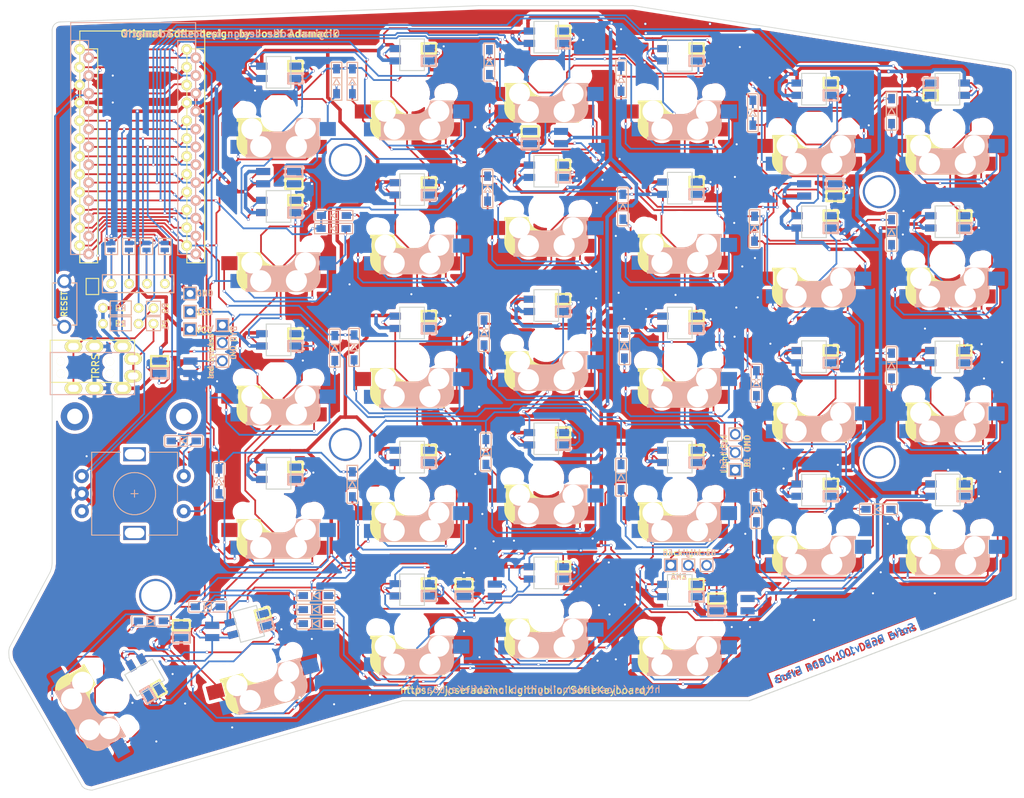
<source format=kicad_pcb>
(kicad_pcb (version 20171130) (host pcbnew "(5.1.6)-1")
  (layers (0 F.Cu signal) (31 B.Cu signal) (34 B.Paste user hide) (35 F.Paste user hide) (36 B.SilkS user) (37 F.SilkS user) (38 B.Mask user) (39 F.Mask user) (44 Edge.Cuts user))
  (net 0 "")
  (net 1 "Net-(D1-Pad2)")
  (net 2 row4)
  (net 3 "Net-(D2-Pad2)")
  (net 4 "Net-(D3-Pad2)")
  (net 5 row0)
  (net 6 "Net-(D4-Pad2)")
  (net 7 row1)
  (net 8 "Net-(D5-Pad2)")
  (net 9 row2)
  (net 10 "Net-(D6-Pad2)")
  (net 11 row3)
  (net 12 "Net-(D7-Pad2)")
  (net 13 "Net-(D8-Pad2)")
  (net 14 "Net-(D9-Pad2)")
  (net 15 "Net-(D10-Pad2)")
  (net 16 "Net-(D11-Pad2)")
  (net 17 "Net-(D12-Pad2)")
  (net 18 "Net-(D13-Pad2)")
  (net 19 "Net-(D14-Pad2)")
  (net 20 "Net-(D15-Pad2)")
  (net 21 "Net-(D16-Pad2)")
  (net 22 "Net-(D17-Pad2)")
  (net 23 "Net-(D18-Pad2)")
  (net 24 "Net-(D19-Pad2)")
  (net 25 "Net-(D20-Pad2)")
  (net 26 "Net-(D21-Pad2)")
  (net 27 "Net-(D22-Pad2)")
  (net 28 "Net-(D23-Pad2)")
  (net 29 "Net-(D24-Pad2)")
  (net 30 "Net-(D26-Pad2)")
  (net 31 "Net-(D27-Pad2)")
  (net 32 "Net-(D28-Pad2)")
  (net 33 VCC)
  (net 34 GND)
  (net 35 col0)
  (net 36 col1)
  (net 37 col2)
  (net 38 col3)
  (net 39 col4)
  (net 40 SDA)
  (net 41 LED)
  (net 42 SCL)
  (net 43 RESET)
  (net 44 "Net-(D29-Pad2)")
  (net 45 "Net-(U1-Pad24)")
  (net 46 "Net-(U1-Pad7)")
  (net 47 DATA)
  (net 48 "Net-(J3-Pad1)")
  (net 49 "Net-(J3-Pad2)")
  (net 50 "Net-(J3-Pad3)")
  (net 51 "Net-(J3-Pad4)")
  (net 52 "Net-(D30-Pad2)")
  (net 53 SW25B)
  (net 54 SW25A)
  (net 55 ENCB)
  (net 56 ENCA)
  (net 57 /i2c_c)
  (net 58 /i2c_d)
  (net 59 "Net-(D31-Pad1)")
  (net 60 "Net-(D31-Pad3)")
  (net 61 "Net-(D32-Pad3)")
  (net 62 /underglow)
  (net 63 "Net-(D34-Pad1)")
  (net 64 "Net-(D35-Pad1)")
  (net 65 "Net-(D36-Pad1)")
  (net 66 lights)
  (net 67 "Net-(D37-Pad3)")
  (net 68 /backlight)
  (net 69 "Net-(J5-Pad3)")
  (net 70 "Net-(SW1-Pad3)")
  (net 71 "Net-(SW1-Pad1)")
  (net 72 "Net-(SW2-Pad3)")
  (net 73 "Net-(SW3-Pad3)")
  (net 74 "Net-(SW3-Pad1)")
  (net 75 "Net-(SW10-Pad1)")
  (net 76 "Net-(SW5-Pad3)")
  (net 77 "Net-(SW11-Pad3)")
  (net 78 "Net-(SW12-Pad1)")
  (net 79 "Net-(SW13-Pad3)")
  (net 80 "Net-(SW14-Pad1)")
  (net 81 "Net-(SW15-Pad3)")
  (net 82 "Net-(SW10-Pad3)")
  (net 83 "Net-(SW11-Pad1)")
  (net 84 "Net-(SW12-Pad3)")
  (net 85 "Net-(SW13-Pad1)")
  (net 86 "Net-(SW14-Pad3)")
  (net 87 "Net-(SW15-Pad1)")
  (net 88 "Net-(SW16-Pad3)")
  (net 89 "Net-(SW17-Pad1)")
  (net 90 "Net-(SW18-Pad3)")
  (net 91 "Net-(SW19-Pad1)")
  (net 92 "Net-(SW20-Pad3)")
  (net 93 "Net-(SW21-Pad1)")
  (net 94 "Net-(SW22-Pad3)")
  (net 95 "Net-(SW23-Pad1)")
  (net 96 "Net-(SW24-Pad3)")
  (net 97 "Net-(SW26-Pad3)")
  (net 98 "Net-(SW28-Pad3)")
  (module dane:gecko-logo (layer B.Cu) (at 201 122.75 180)
    (fp_text reference G*** hide)
    (fp_text value LOGO hide)
  )
  (module dane:gecko-logo (layer F.Cu) (at 200.25 122.75)
    (fp_text reference G*** hide)
    (fp_text value LOGO hide)
  )
  (module Button_Switch_Keyboard:SK6812MINI_and_cherry (layer F.Cu) (at 158.6 102.19 180)
    (fp_text reference SW21 hide)
    (fp_text value SW_PUSH-MX_W_LED hide)
    (pad 5 smd rect (at -7 -2.58) (size 2.3 2) (layers B.Cu B.Paste B.Mask) (net 26 "Net-(D21-Pad2)"))
    (pad "" np_thru_hole circle (at -5.08 0 180) (size 1.9 1.9) (drill 1.9) (layers *.Cu *.Mask))
    (pad "" np_thru_hole circle (at 3.81 -2.540001) (size 3 3) (drill 3) (layers *.Cu *.Mask))
    (pad "" np_thru_hole circle (at 5.08 0 180) (size 1.9 1.9) (drill 1.9) (layers *.Cu *.Mask))
    (pad "" np_thru_hole circle (at 4.5 0 180) (size 1.7 1.7) (drill 1.7) (layers *.Cu *.Mask))
    (pad "" np_thru_hole circle (at -2.54 -5.08) (size 3 3) (drill 3) (layers *.Cu *.Mask))
    (pad 6 smd rect (at -5.7 -5.12) (size 2.3 2) (layers F.Cu F.Mask) (net 38 col3))
    (pad 5 smd rect (at 7 -2.58) (size 2.3 2) (layers F.Cu F.Paste F.Mask) (net 26 "Net-(D21-Pad2)"))
    (pad "" np_thru_hole circle (at -4.5 0 180) (size 1.7 1.7) (drill 1.7) (layers *.Cu *.Mask))
    (pad "" np_thru_hole circle (at -3.81 -2.54) (size 3 3) (drill 3) (layers *.Cu *.Mask))
    (pad 6 smd rect (at 5.7 -5.12) (size 2.3 2) (layers B.Cu B.Paste B.Mask) (net 38 col3))
    (pad "" np_thru_hole circle (at 0 0 270) (size 4.1 4.1) (drill 4.1) (layers *.Cu *.Mask))
    (pad "" np_thru_hole circle (at 2.54 -5.08) (size 3 3) (drill 3) (layers *.Cu *.Mask))
    (pad 4 smd rect (at 2.4 6.375 180) (size 1.6 1) (layers F.Cu F.Paste F.Mask) (net 33 VCC))
    (pad 3 smd rect (at 2.4 4.625 180) (size 1.6 1) (layers F.Cu F.Paste F.Mask) (net 87 "Net-(SW15-Pad1)"))
    (pad 1 smd rect (at -2.4 6.375 180) (size 1.6 1) (layers F.Cu F.Paste F.Mask) (net 93 "Net-(SW21-Pad1)"))
    (pad 2 smd rect (at -2.4 4.625 180) (size 1.6 1) (layers F.Cu F.Paste F.Mask) (net 34 GND))
    (pad 3 smd rect (at 2.4 6.375 180) (size 1.6 1) (layers B.Cu B.Paste B.Mask) (net 87 "Net-(SW15-Pad1)"))
    (pad 4 smd rect (at 2.4 4.625 180) (size 1.6 1) (layers B.Cu B.Paste B.Mask) (net 33 VCC))
    (pad 1 smd rect (at -2.4 4.625 180) (size 1.6 1) (layers B.Cu B.Paste B.Mask) (net 93 "Net-(SW21-Pad1)"))
    (pad 2 smd rect (at -2.4 6.375 180) (size 1.6 1) (layers B.Cu B.Paste B.Mask) (net 34 GND))
  )
  (module LED_SMD:SK6812MINI_underglow_dev (layer F.Cu) (at 108.85 124.13)
    (fp_text reference D34 hide)
    (fp_text value LED_sk2812_SM hide)
    (pad 2 smd rect (at -2.2 -0.875) (size 2 1) (layers B.Cu B.Paste B.Mask) (net 34 GND))
    (pad 1 smd rect (at -2.2 0.875) (size 2 1) (layers B.Cu B.Paste B.Mask) (net 63 "Net-(D34-Pad1)"))
    (pad 4 smd rect (at 2.2 0.875) (size 2 1) (layers B.Cu B.Paste B.Mask) (net 33 VCC))
    (pad 3 smd rect (at 2.2 -0.875) (size 2 1) (layers B.Cu B.Paste B.Mask) (net 59 "Net-(D31-Pad1)"))
    (pad 2 smd rect (at -2.2 0.875) (size 2 1) (layers F.Cu F.Paste F.Mask) (net 34 GND))
    (pad 1 smd rect (at -2.2 -0.875) (size 2 1) (layers F.Cu F.Paste F.Mask) (net 63 "Net-(D34-Pad1)"))
    (pad 3 smd rect (at 2.2 0.875) (size 2 1) (layers F.Cu F.Paste F.Mask) (net 59 "Net-(D31-Pad1)"))
    (pad 4 smd rect (at 2.2 -0.875) (size 2 1) (layers F.Cu F.Paste F.Mask) (net 33 VCC))
  )
  (module Button_Switch_Keyboard:SK6812MINI_and_cherry (layer B.Cu) (at 215.7 52.4)
    (fp_text reference SW6 hide)
    (fp_text value SW_PUSH-MX_W_LED hide)
    (pad 5 smd rect (at -7 2.58 180) (size 2.3 2) (layers F.Cu F.Paste F.Mask) (net 10 "Net-(D6-Pad2)"))
    (pad "" np_thru_hole circle (at -5.08 0) (size 1.9 1.9) (drill 1.9) (layers *.Cu *.Mask))
    (pad "" np_thru_hole circle (at 3.81 2.540001 180) (size 3 3) (drill 3) (layers *.Cu *.Mask))
    (pad "" np_thru_hole circle (at 5.08 0) (size 1.9 1.9) (drill 1.9) (layers *.Cu *.Mask))
    (pad "" np_thru_hole circle (at 4.5 0) (size 1.7 1.7) (drill 1.7) (layers *.Cu *.Mask))
    (pad "" np_thru_hole circle (at -2.54 5.08 180) (size 3 3) (drill 3) (layers *.Cu *.Mask))
    (pad 6 smd rect (at -5.7 5.12 180) (size 2.3 2) (layers B.Cu B.Mask) (net 35 col0))
    (pad 5 smd rect (at 7 2.58 180) (size 2.3 2) (layers B.Cu B.Paste B.Mask) (net 10 "Net-(D6-Pad2)"))
    (pad "" np_thru_hole circle (at -4.5 0) (size 1.7 1.7) (drill 1.7) (layers *.Cu *.Mask))
    (pad "" np_thru_hole circle (at -3.81 2.54 180) (size 3 3) (drill 3) (layers *.Cu *.Mask))
    (pad 6 smd rect (at 5.7 5.12 180) (size 2.3 2) (layers F.Cu F.Paste F.Mask) (net 35 col0))
    (pad "" np_thru_hole circle (at 0 0 270) (size 4.1 4.1) (drill 4.1) (layers *.Cu *.Mask))
    (pad "" np_thru_hole circle (at 2.54 5.08 180) (size 3 3) (drill 3) (layers *.Cu *.Mask))
    (pad 4 smd rect (at 2.4 -6.375) (size 1.6 1) (layers B.Cu B.Paste B.Mask) (net 33 VCC))
    (pad 3 smd rect (at 2.4 -4.625) (size 1.6 1) (layers B.Cu B.Paste B.Mask) (net 78 "Net-(SW12-Pad1)"))
    (pad 1 smd rect (at -2.4 -6.375) (size 1.6 1) (layers B.Cu B.Paste B.Mask) (net 76 "Net-(SW5-Pad3)"))
    (pad 2 smd rect (at -2.4 -4.625) (size 1.6 1) (layers B.Cu B.Paste B.Mask) (net 34 GND))
    (pad 3 smd rect (at 2.4 -6.375) (size 1.6 1) (layers F.Cu F.Paste F.Mask) (net 78 "Net-(SW12-Pad1)"))
    (pad 4 smd rect (at 2.4 -4.625) (size 1.6 1) (layers F.Cu F.Paste F.Mask) (net 33 VCC))
    (pad 1 smd rect (at -2.4 -4.625) (size 1.6 1) (layers F.Cu F.Paste F.Mask) (net 76 "Net-(SW5-Pad3)"))
    (pad 2 smd rect (at -2.4 -6.375) (size 1.6 1) (layers F.Cu F.Paste F.Mask) (net 34 GND))
  )
  (module Button_Switch_Keyboard:SK6812MINI_and_cherry (layer F.Cu) (at 196.7 109.5 180)
    (fp_text reference SW23 hide)
    (fp_text value SW_PUSH-MX_W_LED hide)
    (pad 5 smd rect (at -7 -2.58) (size 2.3 2) (layers B.Cu B.Paste B.Mask) (net 28 "Net-(D23-Pad2)"))
    (pad "" np_thru_hole circle (at -5.08 0 180) (size 1.9 1.9) (drill 1.9) (layers *.Cu *.Mask))
    (pad "" np_thru_hole circle (at 3.81 -2.540001) (size 3 3) (drill 3) (layers *.Cu *.Mask))
    (pad "" np_thru_hole circle (at 5.08 0 180) (size 1.9 1.9) (drill 1.9) (layers *.Cu *.Mask))
    (pad "" np_thru_hole circle (at 4.5 0 180) (size 1.7 1.7) (drill 1.7) (layers *.Cu *.Mask))
    (pad "" np_thru_hole circle (at -2.54 -5.08) (size 3 3) (drill 3) (layers *.Cu *.Mask))
    (pad 6 smd rect (at -5.7 -5.12) (size 2.3 2) (layers F.Cu F.Mask) (net 36 col1))
    (pad 5 smd rect (at 7 -2.58) (size 2.3 2) (layers F.Cu F.Paste F.Mask) (net 28 "Net-(D23-Pad2)"))
    (pad "" np_thru_hole circle (at -4.5 0 180) (size 1.7 1.7) (drill 1.7) (layers *.Cu *.Mask))
    (pad "" np_thru_hole circle (at -3.81 -2.54) (size 3 3) (drill 3) (layers *.Cu *.Mask))
    (pad 6 smd rect (at 5.7 -5.12) (size 2.3 2) (layers B.Cu B.Paste B.Mask) (net 36 col1))
    (pad "" np_thru_hole circle (at 0 0 270) (size 4.1 4.1) (drill 4.1) (layers *.Cu *.Mask))
    (pad "" np_thru_hole circle (at 2.54 -5.08) (size 3 3) (drill 3) (layers *.Cu *.Mask))
    (pad 4 smd rect (at 2.4 6.375 180) (size 1.6 1) (layers F.Cu F.Paste F.Mask) (net 33 VCC))
    (pad 3 smd rect (at 2.4 4.625 180) (size 1.6 1) (layers F.Cu F.Paste F.Mask) (net 89 "Net-(SW17-Pad1)"))
    (pad 1 smd rect (at -2.4 6.375 180) (size 1.6 1) (layers F.Cu F.Paste F.Mask) (net 95 "Net-(SW23-Pad1)"))
    (pad 2 smd rect (at -2.4 4.625 180) (size 1.6 1) (layers F.Cu F.Paste F.Mask) (net 34 GND))
    (pad 3 smd rect (at 2.4 6.375 180) (size 1.6 1) (layers B.Cu B.Paste B.Mask) (net 89 "Net-(SW17-Pad1)"))
    (pad 4 smd rect (at 2.4 4.625 180) (size 1.6 1) (layers B.Cu B.Paste B.Mask) (net 33 VCC))
    (pad 1 smd rect (at -2.4 4.625 180) (size 1.6 1) (layers B.Cu B.Paste B.Mask) (net 95 "Net-(SW23-Pad1)"))
    (pad 2 smd rect (at -2.4 6.375 180) (size 1.6 1) (layers B.Cu B.Paste B.Mask) (net 34 GND))
  )
  (module Button_Switch_Keyboard:SK6812MINI_and_cherry (layer F.Cu) (at 215.7 71.3 180)
    (fp_text reference SW12 hide)
    (fp_text value SW_PUSH-MX_W_LED hide)
    (pad 5 smd rect (at -7 -2.58) (size 2.3 2) (layers B.Cu B.Paste B.Mask) (net 17 "Net-(D12-Pad2)"))
    (pad "" np_thru_hole circle (at -5.08 0 180) (size 1.9 1.9) (drill 1.9) (layers *.Cu *.Mask))
    (pad "" np_thru_hole circle (at 3.81 -2.540001) (size 3 3) (drill 3) (layers *.Cu *.Mask))
    (pad "" np_thru_hole circle (at 5.08 0 180) (size 1.9 1.9) (drill 1.9) (layers *.Cu *.Mask))
    (pad "" np_thru_hole circle (at 4.5 0 180) (size 1.7 1.7) (drill 1.7) (layers *.Cu *.Mask))
    (pad "" np_thru_hole circle (at -2.54 -5.08) (size 3 3) (drill 3) (layers *.Cu *.Mask))
    (pad 6 smd rect (at -5.7 -5.12) (size 2.3 2) (layers F.Cu F.Mask) (net 35 col0))
    (pad 5 smd rect (at 7 -2.58) (size 2.3 2) (layers F.Cu F.Paste F.Mask) (net 17 "Net-(D12-Pad2)"))
    (pad "" np_thru_hole circle (at -4.5 0 180) (size 1.7 1.7) (drill 1.7) (layers *.Cu *.Mask))
    (pad "" np_thru_hole circle (at -3.81 -2.54) (size 3 3) (drill 3) (layers *.Cu *.Mask))
    (pad 6 smd rect (at 5.7 -5.12) (size 2.3 2) (layers B.Cu B.Paste B.Mask) (net 35 col0))
    (pad "" np_thru_hole circle (at 0 0 270) (size 4.1 4.1) (drill 4.1) (layers *.Cu *.Mask))
    (pad "" np_thru_hole circle (at 2.54 -5.08) (size 3 3) (drill 3) (layers *.Cu *.Mask))
    (pad 4 smd rect (at 2.4 6.375 180) (size 1.6 1) (layers F.Cu F.Paste F.Mask) (net 33 VCC))
    (pad 3 smd rect (at 2.4 4.625 180) (size 1.6 1) (layers F.Cu F.Paste F.Mask) (net 84 "Net-(SW12-Pad3)"))
    (pad 1 smd rect (at -2.4 6.375 180) (size 1.6 1) (layers F.Cu F.Paste F.Mask) (net 78 "Net-(SW12-Pad1)"))
    (pad 2 smd rect (at -2.4 4.625 180) (size 1.6 1) (layers F.Cu F.Paste F.Mask) (net 34 GND))
    (pad 3 smd rect (at 2.4 6.375 180) (size 1.6 1) (layers B.Cu B.Paste B.Mask) (net 84 "Net-(SW12-Pad3)"))
    (pad 4 smd rect (at 2.4 4.625 180) (size 1.6 1) (layers B.Cu B.Paste B.Mask) (net 33 VCC))
    (pad 1 smd rect (at -2.4 4.625 180) (size 1.6 1) (layers B.Cu B.Paste B.Mask) (net 78 "Net-(SW12-Pad1)"))
    (pad 2 smd rect (at -2.4 6.375 180) (size 1.6 1) (layers B.Cu B.Paste B.Mask) (net 34 GND))
  )
  (module Button_Switch_Keyboard:SK6812MINI_and_cherry (layer F.Cu) (at 196.7 71.3 180)
    (fp_text reference SW11 hide)
    (fp_text value SW_PUSH-MX_W_LED hide)
    (pad 5 smd rect (at -7 -2.58) (size 2.3 2) (layers B.Cu B.Paste B.Mask) (net 16 "Net-(D11-Pad2)"))
    (pad "" np_thru_hole circle (at -5.08 0 180) (size 1.9 1.9) (drill 1.9) (layers *.Cu *.Mask))
    (pad "" np_thru_hole circle (at 3.81 -2.540001) (size 3 3) (drill 3) (layers *.Cu *.Mask))
    (pad "" np_thru_hole circle (at 5.08 0 180) (size 1.9 1.9) (drill 1.9) (layers *.Cu *.Mask))
    (pad "" np_thru_hole circle (at 4.5 0 180) (size 1.7 1.7) (drill 1.7) (layers *.Cu *.Mask))
    (pad "" np_thru_hole circle (at -2.54 -5.08) (size 3 3) (drill 3) (layers *.Cu *.Mask))
    (pad 6 smd rect (at -5.7 -5.12) (size 2.3 2) (layers F.Cu F.Mask) (net 36 col1))
    (pad 5 smd rect (at 7 -2.58) (size 2.3 2) (layers F.Cu F.Paste F.Mask) (net 16 "Net-(D11-Pad2)"))
    (pad "" np_thru_hole circle (at -4.5 0 180) (size 1.7 1.7) (drill 1.7) (layers *.Cu *.Mask))
    (pad "" np_thru_hole circle (at -3.81 -2.54) (size 3 3) (drill 3) (layers *.Cu *.Mask))
    (pad 6 smd rect (at 5.7 -5.12) (size 2.3 2) (layers B.Cu B.Paste B.Mask) (net 36 col1))
    (pad "" np_thru_hole circle (at 0 0 270) (size 4.1 4.1) (drill 4.1) (layers *.Cu *.Mask))
    (pad "" np_thru_hole circle (at 2.54 -5.08) (size 3 3) (drill 3) (layers *.Cu *.Mask))
    (pad 4 smd rect (at 2.4 6.375 180) (size 1.6 1) (layers F.Cu F.Paste F.Mask) (net 33 VCC))
    (pad 3 smd rect (at 2.4 4.625 180) (size 1.6 1) (layers F.Cu F.Paste F.Mask) (net 77 "Net-(SW11-Pad3)"))
    (pad 1 smd rect (at -2.4 6.375 180) (size 1.6 1) (layers F.Cu F.Paste F.Mask) (net 83 "Net-(SW11-Pad1)"))
    (pad 2 smd rect (at -2.4 4.625 180) (size 1.6 1) (layers F.Cu F.Paste F.Mask) (net 34 GND))
    (pad 3 smd rect (at 2.4 6.375 180) (size 1.6 1) (layers B.Cu B.Paste B.Mask) (net 77 "Net-(SW11-Pad3)"))
    (pad 4 smd rect (at 2.4 4.625 180) (size 1.6 1) (layers B.Cu B.Paste B.Mask) (net 33 VCC))
    (pad 1 smd rect (at -2.4 4.625 180) (size 1.6 1) (layers B.Cu B.Paste B.Mask) (net 83 "Net-(SW11-Pad1)"))
    (pad 2 smd rect (at -2.4 6.375 180) (size 1.6 1) (layers B.Cu B.Paste B.Mask) (net 34 GND))
  )
  (module Button_Switch_Keyboard:SK6812MINI_and_cherry (layer F.Cu) (at 196.7 90.5 180)
    (fp_text reference SW17 hide)
    (fp_text value SW_PUSH-MX_W_LED hide)
    (pad 5 smd rect (at -7 -2.58) (size 2.3 2) (layers B.Cu B.Paste B.Mask) (net 22 "Net-(D17-Pad2)"))
    (pad "" np_thru_hole circle (at -5.08 0 180) (size 1.9 1.9) (drill 1.9) (layers *.Cu *.Mask))
    (pad "" np_thru_hole circle (at 3.81 -2.540001) (size 3 3) (drill 3) (layers *.Cu *.Mask))
    (pad "" np_thru_hole circle (at 5.08 0 180) (size 1.9 1.9) (drill 1.9) (layers *.Cu *.Mask))
    (pad "" np_thru_hole circle (at 4.5 0 180) (size 1.7 1.7) (drill 1.7) (layers *.Cu *.Mask))
    (pad "" np_thru_hole circle (at -2.54 -5.08) (size 3 3) (drill 3) (layers *.Cu *.Mask))
    (pad 6 smd rect (at -5.7 -5.12) (size 2.3 2) (layers F.Cu F.Mask) (net 36 col1))
    (pad 5 smd rect (at 7 -2.58) (size 2.3 2) (layers F.Cu F.Paste F.Mask) (net 22 "Net-(D17-Pad2)"))
    (pad "" np_thru_hole circle (at -4.5 0 180) (size 1.7 1.7) (drill 1.7) (layers *.Cu *.Mask))
    (pad "" np_thru_hole circle (at -3.81 -2.54) (size 3 3) (drill 3) (layers *.Cu *.Mask))
    (pad 6 smd rect (at 5.7 -5.12) (size 2.3 2) (layers B.Cu B.Paste B.Mask) (net 36 col1))
    (pad "" np_thru_hole circle (at 0 0 270) (size 4.1 4.1) (drill 4.1) (layers *.Cu *.Mask))
    (pad "" np_thru_hole circle (at 2.54 -5.08) (size 3 3) (drill 3) (layers *.Cu *.Mask))
    (pad 4 smd rect (at 2.4 6.375 180) (size 1.6 1) (layers F.Cu F.Paste F.Mask) (net 33 VCC))
    (pad 3 smd rect (at 2.4 4.625 180) (size 1.6 1) (layers F.Cu F.Paste F.Mask) (net 83 "Net-(SW11-Pad1)"))
    (pad 1 smd rect (at -2.4 6.375 180) (size 1.6 1) (layers F.Cu F.Paste F.Mask) (net 89 "Net-(SW17-Pad1)"))
    (pad 2 smd rect (at -2.4 4.625 180) (size 1.6 1) (layers F.Cu F.Paste F.Mask) (net 34 GND))
    (pad 3 smd rect (at 2.4 6.375 180) (size 1.6 1) (layers B.Cu B.Paste B.Mask) (net 83 "Net-(SW11-Pad1)"))
    (pad 4 smd rect (at 2.4 4.625 180) (size 1.6 1) (layers B.Cu B.Paste B.Mask) (net 33 VCC))
    (pad 1 smd rect (at -2.4 4.625 180) (size 1.6 1) (layers B.Cu B.Paste B.Mask) (net 89 "Net-(SW17-Pad1)"))
    (pad 2 smd rect (at -2.4 6.375 180) (size 1.6 1) (layers B.Cu B.Paste B.Mask) (net 34 GND))
  )
  (module Button_Switch_Keyboard:SK6812MINI_and_cherry (layer F.Cu) (at 139.5 47.5 180)
    (fp_text reference SW2 hide)
    (fp_text value SW_PUSH-MX_W_LED hide)
    (pad 5 smd rect (at -7 -2.58) (size 2.3 2) (layers B.Cu B.Paste B.Mask) (net 3 "Net-(D2-Pad2)"))
    (pad "" np_thru_hole circle (at -5.08 0 180) (size 1.9 1.9) (drill 1.9) (layers *.Cu *.Mask))
    (pad "" np_thru_hole circle (at 3.81 -2.540001) (size 3 3) (drill 3) (layers *.Cu *.Mask))
    (pad "" np_thru_hole circle (at 5.08 0 180) (size 1.9 1.9) (drill 1.9) (layers *.Cu *.Mask))
    (pad "" np_thru_hole circle (at 4.5 0 180) (size 1.7 1.7) (drill 1.7) (layers *.Cu *.Mask))
    (pad "" np_thru_hole circle (at -2.54 -5.08) (size 3 3) (drill 3) (layers *.Cu *.Mask))
    (pad 6 smd rect (at -5.7 -5.12) (size 2.3 2) (layers F.Cu F.Mask) (net 39 col4))
    (pad 5 smd rect (at 7 -2.58) (size 2.3 2) (layers F.Cu F.Paste F.Mask) (net 3 "Net-(D2-Pad2)"))
    (pad "" np_thru_hole circle (at -4.5 0 180) (size 1.7 1.7) (drill 1.7) (layers *.Cu *.Mask))
    (pad "" np_thru_hole circle (at -3.81 -2.54) (size 3 3) (drill 3) (layers *.Cu *.Mask))
    (pad 6 smd rect (at 5.7 -5.12) (size 2.3 2) (layers B.Cu B.Paste B.Mask) (net 39 col4))
    (pad "" np_thru_hole circle (at 0 0 270) (size 4.1 4.1) (drill 4.1) (layers *.Cu *.Mask))
    (pad "" np_thru_hole circle (at 2.54 -5.08) (size 3 3) (drill 3) (layers *.Cu *.Mask))
    (pad 4 smd rect (at 2.4 6.375 180) (size 1.6 1) (layers F.Cu F.Paste F.Mask) (net 33 VCC))
    (pad 3 smd rect (at 2.4 4.625 180) (size 1.6 1) (layers F.Cu F.Paste F.Mask) (net 72 "Net-(SW2-Pad3)"))
    (pad 1 smd rect (at -2.4 6.375 180) (size 1.6 1) (layers F.Cu F.Paste F.Mask) (net 70 "Net-(SW1-Pad3)"))
    (pad 2 smd rect (at -2.4 4.625 180) (size 1.6 1) (layers F.Cu F.Paste F.Mask) (net 34 GND))
    (pad 3 smd rect (at 2.4 6.375 180) (size 1.6 1) (layers B.Cu B.Paste B.Mask) (net 72 "Net-(SW2-Pad3)"))
    (pad 4 smd rect (at 2.4 4.625 180) (size 1.6 1) (layers B.Cu B.Paste B.Mask) (net 33 VCC))
    (pad 1 smd rect (at -2.4 4.625 180) (size 1.6 1) (layers B.Cu B.Paste B.Mask) (net 70 "Net-(SW1-Pad3)"))
    (pad 2 smd rect (at -2.4 6.375 180) (size 1.6 1) (layers B.Cu B.Paste B.Mask) (net 34 GND))
  )
  (module Diode_SMD:crkbd-diode (layer F.Cu) (at 125.805 119.02)
    (fp_text reference D30 hide)
    (fp_text value D hide)
    (pad 1 smd rect (at -1.775 0) (size 1.3 0.95) (layers F.Cu F.Paste F.Mask) (net 2 row4))
    (pad 2 smd rect (at 1.775 0) (size 1.3 0.95) (layers B.Cu B.Paste B.Mask) (net 52 "Net-(D30-Pad2)"))
    (pad 1 smd rect (at -1.775 0) (size 1.3 0.95) (layers B.Cu B.Paste B.Mask) (net 2 row4))
    (pad 2 smd rect (at 1.775 0) (size 1.3 0.95) (layers F.Cu F.Paste F.Mask) (net 52 "Net-(D30-Pad2)"))
  )
  (module Diode_SMD:crkbd-diode (layer F.Cu) (at 125.805 121.02)
    (fp_text reference D29 hide)
    (fp_text value D hide)
    (pad 1 smd rect (at -1.775 0) (size 1.3 0.95) (layers F.Cu F.Paste F.Mask) (net 2 row4))
    (pad 2 smd rect (at 1.775 0) (size 1.3 0.95) (layers B.Cu B.Paste B.Mask) (net 44 "Net-(D29-Pad2)"))
    (pad 1 smd rect (at -1.775 0) (size 1.3 0.95) (layers B.Cu B.Paste B.Mask) (net 2 row4))
    (pad 2 smd rect (at 1.775 0) (size 1.3 0.95) (layers F.Cu F.Paste F.Mask) (net 44 "Net-(D29-Pad2)"))
  )
  (module Diode_SMD:crkbd-diode (layer F.Cu) (at 125.805 123.02)
    (fp_text reference D28 hide)
    (fp_text value D hide)
    (pad 1 smd rect (at -1.775 0) (size 1.3 0.95) (layers F.Cu F.Paste F.Mask) (net 2 row4))
    (pad 2 smd rect (at 1.775 0) (size 1.3 0.95) (layers B.Cu B.Paste B.Mask) (net 32 "Net-(D28-Pad2)"))
    (pad 1 smd rect (at -1.775 0) (size 1.3 0.95) (layers B.Cu B.Paste B.Mask) (net 2 row4))
    (pad 2 smd rect (at 1.775 0) (size 1.3 0.95) (layers F.Cu F.Paste F.Mask) (net 32 "Net-(D28-Pad2)"))
  )
  (module Diode_SMD:crkbd-diode (layer F.Cu) (at 110.4248 120.6248)
    (fp_text reference D27 hide)
    (fp_text value D hide)
    (pad 1 smd rect (at -1.775 0) (size 1.3 0.95) (layers F.Cu F.Paste F.Mask) (net 2 row4))
    (pad 2 smd rect (at 1.775 0) (size 1.3 0.95) (layers B.Cu B.Paste B.Mask) (net 31 "Net-(D27-Pad2)"))
    (pad 1 smd rect (at -1.775 0) (size 1.3 0.95) (layers B.Cu B.Paste B.Mask) (net 2 row4))
    (pad 2 smd rect (at 1.775 0) (size 1.3 0.95) (layers F.Cu F.Paste F.Mask) (net 31 "Net-(D27-Pad2)"))
  )
  (module Diode_SMD:crkbd-diode (layer F.Cu) (at 102.3222 122.6248 180)
    (fp_text reference D26 hide)
    (fp_text value D hide)
    (pad 1 smd rect (at -1.775 0 180) (size 1.3 0.95) (layers F.Cu F.Paste F.Mask) (net 2 row4))
    (pad 2 smd rect (at 1.775 0 180) (size 1.3 0.95) (layers B.Cu B.Paste B.Mask) (net 30 "Net-(D26-Pad2)"))
    (pad 1 smd rect (at -1.775 0 180) (size 1.3 0.95) (layers B.Cu B.Paste B.Mask) (net 2 row4))
    (pad 2 smd rect (at 1.775 0 180) (size 1.3 0.95) (layers F.Cu F.Paste F.Mask) (net 30 "Net-(D26-Pad2)"))
  )
  (module Diode_SMD:crkbd-diode (layer F.Cu) (at 107 97)
    (fp_text reference D25 hide)
    (fp_text value D hide)
    (pad 1 smd rect (at -1.775 0) (size 1.3 0.95) (layers F.Cu F.Paste F.Mask) (net 2 row4))
    (pad 2 smd rect (at 1.775 0) (size 1.3 0.95) (layers B.Cu B.Paste B.Mask) (net 53 SW25B))
    (pad 1 smd rect (at -1.775 0) (size 1.3 0.95) (layers B.Cu B.Paste B.Mask) (net 2 row4))
    (pad 2 smd rect (at 1.775 0) (size 1.3 0.95) (layers F.Cu F.Paste F.Mask) (net 53 SW25B))
  )
  (module Diode_SMD:crkbd-diode (layer F.Cu) (at 205.881 106.731)
    (fp_text reference D24 hide)
    (fp_text value D hide)
    (pad 1 smd rect (at -1.775 0) (size 1.3 0.95) (layers F.Cu F.Paste F.Mask) (net 11 row3))
    (pad 2 smd rect (at 1.775 0) (size 1.3 0.95) (layers B.Cu B.Paste B.Mask) (net 29 "Net-(D24-Pad2)"))
    (pad 1 smd rect (at -1.775 0) (size 1.3 0.95) (layers B.Cu B.Paste B.Mask) (net 11 row3))
    (pad 2 smd rect (at 1.775 0) (size 1.3 0.95) (layers F.Cu F.Paste F.Mask) (net 29 "Net-(D24-Pad2)"))
  )
  (module Diode_SMD:crkbd-diode (layer F.Cu) (at 188.5 106.75 270)
    (fp_text reference D23 hide)
    (fp_text value D hide)
    (pad 1 smd rect (at -1.775 0 270) (size 1.3 0.95) (layers F.Cu F.Paste F.Mask) (net 11 row3))
    (pad 2 smd rect (at 1.775 0 270) (size 1.3 0.95) (layers B.Cu B.Paste B.Mask) (net 28 "Net-(D23-Pad2)"))
    (pad 1 smd rect (at -1.775 0 270) (size 1.3 0.95) (layers B.Cu B.Paste B.Mask) (net 11 row3))
    (pad 2 smd rect (at 1.775 0 270) (size 1.3 0.95) (layers F.Cu F.Paste F.Mask) (net 28 "Net-(D23-Pad2)"))
  )
  (module Diode_SMD:crkbd-diode (layer F.Cu) (at 169.25 102.15 270)
    (fp_text reference D22 hide)
    (fp_text value D hide)
    (pad 1 smd rect (at -1.775 0 270) (size 1.3 0.95) (layers F.Cu F.Paste F.Mask) (net 11 row3))
    (pad 2 smd rect (at 1.775 0 270) (size 1.3 0.95) (layers B.Cu B.Paste B.Mask) (net 27 "Net-(D22-Pad2)"))
    (pad 1 smd rect (at -1.775 0 270) (size 1.3 0.95) (layers B.Cu B.Paste B.Mask) (net 11 row3))
    (pad 2 smd rect (at 1.775 0 270) (size 1.3 0.95) (layers F.Cu F.Paste F.Mask) (net 27 "Net-(D22-Pad2)"))
  )
  (module Diode_SMD:crkbd-diode (layer F.Cu) (at 150 98.565 270)
    (fp_text reference D21 hide)
    (fp_text value D hide)
    (pad 1 smd rect (at -1.775 0 270) (size 1.3 0.95) (layers F.Cu F.Paste F.Mask) (net 11 row3))
    (pad 2 smd rect (at 1.775 0 270) (size 1.3 0.95) (layers B.Cu B.Paste B.Mask) (net 26 "Net-(D21-Pad2)"))
    (pad 1 smd rect (at -1.775 0 270) (size 1.3 0.95) (layers B.Cu B.Paste B.Mask) (net 11 row3))
    (pad 2 smd rect (at 1.775 0 270) (size 1.3 0.95) (layers F.Cu F.Paste F.Mask) (net 26 "Net-(D21-Pad2)"))
  )
  (module Diode_SMD:crkbd-diode (layer F.Cu) (at 131 103.175 270)
    (fp_text reference D20 hide)
    (fp_text value D hide)
    (pad 1 smd rect (at -1.775 0 270) (size 1.3 0.95) (layers F.Cu F.Paste F.Mask) (net 11 row3))
    (pad 2 smd rect (at 1.775 0 270) (size 1.3 0.95) (layers B.Cu B.Paste B.Mask) (net 25 "Net-(D20-Pad2)"))
    (pad 1 smd rect (at -1.775 0 270) (size 1.3 0.95) (layers B.Cu B.Paste B.Mask) (net 11 row3))
    (pad 2 smd rect (at 1.775 0 270) (size 1.3 0.95) (layers F.Cu F.Paste F.Mask) (net 25 "Net-(D20-Pad2)"))
  )
  (module Diode_SMD:crkbd-diode (layer F.Cu) (at 112 102.75 270)
    (fp_text reference D19 hide)
    (fp_text value D hide)
    (pad 1 smd rect (at -1.775 0 270) (size 1.3 0.95) (layers F.Cu F.Paste F.Mask) (net 11 row3))
    (pad 2 smd rect (at 1.775 0 270) (size 1.3 0.95) (layers B.Cu B.Paste B.Mask) (net 24 "Net-(D19-Pad2)"))
    (pad 1 smd rect (at -1.775 0 270) (size 1.3 0.95) (layers B.Cu B.Paste B.Mask) (net 11 row3))
    (pad 2 smd rect (at 1.775 0 270) (size 1.3 0.95) (layers F.Cu F.Paste F.Mask) (net 24 "Net-(D19-Pad2)"))
  )
  (module Diode_SMD:crkbd-diode (layer F.Cu) (at 207.75 86.275 270)
    (fp_text reference D18 hide)
    (fp_text value D hide)
    (pad 1 smd rect (at -1.775 0 270) (size 1.3 0.95) (layers F.Cu F.Paste F.Mask) (net 9 row2))
    (pad 2 smd rect (at 1.775 0 270) (size 1.3 0.95) (layers B.Cu B.Paste B.Mask) (net 23 "Net-(D18-Pad2)"))
    (pad 1 smd rect (at -1.775 0 270) (size 1.3 0.95) (layers B.Cu B.Paste B.Mask) (net 9 row2))
    (pad 2 smd rect (at 1.775 0 270) (size 1.3 0.95) (layers F.Cu F.Paste F.Mask) (net 23 "Net-(D18-Pad2)"))
  )
  (module Diode_SMD:crkbd-diode (layer F.Cu) (at 188.5 88.775 270)
    (fp_text reference D17 hide)
    (fp_text value D hide)
    (pad 1 smd rect (at -1.775 0 270) (size 1.3 0.95) (layers F.Cu F.Paste F.Mask) (net 9 row2))
    (pad 2 smd rect (at 1.775 0 270) (size 1.3 0.95) (layers B.Cu B.Paste B.Mask) (net 22 "Net-(D17-Pad2)"))
    (pad 1 smd rect (at -1.775 0 270) (size 1.3 0.95) (layers B.Cu B.Paste B.Mask) (net 9 row2))
    (pad 2 smd rect (at 1.775 0 270) (size 1.3 0.95) (layers F.Cu F.Paste F.Mask) (net 22 "Net-(D17-Pad2)"))
  )
  (module Diode_SMD:crkbd-diode (layer F.Cu) (at 169.725 83.425 270)
    (fp_text reference D16 hide)
    (fp_text value D hide)
    (pad 1 smd rect (at -1.775 0 270) (size 1.3 0.95) (layers F.Cu F.Paste F.Mask) (net 9 row2))
    (pad 2 smd rect (at 1.775 0 270) (size 1.3 0.95) (layers B.Cu B.Paste B.Mask) (net 21 "Net-(D16-Pad2)"))
    (pad 1 smd rect (at -1.775 0 270) (size 1.3 0.95) (layers B.Cu B.Paste B.Mask) (net 9 row2))
    (pad 2 smd rect (at 1.775 0 270) (size 1.3 0.95) (layers F.Cu F.Paste F.Mask) (net 21 "Net-(D16-Pad2)"))
  )
  (module Diode_SMD:crkbd-diode (layer F.Cu) (at 149.75 81.565 270)
    (fp_text reference D15 hide)
    (fp_text value D hide)
    (pad 1 smd rect (at -1.775 0 270) (size 1.3 0.95) (layers F.Cu F.Paste F.Mask) (net 9 row2))
    (pad 2 smd rect (at 1.775 0 270) (size 1.3 0.95) (layers B.Cu B.Paste B.Mask) (net 20 "Net-(D15-Pad2)"))
    (pad 1 smd rect (at -1.775 0 270) (size 1.3 0.95) (layers B.Cu B.Paste B.Mask) (net 9 row2))
    (pad 2 smd rect (at 1.775 0 270) (size 1.3 0.95) (layers F.Cu F.Paste F.Mask) (net 20 "Net-(D15-Pad2)"))
  )
  (module Diode_SMD:crkbd-diode (layer F.Cu) (at 131.25 83.675 270)
    (fp_text reference D14 hide)
    (fp_text value D hide)
    (pad 1 smd rect (at -1.775 0 270) (size 1.3 0.95) (layers F.Cu F.Paste F.Mask) (net 9 row2))
    (pad 2 smd rect (at 1.775 0 270) (size 1.3 0.95) (layers B.Cu B.Paste B.Mask) (net 19 "Net-(D14-Pad2)"))
    (pad 1 smd rect (at -1.775 0 270) (size 1.3 0.95) (layers B.Cu B.Paste B.Mask) (net 9 row2))
    (pad 2 smd rect (at 1.775 0 270) (size 1.3 0.95) (layers F.Cu F.Paste F.Mask) (net 19 "Net-(D14-Pad2)"))
  )
  (module Diode_SMD:crkbd-diode (layer F.Cu) (at 128.5 83.775 270)
    (fp_text reference D13 hide)
    (fp_text value D hide)
    (pad 1 smd rect (at -1.775 0 270) (size 1.3 0.95) (layers F.Cu F.Paste F.Mask) (net 9 row2))
    (pad 2 smd rect (at 1.775 0 270) (size 1.3 0.95) (layers B.Cu B.Paste B.Mask) (net 18 "Net-(D13-Pad2)"))
    (pad 1 smd rect (at -1.775 0 270) (size 1.3 0.95) (layers B.Cu B.Paste B.Mask) (net 9 row2))
    (pad 2 smd rect (at 1.775 0 270) (size 1.3 0.95) (layers F.Cu F.Paste F.Mask) (net 18 "Net-(D13-Pad2)"))
  )
  (module Diode_SMD:crkbd-diode (layer F.Cu) (at 207.75 67.275 270)
    (fp_text reference D12 hide)
    (fp_text value D hide)
    (pad 1 smd rect (at -1.775 0 270) (size 1.3 0.95) (layers F.Cu F.Paste F.Mask) (net 7 row1))
    (pad 2 smd rect (at 1.775 0 270) (size 1.3 0.95) (layers B.Cu B.Paste B.Mask) (net 17 "Net-(D12-Pad2)"))
    (pad 1 smd rect (at -1.775 0 270) (size 1.3 0.95) (layers B.Cu B.Paste B.Mask) (net 7 row1))
    (pad 2 smd rect (at 1.775 0 270) (size 1.3 0.95) (layers F.Cu F.Paste F.Mask) (net 17 "Net-(D12-Pad2)"))
  )
  (module Diode_SMD:crkbd-diode (layer F.Cu) (at 188.25 66.775 270)
    (fp_text reference D11 hide)
    (fp_text value D hide)
    (pad 1 smd rect (at -1.775 0 270) (size 1.3 0.95) (layers F.Cu F.Paste F.Mask) (net 7 row1))
    (pad 2 smd rect (at 1.775 0 270) (size 1.3 0.95) (layers B.Cu B.Paste B.Mask) (net 16 "Net-(D11-Pad2)"))
    (pad 1 smd rect (at -1.775 0 270) (size 1.3 0.95) (layers B.Cu B.Paste B.Mask) (net 7 row1))
    (pad 2 smd rect (at 1.775 0 270) (size 1.3 0.95) (layers F.Cu F.Paste F.Mask) (net 16 "Net-(D11-Pad2)"))
  )
  (module Diode_SMD:crkbd-diode (layer F.Cu) (at 169.5 63.65 270)
    (fp_text reference D10 hide)
    (fp_text value D hide)
    (pad 1 smd rect (at -1.775 0 270) (size 1.3 0.95) (layers F.Cu F.Paste F.Mask) (net 7 row1))
    (pad 2 smd rect (at 1.775 0 270) (size 1.3 0.95) (layers B.Cu B.Paste B.Mask) (net 15 "Net-(D10-Pad2)"))
    (pad 1 smd rect (at -1.775 0 270) (size 1.3 0.95) (layers B.Cu B.Paste B.Mask) (net 7 row1))
    (pad 2 smd rect (at 1.775 0 270) (size 1.3 0.95) (layers F.Cu F.Paste F.Mask) (net 15 "Net-(D10-Pad2)"))
  )
  (module Diode_SMD:crkbd-diode (layer F.Cu) (at 150.25 61.065 270)
    (fp_text reference D9 hide)
    (fp_text value D hide)
    (pad 1 smd rect (at -1.775 0 270) (size 1.3 0.95) (layers F.Cu F.Paste F.Mask) (net 7 row1))
    (pad 2 smd rect (at 1.775 0 270) (size 1.3 0.95) (layers B.Cu B.Paste B.Mask) (net 14 "Net-(D9-Pad2)"))
    (pad 1 smd rect (at -1.775 0 270) (size 1.3 0.95) (layers B.Cu B.Paste B.Mask) (net 7 row1))
    (pad 2 smd rect (at 1.775 0 270) (size 1.3 0.95) (layers F.Cu F.Paste F.Mask) (net 14 "Net-(D9-Pad2)"))
  )
  (module Diode_SMD:crkbd-diode (layer F.Cu) (at 128.375 64.9)
    (fp_text reference D8 hide)
    (fp_text value D hide)
    (pad 1 smd rect (at -1.775 0) (size 1.3 0.95) (layers F.Cu F.Paste F.Mask) (net 7 row1))
    (pad 2 smd rect (at 1.775 0) (size 1.3 0.95) (layers B.Cu B.Paste B.Mask) (net 13 "Net-(D8-Pad2)"))
    (pad 1 smd rect (at -1.775 0) (size 1.3 0.95) (layers B.Cu B.Paste B.Mask) (net 7 row1))
    (pad 2 smd rect (at 1.775 0) (size 1.3 0.95) (layers F.Cu F.Paste F.Mask) (net 13 "Net-(D8-Pad2)"))
  )
  (module Diode_SMD:crkbd-diode (layer F.Cu) (at 128.325 66.75)
    (fp_text reference D7 hide)
    (fp_text value D hide)
    (pad 1 smd rect (at -1.775 0) (size 1.3 0.95) (layers F.Cu F.Paste F.Mask) (net 7 row1))
    (pad 2 smd rect (at 1.775 0) (size 1.3 0.95) (layers B.Cu B.Paste B.Mask) (net 12 "Net-(D7-Pad2)"))
    (pad 1 smd rect (at -1.775 0) (size 1.3 0.95) (layers B.Cu B.Paste B.Mask) (net 7 row1))
    (pad 2 smd rect (at 1.775 0) (size 1.3 0.95) (layers F.Cu F.Paste F.Mask) (net 12 "Net-(D7-Pad2)"))
  )
  (module Diode_SMD:crkbd-diode (layer F.Cu) (at 207.75 50.025 270)
    (fp_text reference D6 hide)
    (fp_text value D hide)
    (pad 1 smd rect (at -1.775 0 270) (size 1.3 0.95) (layers F.Cu F.Paste F.Mask) (net 5 row0))
    (pad 2 smd rect (at 1.775 0 270) (size 1.3 0.95) (layers B.Cu B.Paste B.Mask) (net 10 "Net-(D6-Pad2)"))
    (pad 1 smd rect (at -1.775 0 270) (size 1.3 0.95) (layers B.Cu B.Paste B.Mask) (net 5 row0))
    (pad 2 smd rect (at 1.775 0 270) (size 1.3 0.95) (layers F.Cu F.Paste F.Mask) (net 10 "Net-(D6-Pad2)"))
  )
  (module Diode_SMD:crkbd-diode (layer F.Cu) (at 188 50.25 270)
    (fp_text reference D5 hide)
    (fp_text value D hide)
    (pad 1 smd rect (at -1.775 0 270) (size 1.3 0.95) (layers F.Cu F.Paste F.Mask) (net 5 row0))
    (pad 2 smd rect (at 1.775 0 270) (size 1.3 0.95) (layers B.Cu B.Paste B.Mask) (net 8 "Net-(D5-Pad2)"))
    (pad 1 smd rect (at -1.775 0 270) (size 1.3 0.95) (layers B.Cu B.Paste B.Mask) (net 5 row0))
    (pad 2 smd rect (at 1.775 0 270) (size 1.3 0.95) (layers F.Cu F.Paste F.Mask) (net 8 "Net-(D5-Pad2)"))
  )
  (module Diode_SMD:crkbd-diode (layer F.Cu) (at 169.25 45.425 270)
    (fp_text reference D4 hide)
    (fp_text value D hide)
    (pad 1 smd rect (at -1.775 0 270) (size 1.3 0.95) (layers F.Cu F.Paste F.Mask) (net 5 row0))
    (pad 2 smd rect (at 1.775 0 270) (size 1.3 0.95) (layers B.Cu B.Paste B.Mask) (net 6 "Net-(D4-Pad2)"))
    (pad 1 smd rect (at -1.775 0 270) (size 1.3 0.95) (layers B.Cu B.Paste B.Mask) (net 5 row0))
    (pad 2 smd rect (at 1.775 0 270) (size 1.3 0.95) (layers F.Cu F.Paste F.Mask) (net 6 "Net-(D4-Pad2)"))
  )
  (module Diode_SMD:crkbd-diode (layer F.Cu) (at 150.5 43.04 270)
    (fp_text reference D3 hide)
    (fp_text value D hide)
    (pad 1 smd rect (at -1.775 0 270) (size 1.3 0.95) (layers F.Cu F.Paste F.Mask) (net 5 row0))
    (pad 2 smd rect (at 1.775 0 270) (size 1.3 0.95) (layers B.Cu B.Paste B.Mask) (net 4 "Net-(D3-Pad2)"))
    (pad 1 smd rect (at -1.775 0 270) (size 1.3 0.95) (layers B.Cu B.Paste B.Mask) (net 5 row0))
    (pad 2 smd rect (at 1.775 0 270) (size 1.3 0.95) (layers F.Cu F.Paste F.Mask) (net 4 "Net-(D3-Pad2)"))
  )
  (module Diode_SMD:crkbd-diode (layer F.Cu) (at 131 45.7805 270)
    (fp_text reference D2 hide)
    (fp_text value D hide)
    (pad 1 smd rect (at -1.775 0 270) (size 1.3 0.95) (layers F.Cu F.Paste F.Mask) (net 5 row0))
    (pad 2 smd rect (at 1.775 0 270) (size 1.3 0.95) (layers B.Cu B.Paste B.Mask) (net 3 "Net-(D2-Pad2)"))
    (pad 1 smd rect (at -1.775 0 270) (size 1.3 0.95) (layers B.Cu B.Paste B.Mask) (net 5 row0))
    (pad 2 smd rect (at 1.775 0 270) (size 1.3 0.95) (layers F.Cu F.Paste F.Mask) (net 3 "Net-(D2-Pad2)"))
  )
  (module Diode_SMD:crkbd-diode (layer F.Cu) (at 128.75 45.775 270)
    (fp_text reference D1 hide)
    (fp_text value D hide)
    (pad 1 smd rect (at -1.775 0 270) (size 1.3 0.95) (layers F.Cu F.Paste F.Mask) (net 5 row0))
    (pad 2 smd rect (at 1.775 0 270) (size 1.3 0.95) (layers B.Cu B.Paste B.Mask) (net 1 "Net-(D1-Pad2)"))
    (pad 1 smd rect (at -1.775 0 270) (size 1.3 0.95) (layers B.Cu B.Paste B.Mask) (net 5 row0))
    (pad 2 smd rect (at 1.775 0 270) (size 1.3 0.95) (layers F.Cu F.Paste F.Mask) (net 1 "Net-(D1-Pad2)"))
  )
  (module Button_Switch_Keyboard:SK6812MINI_and_cherry (layer F.Cu) (at 177.6 123.8 180)
    (fp_text reference SW30 hide)
    (fp_text value SW_PUSH-MX_W_LED hide)
    (pad 5 smd rect (at -7 -2.58) (size 2.3 2) (layers B.Cu B.Paste B.Mask) (net 52 "Net-(D30-Pad2)"))
    (pad "" np_thru_hole circle (at -5.08 0 180) (size 1.9 1.9) (drill 1.9) (layers *.Cu *.Mask))
    (pad "" np_thru_hole circle (at 3.81 -2.540001) (size 3 3) (drill 3) (layers *.Cu *.Mask))
    (pad "" np_thru_hole circle (at 5.08 0 180) (size 1.9 1.9) (drill 1.9) (layers *.Cu *.Mask))
    (pad "" np_thru_hole circle (at 4.5 0 180) (size 1.7 1.7) (drill 1.7) (layers *.Cu *.Mask))
    (pad "" np_thru_hole circle (at -2.54 -5.08) (size 3 3) (drill 3) (layers *.Cu *.Mask))
    (pad 6 smd rect (at -5.7 -5.12) (size 2.3 2) (layers F.Cu F.Mask) (net 35 col0))
    (pad 5 smd rect (at 7 -2.58) (size 2.3 2) (layers F.Cu F.Paste F.Mask) (net 52 "Net-(D30-Pad2)"))
    (pad "" np_thru_hole circle (at -4.5 0 180) (size 1.7 1.7) (drill 1.7) (layers *.Cu *.Mask))
    (pad "" np_thru_hole circle (at -3.81 -2.54) (size 3 3) (drill 3) (layers *.Cu *.Mask))
    (pad 6 smd rect (at 5.7 -5.12) (size 2.3 2) (layers B.Cu B.Paste B.Mask) (net 35 col0))
    (pad "" np_thru_hole circle (at 0 0 270) (size 4.1 4.1) (drill 4.1) (layers *.Cu *.Mask))
    (pad "" np_thru_hole circle (at 2.54 -5.08) (size 3 3) (drill 3) (layers *.Cu *.Mask))
    (pad 4 smd rect (at 2.4 6.375 180) (size 1.6 1) (layers F.Cu F.Paste F.Mask) (net 33 VCC))
    (pad 3 smd rect (at 2.4 4.625 180) (size 1.6 1) (layers F.Cu F.Paste F.Mask) (net 68 /backlight))
    (pad 1 smd rect (at -2.4 6.375 180) (size 1.6 1) (layers F.Cu F.Paste F.Mask) (net 96 "Net-(SW24-Pad3)"))
    (pad 2 smd rect (at -2.4 4.625 180) (size 1.6 1) (layers F.Cu F.Paste F.Mask) (net 34 GND))
    (pad 3 smd rect (at 2.4 6.375 180) (size 1.6 1) (layers B.Cu B.Paste B.Mask) (net 68 /backlight))
    (pad 4 smd rect (at 2.4 4.625 180) (size 1.6 1) (layers B.Cu B.Paste B.Mask) (net 33 VCC))
    (pad 1 smd rect (at -2.4 4.625 180) (size 1.6 1) (layers B.Cu B.Paste B.Mask) (net 96 "Net-(SW24-Pad3)"))
    (pad 2 smd rect (at -2.4 6.375 180) (size 1.6 1) (layers B.Cu B.Paste B.Mask) (net 34 GND))
  )
  (module Button_Switch_Keyboard:SK6812MINI_and_cherry (layer F.Cu) (at 158.6 121.29 180)
    (fp_text reference SW29 hide)
    (fp_text value SW_PUSH-MX_W_LED hide)
    (pad 5 smd rect (at -7 -2.58) (size 2.3 2) (layers B.Cu B.Paste B.Mask) (net 44 "Net-(D29-Pad2)"))
    (pad "" np_thru_hole circle (at -5.08 0 180) (size 1.9 1.9) (drill 1.9) (layers *.Cu *.Mask))
    (pad "" np_thru_hole circle (at 3.81 -2.540001) (size 3 3) (drill 3) (layers *.Cu *.Mask))
    (pad "" np_thru_hole circle (at 5.08 0 180) (size 1.9 1.9) (drill 1.9) (layers *.Cu *.Mask))
    (pad "" np_thru_hole circle (at 4.5 0 180) (size 1.7 1.7) (drill 1.7) (layers *.Cu *.Mask))
    (pad "" np_thru_hole circle (at -2.54 -5.08) (size 3 3) (drill 3) (layers *.Cu *.Mask))
    (pad 6 smd rect (at -5.7 -5.12) (size 2.3 2) (layers F.Cu F.Mask) (net 36 col1))
    (pad 5 smd rect (at 7 -2.58) (size 2.3 2) (layers F.Cu F.Paste F.Mask) (net 44 "Net-(D29-Pad2)"))
    (pad "" np_thru_hole circle (at -4.5 0 180) (size 1.7 1.7) (drill 1.7) (layers *.Cu *.Mask))
    (pad "" np_thru_hole circle (at -3.81 -2.54) (size 3 3) (drill 3) (layers *.Cu *.Mask))
    (pad 6 smd rect (at 5.7 -5.12) (size 2.3 2) (layers B.Cu B.Paste B.Mask) (net 36 col1))
    (pad "" np_thru_hole circle (at 0 0 270) (size 4.1 4.1) (drill 4.1) (layers *.Cu *.Mask))
    (pad "" np_thru_hole circle (at 2.54 -5.08) (size 3 3) (drill 3) (layers *.Cu *.Mask))
    (pad 4 smd rect (at 2.4 6.375 180) (size 1.6 1) (layers F.Cu F.Paste F.Mask) (net 33 VCC))
    (pad 3 smd rect (at 2.4 4.625 180) (size 1.6 1) (layers F.Cu F.Paste F.Mask) (net 95 "Net-(SW23-Pad1)"))
    (pad 1 smd rect (at -2.4 6.375 180) (size 1.6 1) (layers F.Cu F.Paste F.Mask) (net 98 "Net-(SW28-Pad3)"))
    (pad 2 smd rect (at -2.4 4.625 180) (size 1.6 1) (layers F.Cu F.Paste F.Mask) (net 34 GND))
    (pad 3 smd rect (at 2.4 6.375 180) (size 1.6 1) (layers B.Cu B.Paste B.Mask) (net 95 "Net-(SW23-Pad1)"))
    (pad 4 smd rect (at 2.4 4.625 180) (size 1.6 1) (layers B.Cu B.Paste B.Mask) (net 33 VCC))
    (pad 1 smd rect (at -2.4 4.625 180) (size 1.6 1) (layers B.Cu B.Paste B.Mask) (net 98 "Net-(SW28-Pad3)"))
    (pad 2 smd rect (at -2.4 6.375 180) (size 1.6 1) (layers B.Cu B.Paste B.Mask) (net 34 GND))
  )
  (module Button_Switch_Keyboard:SK6812MINI_and_cherry (layer F.Cu) (at 139.5 123.7 180)
    (fp_text reference SW28 hide)
    (fp_text value SW_PUSH-MX_W_LED hide)
    (pad 5 smd rect (at -7 -2.58) (size 2.3 2) (layers B.Cu B.Paste B.Mask) (net 32 "Net-(D28-Pad2)"))
    (pad "" np_thru_hole circle (at -5.08 0 180) (size 1.9 1.9) (drill 1.9) (layers *.Cu *.Mask))
    (pad "" np_thru_hole circle (at 3.81 -2.540001) (size 3 3) (drill 3) (layers *.Cu *.Mask))
    (pad "" np_thru_hole circle (at 5.08 0 180) (size 1.9 1.9) (drill 1.9) (layers *.Cu *.Mask))
    (pad "" np_thru_hole circle (at 4.5 0 180) (size 1.7 1.7) (drill 1.7) (layers *.Cu *.Mask))
    (pad "" np_thru_hole circle (at -2.54 -5.08) (size 3 3) (drill 3) (layers *.Cu *.Mask))
    (pad 6 smd rect (at -5.7 -5.12) (size 2.3 2) (layers F.Cu F.Mask) (net 37 col2))
    (pad 5 smd rect (at 7 -2.58) (size 2.3 2) (layers F.Cu F.Paste F.Mask) (net 32 "Net-(D28-Pad2)"))
    (pad "" np_thru_hole circle (at -4.5 0 180) (size 1.7 1.7) (drill 1.7) (layers *.Cu *.Mask))
    (pad "" np_thru_hole circle (at -3.81 -2.54) (size 3 3) (drill 3) (layers *.Cu *.Mask))
    (pad 6 smd rect (at 5.7 -5.12) (size 2.3 2) (layers B.Cu B.Paste B.Mask) (net 37 col2))
    (pad "" np_thru_hole circle (at 0 0 270) (size 4.1 4.1) (drill 4.1) (layers *.Cu *.Mask))
    (pad "" np_thru_hole circle (at 2.54 -5.08) (size 3 3) (drill 3) (layers *.Cu *.Mask))
    (pad 4 smd rect (at 2.4 6.375 180) (size 1.6 1) (layers F.Cu F.Paste F.Mask) (net 33 VCC))
    (pad 3 smd rect (at 2.4 4.625 180) (size 1.6 1) (layers F.Cu F.Paste F.Mask) (net 98 "Net-(SW28-Pad3)"))
    (pad 1 smd rect (at -2.4 6.375 180) (size 1.6 1) (layers F.Cu F.Paste F.Mask) (net 94 "Net-(SW22-Pad3)"))
    (pad 2 smd rect (at -2.4 4.625 180) (size 1.6 1) (layers F.Cu F.Paste F.Mask) (net 34 GND))
    (pad 3 smd rect (at 2.4 6.375 180) (size 1.6 1) (layers B.Cu B.Paste B.Mask) (net 98 "Net-(SW28-Pad3)"))
    (pad 4 smd rect (at 2.4 4.625 180) (size 1.6 1) (layers B.Cu B.Paste B.Mask) (net 33 VCC))
    (pad 1 smd rect (at -2.4 4.625 180) (size 1.6 1) (layers B.Cu B.Paste B.Mask) (net 94 "Net-(SW22-Pad3)"))
    (pad 2 smd rect (at -2.4 6.375 180) (size 1.6 1) (layers B.Cu B.Paste B.Mask) (net 34 GND))
  )
  (module Button_Switch_Keyboard:SK6812MINI_and_cherry (layer F.Cu) (at 117.6 128.4 195)
    (fp_text reference SW27 hide)
    (fp_text value SW_PUSH-MX_W_LED hide)
    (pad 5 smd rect (at -7 -2.58 15) (size 2.3 2) (layers B.Cu B.Paste B.Mask) (net 31 "Net-(D27-Pad2)"))
    (pad "" np_thru_hole circle (at -5.08 0 195) (size 1.9 1.9) (drill 1.9) (layers *.Cu *.Mask))
    (pad "" np_thru_hole circle (at 3.81 -2.540001 15) (size 3 3) (drill 3) (layers *.Cu *.Mask))
    (pad "" np_thru_hole circle (at 5.08 0 195) (size 1.9 1.9) (drill 1.9) (layers *.Cu *.Mask))
    (pad "" np_thru_hole circle (at 4.5 0 195) (size 1.7 1.7) (drill 1.7) (layers *.Cu *.Mask))
    (pad "" np_thru_hole circle (at -2.54 -5.08 15) (size 3 3) (drill 3) (layers *.Cu *.Mask))
    (pad 6 smd rect (at -5.7 -5.12 15) (size 2.3 2) (layers F.Cu F.Mask) (net 38 col3))
    (pad 5 smd rect (at 7 -2.58 15) (size 2.3 2) (layers F.Cu F.Paste F.Mask) (net 31 "Net-(D27-Pad2)"))
    (pad "" np_thru_hole circle (at -4.5 0 195) (size 1.7 1.7) (drill 1.7) (layers *.Cu *.Mask))
    (pad "" np_thru_hole circle (at -3.81 -2.54 15) (size 3 3) (drill 3) (layers *.Cu *.Mask))
    (pad 6 smd rect (at 5.7 -5.12 15) (size 2.3 2) (layers B.Cu B.Paste B.Mask) (net 38 col3))
    (pad "" np_thru_hole circle (at 0 0 285) (size 4.1 4.1) (drill 4.1) (layers *.Cu *.Mask))
    (pad "" np_thru_hole circle (at 2.54 -5.08 15) (size 3 3) (drill 3) (layers *.Cu *.Mask))
    (pad 4 smd rect (at 2.4 6.375 195) (size 1.6 1) (layers F.Cu F.Paste F.Mask) (net 33 VCC))
    (pad 3 smd rect (at 2.4 4.625 195) (size 1.6 1) (layers F.Cu F.Paste F.Mask) (net 93 "Net-(SW21-Pad1)"))
    (pad 1 smd rect (at -2.4 6.375 195) (size 1.6 1) (layers F.Cu F.Paste F.Mask) (net 97 "Net-(SW26-Pad3)"))
    (pad 2 smd rect (at -2.4 4.625 195) (size 1.6 1) (layers F.Cu F.Paste F.Mask) (net 34 GND))
    (pad 3 smd rect (at 2.4 6.375 195) (size 1.6 1) (layers B.Cu B.Paste B.Mask) (net 93 "Net-(SW21-Pad1)"))
    (pad 4 smd rect (at 2.4 4.625 195) (size 1.6 1) (layers B.Cu B.Paste B.Mask) (net 33 VCC))
    (pad 1 smd rect (at -2.4 4.625 195) (size 1.6 1) (layers B.Cu B.Paste B.Mask) (net 97 "Net-(SW26-Pad3)"))
    (pad 2 smd rect (at -2.4 6.375 195) (size 1.6 1) (layers B.Cu B.Paste B.Mask) (net 34 GND))
  )
  (module Button_Switch_Keyboard:SK6812MINI_and_cherry (layer F.Cu) (at 96.71 133.4 120)
    (fp_text reference SW26 hide)
    (fp_text value SW_PUSH-MX_W_LED hide)
    (pad 5 smd rect (at -7 -2.58 300) (size 2.3 2) (layers B.Cu B.Paste B.Mask) (net 30 "Net-(D26-Pad2)"))
    (pad "" np_thru_hole circle (at -5.08 0 120) (size 1.9 1.9) (drill 1.9) (layers *.Cu *.Mask))
    (pad "" np_thru_hole circle (at 3.81 -2.540001 300) (size 3 3) (drill 3) (layers *.Cu *.Mask))
    (pad "" np_thru_hole circle (at 5.08 0 120) (size 1.9 1.9) (drill 1.9) (layers *.Cu *.Mask))
    (pad "" np_thru_hole circle (at 4.5 0 120) (size 1.7 1.7) (drill 1.7) (layers *.Cu *.Mask))
    (pad "" np_thru_hole circle (at -2.54 -5.08 300) (size 3 3) (drill 3) (layers *.Cu *.Mask))
    (pad 6 smd rect (at -5.7 -5.12 300) (size 2.3 2) (layers F.Cu F.Mask) (net 39 col4))
    (pad 5 smd rect (at 7 -2.58 300) (size 2.3 2) (layers F.Cu F.Paste F.Mask) (net 30 "Net-(D26-Pad2)"))
    (pad "" np_thru_hole circle (at -4.5 0 120) (size 1.7 1.7) (drill 1.7) (layers *.Cu *.Mask))
    (pad "" np_thru_hole circle (at -3.81 -2.54 300) (size 3 3) (drill 3) (layers *.Cu *.Mask))
    (pad 6 smd rect (at 5.7 -5.12 300) (size 2.3 2) (layers B.Cu B.Paste B.Mask) (net 39 col4))
    (pad "" np_thru_hole circle (at 0.040622 0.069641 210) (size 4.1 4.1) (drill 4.1) (layers *.Cu *.Mask))
    (pad "" np_thru_hole circle (at 2.54 -5.08 300) (size 3 3) (drill 3) (layers *.Cu *.Mask))
    (pad 4 smd rect (at 2.4 6.375 120) (size 1.6 1) (layers F.Cu F.Paste F.Mask) (net 33 VCC))
    (pad 3 smd rect (at 2.4 4.625 120) (size 1.6 1) (layers F.Cu F.Paste F.Mask) (net 97 "Net-(SW26-Pad3)"))
    (pad 1 smd rect (at -2.4 6.375 120) (size 1.6 1) (layers F.Cu F.Paste F.Mask) (net 92 "Net-(SW20-Pad3)"))
    (pad 2 smd rect (at -2.4 4.625 120) (size 1.6 1) (layers F.Cu F.Paste F.Mask) (net 34 GND))
    (pad 3 smd rect (at 2.4 6.375 120) (size 1.6 1) (layers B.Cu B.Paste B.Mask) (net 97 "Net-(SW26-Pad3)"))
    (pad 4 smd rect (at 2.4 4.625 120) (size 1.6 1) (layers B.Cu B.Paste B.Mask) (net 33 VCC))
    (pad 1 smd rect (at -2.4 4.625 120) (size 1.6 1) (layers B.Cu B.Paste B.Mask) (net 92 "Net-(SW20-Pad3)"))
    (pad 2 smd rect (at -2.4 6.375 120) (size 1.6 1) (layers B.Cu B.Paste B.Mask) (net 34 GND))
  )
  (module Button_Switch_Keyboard:SK6812MINI_and_cherry (layer F.Cu) (at 215.75 109.5 180)
    (fp_text reference SW24 hide)
    (fp_text value SW_PUSH-MX_W_LED hide)
    (pad 5 smd rect (at -7 -2.58) (size 2.3 2) (layers B.Cu B.Paste B.Mask) (net 29 "Net-(D24-Pad2)"))
    (pad "" np_thru_hole circle (at -5.08 0 180) (size 1.9 1.9) (drill 1.9) (layers *.Cu *.Mask))
    (pad "" np_thru_hole circle (at 3.81 -2.540001) (size 3 3) (drill 3) (layers *.Cu *.Mask))
    (pad "" np_thru_hole circle (at 5.08 0 180) (size 1.9 1.9) (drill 1.9) (layers *.Cu *.Mask))
    (pad "" np_thru_hole circle (at 4.5 0 180) (size 1.7 1.7) (drill 1.7) (layers *.Cu *.Mask))
    (pad "" np_thru_hole circle (at -2.54 -5.08) (size 3 3) (drill 3) (layers *.Cu *.Mask))
    (pad 6 smd rect (at -5.7 -5.12) (size 2.3 2) (layers F.Cu F.Mask) (net 35 col0))
    (pad 5 smd rect (at 7 -2.58) (size 2.3 2) (layers F.Cu F.Paste F.Mask) (net 29 "Net-(D24-Pad2)"))
    (pad "" np_thru_hole circle (at -4.5 0 180) (size 1.7 1.7) (drill 1.7) (layers *.Cu *.Mask))
    (pad "" np_thru_hole circle (at -3.81 -2.54) (size 3 3) (drill 3) (layers *.Cu *.Mask))
    (pad 6 smd rect (at 5.7 -5.12) (size 2.3 2) (layers B.Cu B.Paste B.Mask) (net 35 col0))
    (pad "" np_thru_hole circle (at 0 0 270) (size 4.1 4.1) (drill 4.1) (layers *.Cu *.Mask))
    (pad "" np_thru_hole circle (at 2.54 -5.08) (size 3 3) (drill 3) (layers *.Cu *.Mask))
    (pad 4 smd rect (at 2.4 6.375 180) (size 1.6 1) (layers F.Cu F.Paste F.Mask) (net 33 VCC))
    (pad 3 smd rect (at 2.4 4.625 180) (size 1.6 1) (layers F.Cu F.Paste F.Mask) (net 96 "Net-(SW24-Pad3)"))
    (pad 1 smd rect (at -2.4 6.375 180) (size 1.6 1) (layers F.Cu F.Paste F.Mask) (net 90 "Net-(SW18-Pad3)"))
    (pad 2 smd rect (at -2.4 4.625 180) (size 1.6 1) (layers F.Cu F.Paste F.Mask) (net 34 GND))
    (pad 3 smd rect (at 2.4 6.375 180) (size 1.6 1) (layers B.Cu B.Paste B.Mask) (net 96 "Net-(SW24-Pad3)"))
    (pad 4 smd rect (at 2.4 4.625 180) (size 1.6 1) (layers B.Cu B.Paste B.Mask) (net 33 VCC))
    (pad 1 smd rect (at -2.4 4.625 180) (size 1.6 1) (layers B.Cu B.Paste B.Mask) (net 90 "Net-(SW18-Pad3)"))
    (pad 2 smd rect (at -2.4 6.375 180) (size 1.6 1) (layers B.Cu B.Paste B.Mask) (net 34 GND))
  )
  (module Button_Switch_Keyboard:SK6812MINI_and_cherry (layer F.Cu) (at 177.6 104.7 180)
    (fp_text reference SW22 hide)
    (fp_text value SW_PUSH-MX_W_LED hide)
    (pad 5 smd rect (at -7 -2.58) (size 2.3 2) (layers B.Cu B.Paste B.Mask) (net 27 "Net-(D22-Pad2)"))
    (pad "" np_thru_hole circle (at -5.08 0 180) (size 1.9 1.9) (drill 1.9) (layers *.Cu *.Mask))
    (pad "" np_thru_hole circle (at 3.81 -2.540001) (size 3 3) (drill 3) (layers *.Cu *.Mask))
    (pad "" np_thru_hole circle (at 5.08 0 180) (size 1.9 1.9) (drill 1.9) (layers *.Cu *.Mask))
    (pad "" np_thru_hole circle (at 4.5 0 180) (size 1.7 1.7) (drill 1.7) (layers *.Cu *.Mask))
    (pad "" np_thru_hole circle (at -2.54 -5.08) (size 3 3) (drill 3) (layers *.Cu *.Mask))
    (pad 6 smd rect (at -5.7 -5.12) (size 2.3 2) (layers F.Cu F.Mask) (net 37 col2))
    (pad 5 smd rect (at 7 -2.58) (size 2.3 2) (layers F.Cu F.Paste F.Mask) (net 27 "Net-(D22-Pad2)"))
    (pad "" np_thru_hole circle (at -4.5 0 180) (size 1.7 1.7) (drill 1.7) (layers *.Cu *.Mask))
    (pad "" np_thru_hole circle (at -3.81 -2.54) (size 3 3) (drill 3) (layers *.Cu *.Mask))
    (pad 6 smd rect (at 5.7 -5.12) (size 2.3 2) (layers B.Cu B.Paste B.Mask) (net 37 col2))
    (pad "" np_thru_hole circle (at 0 0 270) (size 4.1 4.1) (drill 4.1) (layers *.Cu *.Mask))
    (pad "" np_thru_hole circle (at 2.54 -5.08) (size 3 3) (drill 3) (layers *.Cu *.Mask))
    (pad 4 smd rect (at 2.4 6.375 180) (size 1.6 1) (layers F.Cu F.Paste F.Mask) (net 33 VCC))
    (pad 3 smd rect (at 2.4 4.625 180) (size 1.6 1) (layers F.Cu F.Paste F.Mask) (net 94 "Net-(SW22-Pad3)"))
    (pad 1 smd rect (at -2.4 6.375 180) (size 1.6 1) (layers F.Cu F.Paste F.Mask) (net 88 "Net-(SW16-Pad3)"))
    (pad 2 smd rect (at -2.4 4.625 180) (size 1.6 1) (layers F.Cu F.Paste F.Mask) (net 34 GND))
    (pad 3 smd rect (at 2.4 6.375 180) (size 1.6 1) (layers B.Cu B.Paste B.Mask) (net 94 "Net-(SW22-Pad3)"))
    (pad 4 smd rect (at 2.4 4.625 180) (size 1.6 1) (layers B.Cu B.Paste B.Mask) (net 33 VCC))
    (pad 1 smd rect (at -2.4 4.625 180) (size 1.6 1) (layers B.Cu B.Paste B.Mask) (net 88 "Net-(SW16-Pad3)"))
    (pad 2 smd rect (at -2.4 6.375 180) (size 1.6 1) (layers B.Cu B.Paste B.Mask) (net 34 GND))
  )
  (module Button_Switch_Keyboard:SK6812MINI_and_cherry (layer F.Cu) (at 139.5 104.7 180)
    (fp_text reference SW20 hide)
    (fp_text value SW_PUSH-MX_W_LED hide)
    (pad 5 smd rect (at -7 -2.58) (size 2.3 2) (layers B.Cu B.Paste B.Mask) (net 25 "Net-(D20-Pad2)"))
    (pad "" np_thru_hole circle (at -5.08 0 180) (size 1.9 1.9) (drill 1.9) (layers *.Cu *.Mask))
    (pad "" np_thru_hole circle (at 3.81 -2.540001) (size 3 3) (drill 3) (layers *.Cu *.Mask))
    (pad "" np_thru_hole circle (at 5.08 0 180) (size 1.9 1.9) (drill 1.9) (layers *.Cu *.Mask))
    (pad "" np_thru_hole circle (at 4.5 0 180) (size 1.7 1.7) (drill 1.7) (layers *.Cu *.Mask))
    (pad "" np_thru_hole circle (at -2.54 -5.08) (size 3 3) (drill 3) (layers *.Cu *.Mask))
    (pad 6 smd rect (at -5.7 -5.12) (size 2.3 2) (layers F.Cu F.Mask) (net 39 col4))
    (pad 5 smd rect (at 7 -2.58) (size 2.3 2) (layers F.Cu F.Paste F.Mask) (net 25 "Net-(D20-Pad2)"))
    (pad "" np_thru_hole circle (at -4.5 0 180) (size 1.7 1.7) (drill 1.7) (layers *.Cu *.Mask))
    (pad "" np_thru_hole circle (at -3.81 -2.54) (size 3 3) (drill 3) (layers *.Cu *.Mask))
    (pad 6 smd rect (at 5.7 -5.12) (size 2.3 2) (layers B.Cu B.Paste B.Mask) (net 39 col4))
    (pad "" np_thru_hole circle (at 0 0 270) (size 4.1 4.1) (drill 4.1) (layers *.Cu *.Mask))
    (pad "" np_thru_hole circle (at 2.54 -5.08) (size 3 3) (drill 3) (layers *.Cu *.Mask))
    (pad 4 smd rect (at 2.4 6.375 180) (size 1.6 1) (layers F.Cu F.Paste F.Mask) (net 33 VCC))
    (pad 3 smd rect (at 2.4 4.625 180) (size 1.6 1) (layers F.Cu F.Paste F.Mask) (net 92 "Net-(SW20-Pad3)"))
    (pad 1 smd rect (at -2.4 6.375 180) (size 1.6 1) (layers F.Cu F.Paste F.Mask) (net 86 "Net-(SW14-Pad3)"))
    (pad 2 smd rect (at -2.4 4.625 180) (size 1.6 1) (layers F.Cu F.Paste F.Mask) (net 34 GND))
    (pad 3 smd rect (at 2.4 6.375 180) (size 1.6 1) (layers B.Cu B.Paste B.Mask) (net 92 "Net-(SW20-Pad3)"))
    (pad 4 smd rect (at 2.4 4.625 180) (size 1.6 1) (layers B.Cu B.Paste B.Mask) (net 33 VCC))
    (pad 1 smd rect (at -2.4 4.625 180) (size 1.6 1) (layers B.Cu B.Paste B.Mask) (net 86 "Net-(SW14-Pad3)"))
    (pad 2 smd rect (at -2.4 6.375 180) (size 1.6 1) (layers B.Cu B.Paste B.Mask) (net 34 GND))
  )
  (module Button_Switch_Keyboard:SK6812MINI_and_cherry (layer F.Cu) (at 120.5 107.1 180)
    (fp_text reference SW19 hide)
    (fp_text value SW_PUSH-MX_W_LED hide)
    (pad 5 smd rect (at -7 -2.58) (size 2.3 2) (layers B.Cu B.Paste B.Mask) (net 24 "Net-(D19-Pad2)"))
    (pad "" np_thru_hole circle (at -5.08 0 180) (size 1.9 1.9) (drill 1.9) (layers *.Cu *.Mask))
    (pad "" np_thru_hole circle (at 3.81 -2.540001) (size 3 3) (drill 3) (layers *.Cu *.Mask))
    (pad "" np_thru_hole circle (at 5.08 0 180) (size 1.9 1.9) (drill 1.9) (layers *.Cu *.Mask))
    (pad "" np_thru_hole circle (at 4.5 0 180) (size 1.7 1.7) (drill 1.7) (layers *.Cu *.Mask))
    (pad "" np_thru_hole circle (at -2.54 -5.08) (size 3 3) (drill 3) (layers *.Cu *.Mask))
    (pad 6 smd rect (at -5.7 -5.12) (size 2.3 2) (layers F.Cu F.Mask) (net 54 SW25A))
    (pad 5 smd rect (at 7 -2.58) (size 2.3 2) (layers F.Cu F.Paste F.Mask) (net 24 "Net-(D19-Pad2)"))
    (pad "" np_thru_hole circle (at -4.5 0 180) (size 1.7 1.7) (drill 1.7) (layers *.Cu *.Mask))
    (pad "" np_thru_hole circle (at -3.81 -2.54) (size 3 3) (drill 3) (layers *.Cu *.Mask))
    (pad 6 smd rect (at 5.7 -5.12) (size 2.3 2) (layers B.Cu B.Paste B.Mask) (net 54 SW25A))
    (pad "" np_thru_hole circle (at 0 0 270) (size 4.1 4.1) (drill 4.1) (layers *.Cu *.Mask))
    (pad "" np_thru_hole circle (at 2.54 -5.08) (size 3 3) (drill 3) (layers *.Cu *.Mask))
    (pad 4 smd rect (at 2.4 6.375 180) (size 1.6 1) (layers F.Cu F.Paste F.Mask) (net 33 VCC))
    (pad 3 smd rect (at 2.4 4.625 180) (size 1.6 1) (layers F.Cu F.Paste F.Mask) (net 85 "Net-(SW13-Pad1)"))
    (pad 1 smd rect (at -2.4 6.375 180) (size 1.6 1) (layers F.Cu F.Paste F.Mask) (net 91 "Net-(SW19-Pad1)"))
    (pad 2 smd rect (at -2.4 4.625 180) (size 1.6 1) (layers F.Cu F.Paste F.Mask) (net 34 GND))
    (pad 3 smd rect (at 2.4 6.375 180) (size 1.6 1) (layers B.Cu B.Paste B.Mask) (net 85 "Net-(SW13-Pad1)"))
    (pad 4 smd rect (at 2.4 4.625 180) (size 1.6 1) (layers B.Cu B.Paste B.Mask) (net 33 VCC))
    (pad 1 smd rect (at -2.4 4.625 180) (size 1.6 1) (layers B.Cu B.Paste B.Mask) (net 91 "Net-(SW19-Pad1)"))
    (pad 2 smd rect (at -2.4 6.375 180) (size 1.6 1) (layers B.Cu B.Paste B.Mask) (net 34 GND))
  )
  (module Button_Switch_Keyboard:SK6812MINI_and_cherry (layer F.Cu) (at 215.7 90.5 180)
    (fp_text reference SW18 hide)
    (fp_text value SW_PUSH-MX_W_LED hide)
    (pad 5 smd rect (at -7 -2.58) (size 2.3 2) (layers B.Cu B.Paste B.Mask) (net 23 "Net-(D18-Pad2)"))
    (pad "" np_thru_hole circle (at -5.08 0 180) (size 1.9 1.9) (drill 1.9) (layers *.Cu *.Mask))
    (pad "" np_thru_hole circle (at 3.81 -2.540001) (size 3 3) (drill 3) (layers *.Cu *.Mask))
    (pad "" np_thru_hole circle (at 5.08 0 180) (size 1.9 1.9) (drill 1.9) (layers *.Cu *.Mask))
    (pad "" np_thru_hole circle (at 4.5 0 180) (size 1.7 1.7) (drill 1.7) (layers *.Cu *.Mask))
    (pad "" np_thru_hole circle (at -2.54 -5.08) (size 3 3) (drill 3) (layers *.Cu *.Mask))
    (pad 6 smd rect (at -5.7 -5.12) (size 2.3 2) (layers F.Cu F.Mask) (net 35 col0))
    (pad 5 smd rect (at 7 -2.58) (size 2.3 2) (layers F.Cu F.Paste F.Mask) (net 23 "Net-(D18-Pad2)"))
    (pad "" np_thru_hole circle (at -4.5 0 180) (size 1.7 1.7) (drill 1.7) (layers *.Cu *.Mask))
    (pad "" np_thru_hole circle (at -3.81 -2.54) (size 3 3) (drill 3) (layers *.Cu *.Mask))
    (pad 6 smd rect (at 5.7 -5.12) (size 2.3 2) (layers B.Cu B.Paste B.Mask) (net 35 col0))
    (pad "" np_thru_hole circle (at 0 0 270) (size 4.1 4.1) (drill 4.1) (layers *.Cu *.Mask))
    (pad "" np_thru_hole circle (at 2.54 -5.08) (size 3 3) (drill 3) (layers *.Cu *.Mask))
    (pad 4 smd rect (at 2.4 6.375 180) (size 1.6 1) (layers F.Cu F.Paste F.Mask) (net 33 VCC))
    (pad 3 smd rect (at 2.4 4.625 180) (size 1.6 1) (layers F.Cu F.Paste F.Mask) (net 90 "Net-(SW18-Pad3)"))
    (pad 1 smd rect (at -2.4 6.375 180) (size 1.6 1) (layers F.Cu F.Paste F.Mask) (net 84 "Net-(SW12-Pad3)"))
    (pad 2 smd rect (at -2.4 4.625 180) (size 1.6 1) (layers F.Cu F.Paste F.Mask) (net 34 GND))
    (pad 3 smd rect (at 2.4 6.375 180) (size 1.6 1) (layers B.Cu B.Paste B.Mask) (net 90 "Net-(SW18-Pad3)"))
    (pad 4 smd rect (at 2.4 4.625 180) (size 1.6 1) (layers B.Cu B.Paste B.Mask) (net 33 VCC))
    (pad 1 smd rect (at -2.4 4.625 180) (size 1.6 1) (layers B.Cu B.Paste B.Mask) (net 84 "Net-(SW12-Pad3)"))
    (pad 2 smd rect (at -2.4 6.375 180) (size 1.6 1) (layers B.Cu B.Paste B.Mask) (net 34 GND))
  )
  (module Button_Switch_Keyboard:SK6812MINI_and_cherry (layer F.Cu) (at 177.6 85.6 180)
    (fp_text reference SW16 hide)
    (fp_text value SW_PUSH-MX_W_LED hide)
    (pad 5 smd rect (at -7 -2.58) (size 2.3 2) (layers B.Cu B.Paste B.Mask) (net 21 "Net-(D16-Pad2)"))
    (pad "" np_thru_hole circle (at -5.08 0 180) (size 1.9 1.9) (drill 1.9) (layers *.Cu *.Mask))
    (pad "" np_thru_hole circle (at 3.81 -2.540001) (size 3 3) (drill 3) (layers *.Cu *.Mask))
    (pad "" np_thru_hole circle (at 5.08 0 180) (size 1.9 1.9) (drill 1.9) (layers *.Cu *.Mask))
    (pad "" np_thru_hole circle (at 4.5 0 180) (size 1.7 1.7) (drill 1.7) (layers *.Cu *.Mask))
    (pad "" np_thru_hole circle (at -2.54 -5.08) (size 3 3) (drill 3) (layers *.Cu *.Mask))
    (pad 6 smd rect (at -5.7 -5.12) (size 2.3 2) (layers F.Cu F.Mask) (net 37 col2))
    (pad 5 smd rect (at 7 -2.58) (size 2.3 2) (layers F.Cu F.Paste F.Mask) (net 21 "Net-(D16-Pad2)"))
    (pad "" np_thru_hole circle (at -4.5 0 180) (size 1.7 1.7) (drill 1.7) (layers *.Cu *.Mask))
    (pad "" np_thru_hole circle (at -3.81 -2.54) (size 3 3) (drill 3) (layers *.Cu *.Mask))
    (pad 6 smd rect (at 5.7 -5.12) (size 2.3 2) (layers B.Cu B.Paste B.Mask) (net 37 col2))
    (pad "" np_thru_hole circle (at 0 0 270) (size 4.1 4.1) (drill 4.1) (layers *.Cu *.Mask))
    (pad "" np_thru_hole circle (at 2.54 -5.08) (size 3 3) (drill 3) (layers *.Cu *.Mask))
    (pad 4 smd rect (at 2.4 6.375 180) (size 1.6 1) (layers F.Cu F.Paste F.Mask) (net 33 VCC))
    (pad 3 smd rect (at 2.4 4.625 180) (size 1.6 1) (layers F.Cu F.Paste F.Mask) (net 88 "Net-(SW16-Pad3)"))
    (pad 1 smd rect (at -2.4 6.375 180) (size 1.6 1) (layers F.Cu F.Paste F.Mask) (net 82 "Net-(SW10-Pad3)"))
    (pad 2 smd rect (at -2.4 4.625 180) (size 1.6 1) (layers F.Cu F.Paste F.Mask) (net 34 GND))
    (pad 3 smd rect (at 2.4 6.375 180) (size 1.6 1) (layers B.Cu B.Paste B.Mask) (net 88 "Net-(SW16-Pad3)"))
    (pad 4 smd rect (at 2.4 4.625 180) (size 1.6 1) (layers B.Cu B.Paste B.Mask) (net 33 VCC))
    (pad 1 smd rect (at -2.4 4.625 180) (size 1.6 1) (layers B.Cu B.Paste B.Mask) (net 82 "Net-(SW10-Pad3)"))
    (pad 2 smd rect (at -2.4 6.375 180) (size 1.6 1) (layers B.Cu B.Paste B.Mask) (net 34 GND))
  )
  (module Button_Switch_Keyboard:SK6812MINI_and_cherry (layer F.Cu) (at 158.6 83.19 180)
    (fp_text reference SW15 hide)
    (fp_text value SW_PUSH-MX_W_LED hide)
    (pad 5 smd rect (at -7 -2.58) (size 2.3 2) (layers B.Cu B.Paste B.Mask) (net 20 "Net-(D15-Pad2)"))
    (pad "" np_thru_hole circle (at -5.08 0 180) (size 1.9 1.9) (drill 1.9) (layers *.Cu *.Mask))
    (pad "" np_thru_hole circle (at 3.81 -2.540001) (size 3 3) (drill 3) (layers *.Cu *.Mask))
    (pad "" np_thru_hole circle (at 5.08 0 180) (size 1.9 1.9) (drill 1.9) (layers *.Cu *.Mask))
    (pad "" np_thru_hole circle (at 4.5 0 180) (size 1.7 1.7) (drill 1.7) (layers *.Cu *.Mask))
    (pad "" np_thru_hole circle (at -2.54 -5.08) (size 3 3) (drill 3) (layers *.Cu *.Mask))
    (pad 6 smd rect (at -5.7 -5.12) (size 2.3 2) (layers F.Cu F.Mask) (net 38 col3))
    (pad 5 smd rect (at 7 -2.58) (size 2.3 2) (layers F.Cu F.Paste F.Mask) (net 20 "Net-(D15-Pad2)"))
    (pad "" np_thru_hole circle (at -4.5 0 180) (size 1.7 1.7) (drill 1.7) (layers *.Cu *.Mask))
    (pad "" np_thru_hole circle (at -3.81 -2.54) (size 3 3) (drill 3) (layers *.Cu *.Mask))
    (pad 6 smd rect (at 5.7 -5.12) (size 2.3 2) (layers B.Cu B.Paste B.Mask) (net 38 col3))
    (pad "" np_thru_hole circle (at 0 0 270) (size 4.1 4.1) (drill 4.1) (layers *.Cu *.Mask))
    (pad "" np_thru_hole circle (at 2.54 -5.08) (size 3 3) (drill 3) (layers *.Cu *.Mask))
    (pad 4 smd rect (at 2.4 6.375 180) (size 1.6 1) (layers F.Cu F.Paste F.Mask) (net 33 VCC))
    (pad 3 smd rect (at 2.4 4.625 180) (size 1.6 1) (layers F.Cu F.Paste F.Mask) (net 81 "Net-(SW15-Pad3)"))
    (pad 1 smd rect (at -2.4 6.375 180) (size 1.6 1) (layers F.Cu F.Paste F.Mask) (net 87 "Net-(SW15-Pad1)"))
    (pad 2 smd rect (at -2.4 4.625 180) (size 1.6 1) (layers F.Cu F.Paste F.Mask) (net 34 GND))
    (pad 3 smd rect (at 2.4 6.375 180) (size 1.6 1) (layers B.Cu B.Paste B.Mask) (net 81 "Net-(SW15-Pad3)"))
    (pad 4 smd rect (at 2.4 4.625 180) (size 1.6 1) (layers B.Cu B.Paste B.Mask) (net 33 VCC))
    (pad 1 smd rect (at -2.4 4.625 180) (size 1.6 1) (layers B.Cu B.Paste B.Mask) (net 87 "Net-(SW15-Pad1)"))
    (pad 2 smd rect (at -2.4 6.375 180) (size 1.6 1) (layers B.Cu B.Paste B.Mask) (net 34 GND))
  )
  (module Button_Switch_Keyboard:SK6812MINI_and_cherry (layer F.Cu) (at 139.5 85.6 180)
    (fp_text reference SW14 hide)
    (fp_text value SW_PUSH-MX_W_LED hide)
    (pad 5 smd rect (at -7 -2.58) (size 2.3 2) (layers B.Cu B.Paste B.Mask) (net 19 "Net-(D14-Pad2)"))
    (pad "" np_thru_hole circle (at -5.08 0 180) (size 1.9 1.9) (drill 1.9) (layers *.Cu *.Mask))
    (pad "" np_thru_hole circle (at 3.81 -2.540001) (size 3 3) (drill 3) (layers *.Cu *.Mask))
    (pad "" np_thru_hole circle (at 5.08 0 180) (size 1.9 1.9) (drill 1.9) (layers *.Cu *.Mask))
    (pad "" np_thru_hole circle (at 4.5 0 180) (size 1.7 1.7) (drill 1.7) (layers *.Cu *.Mask))
    (pad "" np_thru_hole circle (at -2.54 -5.08) (size 3 3) (drill 3) (layers *.Cu *.Mask))
    (pad 6 smd rect (at -5.7 -5.12) (size 2.3 2) (layers F.Cu F.Mask) (net 39 col4))
    (pad 5 smd rect (at 7 -2.58) (size 2.3 2) (layers F.Cu F.Paste F.Mask) (net 19 "Net-(D14-Pad2)"))
    (pad "" np_thru_hole circle (at -4.5 0 180) (size 1.7 1.7) (drill 1.7) (layers *.Cu *.Mask))
    (pad "" np_thru_hole circle (at -3.81 -2.54) (size 3 3) (drill 3) (layers *.Cu *.Mask))
    (pad 6 smd rect (at 5.7 -5.12) (size 2.3 2) (layers B.Cu B.Paste B.Mask) (net 39 col4))
    (pad "" np_thru_hole circle (at 0 0 270) (size 4.1 4.1) (drill 4.1) (layers *.Cu *.Mask))
    (pad "" np_thru_hole circle (at 2.54 -5.08) (size 3 3) (drill 3) (layers *.Cu *.Mask))
    (pad 4 smd rect (at 2.4 6.375 180) (size 1.6 1) (layers F.Cu F.Paste F.Mask) (net 33 VCC))
    (pad 3 smd rect (at 2.4 4.625 180) (size 1.6 1) (layers F.Cu F.Paste F.Mask) (net 86 "Net-(SW14-Pad3)"))
    (pad 1 smd rect (at -2.4 6.375 180) (size 1.6 1) (layers F.Cu F.Paste F.Mask) (net 80 "Net-(SW14-Pad1)"))
    (pad 2 smd rect (at -2.4 4.625 180) (size 1.6 1) (layers F.Cu F.Paste F.Mask) (net 34 GND))
    (pad 3 smd rect (at 2.4 6.375 180) (size 1.6 1) (layers B.Cu B.Paste B.Mask) (net 86 "Net-(SW14-Pad3)"))
    (pad 4 smd rect (at 2.4 4.625 180) (size 1.6 1) (layers B.Cu B.Paste B.Mask) (net 33 VCC))
    (pad 1 smd rect (at -2.4 4.625 180) (size 1.6 1) (layers B.Cu B.Paste B.Mask) (net 80 "Net-(SW14-Pad1)"))
    (pad 2 smd rect (at -2.4 6.375 180) (size 1.6 1) (layers B.Cu B.Paste B.Mask) (net 34 GND))
  )
  (module Button_Switch_Keyboard:SK6812MINI_and_cherry (layer F.Cu) (at 120.5 88.1 180)
    (fp_text reference SW13 hide)
    (fp_text value SW_PUSH-MX_W_LED hide)
    (pad 5 smd rect (at -7 -2.58) (size 2.3 2) (layers B.Cu B.Paste B.Mask) (net 18 "Net-(D13-Pad2)"))
    (pad "" np_thru_hole circle (at -5.08 0 180) (size 1.9 1.9) (drill 1.9) (layers *.Cu *.Mask))
    (pad "" np_thru_hole circle (at 3.81 -2.540001) (size 3 3) (drill 3) (layers *.Cu *.Mask))
    (pad "" np_thru_hole circle (at 5.08 0 180) (size 1.9 1.9) (drill 1.9) (layers *.Cu *.Mask))
    (pad "" np_thru_hole circle (at 4.5 0 180) (size 1.7 1.7) (drill 1.7) (layers *.Cu *.Mask))
    (pad "" np_thru_hole circle (at -2.54 -5.08) (size 3 3) (drill 3) (layers *.Cu *.Mask))
    (pad 6 smd rect (at -5.7 -5.12) (size 2.3 2) (layers F.Cu F.Mask) (net 54 SW25A))
    (pad 5 smd rect (at 7 -2.58) (size 2.3 2) (layers F.Cu F.Paste F.Mask) (net 18 "Net-(D13-Pad2)"))
    (pad "" np_thru_hole circle (at -4.5 0 180) (size 1.7 1.7) (drill 1.7) (layers *.Cu *.Mask))
    (pad "" np_thru_hole circle (at -3.81 -2.54) (size 3 3) (drill 3) (layers *.Cu *.Mask))
    (pad 6 smd rect (at 5.7 -5.12) (size 2.3 2) (layers B.Cu B.Paste B.Mask) (net 54 SW25A))
    (pad "" np_thru_hole circle (at 0 0 270) (size 4.1 4.1) (drill 4.1) (layers *.Cu *.Mask))
    (pad "" np_thru_hole circle (at 2.54 -5.08) (size 3 3) (drill 3) (layers *.Cu *.Mask))
    (pad 4 smd rect (at 2.4 6.375 180) (size 1.6 1) (layers F.Cu F.Paste F.Mask) (net 33 VCC))
    (pad 3 smd rect (at 2.4 4.625 180) (size 1.6 1) (layers F.Cu F.Paste F.Mask) (net 79 "Net-(SW13-Pad3)"))
    (pad 1 smd rect (at -2.4 6.375 180) (size 1.6 1) (layers F.Cu F.Paste F.Mask) (net 85 "Net-(SW13-Pad1)"))
    (pad 2 smd rect (at -2.4 4.625 180) (size 1.6 1) (layers F.Cu F.Paste F.Mask) (net 34 GND))
    (pad 3 smd rect (at 2.4 6.375 180) (size 1.6 1) (layers B.Cu B.Paste B.Mask) (net 79 "Net-(SW13-Pad3)"))
    (pad 4 smd rect (at 2.4 4.625 180) (size 1.6 1) (layers B.Cu B.Paste B.Mask) (net 33 VCC))
    (pad 1 smd rect (at -2.4 4.625 180) (size 1.6 1) (layers B.Cu B.Paste B.Mask) (net 85 "Net-(SW13-Pad1)"))
    (pad 2 smd rect (at -2.4 6.375 180) (size 1.6 1) (layers B.Cu B.Paste B.Mask) (net 34 GND))
  )
  (module Button_Switch_Keyboard:SK6812MINI_and_cherry (layer F.Cu) (at 177.6 66.5 180)
    (fp_text reference SW10 hide)
    (fp_text value SW_PUSH-MX_W_LED hide)
    (pad 5 smd rect (at -7 -2.58) (size 2.3 2) (layers B.Cu B.Paste B.Mask) (net 15 "Net-(D10-Pad2)"))
    (pad "" np_thru_hole circle (at -5.08 0 180) (size 1.9 1.9) (drill 1.9) (layers *.Cu *.Mask))
    (pad "" np_thru_hole circle (at 3.81 -2.540001) (size 3 3) (drill 3) (layers *.Cu *.Mask))
    (pad "" np_thru_hole circle (at 5.08 0 180) (size 1.9 1.9) (drill 1.9) (layers *.Cu *.Mask))
    (pad "" np_thru_hole circle (at 4.5 0 180) (size 1.7 1.7) (drill 1.7) (layers *.Cu *.Mask))
    (pad "" np_thru_hole circle (at -2.54 -5.08) (size 3 3) (drill 3) (layers *.Cu *.Mask))
    (pad 6 smd rect (at -5.7 -5.12) (size 2.3 2) (layers F.Cu F.Mask) (net 37 col2))
    (pad 5 smd rect (at 7 -2.58) (size 2.3 2) (layers F.Cu F.Paste F.Mask) (net 15 "Net-(D10-Pad2)"))
    (pad "" np_thru_hole circle (at -4.5 0 180) (size 1.7 1.7) (drill 1.7) (layers *.Cu *.Mask))
    (pad "" np_thru_hole circle (at -3.81 -2.54) (size 3 3) (drill 3) (layers *.Cu *.Mask))
    (pad 6 smd rect (at 5.7 -5.12) (size 2.3 2) (layers B.Cu B.Paste B.Mask) (net 37 col2))
    (pad "" np_thru_hole circle (at 0 0 270) (size 4.1 4.1) (drill 4.1) (layers *.Cu *.Mask))
    (pad "" np_thru_hole circle (at 2.54 -5.08) (size 3 3) (drill 3) (layers *.Cu *.Mask))
    (pad 4 smd rect (at 2.4 6.375 180) (size 1.6 1) (layers F.Cu F.Paste F.Mask) (net 33 VCC))
    (pad 3 smd rect (at 2.4 4.625 180) (size 1.6 1) (layers F.Cu F.Paste F.Mask) (net 82 "Net-(SW10-Pad3)"))
    (pad 1 smd rect (at -2.4 6.375 180) (size 1.6 1) (layers F.Cu F.Paste F.Mask) (net 75 "Net-(SW10-Pad1)"))
    (pad 2 smd rect (at -2.4 4.625 180) (size 1.6 1) (layers F.Cu F.Paste F.Mask) (net 34 GND))
    (pad 3 smd rect (at 2.4 6.375 180) (size 1.6 1) (layers B.Cu B.Paste B.Mask) (net 82 "Net-(SW10-Pad3)"))
    (pad 4 smd rect (at 2.4 4.625 180) (size 1.6 1) (layers B.Cu B.Paste B.Mask) (net 33 VCC))
    (pad 1 smd rect (at -2.4 4.625 180) (size 1.6 1) (layers B.Cu B.Paste B.Mask) (net 75 "Net-(SW10-Pad1)"))
    (pad 2 smd rect (at -2.4 6.375 180) (size 1.6 1) (layers B.Cu B.Paste B.Mask) (net 34 GND))
  )
  (module Button_Switch_Keyboard:SK6812MINI_and_cherry (layer F.Cu) (at 158.6 64.09 180)
    (fp_text reference SW9 hide)
    (fp_text value SW_PUSH-MX_W_LED hide)
    (pad 5 smd rect (at -7 -2.58) (size 2.3 2) (layers B.Cu B.Paste B.Mask) (net 14 "Net-(D9-Pad2)"))
    (pad "" np_thru_hole circle (at -5.08 0 180) (size 1.9 1.9) (drill 1.9) (layers *.Cu *.Mask))
    (pad "" np_thru_hole circle (at 3.81 -2.540001) (size 3 3) (drill 3) (layers *.Cu *.Mask))
    (pad "" np_thru_hole circle (at 5.08 0 180) (size 1.9 1.9) (drill 1.9) (layers *.Cu *.Mask))
    (pad "" np_thru_hole circle (at 4.5 0 180) (size 1.7 1.7) (drill 1.7) (layers *.Cu *.Mask))
    (pad "" np_thru_hole circle (at -2.54 -5.08) (size 3 3) (drill 3) (layers *.Cu *.Mask))
    (pad 6 smd rect (at -5.7 -5.12) (size 2.3 2) (layers F.Cu F.Mask) (net 38 col3))
    (pad 5 smd rect (at 7 -2.58) (size 2.3 2) (layers F.Cu F.Paste F.Mask) (net 14 "Net-(D9-Pad2)"))
    (pad "" np_thru_hole circle (at -4.5 0 180) (size 1.7 1.7) (drill 1.7) (layers *.Cu *.Mask))
    (pad "" np_thru_hole circle (at -3.81 -2.54) (size 3 3) (drill 3) (layers *.Cu *.Mask))
    (pad 6 smd rect (at 5.7 -5.12) (size 2.3 2) (layers B.Cu B.Paste B.Mask) (net 38 col3))
    (pad "" np_thru_hole circle (at 0 0 270) (size 4.1 4.1) (drill 4.1) (layers *.Cu *.Mask))
    (pad "" np_thru_hole circle (at 2.54 -5.08) (size 3 3) (drill 3) (layers *.Cu *.Mask))
    (pad 4 smd rect (at 2.4 6.375 180) (size 1.6 1) (layers F.Cu F.Paste F.Mask) (net 33 VCC))
    (pad 3 smd rect (at 2.4 4.625 180) (size 1.6 1) (layers F.Cu F.Paste F.Mask) (net 74 "Net-(SW3-Pad1)"))
    (pad 1 smd rect (at -2.4 6.375 180) (size 1.6 1) (layers F.Cu F.Paste F.Mask) (net 81 "Net-(SW15-Pad3)"))
    (pad 2 smd rect (at -2.4 4.625 180) (size 1.6 1) (layers F.Cu F.Paste F.Mask) (net 34 GND))
    (pad 3 smd rect (at 2.4 6.375 180) (size 1.6 1) (layers B.Cu B.Paste B.Mask) (net 74 "Net-(SW3-Pad1)"))
    (pad 4 smd rect (at 2.4 4.625 180) (size 1.6 1) (layers B.Cu B.Paste B.Mask) (net 33 VCC))
    (pad 1 smd rect (at -2.4 4.625 180) (size 1.6 1) (layers B.Cu B.Paste B.Mask) (net 81 "Net-(SW15-Pad3)"))
    (pad 2 smd rect (at -2.4 6.375 180) (size 1.6 1) (layers B.Cu B.Paste B.Mask) (net 34 GND))
  )
  (module Button_Switch_Keyboard:SK6812MINI_and_cherry (layer F.Cu) (at 139.5 66.6 180)
    (fp_text reference SW8 hide)
    (fp_text value SW_PUSH-MX_W_LED hide)
    (pad 5 smd rect (at -7 -2.58) (size 2.3 2) (layers B.Cu B.Paste B.Mask) (net 13 "Net-(D8-Pad2)"))
    (pad "" np_thru_hole circle (at -5.08 0 180) (size 1.9 1.9) (drill 1.9) (layers *.Cu *.Mask))
    (pad "" np_thru_hole circle (at 3.81 -2.540001) (size 3 3) (drill 3) (layers *.Cu *.Mask))
    (pad "" np_thru_hole circle (at 5.08 0 180) (size 1.9 1.9) (drill 1.9) (layers *.Cu *.Mask))
    (pad "" np_thru_hole circle (at 4.5 0 180) (size 1.7 1.7) (drill 1.7) (layers *.Cu *.Mask))
    (pad "" np_thru_hole circle (at -2.54 -5.08) (size 3 3) (drill 3) (layers *.Cu *.Mask))
    (pad 6 smd rect (at -5.7 -5.12) (size 2.3 2) (layers F.Cu F.Mask) (net 39 col4))
    (pad 5 smd rect (at 7 -2.58) (size 2.3 2) (layers F.Cu F.Paste F.Mask) (net 13 "Net-(D8-Pad2)"))
    (pad "" np_thru_hole circle (at -4.5 0 180) (size 1.7 1.7) (drill 1.7) (layers *.Cu *.Mask))
    (pad "" np_thru_hole circle (at -3.81 -2.54) (size 3 3) (drill 3) (layers *.Cu *.Mask))
    (pad 6 smd rect (at 5.7 -5.12) (size 2.3 2) (layers B.Cu B.Paste B.Mask) (net 39 col4))
    (pad "" np_thru_hole circle (at 0 0 270) (size 4.1 4.1) (drill 4.1) (layers *.Cu *.Mask))
    (pad "" np_thru_hole circle (at 2.54 -5.08) (size 3 3) (drill 3) (layers *.Cu *.Mask))
    (pad 4 smd rect (at 2.4 6.375 180) (size 1.6 1) (layers F.Cu F.Paste F.Mask) (net 33 VCC))
    (pad 3 smd rect (at 2.4 4.625 180) (size 1.6 1) (layers F.Cu F.Paste F.Mask) (net 80 "Net-(SW14-Pad1)"))
    (pad 1 smd rect (at -2.4 6.375 180) (size 1.6 1) (layers F.Cu F.Paste F.Mask) (net 72 "Net-(SW2-Pad3)"))
    (pad 2 smd rect (at -2.4 4.625 180) (size 1.6 1) (layers F.Cu F.Paste F.Mask) (net 34 GND))
    (pad 3 smd rect (at 2.4 6.375 180) (size 1.6 1) (layers B.Cu B.Paste B.Mask) (net 80 "Net-(SW14-Pad1)"))
    (pad 4 smd rect (at 2.4 4.625 180) (size 1.6 1) (layers B.Cu B.Paste B.Mask) (net 33 VCC))
    (pad 1 smd rect (at -2.4 4.625 180) (size 1.6 1) (layers B.Cu B.Paste B.Mask) (net 72 "Net-(SW2-Pad3)"))
    (pad 2 smd rect (at -2.4 6.375 180) (size 1.6 1) (layers B.Cu B.Paste B.Mask) (net 34 GND))
  )
  (module Button_Switch_Keyboard:SK6812MINI_and_cherry (layer F.Cu) (at 120.5 69.1 180)
    (fp_text reference SW7 hide)
    (fp_text value SW_PUSH-MX_W_LED hide)
    (pad 5 smd rect (at -7 -2.58) (size 2.3 2) (layers B.Cu B.Paste B.Mask) (net 12 "Net-(D7-Pad2)"))
    (pad "" np_thru_hole circle (at -5.08 0 180) (size 1.9 1.9) (drill 1.9) (layers *.Cu *.Mask))
    (pad "" np_thru_hole circle (at 3.81 -2.540001) (size 3 3) (drill 3) (layers *.Cu *.Mask))
    (pad "" np_thru_hole circle (at 5.08 0 180) (size 1.9 1.9) (drill 1.9) (layers *.Cu *.Mask))
    (pad "" np_thru_hole circle (at 4.5 0 180) (size 1.7 1.7) (drill 1.7) (layers *.Cu *.Mask))
    (pad "" np_thru_hole circle (at -2.54 -5.08) (size 3 3) (drill 3) (layers *.Cu *.Mask))
    (pad 6 smd rect (at -5.7 -5.12) (size 2.3 2) (layers F.Cu F.Mask) (net 54 SW25A))
    (pad 5 smd rect (at 7 -2.58) (size 2.3 2) (layers F.Cu F.Paste F.Mask) (net 12 "Net-(D7-Pad2)"))
    (pad "" np_thru_hole circle (at -4.5 0 180) (size 1.7 1.7) (drill 1.7) (layers *.Cu *.Mask))
    (pad "" np_thru_hole circle (at -3.81 -2.54) (size 3 3) (drill 3) (layers *.Cu *.Mask))
    (pad 6 smd rect (at 5.7 -5.12) (size 2.3 2) (layers B.Cu B.Paste B.Mask) (net 54 SW25A))
    (pad "" np_thru_hole circle (at 0 0 270) (size 4.1 4.1) (drill 4.1) (layers *.Cu *.Mask))
    (pad "" np_thru_hole circle (at 2.54 -5.08) (size 3 3) (drill 3) (layers *.Cu *.Mask))
    (pad 4 smd rect (at 2.4 6.375 180) (size 1.6 1) (layers F.Cu F.Paste F.Mask) (net 33 VCC))
    (pad 3 smd rect (at 2.4 4.625 180) (size 1.6 1) (layers F.Cu F.Paste F.Mask) (net 71 "Net-(SW1-Pad1)"))
    (pad 1 smd rect (at -2.4 6.375 180) (size 1.6 1) (layers F.Cu F.Paste F.Mask) (net 79 "Net-(SW13-Pad3)"))
    (pad 2 smd rect (at -2.4 4.625 180) (size 1.6 1) (layers F.Cu F.Paste F.Mask) (net 34 GND))
    (pad 3 smd rect (at 2.4 6.375 180) (size 1.6 1) (layers B.Cu B.Paste B.Mask) (net 71 "Net-(SW1-Pad1)"))
    (pad 4 smd rect (at 2.4 4.625 180) (size 1.6 1) (layers B.Cu B.Paste B.Mask) (net 33 VCC))
    (pad 1 smd rect (at -2.4 4.625 180) (size 1.6 1) (layers B.Cu B.Paste B.Mask) (net 79 "Net-(SW13-Pad3)"))
    (pad 2 smd rect (at -2.4 6.375 180) (size 1.6 1) (layers B.Cu B.Paste B.Mask) (net 34 GND))
  )
  (module Button_Switch_Keyboard:SK6812MINI_and_cherry (layer F.Cu) (at 196.7 52.4 180)
    (fp_text reference SW5 hide)
    (fp_text value SW_PUSH-MX_W_LED hide)
    (pad 5 smd rect (at -7 -2.58) (size 2.3 2) (layers B.Cu B.Paste B.Mask) (net 8 "Net-(D5-Pad2)"))
    (pad "" np_thru_hole circle (at -5.08 0 180) (size 1.9 1.9) (drill 1.9) (layers *.Cu *.Mask))
    (pad "" np_thru_hole circle (at 3.81 -2.540001) (size 3 3) (drill 3) (layers *.Cu *.Mask))
    (pad "" np_thru_hole circle (at 5.08 0 180) (size 1.9 1.9) (drill 1.9) (layers *.Cu *.Mask))
    (pad "" np_thru_hole circle (at 4.5 0 180) (size 1.7 1.7) (drill 1.7) (layers *.Cu *.Mask))
    (pad "" np_thru_hole circle (at -2.54 -5.08) (size 3 3) (drill 3) (layers *.Cu *.Mask))
    (pad 6 smd rect (at -5.7 -5.12) (size 2.3 2) (layers F.Cu F.Mask) (net 36 col1))
    (pad 5 smd rect (at 7 -2.58) (size 2.3 2) (layers F.Cu F.Paste F.Mask) (net 8 "Net-(D5-Pad2)"))
    (pad "" np_thru_hole circle (at -4.5 0 180) (size 1.7 1.7) (drill 1.7) (layers *.Cu *.Mask))
    (pad "" np_thru_hole circle (at -3.81 -2.54) (size 3 3) (drill 3) (layers *.Cu *.Mask))
    (pad 6 smd rect (at 5.7 -5.12) (size 2.3 2) (layers B.Cu B.Paste B.Mask) (net 36 col1))
    (pad "" np_thru_hole circle (at 0 0 270) (size 4.1 4.1) (drill 4.1) (layers *.Cu *.Mask))
    (pad "" np_thru_hole circle (at 2.54 -5.08) (size 3 3) (drill 3) (layers *.Cu *.Mask))
    (pad 4 smd rect (at 2.4 6.375 180) (size 1.6 1) (layers F.Cu F.Paste F.Mask) (net 33 VCC))
    (pad 3 smd rect (at 2.4 4.625 180) (size 1.6 1) (layers F.Cu F.Paste F.Mask) (net 76 "Net-(SW5-Pad3)"))
    (pad 1 smd rect (at -2.4 6.375 180) (size 1.6 1) (layers F.Cu F.Paste F.Mask) (net 77 "Net-(SW11-Pad3)"))
    (pad 2 smd rect (at -2.4 4.625 180) (size 1.6 1) (layers F.Cu F.Paste F.Mask) (net 34 GND))
    (pad 3 smd rect (at 2.4 6.375 180) (size 1.6 1) (layers B.Cu B.Paste B.Mask) (net 76 "Net-(SW5-Pad3)"))
    (pad 4 smd rect (at 2.4 4.625 180) (size 1.6 1) (layers B.Cu B.Paste B.Mask) (net 33 VCC))
    (pad 1 smd rect (at -2.4 4.625 180) (size 1.6 1) (layers B.Cu B.Paste B.Mask) (net 77 "Net-(SW11-Pad3)"))
    (pad 2 smd rect (at -2.4 6.375 180) (size 1.6 1) (layers B.Cu B.Paste B.Mask) (net 34 GND))
  )
  (module Button_Switch_Keyboard:SK6812MINI_and_cherry (layer F.Cu) (at 177.6 47.5 180)
    (fp_text reference SW4 hide)
    (fp_text value SW_PUSH-MX_W_LED hide)
    (pad 5 smd rect (at -7 -2.58) (size 2.3 2) (layers B.Cu B.Paste B.Mask) (net 6 "Net-(D4-Pad2)"))
    (pad "" np_thru_hole circle (at -5.08 0 180) (size 1.9 1.9) (drill 1.9) (layers *.Cu *.Mask))
    (pad "" np_thru_hole circle (at 3.81 -2.540001) (size 3 3) (drill 3) (layers *.Cu *.Mask))
    (pad "" np_thru_hole circle (at 5.08 0 180) (size 1.9 1.9) (drill 1.9) (layers *.Cu *.Mask))
    (pad "" np_thru_hole circle (at 4.5 0 180) (size 1.7 1.7) (drill 1.7) (layers *.Cu *.Mask))
    (pad "" np_thru_hole circle (at -2.54 -5.08) (size 3 3) (drill 3) (layers *.Cu *.Mask))
    (pad 6 smd rect (at -5.7 -5.12) (size 2.3 2) (layers F.Cu F.Mask) (net 37 col2))
    (pad 5 smd rect (at 7 -2.58) (size 2.3 2) (layers F.Cu F.Paste F.Mask) (net 6 "Net-(D4-Pad2)"))
    (pad "" np_thru_hole circle (at -4.5 0 180) (size 1.7 1.7) (drill 1.7) (layers *.Cu *.Mask))
    (pad "" np_thru_hole circle (at -3.81 -2.54) (size 3 3) (drill 3) (layers *.Cu *.Mask))
    (pad 6 smd rect (at 5.7 -5.12) (size 2.3 2) (layers B.Cu B.Paste B.Mask) (net 37 col2))
    (pad "" np_thru_hole circle (at 0 0 270) (size 4.1 4.1) (drill 4.1) (layers *.Cu *.Mask))
    (pad "" np_thru_hole circle (at 2.54 -5.08) (size 3 3) (drill 3) (layers *.Cu *.Mask))
    (pad 4 smd rect (at 2.4 6.375 180) (size 1.6 1) (layers F.Cu F.Paste F.Mask) (net 33 VCC))
    (pad 3 smd rect (at 2.4 4.625 180) (size 1.6 1) (layers F.Cu F.Paste F.Mask) (net 75 "Net-(SW10-Pad1)"))
    (pad 1 smd rect (at -2.4 6.375 180) (size 1.6 1) (layers F.Cu F.Paste F.Mask) (net 73 "Net-(SW3-Pad3)"))
    (pad 2 smd rect (at -2.4 4.625 180) (size 1.6 1) (layers F.Cu F.Paste F.Mask) (net 34 GND))
    (pad 3 smd rect (at 2.4 6.375 180) (size 1.6 1) (layers B.Cu B.Paste B.Mask) (net 75 "Net-(SW10-Pad1)"))
    (pad 4 smd rect (at 2.4 4.625 180) (size 1.6 1) (layers B.Cu B.Paste B.Mask) (net 33 VCC))
    (pad 1 smd rect (at -2.4 4.625 180) (size 1.6 1) (layers B.Cu B.Paste B.Mask) (net 73 "Net-(SW3-Pad3)"))
    (pad 2 smd rect (at -2.4 6.375 180) (size 1.6 1) (layers B.Cu B.Paste B.Mask) (net 34 GND))
  )
  (module Button_Switch_Keyboard:SK6812MINI_and_cherry (layer F.Cu) (at 158.6 45 180)
    (fp_text reference SW3 hide)
    (fp_text value SW_PUSH-MX_W_LED hide)
    (pad 5 smd rect (at -7 -2.58) (size 2.3 2) (layers B.Cu B.Paste B.Mask) (net 4 "Net-(D3-Pad2)"))
    (pad "" np_thru_hole circle (at -5.08 0 180) (size 1.9 1.9) (drill 1.9) (layers *.Cu *.Mask))
    (pad "" np_thru_hole circle (at 3.81 -2.540001) (size 3 3) (drill 3) (layers *.Cu *.Mask))
    (pad "" np_thru_hole circle (at 5.08 0 180) (size 1.9 1.9) (drill 1.9) (layers *.Cu *.Mask))
    (pad "" np_thru_hole circle (at 4.5 0 180) (size 1.7 1.7) (drill 1.7) (layers *.Cu *.Mask))
    (pad "" np_thru_hole circle (at -2.54 -5.08) (size 3 3) (drill 3) (layers *.Cu *.Mask))
    (pad 6 smd rect (at -5.7 -5.12) (size 2.3 2) (layers F.Cu F.Mask) (net 38 col3))
    (pad 5 smd rect (at 7 -2.58) (size 2.3 2) (layers F.Cu F.Paste F.Mask) (net 4 "Net-(D3-Pad2)"))
    (pad "" np_thru_hole circle (at -4.5 0 180) (size 1.7 1.7) (drill 1.7) (layers *.Cu *.Mask))
    (pad "" np_thru_hole circle (at -3.81 -2.54) (size 3 3) (drill 3) (layers *.Cu *.Mask))
    (pad 6 smd rect (at 5.7 -5.12) (size 2.3 2) (layers B.Cu B.Paste B.Mask) (net 38 col3))
    (pad "" np_thru_hole circle (at 0 0 270) (size 4.1 4.1) (drill 4.1) (layers *.Cu *.Mask))
    (pad "" np_thru_hole circle (at 2.54 -5.08) (size 3 3) (drill 3) (layers *.Cu *.Mask))
    (pad 4 smd rect (at 2.4 6.375 180) (size 1.6 1) (layers F.Cu F.Paste F.Mask) (net 33 VCC))
    (pad 3 smd rect (at 2.4 4.625 180) (size 1.6 1) (layers F.Cu F.Paste F.Mask) (net 73 "Net-(SW3-Pad3)"))
    (pad 1 smd rect (at -2.4 6.375 180) (size 1.6 1) (layers F.Cu F.Paste F.Mask) (net 74 "Net-(SW3-Pad1)"))
    (pad 2 smd rect (at -2.4 4.625 180) (size 1.6 1) (layers F.Cu F.Paste F.Mask) (net 34 GND))
    (pad 3 smd rect (at 2.4 6.375 180) (size 1.6 1) (layers B.Cu B.Paste B.Mask) (net 73 "Net-(SW3-Pad3)"))
    (pad 4 smd rect (at 2.4 4.625 180) (size 1.6 1) (layers B.Cu B.Paste B.Mask) (net 33 VCC))
    (pad 1 smd rect (at -2.4 4.625 180) (size 1.6 1) (layers B.Cu B.Paste B.Mask) (net 74 "Net-(SW3-Pad1)"))
    (pad 2 smd rect (at -2.4 6.375 180) (size 1.6 1) (layers B.Cu B.Paste B.Mask) (net 34 GND))
  )
  (module Button_Switch_Keyboard:SK6812MINI_and_cherry (layer F.Cu) (at 120.5 50 180)
    (fp_text reference SW1 hide)
    (fp_text value SW_PUSH-MX_W_LED hide)
    (pad 5 smd rect (at -7 -2.58) (size 2.3 2) (layers B.Cu B.Paste B.Mask) (net 1 "Net-(D1-Pad2)"))
    (pad "" np_thru_hole circle (at -5.08 0 180) (size 1.9 1.9) (drill 1.9) (layers *.Cu *.Mask))
    (pad "" np_thru_hole circle (at 3.81 -2.540001) (size 3 3) (drill 3) (layers *.Cu *.Mask))
    (pad "" np_thru_hole circle (at 5.08 0 180) (size 1.9 1.9) (drill 1.9) (layers *.Cu *.Mask))
    (pad "" np_thru_hole circle (at 4.5 0 180) (size 1.7 1.7) (drill 1.7) (layers *.Cu *.Mask))
    (pad "" np_thru_hole circle (at -2.54 -5.08) (size 3 3) (drill 3) (layers *.Cu *.Mask))
    (pad 6 smd rect (at -5.7 -5.12) (size 2.3 2) (layers F.Cu F.Mask) (net 54 SW25A))
    (pad 5 smd rect (at 7 -2.58) (size 2.3 2) (layers F.Cu F.Paste F.Mask) (net 1 "Net-(D1-Pad2)"))
    (pad "" np_thru_hole circle (at -4.5 0 180) (size 1.7 1.7) (drill 1.7) (layers *.Cu *.Mask))
    (pad "" np_thru_hole circle (at -3.81 -2.54) (size 3 3) (drill 3) (layers *.Cu *.Mask))
    (pad 6 smd rect (at 5.7 -5.12) (size 2.3 2) (layers B.Cu B.Paste B.Mask) (net 54 SW25A))
    (pad "" np_thru_hole circle (at 0 0 270) (size 4.1 4.1) (drill 4.1) (layers *.Cu *.Mask))
    (pad "" np_thru_hole circle (at 2.54 -5.08) (size 3 3) (drill 3) (layers *.Cu *.Mask))
    (pad 4 smd rect (at 2.4 6.375 180) (size 1.6 1) (layers F.Cu F.Paste F.Mask) (net 33 VCC))
    (pad 3 smd rect (at 2.4 4.625 180) (size 1.6 1) (layers F.Cu F.Paste F.Mask) (net 70 "Net-(SW1-Pad3)"))
    (pad 1 smd rect (at -2.4 6.375 180) (size 1.6 1) (layers F.Cu F.Paste F.Mask) (net 71 "Net-(SW1-Pad1)"))
    (pad 2 smd rect (at -2.4 4.625 180) (size 1.6 1) (layers F.Cu F.Paste F.Mask) (net 34 GND))
    (pad 3 smd rect (at 2.4 6.375 180) (size 1.6 1) (layers B.Cu B.Paste B.Mask) (net 70 "Net-(SW1-Pad3)"))
    (pad 4 smd rect (at 2.4 4.625 180) (size 1.6 1) (layers B.Cu B.Paste B.Mask) (net 33 VCC))
    (pad 1 smd rect (at -2.4 4.625 180) (size 1.6 1) (layers B.Cu B.Paste B.Mask) (net 71 "Net-(SW1-Pad1)"))
    (pad 2 smd rect (at -2.4 6.375 180) (size 1.6 1) (layers B.Cu B.Paste B.Mask) (net 34 GND))
  )
  (module Connector:3x1header (layer F.Cu) (at 112.5 80.5)
    (fp_text reference J6 hide)
    (fp_text value "indicator bypass" hide)
    (pad 3 thru_hole circle (at 0 5.1) (size 1.524 1.524) (drill 1) (layers *.Cu *.Mask) (net 67 "Net-(D37-Pad3)"))
    (pad 2 thru_hole circle (at 0 2.5) (size 1.524 1.524) (drill 1) (layers *.Cu *.Mask) (net 41 LED))
    (pad 1 thru_hole rect (at 0 0 90) (size 1.524 1.524) (drill 1) (layers *.Cu *.Mask) (net 66 lights))
  )
  (module Connector:3x1header (layer F.Cu) (at 176.327 114.7066 90)
    (fp_text reference J5 hide)
    (fp_text value "backlight sel" hide)
    (pad 3 thru_hole circle (at 0 5.1 90) (size 1.524 1.524) (drill 1) (layers *.Cu *.Mask) (net 69 "Net-(J5-Pad3)"))
    (pad 2 thru_hole circle (at 0 2.5 90) (size 1.524 1.524) (drill 1) (layers *.Cu *.Mask) (net 65 "Net-(D36-Pad1)"))
    (pad 1 thru_hole rect (at 0 0 180) (size 1.524 1.524) (drill 1) (layers *.Cu *.Mask) (net 68 /backlight))
  )
  (module Connector:3x1header (layer F.Cu) (at 185.5 101.15 180)
    (fp_text reference J4 hide)
    (fp_text value "key leds" hide)
    (pad 3 thru_hole circle (at 0 5.1 180) (size 1.524 1.524) (drill 1) (layers *.Cu *.Mask) (net 62 /underglow))
    (pad 2 thru_hole circle (at 0 2.5 180) (size 1.524 1.524) (drill 1) (layers *.Cu *.Mask) (net 66 lights))
    (pad 1 thru_hole rect (at 0 0 270) (size 1.524 1.524) (drill 1) (layers *.Cu *.Mask) (net 68 /backlight))
  )
  (module LED_SMD:SK6812MINI_underglow_dev (layer F.Cu) (at 105.75 86.5)
    (fp_text reference D37 hide)
    (fp_text value LED_sk2812_SM hide)
    (pad 2 smd rect (at -2.2 -0.875) (size 2 1) (layers B.Cu B.Paste B.Mask) (net 33 VCC))
    (pad 1 smd rect (at -2.2 0.875) (size 2 1) (layers B.Cu B.Paste B.Mask) (net 66 lights))
    (pad 4 smd rect (at 2.2 0.875) (size 2 1) (layers B.Cu B.Paste B.Mask) (net 34 GND))
    (pad 3 smd rect (at 2.2 -0.875) (size 2 1) (layers B.Cu B.Paste B.Mask) (net 67 "Net-(D37-Pad3)"))
    (pad 2 smd rect (at -2.2 0.875) (size 2 1) (layers F.Cu F.Paste F.Mask) (net 33 VCC))
    (pad 1 smd rect (at -2.2 -0.875) (size 2 1) (layers F.Cu F.Paste F.Mask) (net 66 lights))
    (pad 3 smd rect (at 2.2 0.875) (size 2 1) (layers F.Cu F.Paste F.Mask) (net 67 "Net-(D37-Pad3)"))
    (pad 4 smd rect (at 2.2 -0.875) (size 2 1) (layers F.Cu F.Paste F.Mask) (net 34 GND))
  )
  (module LED_SMD:SK6812MINI_underglow_dev (layer F.Cu) (at 185.05 120.32)
    (fp_text reference D36 hide)
    (fp_text value LED_sk2812_SM hide)
    (pad 2 smd rect (at -2.2 -0.875) (size 2 1) (layers B.Cu B.Paste B.Mask) (net 34 GND))
    (pad 1 smd rect (at -2.2 0.875) (size 2 1) (layers B.Cu B.Paste B.Mask) (net 65 "Net-(D36-Pad1)"))
    (pad 4 smd rect (at 2.2 0.875) (size 2 1) (layers B.Cu B.Paste B.Mask) (net 33 VCC))
    (pad 3 smd rect (at 2.2 -0.875) (size 2 1) (layers B.Cu B.Paste B.Mask) (net 64 "Net-(D35-Pad1)"))
    (pad 2 smd rect (at -2.2 0.875) (size 2 1) (layers F.Cu F.Paste F.Mask) (net 34 GND))
    (pad 1 smd rect (at -2.2 -0.875) (size 2 1) (layers F.Cu F.Paste F.Mask) (net 65 "Net-(D36-Pad1)"))
    (pad 3 smd rect (at 2.2 0.875) (size 2 1) (layers F.Cu F.Paste F.Mask) (net 64 "Net-(D35-Pad1)"))
    (pad 4 smd rect (at 2.2 -0.875) (size 2 1) (layers F.Cu F.Paste F.Mask) (net 33 VCC))
  )
  (module LED_SMD:SK6812MINI_underglow_dev (layer F.Cu) (at 149.0836 118.2626)
    (fp_text reference D35 hide)
    (fp_text value LED_sk2812_SM hide)
    (pad 2 smd rect (at -2.2 -0.875) (size 2 1) (layers B.Cu B.Paste B.Mask) (net 34 GND))
    (pad 1 smd rect (at -2.2 0.875) (size 2 1) (layers B.Cu B.Paste B.Mask) (net 64 "Net-(D35-Pad1)"))
    (pad 4 smd rect (at 2.2 0.875) (size 2 1) (layers B.Cu B.Paste B.Mask) (net 33 VCC))
    (pad 3 smd rect (at 2.2 -0.875) (size 2 1) (layers B.Cu B.Paste B.Mask) (net 63 "Net-(D34-Pad1)"))
    (pad 2 smd rect (at -2.2 0.875) (size 2 1) (layers F.Cu F.Paste F.Mask) (net 34 GND))
    (pad 1 smd rect (at -2.2 -0.875) (size 2 1) (layers F.Cu F.Paste F.Mask) (net 64 "Net-(D35-Pad1)"))
    (pad 3 smd rect (at 2.2 0.875) (size 2 1) (layers F.Cu F.Paste F.Mask) (net 63 "Net-(D34-Pad1)"))
    (pad 4 smd rect (at 2.2 -0.875) (size 2 1) (layers F.Cu F.Paste F.Mask) (net 33 VCC))
  )
  (module LED_SMD:SK6812MINI_underglow_dev (layer F.Cu) (at 197.5 61.25 180)
    (fp_text reference D33 hide)
    (fp_text value LED_sk2812_SM hide)
    (pad 2 smd rect (at -2.2 -0.875 180) (size 2 1) (layers B.Cu B.Paste B.Mask) (net 34 GND))
    (pad 1 smd rect (at -2.2 0.875 180) (size 2 1) (layers B.Cu B.Paste B.Mask) (net 61 "Net-(D32-Pad3)"))
    (pad 4 smd rect (at 2.2 0.875 180) (size 2 1) (layers B.Cu B.Paste B.Mask) (net 33 VCC))
    (pad 3 smd rect (at 2.2 -0.875 180) (size 2 1) (layers B.Cu B.Paste B.Mask) (net 62 /underglow))
    (pad 2 smd rect (at -2.2 0.875 180) (size 2 1) (layers F.Cu F.Paste F.Mask) (net 34 GND))
    (pad 1 smd rect (at -2.2 -0.875 180) (size 2 1) (layers F.Cu F.Paste F.Mask) (net 61 "Net-(D32-Pad3)"))
    (pad 3 smd rect (at 2.2 0.875 180) (size 2 1) (layers F.Cu F.Paste F.Mask) (net 62 /underglow))
    (pad 4 smd rect (at 2.2 -0.875 180) (size 2 1) (layers F.Cu F.Paste F.Mask) (net 33 VCC))
  )
  (module LED_SMD:SK6812MINI_underglow_dev (layer F.Cu) (at 158.5 53.79)
    (fp_text reference D32 hide)
    (fp_text value LED_sk2812_SM hide)
    (pad 2 smd rect (at -2.2 -0.875) (size 2 1) (layers B.Cu B.Paste B.Mask) (net 34 GND))
    (pad 1 smd rect (at -2.2 0.875) (size 2 1) (layers B.Cu B.Paste B.Mask) (net 60 "Net-(D31-Pad3)"))
    (pad 4 smd rect (at 2.2 0.875) (size 2 1) (layers B.Cu B.Paste B.Mask) (net 33 VCC))
    (pad 3 smd rect (at 2.2 -0.875) (size 2 1) (layers B.Cu B.Paste B.Mask) (net 61 "Net-(D32-Pad3)"))
    (pad 2 smd rect (at -2.2 0.875) (size 2 1) (layers F.Cu F.Paste F.Mask) (net 34 GND))
    (pad 1 smd rect (at -2.2 -0.875) (size 2 1) (layers F.Cu F.Paste F.Mask) (net 60 "Net-(D31-Pad3)"))
    (pad 3 smd rect (at 2.2 0.875) (size 2 1) (layers F.Cu F.Paste F.Mask) (net 61 "Net-(D32-Pad3)"))
    (pad 4 smd rect (at 2.2 -0.875) (size 2 1) (layers F.Cu F.Paste F.Mask) (net 33 VCC))
  )
  (module LED_SMD:SK6812MINI_underglow_dev (layer F.Cu) (at 120.5 59.5 180)
    (fp_text reference D31 hide)
    (fp_text value LED_sk2812_SM hide)
    (pad 2 smd rect (at -2.2 -0.875 180) (size 2 1) (layers B.Cu B.Paste B.Mask) (net 34 GND))
    (pad 1 smd rect (at -2.2 0.875 180) (size 2 1) (layers B.Cu B.Paste B.Mask) (net 59 "Net-(D31-Pad1)"))
    (pad 4 smd rect (at 2.2 0.875 180) (size 2 1) (layers B.Cu B.Paste B.Mask) (net 33 VCC))
    (pad 3 smd rect (at 2.2 -0.875 180) (size 2 1) (layers B.Cu B.Paste B.Mask) (net 60 "Net-(D31-Pad3)"))
    (pad 2 smd rect (at -2.2 0.875 180) (size 2 1) (layers F.Cu F.Paste F.Mask) (net 34 GND))
    (pad 1 smd rect (at -2.2 -0.875 180) (size 2 1) (layers F.Cu F.Paste F.Mask) (net 59 "Net-(D31-Pad1)"))
    (pad 3 smd rect (at 2.2 0.875 180) (size 2 1) (layers F.Cu F.Paste F.Mask) (net 60 "Net-(D31-Pad3)"))
    (pad 4 smd rect (at 2.2 -0.875 180) (size 2 1) (layers F.Cu F.Paste F.Mask) (net 33 VCC))
  )
  (module SofleKeyboard-footprint:ProMicro (layer F.Cu) (at 101 56)
    (fp_text reference U1 hide)
    (fp_text value ProMicro hide)
    (pad 22 thru_hole circle (at -7.521185 -8.494255 180) (size 1.524 1.524) (drill 0.8128) (layers *.Cu *.Mask B.SilkS) (net 43 RESET))
    (pad 10 thru_hole circle (at 7.718815 9.285745 180) (size 1.524 1.524) (drill 0.8128) (layers *.Cu *.Mask B.SilkS) (net 9 row2))
    (pad 18 thru_hole circle (at -7.521185 1.665745 180) (size 1.524 1.524) (drill 0.8128) (layers *.Cu *.Mask B.SilkS) (net 35 col0))
    (pad 6 thru_hole circle (at 7.718815 -0.874255 180) (size 1.524 1.524) (drill 0.8128) (layers *.Cu *.Mask B.SilkS) (net 42 SCL))
    (pad 4 thru_hole circle (at 7.718815 -5.954255 180) (size 1.524 1.524) (drill 0.8128) (layers *.Cu *.Mask B.SilkS) (net 34 GND))
    (pad 14 thru_hole circle (at -7.521185 11.825745 180) (size 1.524 1.524) (drill 0.8128) (layers *.Cu *.Mask B.SilkS) (net 39 col4))
    (pad 3 thru_hole circle (at 7.718815 -8.494255 180) (size 1.524 1.524) (drill 0.8128) (layers *.Cu *.Mask B.SilkS) (net 34 GND))
    (pad 1 thru_hole circle (at 7.718815 -13.574255 180) (size 1.524 1.524) (drill 0.8128) (layers *.Cu *.Mask B.SilkS) (net 41 LED))
    (pad 16 thru_hole circle (at -7.521185 6.745745 180) (size 1.524 1.524) (drill 0.8128) (layers *.Cu *.Mask B.SilkS) (net 37 col2))
    (pad 12 thru_hole circle (at 7.718815 14.365745 180) (size 1.524 1.524) (drill 0.8128) (layers *.Cu *.Mask B.SilkS) (net 2 row4))
    (pad 19 thru_hole circle (at -7.521185 -0.874255 180) (size 1.524 1.524) (drill 0.8128) (layers *.Cu *.Mask B.SilkS) (net 55 ENCB))
    (pad 23 thru_hole circle (at -7.521185 -11.034255 180) (size 1.524 1.524) (drill 0.8128) (layers *.Cu *.Mask B.SilkS) (net 34 GND))
    (pad 21 thru_hole circle (at -7.521185 -5.954255 180) (size 1.524 1.524) (drill 0.8128) (layers *.Cu *.Mask B.SilkS) (net 33 VCC))
    (pad 20 thru_hole circle (at -7.521185 -3.414255 180) (size 1.524 1.524) (drill 0.8128) (layers *.Cu *.Mask B.SilkS) (net 56 ENCA))
    (pad 15 thru_hole circle (at -7.521185 9.285745 180) (size 1.524 1.524) (drill 0.8128) (layers *.Cu *.Mask B.SilkS) (net 38 col3))
    (pad 17 thru_hole circle (at -7.521185 4.205745 180) (size 1.524 1.524) (drill 0.8128) (layers *.Cu *.Mask B.SilkS) (net 36 col1))
    (pad 9 thru_hole circle (at 7.718815 6.745745 180) (size 1.524 1.524) (drill 0.8128) (layers *.Cu *.Mask B.SilkS) (net 7 row1))
    (pad 8 thru_hole circle (at 7.718815 4.205745 180) (size 1.524 1.524) (drill 0.8128) (layers *.Cu *.Mask B.SilkS) (net 5 row0))
    (pad 13 thru_hole circle (at -7.521185 14.365745 180) (size 1.524 1.524) (drill 0.8128) (layers *.Cu *.Mask B.SilkS) (net 54 SW25A))
    (pad 11 thru_hole circle (at 7.718815 11.825745 180) (size 1.524 1.524) (drill 0.8128) (layers *.Cu *.Mask B.SilkS) (net 11 row3))
    (pad 2 thru_hole circle (at 7.718815 -11.034255 180) (size 1.524 1.524) (drill 0.8128) (layers *.Cu *.Mask B.SilkS) (net 47 DATA))
    (pad 24 thru_hole circle (at -7.521185 -13.574255 180) (size 1.524 1.524) (drill 0.8128) (layers *.Cu *.Mask B.SilkS) (net 45 "Net-(U1-Pad24)"))
    (pad 7 thru_hole circle (at 7.718815 1.665745 180) (size 1.524 1.524) (drill 0.8128) (layers *.Cu *.Mask B.SilkS) (net 46 "Net-(U1-Pad7)"))
    (pad 5 thru_hole circle (at 7.718815 -3.414255 180) (size 1.524 1.524) (drill 0.8128) (layers *.Cu *.Mask B.SilkS) (net 40 SDA))
    (pad 1 thru_hole circle (at -8.82 -14.77) (size 1.524 1.524) (drill 0.8128) (layers *.Cu *.Mask F.SilkS) (net 41 LED))
    (pad 2 thru_hole circle (at -8.82 -12.23) (size 1.524 1.524) (drill 0.8128) (layers *.Cu *.Mask F.SilkS) (net 47 DATA))
    (pad 3 thru_hole circle (at -8.82 -9.69) (size 1.524 1.524) (drill 0.8128) (layers *.Cu *.Mask F.SilkS) (net 34 GND))
    (pad 4 thru_hole circle (at -8.82 -7.15) (size 1.524 1.524) (drill 0.8128) (layers *.Cu *.Mask F.SilkS) (net 34 GND))
    (pad 5 thru_hole circle (at -8.82 -4.61) (size 1.524 1.524) (drill 0.8128) (layers *.Cu *.Mask F.SilkS) (net 40 SDA))
    (pad 6 thru_hole circle (at -8.82 -2.07) (size 1.524 1.524) (drill 0.8128) (layers *.Cu *.Mask F.SilkS) (net 42 SCL))
    (pad 7 thru_hole circle (at -8.82 0.47) (size 1.524 1.524) (drill 0.8128) (layers *.Cu *.Mask F.SilkS) (net 46 "Net-(U1-Pad7)"))
    (pad 8 thru_hole circle (at -8.82 3.01) (size 1.524 1.524) (drill 0.8128) (layers *.Cu *.Mask F.SilkS) (net 5 row0))
    (pad 9 thru_hole circle (at -8.82 5.55) (size 1.524 1.524) (drill 0.8128) (layers *.Cu *.Mask F.SilkS) (net 7 row1))
    (pad 10 thru_hole circle (at -8.82 8.09) (size 1.524 1.524) (drill 0.8128) (layers *.Cu *.Mask F.SilkS) (net 9 row2))
    (pad 11 thru_hole circle (at -8.82 10.63) (size 1.524 1.524) (drill 0.8128) (layers *.Cu *.Mask F.SilkS) (net 11 row3))
    (pad 12 thru_hole circle (at -8.82 13.17) (size 1.524 1.524) (drill 0.8128) (layers *.Cu *.Mask F.SilkS) (net 2 row4))
    (pad 13 thru_hole circle (at 6.42 13.17) (size 1.524 1.524) (drill 0.8128) (layers *.Cu *.Mask F.SilkS) (net 54 SW25A))
    (pad 14 thru_hole circle (at 6.42 10.63) (size 1.524 1.524) (drill 0.8128) (layers *.Cu *.Mask F.SilkS) (net 39 col4))
    (pad 15 thru_hole circle (at 6.42 8.09) (size 1.524 1.524) (drill 0.8128) (layers *.Cu *.Mask F.SilkS) (net 38 col3))
    (pad 16 thru_hole circle (at 6.42 5.55) (size 1.524 1.524) (drill 0.8128) (layers *.Cu *.Mask F.SilkS) (net 37 col2))
    (pad 17 thru_hole circle (at 6.42 3.01) (size 1.524 1.524) (drill 0.8128) (layers *.Cu *.Mask F.SilkS) (net 36 col1))
    (pad 18 thru_hole circle (at 6.42 0.47) (size 1.524 1.524) (drill 0.8128) (layers *.Cu *.Mask F.SilkS) (net 35 col0))
    (pad 19 thru_hole circle (at 6.42 -2.07) (size 1.524 1.524) (drill 0.8128) (layers *.Cu *.Mask F.SilkS) (net 55 ENCB))
    (pad 20 thru_hole circle (at 6.42 -4.61) (size 1.524 1.524) (drill 0.8128) (layers *.Cu *.Mask F.SilkS) (net 56 ENCA))
    (pad 21 thru_hole circle (at 6.42 -7.15) (size 1.524 1.524) (drill 0.8128) (layers *.Cu *.Mask F.SilkS) (net 33 VCC))
    (pad 22 thru_hole circle (at 6.42 -9.69) (size 1.524 1.524) (drill 0.8128) (layers *.Cu *.Mask F.SilkS) (net 43 RESET))
    (pad 23 thru_hole circle (at 6.42 -12.23) (size 1.524 1.524) (drill 0.8128) (layers *.Cu *.Mask F.SilkS) (net 34 GND))
    (pad 24 thru_hole circle (at 6.42 -14.77) (size 1.524 1.524) (drill 0.8128) (layers *.Cu *.Mask F.SilkS) (net 45 "Net-(U1-Pad24)"))
  )
  (module SofleKeyboard-footprint:M2_HOLE_PCB (layer F.Cu) (at 107 93.5)
    (fp_text reference TH2 hide)
    (fp_text value HOLE)
    (pad "" thru_hole circle (at 0 0) (size 4 4) (drill 2.2) (layers *.Cu *.Mask Dwgs.User))
  )
  (module SofleKeyboard-footprint:M2_HOLE_PCB (layer F.Cu) (at 91.5 93.5)
    (fp_text reference TH1 hide)
    (fp_text value HOLE)
    (pad "" thru_hole circle (at 0 0) (size 4 4) (drill 2.2) (layers *.Cu *.Mask Dwgs.User))
  )
  (module SofleKeyboard-footprint:OLED_4Pin (layer F.Cu) (at 96.7 74.6)
    (fp_text reference J3 hide)
    (fp_text value OLED hide)
    (pad 4 thru_hole circle (at 7.62 0) (size 1.397 1.397) (drill 0.8128) (layers *.Cu *.Mask F.SilkS) (net 51 "Net-(J3-Pad4)"))
    (pad 3 thru_hole circle (at 5.08 0) (size 1.397 1.397) (drill 0.8128) (layers *.Cu *.Mask F.SilkS) (net 50 "Net-(J3-Pad3)"))
    (pad 2 thru_hole circle (at 2.54 0) (size 1.397 1.397) (drill 0.8128) (layers *.Cu *.Mask F.SilkS) (net 49 "Net-(J3-Pad2)"))
    (pad 1 thru_hole circle (at 0 0) (size 1.397 1.397) (drill 0.8128) (layers *.Cu *.Mask F.SilkS) (net 48 "Net-(J3-Pad1)"))
  )
  (module SofleKeyboard-footprint:jumper_data (layer F.Cu) (at 94 75 270)
    (fp_text reference W1 hide)
    (fp_text value jumper hide)
    (fp_poly (pts (xy -0.2 -0.15) (xy 0.2 -0.15) (xy 0.2 0.15) (xy -0.2 0.15)) (layer F.Cu) (width 0.1))
    (pad 1 smd rect (at -0.50038 0 270) (size 0.635 1.143) (layers F.Cu F.Paste F.Mask) (net 47 DATA) (clearance 0.1905))
    (pad 2 smd rect (at 0.50038 0 270) (size 0.635 1.143) (layers F.Cu F.Paste F.Mask) (net 58 /i2c_d) (clearance 0.1905))
  )
  (module SofleKeyboard-footprint:TACT_SWITCH_TVBP06 (layer F.Cu) (at 90 77.5 270)
    (fp_text reference RSW1 hide)
    (fp_text value SW_RST hide)
    (fp_text user RESET (at 0 0 270) (layer F.SilkS) (effects (font (size 0.8 0.8))))
    (fp_text user RESET (at 0 0 270) (layer F.SilkS) (effects (font (size 0.8 0.8))))
    (pad 2 thru_hole circle (at 3.25 0 270) (size 2 2) (drill 1.3) (layers *.Cu *.Mask) (net 43 RESET))
    (pad 1 thru_hole circle (at -3.25 0 270) (size 2 2) (drill 1.3) (layers *.Cu *.Mask) (net 34 GND))
  )
  (module SofleKeyboard-footprint:Jumper (layer B.Cu) (at 96.7 69.3 90)
    (fp_text reference JP8 hide)
    (fp_text value Jumper_NO_Small hide)
    (pad 2 smd rect (at 0.50038 0 90) (size 0.635 1.143) (layers B.Cu B.Paste B.Mask) (net 34 GND) (clearance 0.1905))
    (pad 1 smd rect (at -0.50038 0 90) (size 0.635 1.143) (layers B.Cu B.Paste B.Mask) (net 48 "Net-(J3-Pad1)") (clearance 0.1905))
  )
  (module SofleKeyboard-footprint:Jumper (layer B.Cu) (at 99.2 69.3 90)
    (fp_text reference JP7 hide)
    (fp_text value Jumper_NO_Small hide)
    (pad 2 smd rect (at 0.50038 0 90) (size 0.635 1.143) (layers B.Cu B.Paste B.Mask) (net 33 VCC) (clearance 0.1905))
    (pad 1 smd rect (at -0.50038 0 90) (size 0.635 1.143) (layers B.Cu B.Paste B.Mask) (net 49 "Net-(J3-Pad2)") (clearance 0.1905))
  )
  (module SofleKeyboard-footprint:Jumper (layer B.Cu) (at 101.7 69.3 90)
    (fp_text reference JP6 hide)
    (fp_text value Jumper_NO_Small hide)
    (pad 2 smd rect (at 0.50038 0 90) (size 0.635 1.143) (layers B.Cu B.Paste B.Mask) (net 42 SCL) (clearance 0.1905))
    (pad 1 smd rect (at -0.50038 0 90) (size 0.635 1.143) (layers B.Cu B.Paste B.Mask) (net 50 "Net-(J3-Pad3)") (clearance 0.1905))
  )
  (module SofleKeyboard-footprint:Jumper (layer B.Cu) (at 104.3 69.3 90)
    (fp_text reference JP5 hide)
    (fp_text value Jumper_NO_Small hide)
    (pad 2 smd rect (at 0.50038 0 90) (size 0.635 1.143) (layers B.Cu B.Paste B.Mask) (net 40 SDA) (clearance 0.1905))
    (pad 1 smd rect (at -0.50038 0 90) (size 0.635 1.143) (layers B.Cu B.Paste B.Mask) (net 51 "Net-(J3-Pad4)") (clearance 0.1905))
  )
  (module SofleKeyboard-footprint:Jumper (layer F.Cu) (at 96.7 69.3 90)
    (fp_text reference JP4 hide)
    (fp_text value Jumper_NO_Small hide)
    (pad 2 smd rect (at 0.50038 0 90) (size 0.635 1.143) (layers F.Cu F.Paste F.Mask) (net 40 SDA) (clearance 0.1905))
    (pad 1 smd rect (at -0.50038 0 90) (size 0.635 1.143) (layers F.Cu F.Paste F.Mask) (net 48 "Net-(J3-Pad1)") (clearance 0.1905))
  )
  (module SofleKeyboard-footprint:Jumper (layer F.Cu) (at 99.2 69.3 90)
    (fp_text reference JP3 hide)
    (fp_text value Jumper_NO_Small hide)
    (pad 2 smd rect (at 0.50038 0 90) (size 0.635 1.143) (layers F.Cu F.Paste F.Mask) (net 42 SCL) (clearance 0.1905))
    (pad 1 smd rect (at -0.50038 0 90) (size 0.635 1.143) (layers F.Cu F.Paste F.Mask) (net 49 "Net-(J3-Pad2)") (clearance 0.1905))
  )
  (module SofleKeyboard-footprint:Jumper (layer F.Cu) (at 101.7 69.3 90)
    (fp_text reference JP2 hide)
    (fp_text value Jumper_NO_Small hide)
    (pad 2 smd rect (at 0.50038 0 90) (size 0.635 1.143) (layers F.Cu F.Paste F.Mask) (net 33 VCC) (clearance 0.1905))
    (pad 1 smd rect (at -0.50038 0 90) (size 0.635 1.143) (layers F.Cu F.Paste F.Mask) (net 50 "Net-(J3-Pad3)") (clearance 0.1905))
  )
  (module SofleKeyboard-footprint:Jumper (layer F.Cu) (at 104.3 69.3 90)
    (fp_text reference JP1 hide)
    (fp_text value Jumper_NO_Small hide)
    (pad 2 smd rect (at 0.50038 0 90) (size 0.635 1.143) (layers F.Cu F.Paste F.Mask) (net 34 GND) (clearance 0.1905))
    (pad 1 smd rect (at -0.50038 0 90) (size 0.635 1.143) (layers F.Cu F.Paste F.Mask) (net 51 "Net-(J3-Pad4)") (clearance 0.1905))
  )
  (module SofleKeyboard-footprint:RESISTOR_mini (layer F.Cu) (at 98.039272 80.311965)
    (fp_text reference R1 (at -0.039272 -0.011965 180) (layer F.SilkS) (effects (font (size 0.8128 0.8128))))
    (fp_text value R hide)
    (fp_text user R1 (at 0 -0.011965 180) (layer B.SilkS) (effects (font (size 0.8 0.8)) (justify mirror)))
    (pad 2 thru_hole circle (at 2.54 0) (size 1.397 1.397) (drill 0.8128) (layers *.Cu *.Mask F.SilkS) (net 40 SDA))
    (pad 1 thru_hole circle (at -2.54 0) (size 1.397 1.397) (drill 0.8128) (layers *.Cu *.Mask F.SilkS) (net 33 VCC))
  )
  (module SofleKeyboard-footprint:RESISTOR_mini (layer F.Cu) (at 98.039272 78.061965)
    (fp_text reference R2 (at -0.039272 0.038035 180) (layer F.SilkS) (effects (font (size 0.8128 0.8128))))
    (fp_text value R hide)
    (fp_text user R2 (at 0 0 180) (layer B.SilkS) (effects (font (size 0.8 0.8)) (justify mirror)))
    (pad 2 thru_hole circle (at 2.54 0) (size 1.397 1.397) (drill 0.8128) (layers *.Cu *.Mask F.SilkS) (net 42 SCL))
    (pad 1 thru_hole circle (at -2.54 0) (size 1.397 1.397) (drill 0.8128) (layers *.Cu *.Mask F.SilkS) (net 33 VCC))
  )
  (module SofleKeyboard-footprint:1pin_conn (layer F.Cu) (at 102.7 78.1 270)
    (fp_text reference P2 (at 0 -1.671944 270) (layer F.SilkS) (effects (font (size 0.8128 0.8128))))
    (fp_text value i2c_pin hide)
    (fp_text user P2 (at 0 -1.7 270) (layer B.SilkS) (effects (font (size 0.8 0.8)) (justify mirror)))
    (pad 1 thru_hole circle (at 0 0 270) (size 1.397 1.397) (drill 0.8128) (layers *.Cu *.Mask F.SilkS) (net 58 /i2c_d))
  )
  (module SofleKeyboard-footprint:1pin_conn (layer F.Cu) (at 102.7 80.3 270)
    (fp_text reference P1 (at 0 -1.671944 270) (layer F.SilkS) (effects (font (size 0.8128 0.8128))))
    (fp_text value i2c_pin hide)
    (fp_text user P1 (at 0.2 -1.7 270) (layer B.SilkS) (effects (font (size 0.8 0.8)) (justify mirror)))
    (pad 1 thru_hole circle (at 0 0 270) (size 1.397 1.397) (drill 0.8128) (layers *.Cu *.Mask F.SilkS) (net 57 /i2c_c))
  )
  (module SofleKeyboard-footprint:HOLE_M2_TH (layer F.Cu) (at 206.175 100.025)
    (fp_text reference TH6 hide)
    (fp_text value HOLE hide)
    (pad "" thru_hole circle (at -0.175 -0.025 90) (size 4.7 4.7) (drill 4.1) (layers *.Cu *.Mask Dwgs.User) (clearance 0.3))
  )
  (module SofleKeyboard-footprint:HOLE_M2_TH (layer F.Cu) (at 130.025 97.575)
    (fp_text reference TH5 hide)
    (fp_text value HOLE hide)
    (pad "" thru_hole circle (at -0.025 -0.075 90) (size 4.7 4.7) (drill 4.1) (layers *.Cu *.Mask Dwgs.User) (clearance 0.3))
  )
  (module SofleKeyboard-footprint:HOLE_M2_TH (layer F.Cu) (at 129.975 57.075)
    (fp_text reference TH3 hide)
    (fp_text value HOLE hide)
    (pad "" thru_hole circle (at 0.025 -0.075 90) (size 4.7 4.7) (drill 4.1) (layers *.Cu *.Mask Dwgs.User) (clearance 0.3))
  )
  (module SofleKeyboard-footprint:RotaryEncoder_Alps_EC11E-Switch_Vertical_H20mm-keebio_modified (layer F.Cu) (at 100 104.5)
    (fp_text reference SW25 hide)
    (fp_text value Rotary_Encoder_Switch)
    (pad S1 thru_hole circle (at 7 2.5) (size 2 2) (drill 1) (layers *.Cu *.Mask) (net 54 SW25A))
    (pad S2 thru_hole circle (at 7 -2.5) (size 2 2) (drill 1) (layers *.Cu *.Mask) (net 53 SW25B))
    (pad MP thru_hole rect (at 0 5.6) (size 3.2 2) (drill oval 2.8 1.5) (layers *.Cu *.Mask))
    (pad MP thru_hole rect (at 0 -5.6) (size 3.2 2) (drill oval 2.8 1.5) (layers *.Cu *.Mask))
    (pad B thru_hole circle (at -7.5 2.5) (size 2 2) (drill 1) (layers *.Cu *.Mask) (net 55 ENCB))
    (pad C thru_hole circle (at -7.5 0) (size 2 2) (drill 1) (layers *.Cu *.Mask) (net 34 GND))
    (pad A thru_hole circle (at -7.5 -2.5) (size 2 2) (drill 1) (layers *.Cu *.Mask) (net 56 ENCA))
  )
  (module SofleKeyboard-footprint:HOLE_M2_TH (layer F.Cu) (at 103 119 90)
    (fp_text reference TH7 hide)
    (fp_text value HOLE hide)
    (pad "" thru_hole circle (at 0 0 180) (size 4.7 4.7) (drill 4.1) (layers *.Cu *.Mask Dwgs.User) (clearance 0.3))
  )
  (module SofleKeyboard-footprint:HOLE_M2_TH (layer F.Cu) (at 206.225 61.775)
    (fp_text reference TH4 hide)
    (fp_text value HOLE hide)
    (pad "" thru_hole circle (at -0.225 -0.275 90) (size 4.7 4.7) (drill 4.1) (layers *.Cu *.Mask Dwgs.User) (clearance 0.3))
  )
  (module SofleKeyboard-footprint:LED (layer F.Cu) (at 107.9 81.1 180)
    (fp_text reference J1 hide)
    (fp_text value LED hide)
    (fp_text user GND (at -2.1 5.14) (layer F.SilkS) (effects (font (size 0.8 0.8))))
    (fp_text user LED (at -2.2 2.5) (layer B.SilkS) (effects (font (size 0.8 0.8)) (justify mirror)))
    (fp_text user LED (at -2.2 2.5) (layer B.SilkS) (effects (font (size 0.8 0.8)) (justify mirror)))
    (fp_text user GND (at -2.1 5.1) (layer B.SilkS) (effects (font (size 0.8 0.8)) (justify mirror)))
    (fp_text user VCC (at -2.2 0.1) (layer B.SilkS) (effects (font (size 0.8 0.8)) (justify mirror)))
    (fp_text user VCC (at -2.2 0.1) (layer B.SilkS) (effects (font (size 0.8 0.8)) (justify mirror)))
    (pad 1 thru_hole rect (at 0 0 270) (size 1.524 1.524) (drill 1) (layers *.Cu *.Mask) (net 33 VCC))
    (pad 2 thru_hole rect (at 0 2.5 180) (size 1.524 1.524) (drill 1) (layers *.Cu *.Mask) (net 41 LED))
    (pad 3 thru_hole rect (at 0 5.1 180) (size 1.524 1.524) (drill 1) (layers *.Cu *.Mask) (net 34 GND))
  )
  (module SofleKeyboard-footprint:MJ-4PP-9 (layer F.Cu) (at 88 85.65 90)
    (fp_text reference J2)
    (fp_text value 4PIN hide)
    (fp_text user TRRS (at -0.75 6.45 90) (layer F.SilkS))
    (fp_text user TRRS (at -0.75 6.45 90) (layer F.SilkS))
    (pad "" np_thru_hole circle (at -1.75 8.5 90) (size 1.2 1.2) (drill 1.2) (layers *.Cu *.Mask F.SilkS))
    (pad "" np_thru_hole circle (at -1.75 1.5 90) (size 1.2 1.2) (drill 1.2) (layers *.Cu *.Mask F.SilkS))
    (pad 1 thru_hole oval (at -3.85 10.3 90) (size 1.7 2.5) (drill oval 1 1.5) (layers *.Cu *.Mask F.SilkS) (net 33 VCC) (clearance 0.15))
    (pad 4 thru_hole oval (at 0.35 11.8 90) (size 1.7 2.5) (drill oval 1 1.5) (layers *.Cu *.Mask F.SilkS) (net 57 /i2c_c) (clearance 0.15))
    (pad 3 thru_hole oval (at -3.85 3.3 90) (size 1.7 2.5) (drill oval 1 1.5) (layers *.Cu *.Mask F.SilkS) (net 58 /i2c_d))
    (pad 2 thru_hole oval (at -3.85 6.3 90) (size 1.7 2.5) (drill oval 1 1.5) (layers *.Cu *.Mask F.SilkS) (net 34 GND))
    (pad "" np_thru_hole circle (at 0 1.5 90) (size 1.2 1.2) (drill 1.2) (layers *.Cu *.Mask F.SilkS))
    (pad "" np_thru_hole circle (at 0 8.5 90) (size 1.2 1.2) (drill 1.2) (layers *.Cu *.Mask F.SilkS))
    (pad 3 thru_hole oval (at 2.1 3.3 90) (size 1.7 2.5) (drill oval 1 1.5) (layers *.Cu *.Mask F.SilkS) (net 58 /i2c_d))
    (pad 2 thru_hole oval (at 2.1 6.3 90) (size 1.7 2.5) (drill oval 1 1.5) (layers *.Cu *.Mask F.SilkS) (net 34 GND))
    (pad 1 thru_hole oval (at 2.1 10.3 90) (size 1.7 2.5) (drill oval 1 1.5) (layers *.Cu *.Mask F.SilkS) (net 33 VCC) (clearance 0.15))
    (pad 4 thru_hole oval (at -2.1 11.8 90) (size 1.7 2.5) (drill oval 1 1.5) (layers *.Cu *.Mask F.SilkS) (net 57 /i2c_c) (clearance 0.15))
  )
  (gr_line (start 179.3488 116.0352) (end 179.3488 120.5352) (layer Edge.Cuts) (width 0.15))
  (gr_line (start 179.35 97.05) (end 179.35 101.55) (layer Edge.Cuts) (width 0.15))
  (gr_line (start 160.3504 113.5362) (end 160.3504 118.0362) (layer Edge.Cuts) (width 0.15))
  (gr_line (start 194.95 82.75) (end 198.45 82.75) (layer Edge.Cuts) (width 0.15))
  (gr_line (start 141.2504 120.4492) (end 137.7504 120.4492) (layer Edge.Cuts) (width 0.15))
  (gr_line (start 160.35 98.9308) (end 156.85 98.9308) (layer Edge.Cuts) (width 0.15))
  (gr_line (start 118.75 99.35) (end 122.25 99.35) (layer Edge.Cuts) (width 0.15))
  (gr_line (start 137.7504 115.9492) (end 141.2504 115.9492) (layer Edge.Cuts) (width 0.15))
  (gr_line (start 156.85 75.4562) (end 160.35 75.4562) (layer Edge.Cuts) (width 0.15))
  (gr_line (start 194.95 101.75) (end 198.45 101.75) (layer Edge.Cuts) (width 0.15))
  (gr_line (start 156.85 79.9562) (end 156.85 75.4562) (layer Edge.Cuts) (width 0.15))
  (gr_line (start 137.7504 120.4492) (end 137.7504 115.9492) (layer Edge.Cuts) (width 0.15))
  (gr_line (start 118.75 103.85) (end 118.75 99.35) (layer Edge.Cuts) (width 0.15))
  (gr_line (start 137.75 97.05) (end 141.25 97.05) (layer Edge.Cuts) (width 0.15))
  (gr_line (start 175.85 97.05) (end 179.35 97.05) (layer Edge.Cuts) (width 0.15))
  (gr_line (start 160.35 75.4562) (end 160.35 79.9562) (layer Edge.Cuts) (width 0.15))
  (gr_line (start 179.3488 120.5352) (end 175.8488 120.5352) (layer Edge.Cuts) (width 0.15))
  (gr_line (start 217.5 101.726) (end 217.5 106.226) (layer Edge.Cuts) (width 0.15))
  (gr_line (start 214 106.226) (end 214 101.726) (layer Edge.Cuts) (width 0.15))
  (gr_line (start 217.5 106.226) (end 214 106.226) (layer Edge.Cuts) (width 0.15))
  (gr_line (start 198.45 106.25) (end 194.95 106.25) (layer Edge.Cuts) (width 0.15))
  (gr_line (start 175.8488 116.0352) (end 179.3488 116.0352) (layer Edge.Cuts) (width 0.15))
  (gr_line (start 175.8488 120.5352) (end 175.8488 116.0352) (layer Edge.Cuts) (width 0.15))
  (gr_line (start 156.8504 113.5362) (end 160.3504 113.5362) (layer Edge.Cuts) (width 0.15))
  (gr_line (start 141.25 97.05) (end 141.25 101.55) (layer Edge.Cuts) (width 0.15))
  (gr_line (start 198.45 87.25) (end 194.95 87.25) (layer Edge.Cuts) (width 0.15))
  (gr_line (start 175.85 77.95) (end 179.35 77.95) (layer Edge.Cuts) (width 0.15))
  (gr_line (start 156.85 94.4308) (end 160.35 94.4308) (layer Edge.Cuts) (width 0.15))
  (gr_line (start 160.35 94.4308) (end 160.35 98.9308) (layer Edge.Cuts) (width 0.15))
  (gr_line (start 179.35 77.95) (end 179.35 82.45) (layer Edge.Cuts) (width 0.15))
  (gr_line (start 194.95 87.25) (end 194.95 82.75) (layer Edge.Cuts) (width 0.15))
  (gr_line (start 156.8504 118.0362) (end 156.8504 113.5362) (layer Edge.Cuts) (width 0.15))
  (gr_line (start 160.3504 118.0362) (end 156.8504 118.0362) (layer Edge.Cuts) (width 0.15))
  (gr_line (start 141.2504 115.9492) (end 141.2504 120.4492) (layer Edge.Cuts) (width 0.15))
  (gr_line (start 122.25 99.35) (end 122.25 103.85) (layer Edge.Cuts) (width 0.15))
  (gr_line (start 198.45 101.75) (end 198.45 106.25) (layer Edge.Cuts) (width 0.15))
  (gr_line (start 175.85 101.55) (end 175.85 97.05) (layer Edge.Cuts) (width 0.15))
  (gr_line (start 122.25 103.85) (end 118.75 103.85) (layer Edge.Cuts) (width 0.15))
  (gr_line (start 137.75 101.55) (end 137.75 97.05) (layer Edge.Cuts) (width 0.15))
  (gr_line (start 156.85 98.9308) (end 156.85 94.4308) (layer Edge.Cuts) (width 0.15))
  (gr_line (start 175.85 82.45) (end 175.85 77.95) (layer Edge.Cuts) (width 0.15))
  (gr_line (start 179.35 101.55) (end 175.85 101.55) (layer Edge.Cuts) (width 0.15))
  (gr_line (start 198.45 82.75) (end 198.45 87.25) (layer Edge.Cuts) (width 0.15))
  (gr_line (start 194.95 106.25) (end 194.95 101.75) (layer Edge.Cuts) (width 0.15))
  (gr_line (start 179.35 82.45) (end 175.85 82.45) (layer Edge.Cuts) (width 0.15))
  (gr_line (start 141.25 101.55) (end 137.75 101.55) (layer Edge.Cuts) (width 0.15))
  (gr_line (start 138.154128 134) (end 93.9 146.75) (layer Edge.Cuts) (width 0.1))
  (gr_line (start 217.45 82.7895) (end 217.45 87.2895) (layer Edge.Cuts) (width 0.15))
  (gr_line (start 225.026621 43.6956) (end 225.168321 43.835582) (layer Edge.Cuts) (width 0.1))
  (gr_line (start 122.25 46.75) (end 118.75 46.75) (layer Edge.Cuts) (width 0.15))
  (gr_line (start 175.85 39.85) (end 179.35 39.85) (layer Edge.Cuts) (width 0.15))
  (gr_line (start 179.35 44.35) (end 175.85 44.35) (layer Edge.Cuts) (width 0.15))
  (gr_line (start 213.95 63.526) (end 217.45 63.526) (layer Edge.Cuts) (width 0.15))
  (gr_line (start 156.85 41.7308) (end 156.85 37.2308) (layer Edge.Cuts) (width 0.15))
  (gr_line (start 89.19368 37.348815) (end 89.425853 37.325405) (layer Edge.Cuts) (width 0.1))
  (gr_line (start 88.977436 37.415945) (end 89.19368 37.348815) (layer Edge.Cuts) (width 0.1))
  (gr_line (start 149 35) (end 170.95 35) (layer Edge.Cuts) (width 0.1))
  (gr_line (start 118.75 42.25) (end 122.25 42.25) (layer Edge.Cuts) (width 0.15))
  (gr_line (start 137.75 39.7484) (end 141.25 39.7484) (layer Edge.Cuts) (width 0.15))
  (gr_line (start 160.35 37.2308) (end 160.35 41.7308) (layer Edge.Cuts) (width 0.15))
  (gr_line (start 194.95 49.15) (end 194.95 44.65) (layer Edge.Cuts) (width 0.15))
  (gr_line (start 198.45 68.05) (end 194.95 68.05) (layer Edge.Cuts) (width 0.15))
  (gr_line (start 122.25 42.25) (end 122.25 46.75) (layer Edge.Cuts) (width 0.15))
  (gr_line (start 118.75 46.75) (end 118.75 42.25) (layer Edge.Cuts) (width 0.15))
  (gr_line (start 213.95 49.1514) (end 213.95 44.6514) (layer Edge.Cuts) (width 0.15))
  (gr_line (start 194.95 63.55) (end 198.45 63.55) (layer Edge.Cuts) (width 0.15))
  (gr_line (start 160.35 41.7308) (end 156.85 41.7308) (layer Edge.Cuts) (width 0.15))
  (gr_line (start 213.95 82.7895) (end 217.45 82.7895) (layer Edge.Cuts) (width 0.15))
  (gr_line (start 214 101.726) (end 217.5 101.726) (layer Edge.Cuts) (width 0.15))
  (gr_line (start 141.25 44.2484) (end 137.75 44.2484) (layer Edge.Cuts) (width 0.15))
  (gr_line (start 198.45 63.55) (end 198.45 68.05) (layer Edge.Cuts) (width 0.15))
  (gr_line (start 198.45 49.15) (end 194.95 49.15) (layer Edge.Cuts) (width 0.15))
  (gr_line (start 224.861871 43.581466) (end 225.026621 43.6956) (layer Edge.Cuts) (width 0.1))
  (gr_line (start 137.75 44.2484) (end 137.75 39.7484) (layer Edge.Cuts) (width 0.15))
  (gr_line (start 213.95 44.6514) (end 217.45 44.6514) (layer Edge.Cuts) (width 0.15))
  (gr_line (start 225.168321 43.835582) (end 225.283881 43.997807) (layer Edge.Cuts) (width 0.1))
  (gr_line (start 179.35 39.85) (end 179.35 44.35) (layer Edge.Cuts) (width 0.15))
  (gr_line (start 198.45 44.65) (end 198.45 49.15) (layer Edge.Cuts) (width 0.15))
  (gr_line (start 217.45 44.6514) (end 217.45 49.1514) (layer Edge.Cuts) (width 0.15))
  (gr_line (start 213.95 68.026) (end 213.95 63.526) (layer Edge.Cuts) (width 0.15))
  (gr_line (start 194.95 44.65) (end 198.45 44.65) (layer Edge.Cuts) (width 0.15))
  (gr_line (start 217.45 63.526) (end 217.45 68.026) (layer Edge.Cuts) (width 0.15))
  (gr_line (start 88.275257 114.4) (end 88.273857 38.477435) (layer Edge.Cuts) (width 0.1))
  (gr_line (start 175.85 44.35) (end 175.85 39.85) (layer Edge.Cuts) (width 0.15))
  (gr_line (start 217.45 49.1514) (end 213.95 49.1514) (layer Edge.Cuts) (width 0.15))
  (gr_line (start 194.95 68.05) (end 194.95 63.55) (layer Edge.Cuts) (width 0.15))
  (gr_line (start 217.45 87.2895) (end 213.95 87.2895) (layer Edge.Cuts) (width 0.15))
  (gr_line (start 217.45 68.026) (end 213.95 68.026) (layer Edge.Cuts) (width 0.15))
  (gr_line (start 141.25 39.7484) (end 141.25 44.2484) (layer Edge.Cuts) (width 0.15))
  (gr_line (start 213.95 87.2895) (end 213.95 82.7895) (layer Edge.Cuts) (width 0.15))
  (gr_line (start 156.85 37.2308) (end 160.35 37.2308) (layer Edge.Cuts) (width 0.15))
  (gr_line (start 137.75 82.45) (end 137.75 77.95) (layer Edge.Cuts) (width 0.15))
  (gr_line (start 118.75 80.35) (end 122.25 80.35) (layer Edge.Cuts) (width 0.15))
  (gr_line (start 179.35 58.7484) (end 179.35 63.2484) (layer Edge.Cuts) (width 0.15))
  (gr_line (start 160.35 60.8308) (end 156.85 60.8308) (layer Edge.Cuts) (width 0.15))
  (gr_line (start 118.75 84.85) (end 118.75 80.35) (layer Edge.Cuts) (width 0.15))
  (gr_line (start 118.75 65.85) (end 118.75 61.35) (layer Edge.Cuts) (width 0.15))
  (gr_line (start 175.85 58.7484) (end 179.35 58.7484) (layer Edge.Cuts) (width 0.15))
  (gr_line (start 137.75 63.45) (end 137.75 58.95) (layer Edge.Cuts) (width 0.15))
  (gr_line (start 122.25 84.85) (end 118.75 84.85) (layer Edge.Cuts) (width 0.15))
  (gr_line (start 141.25 63.45) (end 137.75 63.45) (layer Edge.Cuts) (width 0.15))
  (gr_line (start 122.25 80.35) (end 122.25 84.85) (layer Edge.Cuts) (width 0.15))
  (gr_line (start 118.75 61.35) (end 122.25 61.35) (layer Edge.Cuts) (width 0.15))
  (gr_line (start 156.85 56.3308) (end 160.35 56.3308) (layer Edge.Cuts) (width 0.15))
  (gr_line (start 156.85 60.8308) (end 156.85 56.3308) (layer Edge.Cuts) (width 0.15))
  (gr_line (start 122.25 61.35) (end 122.25 65.85) (layer Edge.Cuts) (width 0.15))
  (gr_line (start 141.25 58.95) (end 141.25 63.45) (layer Edge.Cuts) (width 0.15))
  (gr_line (start 160.35 79.9562) (end 156.85 79.9562) (layer Edge.Cuts) (width 0.15))
  (gr_line (start 141.25 82.45) (end 137.75 82.45) (layer Edge.Cuts) (width 0.15))
  (gr_line (start 122.25 65.85) (end 118.75 65.85) (layer Edge.Cuts) (width 0.15))
  (gr_line (start 160.35 56.3308) (end 160.35 60.8308) (layer Edge.Cuts) (width 0.15))
  (gr_line (start 137.75 58.95) (end 141.25 58.95) (layer Edge.Cuts) (width 0.15))
  (gr_line (start 137.75 77.95) (end 141.25 77.95) (layer Edge.Cuts) (width 0.15))
  (gr_line (start 141.25 77.95) (end 141.25 82.45) (layer Edge.Cuts) (width 0.15))
  (gr_line (start 113.952287 121.332) (end 117.333027 120.426134) (layer Edge.Cuts) (width 0.15))
  (gr_line (start 225.470181 119.5) (end 187.5 134) (layer Edge.Cuts) (width 0.15))
  (gr_line (start 92.9 146.5) (end 93.35 146.65) (layer Edge.Cuts) (width 0.1))
  (gr_line (start 102.5164 128.0486) (end 104.2664 131.079688) (layer Edge.Cuts) (width 0.15))
  (gr_line (start 100.369286 133.329688) (end 98.619286 130.2986) (layer Edge.Cuts) (width 0.15))
  (gr_line (start 82.15 127.9) (end 82.1 127.3) (layer Edge.Cuts) (width 0.1))
  (gr_line (start 93.35 146.65) (end 93.9 146.75) (layer Edge.Cuts) (width 0.1))
  (gr_line (start 175.85 63.2484) (end 175.85 58.7484) (layer Edge.Cuts) (width 0.15))
  (gr_line (start 88.2 115.05) (end 88 115.65) (layer Edge.Cuts) (width 0.1))
  (gr_line (start 117.333027 120.426134) (end 118.497713 124.7728) (layer Edge.Cuts) (width 0.15))
  (gr_line (start 179.35 63.2484) (end 175.85 63.2484) (layer Edge.Cuts) (width 0.15))
  (gr_line (start 82.1 127.3) (end 82.1 126.9) (layer Edge.Cuts) (width 0.1))
  (gr_line (start 115.116973 125.678666) (end 113.952287 121.332) (layer Edge.Cuts) (width 0.15))
  (gr_line (start 82.1 126.9) (end 82.2 126.4) (layer Edge.Cuts) (width 0.1))
  (gr_line (start 82.3 128.4) (end 82.15 127.9) (layer Edge.Cuts) (width 0.1))
  (gr_line (start 88.275257 114.4) (end 88.2 115.05) (layer Edge.Cuts) (width 0.1))
  (gr_line (start 149 35) (end 89.425853 37.325405) (layer Edge.Cuts) (width 0.1))
  (gr_line (start 138.154128 134) (end 187.5 134) (layer Edge.Cuts) (width 0.1))
  (gr_line (start 92.55 146.2) (end 92.9 146.5) (layer Edge.Cuts) (width 0.1))
  (gr_line (start 98.619286 130.2986) (end 102.5164 128.0486) (layer Edge.Cuts) (width 0.15))
  (gr_line (start 118.497713 124.7728) (end 115.116973 125.678666) (layer Edge.Cuts) (width 0.15))
  (gr_line (start 104.2664 131.079688) (end 100.369286 133.329688) (layer Edge.Cuts) (width 0.15))
  (gr_line (start 88.47059 37.833327) (end 88.611259 37.662831) (layer Edge.Cuts) (width 0.1))
  (gr_line (start 224.475441 43.445146) (end 224.677111 43.496776) (layer Edge.Cuts) (width 0.1))
  (gr_line (start 224.677111 43.496776) (end 224.861871 43.581466) (layer Edge.Cuts) (width 0.1))
  (gr_line (start 88.273857 38.477435) (end 88.297257 38.245261) (layer Edge.Cuts) (width 0.1))
  (gr_line (start 88.364377 38.029014) (end 88.47059 37.833327) (layer Edge.Cuts) (width 0.1))
  (gr_line (start 82.2 126.4) (end 88 115.65) (layer Edge.Cuts) (width 0.1))
  (gr_line (start 225.370281 44.178672) (end 225.424381 44.374571) (layer Edge.Cuts) (width 0.1))
  (gr_line (start 88.781752 37.52216) (end 88.977436 37.415945) (layer Edge.Cuts) (width 0.1))
  (gr_line (start 225.424381 44.374571) (end 225.443181 44.581902) (layer Edge.Cuts) (width 0.1))
  (gr_line (start 88.611259 37.662831) (end 88.781752 37.52216) (layer Edge.Cuts) (width 0.1))
  (gr_line (start 225.443181 44.581902) (end 225.470181 119.5) (layer Edge.Cuts) (width 0.1))
  (gr_line (start 88.297257 38.245261) (end 88.364377 38.029014) (layer Edge.Cuts) (width 0.1))
  (gr_line (start 170.95 35) (end 224.475441 43.445146) (layer Edge.Cuts) (width 0.1))
  (gr_line (start 92.55 146.2) (end 82.3 128.4) (layer Edge.Cuts) (width 0.1))
  (gr_line (start 225.283881 43.997807) (end 225.370281 44.178672) (layer Edge.Cuts) (width 0.1))
  (gr_text https://josefadamcik.github.io/SofleKeyboard/ (at 155.75 132.5) (layer F.SilkS) (effects (font (size 1 1))))
  (gr_text https://josefadamcik.github.io/SofleKeyboard/ (at 156.9182 132.4021) (layer B.SilkS) (effects (font (size 1 1)) (justify mirror)))
  (gr_text "Original Sofle design by Josef Adamacik" (at 113.75 39) (layer B.SilkS) (effects (font (size 1 1) (thickness 0.2)) (justify mirror)))
  (gr_text "Original Sofle design by Josef Adamacik" (at 113.5 39) (layer F.SilkS) (effects (font (size 1 1) (thickness 0.2))))
  (gr_text "Sofle RGB v1.0, Dane Evans" (at 201 127.25 21) (layer B.Cu) (effects (font (size 1 1) (thickness 0.2)) (justify mirror)))
  (gr_text "Sofle RGB v1.0, Dane Evans" (at 201.25 127.25 21) (layer F.Cu) (effects (font (size 1 1) (thickness 0.2))))
  (gr_text "Light Sel" (at 183.79 98.7 90) (layer B.SilkS) (effects (font (size 0.8 0.8)) (justify mirror)))
  (gr_text BL (at 187.21 100.17 90) (layer B.SilkS) (effects (font (size 0.8 0.8)) (justify mirror)))
  (gr_text UND (at 187.27 97.42 90) (layer B.SilkS) (effects (font (size 0.8 0.8)) (justify mirror)))
  (gr_text "Backlight En" (at 178.975 112.925) (layer B.SilkS) (effects (font (size 0.8 0.8)) (justify mirror)))
  (gr_text ENA (at 177.475 116.325) (layer B.SilkS) (effects (font (size 0.8 0.8)) (justify mirror)))
  (gr_text IND (at 114.07 84.4 90) (layer B.SilkS) (effects (font (size 0.8 0.8)) (justify mirror)))
  (gr_text BYP (at 114.15 81.73 90) (layer B.SilkS) (effects (font (size 0.8 0.8)) (justify mirror)))
  (gr_text "Ind bypass" (at 110.85 84.92 90) (layer F.SilkS) (effects (font (size 0.8 0.8))))
  (gr_text "Light Sel" (at 183.94 98.91 90) (layer F.SilkS) (effects (font (size 0.8 0.8))))
  (gr_text BL (at 187.24 100.06 90) (layer F.SilkS) (effects (font (size 0.8 0.8))))
  (gr_text UND (at 187.22 97.33 90) (layer F.SilkS) (effects (font (size 0.8 0.8))))
  (gr_text IND (at 114.04 84.41 90) (layer F.SilkS) (effects (font (size 0.8 0.8))))
  (gr_text "Backlight En" (at 178.975 112.925) (layer F.SilkS) (effects (font (size 0.8 0.8))))
  (gr_text ENA (at 177.475 116.325) (layer F.SilkS) (effects (font (size 0.8 0.8))))
  (gr_text "Ind bypass" (at 110.83 84.93 90) (layer B.SilkS) (effects (font (size 0.8 0.8)) (justify mirror)))
  (gr_text BYP (at 114.1 81.77 90) (layer F.SilkS) (effects (font (size 0.8 0.8))))
  (gr_text VCC (at 109.92 81.24) (layer F.SilkS) (effects (font (size 0.8 0.8))))
  (gr_text LED (at 109.96 78.68) (layer F.SilkS) (effects (font (size 0.8 0.8))))
  (segment (start 112.55 53.28) (end 113.25 52.58) (width 0.25) (layer F.Cu) (net 1))
  (via (at 128.75 46.4) (size 0.4) (drill 0.3) (layers F.Cu B.Cu) (net 1))
  (segment (start 128.75 47.675) (end 128.75 46.4) (width 0.25) (layer B.Cu) (net 1))
  (segment (start 128.75 46.4) (end 128.75 47.675) (width 0.25) (layer F.Cu) (net 1))
  (segment (start 127.5 49.025) (end 128.75 47.775) (width 0.25) (layer B.Cu) (net 1))
  (segment (start 127.5 52.58) (end 127.5 49.025) (width 0.25) (layer B.Cu) (net 1))
  (segment (start 127.5 49.05) (end 127.45 49) (width 0.25) (layer B.Cu) (net 1))
  (via (at 127.45 49) (size 0.4) (drill 0.3) (layers F.Cu B.Cu) (net 1))
  (segment (start 127.5 52.58) (end 127.5 49.05) (width 0.25) (layer B.Cu) (net 1))
  (segment (start 118.684987 48.300011) (end 119.359999 47.624999) (width 0.25) (layer F.Cu) (net 1))
  (segment (start 119.359999 47.624999) (end 121.640001 47.624999) (width 0.25) (layer F.Cu) (net 1))
  (segment (start 122.315013 48.300011) (end 126.750011 48.300011) (width 0.25) (layer F.Cu) (net 1))
  (segment (start 121.640001 47.624999) (end 122.315013 48.300011) (width 0.25) (layer F.Cu) (net 1))
  (segment (start 126.750011 48.300011) (end 127.45 49) (width 0.25) (layer F.Cu) (net 1))
  (segment (start 115.167147 48.300011) (end 118.684987 48.300011) (width 0.25) (layer F.Cu) (net 1))
  (segment (start 113.5 49.967158) (end 115.167147 48.300011) (width 0.25) (layer F.Cu) (net 1))
  (segment (start 113.5 52.58) (end 113.5 49.967158) (width 0.25) (layer F.Cu) (net 1))
  (segment (start 105.300001 67.100001) (end 105.300001 67.100001) (width 0.25) (layer F.Cu) (net 2))
  (via (at 105.327833 67.072169) (size 0.4) (drill 0.3) (layers F.Cu B.Cu) (net 2))
  (segment (start 104.255686 66.000022) (end 105.127834 66.87217) (width 0.25) (layer F.Cu) (net 2))
  (segment (start 94.8 67.14097) (end 95.940948 66.000022) (width 0.25) (layer F.Cu) (net 2))
  (segment (start 105.127834 66.87217) (end 105.327833 67.072169) (width 0.25) (layer F.Cu) (net 2))
  (segment (start 93.83 69.17) (end 94.8 68.2) (width 0.25) (layer F.Cu) (net 2))
  (segment (start 94.8 68.2) (end 94.8 67.14097) (width 0.25) (layer F.Cu) (net 2))
  (segment (start 92.18 69.17) (end 93.83 69.17) (width 0.25) (layer F.Cu) (net 2))
  (segment (start 95.940948 66.000022) (end 104.255686 66.000022) (width 0.25) (layer F.Cu) (net 2))
  (segment (start 106.2 69.8) (end 106.2 67.944336) (width 0.25) (layer B.Cu) (net 2))
  (segment (start 106.77 70.37) (end 106.2 69.8) (width 0.25) (layer B.Cu) (net 2))
  (segment (start 106.2 67.944336) (end 105.527832 67.272168) (width 0.25) (layer B.Cu) (net 2))
  (segment (start 105.527832 67.272168) (end 105.327833 67.072169) (width 0.25) (layer B.Cu) (net 2))
  (segment (start 108.77 70.37) (end 106.77 70.37) (width 0.25) (layer B.Cu) (net 2))
  (segment (start 105.3 97) (end 106.25 97) (width 0.25) (layer F.Cu) (net 2))
  (via (at 106.25 97) (size 0.4) (drill 0.3) (layers F.Cu B.Cu) (net 2))
  (segment (start 105.225 97) (end 106.25 97) (width 0.25) (layer B.Cu) (net 2))
  (segment (start 109.75 71.39693) (end 109.75 94.5) (width 0.25) (layer F.Cu) (net 2))
  (segment (start 108.718815 70.365745) (end 109.75 71.39693) (width 0.25) (layer F.Cu) (net 2))
  (segment (start 109.75 94.5) (end 110.825001 95.575001) (width 0.25) (layer F.Cu) (net 2))
  (via (at 105.1894 122.6248) (size 0.4) (drill 0.3) (layers F.Cu B.Cu) (net 2))
  (via (at 122.853 123.02) (size 0.4) (drill 0.3) (layers F.Cu B.Cu) (net 2))
  (via (at 122.7326 121.02) (size 0.4) (drill 0.3) (layers F.Cu B.Cu) (net 2))
  (via (at 122.7738 119.02) (size 0.4) (drill 0.3) (layers F.Cu B.Cu) (net 2))
  (segment (start 106.45 97) (end 107.525001 95.924999) (width 0.25) (layer F.Cu) (net 2))
  (segment (start 110.825001 95.575001) (end 110.825001 95.902501) (width 0.25) (layer F.Cu) (net 2))
  (segment (start 106.25 97) (end 106.45 97) (width 0.25) (layer F.Cu) (net 2))
  (segment (start 110.802503 95.924999) (end 110.825001 95.902501) (width 0.25) (layer F.Cu) (net 2))
  (segment (start 107.525001 95.924999) (end 110.802503 95.924999) (width 0.25) (layer F.Cu) (net 2))
  (segment (start 104.0972 122.6248) (end 105.1894 122.6248) (width 0.25) (layer B.Cu) (net 2))
  (segment (start 104.0972 122.6248) (end 105.1894 122.6248) (width 0.25) (layer F.Cu) (net 2))
  (segment (start 106.25 97) (end 106.25 98.25) (width 0.25) (layer F.Cu) (net 2))
  (segment (start 106.25 98.25) (end 110 102) (width 0.25) (layer F.Cu) (net 2))
  (segment (start 110 119.2746) (end 108.6498 120.6248) (width 0.25) (layer F.Cu) (net 2))
  (segment (start 110 102) (end 110 119.2746) (width 0.25) (layer F.Cu) (net 2))
  (segment (start 105.1894 122.6248) (end 105.1894 121.8106) (width 0.25) (layer F.Cu) (net 2))
  (segment (start 106.3752 120.6248) (end 108.6498 120.6248) (width 0.25) (layer F.Cu) (net 2))
  (segment (start 105.1894 121.8106) (end 106.3752 120.6248) (width 0.25) (layer F.Cu) (net 2))
  (segment (start 124.03 119.02) (end 122.7738 119.02) (width 0.25) (layer B.Cu) (net 2))
  (segment (start 124.03 121.02) (end 122.7326 121.02) (width 0.25) (layer B.Cu) (net 2))
  (segment (start 124.03 123.02) (end 122.853 123.02) (width 0.25) (layer B.Cu) (net 2))
  (segment (start 122.853 123.02) (end 124.03 123.02) (width 0.25) (layer F.Cu) (net 2))
  (segment (start 122.7326 121.02) (end 124.03 121.02) (width 0.25) (layer F.Cu) (net 2))
  (segment (start 122.7738 119.02) (end 124.03 119.02) (width 0.25) (layer F.Cu) (net 2))
  (segment (start 122.853 121.1404) (end 122.7326 121.02) (width 0.25) (layer F.Cu) (net 2))
  (segment (start 122.853 123.02) (end 122.853 121.1404) (width 0.25) (layer F.Cu) (net 2))
  (segment (start 122.7326 119.0612) (end 122.7738 119.02) (width 0.25) (layer F.Cu) (net 2))
  (segment (start 122.7326 121.02) (end 122.7326 119.0612) (width 0.25) (layer F.Cu) (net 2))
  (via (at 109.5123 119.7623) (size 0.4) (drill 0.3) (layers F.Cu B.Cu) (net 2))
  (segment (start 108.6498 120.6248) (end 109.5123 119.7623) (width 0.25) (layer B.Cu) (net 2))
  (segment (start 122.7738 119.02) (end 122.0538 118.3) (width 0.25) (layer B.Cu) (net 2))
  (segment (start 110.72461 118.54999) (end 109.5123 119.7623) (width 0.25) (layer B.Cu) (net 2))
  (segment (start 112.35001 118.54999) (end 110.72461 118.54999) (width 0.25) (layer B.Cu) (net 2))
  (segment (start 112.6 118.3) (end 112.35001 118.54999) (width 0.25) (layer B.Cu) (net 2))
  (segment (start 122.0538 118.3) (end 112.6 118.3) (width 0.25) (layer B.Cu) (net 2))
  (via (at 131 46.15) (size 0.4) (drill 0.3) (layers F.Cu B.Cu) (net 3))
  (segment (start 131 47.425) (end 131 46.15) (width 0.25) (layer F.Cu) (net 3))
  (segment (start 131 46.15) (end 131 47.425) (width 0.25) (layer B.Cu) (net 3))
  (segment (start 131 48.58) (end 132.5 50.08) (width 0.25) (layer F.Cu) (net 3))
  (segment (start 131 47.5555) (end 131 48.58) (width 0.25) (layer F.Cu) (net 3))
  (segment (start 146.5 50.13) (end 146.5 53.45) (width 0.25) (layer B.Cu) (net 3))
  (segment (start 132.5 51.364014) (end 136.388497 55.252511) (width 0.25) (layer F.Cu) (net 3))
  (segment (start 146.5 53.45) (end 144.49749 55.45251) (width 0.25) (layer B.Cu) (net 3))
  (segment (start 144.49749 55.45251) (end 136.588496 55.45251) (width 0.25) (layer B.Cu) (net 3))
  (segment (start 136.388497 55.252511) (end 136.588496 55.45251) (width 0.25) (layer F.Cu) (net 3))
  (via (at 136.588496 55.45251) (size 0.4) (drill 0.3) (layers F.Cu B.Cu) (net 3))
  (segment (start 132.5 50.13) (end 132.5 51.364014) (width 0.25) (layer F.Cu) (net 3))
  (segment (start 165.25 47.87) (end 165.25 52.19) (width 0.25) (layer B.Cu) (net 4))
  (segment (start 150.55 49.64) (end 150.55 48.57) (width 0.25) (layer F.Cu) (net 4))
  (segment (start 150.55 48.57) (end 151.25 47.87) (width 0.25) (layer F.Cu) (net 4))
  (via (at 150.55 49.64) (size 0.4) (drill 0.3) (layers F.Cu B.Cu) (net 4))
  (segment (start 151.6 47.58) (end 151.6 45.915) (width 0.25) (layer F.Cu) (net 4))
  (via (at 151.3625 45.6775) (size 0.4) (drill 0.3) (layers F.Cu B.Cu) (net 4))
  (segment (start 150.5 44.815) (end 151.3625 45.6775) (width 0.25) (layer F.Cu) (net 4))
  (segment (start 151.6 45.915) (end 151.3625 45.6775) (width 0.25) (layer F.Cu) (net 4))
  (segment (start 151.3625 45.6775) (end 150.5 44.815) (width 0.25) (layer B.Cu) (net 4))
  (via (at 165.25 52.19) (size 0.4) (drill 0.3) (layers F.Cu B.Cu) (net 4))
  (segment (start 165.25 54.54) (end 165.25 52.19) (width 0.25) (layer F.Cu) (net 4))
  (segment (start 164.3 55.49) (end 165.25 54.54) (width 0.25) (layer F.Cu) (net 4))
  (segment (start 154.424812 55.49) (end 164.3 55.49) (width 0.25) (layer F.Cu) (net 4))
  (segment (start 150.55 49.64) (end 150.55 51.615188) (width 0.25) (layer F.Cu) (net 4))
  (segment (start 150.55 51.615188) (end 154.424812 55.49) (width 0.25) (layer F.Cu) (net 4))
  (via (at 105.7 59) (size 0.4) (drill 0.3) (layers F.Cu B.Cu) (net 5))
  (segment (start 92.18 59.01) (end 105.69 59.01) (width 0.25) (layer F.Cu) (net 5))
  (segment (start 105.69 59.01) (end 105.7 59) (width 0.25) (layer F.Cu) (net 5))
  (segment (start 106.91 60.21) (end 105.899999 59.199999) (width 0.25) (layer B.Cu) (net 5))
  (segment (start 105.899999 59.199999) (end 105.7 59) (width 0.25) (layer B.Cu) (net 5))
  (segment (start 108.77 60.21) (end 106.91 60.21) (width 0.25) (layer B.Cu) (net 5))
  (via (at 188 49.75) (size 0.4) (drill 0.3) (layers F.Cu B.Cu) (net 5))
  (segment (start 188 48.475) (end 188 49.75) (width 0.25) (layer F.Cu) (net 5))
  (segment (start 188 49.75) (end 188 48.475) (width 0.25) (layer B.Cu) (net 5))
  (via (at 169.25 45.15) (size 0.4) (drill 0.3) (layers F.Cu B.Cu) (net 5))
  (segment (start 169.25 43.875) (end 169.25 45.15) (width 0.25) (layer B.Cu) (net 5))
  (segment (start 169.25 45.15) (end 169.25 43.875) (width 0.25) (layer F.Cu) (net 5))
  (segment (start 184.749999 45.224999) (end 188 48.475) (width 0.25) (layer F.Cu) (net 5))
  (segment (start 169.275001 45.124999) (end 184.749999 45.124999) (width 0.25) (layer F.Cu) (net 5))
  (segment (start 169.25 45.15) (end 169.275001 45.124999) (width 0.25) (layer F.Cu) (net 5))
  (segment (start 130.75 44.125) (end 131 43.875) (width 0.25) (layer F.Cu) (net 5))
  (via (at 130 43.9) (size 0.4) (drill 0.3) (layers F.Cu B.Cu) (net 5))
  (segment (start 129.975 43.875) (end 130 43.9) (width 0.25) (layer B.Cu) (net 5))
  (segment (start 131 43.875) (end 129.975 43.875) (width 0.25) (layer B.Cu) (net 5))
  (segment (start 169.109999 43.734999) (end 169.25 43.875) (width 0.25) (layer F.Cu) (net 5))
  (segment (start 130.975 43.9) (end 131 43.875) (width 0.25) (layer F.Cu) (net 5))
  (segment (start 130 43.9) (end 130.975 43.9) (width 0.25) (layer F.Cu) (net 5))
  (segment (start 128.975 43.9) (end 128.75 44.125) (width 0.25) (layer F.Cu) (net 5))
  (segment (start 130 43.9) (end 128.975 43.9) (width 0.25) (layer F.Cu) (net 5))
  (segment (start 207.75 48.25) (end 206.75 48.25) (width 0.25) (layer B.Cu) (net 5))
  (via (at 206.75 48.25) (size 0.4) (drill 0.3) (layers F.Cu B.Cu) (net 5))
  (segment (start 207.75 48.25) (end 206.75 48.25) (width 0.25) (layer F.Cu) (net 5))
  (segment (start 129.975 43.975) (end 127.375 43.975) (width 0.25) (layer B.Cu) (net 5))
  (segment (start 127.375 43.975) (end 126.75 44.6) (width 0.25) (layer B.Cu) (net 5))
  (via (at 126.75 44.6) (size 0.4) (drill 0.3) (layers F.Cu B.Cu) (net 5))
  (via (at 137.45 45.6) (size 0.4) (drill 0.3) (layers F.Cu B.Cu) (net 5))
  (segment (start 206.5 48.5) (end 206.75 48.25) (width 0.25) (layer F.Cu) (net 5))
  (segment (start 123.55 47.8) (end 126.75 44.6) (width 0.25) (layer F.Cu) (net 5))
  (segment (start 119.173599 47.174988) (end 121.826401 47.174988) (width 0.25) (layer F.Cu) (net 5))
  (segment (start 118.548588 47.8) (end 119.173599 47.174988) (width 0.25) (layer F.Cu) (net 5))
  (segment (start 110.457443 60.205745) (end 111.9 58.763188) (width 0.25) (layer F.Cu) (net 5))
  (segment (start 121.826401 47.174988) (end 122.451412 47.8) (width 0.25) (layer F.Cu) (net 5))
  (segment (start 114.922998 47.8) (end 118.548588 47.8) (width 0.25) (layer F.Cu) (net 5))
  (segment (start 108.718815 60.205745) (end 110.457443 60.205745) (width 0.25) (layer F.Cu) (net 5))
  (segment (start 111.9 58.763188) (end 111.9 50.822998) (width 0.25) (layer F.Cu) (net 5))
  (segment (start 122.451412 47.8) (end 123.55 47.8) (width 0.25) (layer F.Cu) (net 5))
  (segment (start 111.9 50.822998) (end 114.922998 47.8) (width 0.25) (layer F.Cu) (net 5))
  (segment (start 169.15 43.75) (end 169.25 43.65) (width 0.25) (layer F.Cu) (net 5))
  (segment (start 132.188589 43.875) (end 131 43.875) (width 0.25) (layer B.Cu) (net 5))
  (segment (start 132.323113 43.875) (end 132.188589 43.875) (width 0.25) (layer B.Cu) (net 5))
  (segment (start 137.45 45.6) (end 134.048113 45.6) (width 0.25) (layer B.Cu) (net 5))
  (segment (start 134.048113 45.6) (end 132.323113 43.875) (width 0.25) (layer B.Cu) (net 5))
  (segment (start 204.646 50) (end 204.6588 50.0128) (width 0.25) (layer F.Cu) (net 5))
  (segment (start 188 49.75) (end 188.25 50) (width 0.25) (layer F.Cu) (net 5))
  (segment (start 188.25 50) (end 204.646 50) (width 0.25) (layer F.Cu) (net 5))
  (segment (start 205 50) (end 206.5 48.5) (width 0.25) (layer F.Cu) (net 5))
  (segment (start 204.646 50) (end 205 50) (width 0.25) (layer F.Cu) (net 5))
  (segment (start 150.892499 42.624999) (end 153.534999 42.624999) (width 0.25) (layer F.Cu) (net 5))
  (segment (start 159.740001 47.375001) (end 161.544 45.571002) (width 0.25) (layer F.Cu) (net 5))
  (segment (start 153.534999 42.624999) (end 156 45.09) (width 0.25) (layer F.Cu) (net 5))
  (segment (start 156 45.09) (end 156 45.915002) (width 0.25) (layer F.Cu) (net 5))
  (segment (start 157.459999 47.375001) (end 159.740001 47.375001) (width 0.25) (layer F.Cu) (net 5))
  (segment (start 150.5 41.265) (end 150.5 42.2325) (width 0.25) (layer F.Cu) (net 5))
  (segment (start 150.5 42.2325) (end 150.892499 42.624999) (width 0.25) (layer F.Cu) (net 5))
  (segment (start 156 45.915002) (end 157.459999 47.375001) (width 0.25) (layer F.Cu) (net 5))
  (segment (start 161.544 45.571002) (end 161.544 44.5262) (width 0.25) (layer F.Cu) (net 5))
  (segment (start 169.1356 43.5356) (end 169.25 43.65) (width 0.25) (layer F.Cu) (net 5))
  (segment (start 161.544 44.5262) (end 162.5346 43.5356) (width 0.25) (layer F.Cu) (net 5))
  (segment (start 162.5346 43.5356) (end 169.1356 43.5356) (width 0.25) (layer F.Cu) (net 5))
  (via (at 150.500004 42.222496) (size 0.4) (drill 0.3) (layers F.Cu B.Cu) (net 5))
  (segment (start 150.5 42.222492) (end 150.500004 42.222496) (width 0.25) (layer B.Cu) (net 5))
  (segment (start 138.049992 45.000008) (end 147.722492 45.000008) (width 0.25) (layer F.Cu) (net 5))
  (segment (start 147.722492 45.000008) (end 150.500004 42.222496) (width 0.25) (layer F.Cu) (net 5))
  (segment (start 150.5 41.265) (end 150.5 42.222492) (width 0.25) (layer B.Cu) (net 5))
  (segment (start 150.5 41.265) (end 150.5 42.222492) (width 0.25) (layer F.Cu) (net 5))
  (segment (start 137.45 45.6) (end 138.049992 45.000008) (width 0.25) (layer F.Cu) (net 5))
  (segment (start 150.5 42.222492) (end 150.500004 42.222496) (width 0.25) (layer F.Cu) (net 5))
  (segment (start 184.6 54.4) (end 183.624999 55.375001) (width 0.25) (layer B.Cu) (net 6))
  (segment (start 184.6 50.08) (end 184.6 54.4) (width 0.25) (layer B.Cu) (net 6))
  (segment (start 169.9 51.85) (end 169.9 50.78) (width 0.25) (layer F.Cu) (net 6))
  (segment (start 183.624999 55.375001) (end 170.624999 55.375001) (width 0.25) (layer B.Cu) (net 6))
  (segment (start 170.624999 55.375001) (end 169.9 54.650002) (width 0.25) (layer B.Cu) (net 6))
  (segment (start 169.9 54.650002) (end 169.9 51.85) (width 0.25) (layer B.Cu) (net 6))
  (segment (start 169.9 50.78) (end 170.6 50.08) (width 0.25) (layer F.Cu) (net 6))
  (via (at 169.9 51.85) (size 0.4) (drill 0.3) (layers F.Cu B.Cu) (net 6))
  (segment (start 169.25 48.73) (end 170.6 50.08) (width 0.25) (layer F.Cu) (net 6))
  (segment (start 169.25 47.425) (end 169.25 48.73) (width 0.25) (layer F.Cu) (net 6))
  (via (at 169.25 46.15) (size 0.4) (drill 0.3) (layers F.Cu B.Cu) (net 6))
  (segment (start 169.25 47.425) (end 169.25 46.15) (width 0.25) (layer F.Cu) (net 6))
  (segment (start 169.25 46.15) (end 169.25 47.425) (width 0.25) (layer B.Cu) (net 6))
  (segment (start 92.23 61.45) (end 105.25 61.45) (width 0.25) (layer F.Cu) (net 7))
  (segment (start 105.25 61.45) (end 105.500001 61.700001) (width 0.25) (layer F.Cu) (net 7))
  (segment (start 105.500001 61.700001) (end 105.7 61.9) (width 0.25) (layer F.Cu) (net 7))
  (segment (start 106.55 62.75) (end 105.899999 62.099999) (width 0.25) (layer B.Cu) (net 7))
  (via (at 105.7 61.9) (size 0.4) (drill 0.3) (layers F.Cu B.Cu) (net 7))
  (segment (start 105.899999 62.099999) (end 105.7 61.9) (width 0.25) (layer B.Cu) (net 7))
  (segment (start 108.77 62.75) (end 106.55 62.75) (width 0.25) (layer B.Cu) (net 7))
  (segment (start 150.25 59.29) (end 151.25 59.29) (width 0.25) (layer B.Cu) (net 7))
  (via (at 151.5 59.54) (size 0.4) (drill 0.3) (layers F.Cu B.Cu) (net 7))
  (segment (start 151.25 59.29) (end 151.5 59.54) (width 0.25) (layer F.Cu) (net 7))
  (segment (start 150.25 59.29) (end 151.25 59.29) (width 0.25) (layer F.Cu) (net 7))
  (segment (start 151.25 59.29) (end 151.5 59.54) (width 0.25) (layer B.Cu) (net 7))
  (segment (start 183.724999 64.124999) (end 184.5 64.9) (width 0.25) (layer F.Cu) (net 7))
  (segment (start 184.5 65) (end 188.25 65) (width 0.25) (layer F.Cu) (net 7))
  (segment (start 171.725 61.875) (end 173.974999 64.124999) (width 0.25) (layer F.Cu) (net 7))
  (via (at 170.775 61.875) (size 0.4) (drill 0.3) (layers F.Cu B.Cu) (net 7))
  (segment (start 169.5 61.875) (end 170.775 61.875) (width 0.25) (layer B.Cu) (net 7))
  (segment (start 169.5 61.875) (end 170.775 61.875) (width 0.25) (layer F.Cu) (net 7))
  (segment (start 170.775 61.875) (end 171.725 61.875) (width 0.25) (layer F.Cu) (net 7))
  (via (at 146.5326 61.0616) (size 0.4) (drill 0.3) (layers F.Cu B.Cu) (net 7))
  (segment (start 188.25 65) (end 189.5 65) (width 0.25) (layer B.Cu) (net 7))
  (via (at 189.5 65) (size 0.4) (drill 0.3) (layers F.Cu B.Cu) (net 7))
  (segment (start 188.25 65) (end 189.5 65) (width 0.25) (layer F.Cu) (net 7))
  (via (at 206.5 65.5) (size 0.4) (drill 0.3) (layers F.Cu B.Cu) (net 7))
  (segment (start 207.75 65.5) (end 206.5 65.5) (width 0.25) (layer F.Cu) (net 7))
  (segment (start 207.75 65.5) (end 206.5 65.5) (width 0.25) (layer B.Cu) (net 7))
  (segment (start 206.5 65.5) (end 206.25 65.5) (width 0.25) (layer B.Cu) (net 7))
  (via (at 189.5 67.55) (size 0.4) (drill 0.3) (layers F.Cu B.Cu) (net 7))
  (segment (start 189.5 67.55) (end 189.5 65) (width 0.25) (layer B.Cu) (net 7))
  (segment (start 126.55 64.95) (end 126.6 64.9) (width 0.25) (layer B.Cu) (net 7))
  (segment (start 126.55 66.75) (end 126.55 64.95) (width 0.25) (layer B.Cu) (net 7))
  (segment (start 126.6 66.7) (end 126.55 66.75) (width 0.25) (layer F.Cu) (net 7))
  (segment (start 126.6 64.9) (end 126.6 66.7) (width 0.25) (layer F.Cu) (net 7))
  (via (at 125.35 66.75) (size 0.4) (drill 0.3) (layers F.Cu B.Cu) (net 7))
  (segment (start 126.55 66.75) (end 125.35 66.75) (width 0.25) (layer F.Cu) (net 7))
  (segment (start 125.35 66.75) (end 126.55 66.75) (width 0.25) (layer B.Cu) (net 7))
  (segment (start 125.35 66.75) (end 124.55 67.55) (width 0.25) (layer B.Cu) (net 7))
  (segment (start 124.55 67.55) (end 122.465002 67.55) (width 0.25) (layer B.Cu) (net 7))
  (segment (start 115.499989 66.724999) (end 111.57499 62.8) (width 0.25) (layer B.Cu) (net 7))
  (segment (start 122.465002 67.55) (end 121.640001 66.724999) (width 0.25) (layer B.Cu) (net 7))
  (segment (start 121.640001 66.724999) (end 115.499989 66.724999) (width 0.25) (layer B.Cu) (net 7))
  (segment (start 108.718815 62.745745) (end 111.520735 62.745745) (width 0.25) (layer F.Cu) (net 7))
  (via (at 111.57499 62.8) (size 0.4) (drill 0.3) (layers F.Cu B.Cu) (net 7))
  (segment (start 111.520735 62.745745) (end 111.57499 62.8) (width 0.25) (layer F.Cu) (net 7))
  (via (at 200.65 68.35) (size 0.4) (drill 0.3) (layers F.Cu B.Cu) (net 7))
  (segment (start 153.428 61.468) (end 151.5 59.54) (width 0.25) (layer B.Cu) (net 7))
  (segment (start 169.5 61.875) (end 169.093 61.468) (width 0.25) (layer B.Cu) (net 7))
  (segment (start 169.093 61.468) (end 153.428 61.468) (width 0.25) (layer B.Cu) (net 7))
  (segment (start 183.724999 64.124999) (end 173.974999 64.124999) (width 0.25) (layer F.Cu) (net 7))
  (segment (start 146.2384 61.0616) (end 146.5326 61.0616) (width 0.25) (layer B.Cu) (net 7))
  (segment (start 127.75 63.75) (end 133.422 63.75) (width 0.25) (layer B.Cu) (net 7))
  (segment (start 126.6 64.9) (end 127.75 63.75) (width 0.25) (layer B.Cu) (net 7))
  (segment (start 133.422 63.75) (end 133.722 64.05) (width 0.25) (layer B.Cu) (net 7))
  (segment (start 133.722 64.05) (end 143.25 64.05) (width 0.25) (layer B.Cu) (net 7))
  (segment (start 143.25 64.05) (end 146.2384 61.0616) (width 0.25) (layer B.Cu) (net 7))
  (segment (start 147 60.5942) (end 146.5326 61.0616) (width 0.25) (layer F.Cu) (net 7))
  (segment (start 147 60.2894) (end 147 60.5942) (width 0.25) (layer F.Cu) (net 7))
  (segment (start 150.25 59.29) (end 147.9994 59.29) (width 0.25) (layer F.Cu) (net 7))
  (segment (start 147.9994 59.29) (end 147 60.2894) (width 0.25) (layer F.Cu) (net 7))
  (via (at 202.565 67.31) (size 0.4) (drill 0.3) (layers F.Cu B.Cu) (net 7))
  (segment (start 201.525 68.35) (end 202.565 67.31) (width 0.25) (layer B.Cu) (net 7))
  (segment (start 206.5 65.5) (end 204.375 65.5) (width 0.25) (layer F.Cu) (net 7))
  (segment (start 204.375 65.5) (end 202.565 67.31) (width 0.25) (layer F.Cu) (net 7))
  (segment (start 200.65 68.35) (end 201.525 68.35) (width 0.25) (layer B.Cu) (net 7))
  (segment (start 200.525012 68.474988) (end 200.65 68.35) (width 0.25) (layer F.Cu) (net 7))
  (segment (start 189.5 67.55) (end 190.424988 68.474988) (width 0.25) (layer F.Cu) (net 7))
  (segment (start 190.424988 68.474988) (end 200.525012 68.474988) (width 0.25) (layer F.Cu) (net 7))
  (segment (start 188.8 55.78) (end 189.5 55.08) (width 0.25) (layer F.Cu) (net 8))
  (via (at 188 50.75) (size 0.4) (drill 0.3) (layers F.Cu B.Cu) (net 8))
  (segment (start 188 52.025) (end 188 50.75) (width 0.25) (layer F.Cu) (net 8))
  (segment (start 188 50.75) (end 188 52.025) (width 0.25) (layer B.Cu) (net 8))
  (segment (start 188.75 55.93) (end 189.7 54.98) (width 0.25) (layer F.Cu) (net 8))
  (via (at 203.8 53.2) (size 0.4) (drill 0.3) (layers F.Cu B.Cu) (net 8))
  (segment (start 203.8 54.88) (end 203.7 54.98) (width 0.25) (layer B.Cu) (net 8))
  (segment (start 203.8 53.2) (end 203.8 54.88) (width 0.25) (layer B.Cu) (net 8))
  (segment (start 189.7 54.98) (end 189.7 52) (width 0.25) (layer F.Cu) (net 8))
  (segment (start 188.025 52) (end 188 52.025) (width 0.25) (layer F.Cu) (net 8))
  (segment (start 189.7 52) (end 188.025 52) (width 0.25) (layer F.Cu) (net 8))
  (segment (start 203.8 52.532998) (end 203.8 53.2) (width 0.25) (layer F.Cu) (net 8))
  (segment (start 200.858501 50.791499) (end 202.058501 50.791499) (width 0.25) (layer F.Cu) (net 8))
  (segment (start 202.058501 50.791499) (end 203.8 52.532998) (width 0.25) (layer F.Cu) (net 8))
  (segment (start 192.449978 50.9) (end 193.766001 52.216023) (width 0.25) (layer F.Cu) (net 8))
  (segment (start 193.766001 52.216023) (end 193.766001 52.981003) (width 0.25) (layer F.Cu) (net 8))
  (segment (start 189.7 52) (end 190.8 50.9) (width 0.25) (layer F.Cu) (net 8))
  (segment (start 190.8 50.9) (end 192.449978 50.9) (width 0.25) (layer F.Cu) (net 8))
  (segment (start 193.766001 52.981003) (end 195.559999 54.775001) (width 0.25) (layer F.Cu) (net 8))
  (segment (start 198.074999 54.775001) (end 200.024999 52.825001) (width 0.25) (layer F.Cu) (net 8))
  (segment (start 195.559999 54.775001) (end 198.074999 54.775001) (width 0.25) (layer F.Cu) (net 8))
  (segment (start 200.024999 51.625001) (end 200.858501 50.791499) (width 0.25) (layer F.Cu) (net 8))
  (segment (start 200.024999 52.825001) (end 200.024999 51.625001) (width 0.25) (layer F.Cu) (net 8))
  (segment (start 93.905755 64.09) (end 93.995755 64) (width 0.25) (layer F.Cu) (net 9))
  (segment (start 92.18 64.09) (end 93.905755 64.09) (width 0.25) (layer F.Cu) (net 9))
  (segment (start 93.995755 64) (end 105.417158 64) (width 0.25) (layer F.Cu) (net 9))
  (segment (start 106.985745 65.285745) (end 105.899999 64.199999) (width 0.25) (layer B.Cu) (net 9))
  (segment (start 105.417158 64) (end 105.7 64) (width 0.25) (layer F.Cu) (net 9))
  (via (at 105.7 64) (size 0.4) (drill 0.3) (layers F.Cu B.Cu) (net 9))
  (segment (start 108.718815 65.285745) (end 106.985745 65.285745) (width 0.25) (layer B.Cu) (net 9))
  (segment (start 105.899999 64.199999) (end 105.7 64) (width 0.25) (layer B.Cu) (net 9))
  (segment (start 131.25 81.9) (end 128.75 81.9) (width 0.25) (layer F.Cu) (net 9))
  (via (at 149.75 80.94) (size 0.4) (drill 0.3) (layers F.Cu B.Cu) (net 9))
  (segment (start 149.75 79.69) (end 149.75 80.94) (width 0.25) (layer B.Cu) (net 9))
  (segment (start 149.75 80.94) (end 149.75 79.69) (width 0.25) (layer F.Cu) (net 9))
  (segment (start 188.5 87) (end 188.5 88.25) (width 0.25) (layer B.Cu) (net 9))
  (via (at 188.5 88.25) (size 0.4) (drill 0.3) (layers F.Cu B.Cu) (net 9))
  (segment (start 188.5 87) (end 188.5 88.25) (width 0.25) (layer F.Cu) (net 9))
  (via (at 113.25 77.75) (size 0.4) (drill 0.3) (layers F.Cu B.Cu) (net 9))
  (via (at 147.500012 82.05) (size 0.4) (drill 0.3) (layers F.Cu B.Cu) (net 9))
  (via (at 206.825 84.5) (size 0.4) (drill 0.3) (layers F.Cu B.Cu) (net 9))
  (segment (start 207.75 84.5) (end 206.825 84.5) (width 0.25) (layer B.Cu) (net 9))
  (via (at 130 81.9) (size 0.4) (drill 0.3) (layers F.Cu B.Cu) (net 9))
  (segment (start 131.25 81.9) (end 130 81.9) (width 0.25) (layer B.Cu) (net 9))
  (segment (start 128.5 81.9) (end 130 81.9) (width 0.25) (layer B.Cu) (net 9))
  (segment (start 109.908328 66.475258) (end 109.908328 69.310086) (width 0.25) (layer F.Cu) (net 9))
  (segment (start 108.718815 65.285745) (end 109.908328 66.475258) (width 0.25) (layer F.Cu) (net 9))
  (segment (start 109.908328 69.310086) (end 112.000022 71.40178) (width 0.25) (layer F.Cu) (net 9))
  (segment (start 112.000022 71.40178) (end 112.000022 76.500022) (width 0.25) (layer F.Cu) (net 9))
  (segment (start 112.000022 76.500022) (end 113.050001 77.550001) (width 0.25) (layer F.Cu) (net 9))
  (segment (start 113.050001 77.550001) (end 113.25 77.75) (width 0.25) (layer F.Cu) (net 9))
  (segment (start 146.750012 82.8) (end 147.500012 82.05) (width 0.25) (layer B.Cu) (net 9))
  (segment (start 131.25 81.9) (end 132.25 82.9) (width 0.25) (layer B.Cu) (net 9))
  (segment (start 132.25 82.8) (end 146.750012 82.8) (width 0.25) (layer B.Cu) (net 9))
  (segment (start 184.5 83) (end 188.5 87) (width 0.25) (layer F.Cu) (net 9))
  (segment (start 176.65 82.9) (end 184.5 82.9) (width 0.25) (layer F.Cu) (net 9))
  (via (at 176.45 82.9) (size 0.4) (drill 0.3) (layers F.Cu B.Cu) (net 9))
  (segment (start 176.65 82.9) (end 176.45 82.9) (width 0.25) (layer F.Cu) (net 9))
  (segment (start 176.45 82.9) (end 173.25 82.9) (width 0.25) (layer B.Cu) (net 9))
  (segment (start 173.25 82.9) (end 172 81.65) (width 0.25) (layer B.Cu) (net 9))
  (via (at 170.48 81.65) (size 0.4) (drill 0.3) (layers F.Cu B.Cu) (net 9))
  (segment (start 169.725 81.65) (end 170.48 81.65) (width 0.25) (layer B.Cu) (net 9))
  (segment (start 172 81.65) (end 170.48 81.65) (width 0.25) (layer B.Cu) (net 9))
  (segment (start 170.48 81.65) (end 169.725 81.65) (width 0.25) (layer F.Cu) (net 9))
  (segment (start 127.489 81.839) (end 128.408 81.839) (width 0.25) (layer B.Cu) (net 9))
  (segment (start 113.25 77.75) (end 123.4 77.75) (width 0.25) (layer B.Cu) (net 9))
  (segment (start 128.408 81.839) (end 128.5 81.931) (width 0.25) (layer B.Cu) (net 9))
  (segment (start 123.4 77.75) (end 127.489 81.839) (width 0.25) (layer B.Cu) (net 9))
  (segment (start 207.75 84.5) (end 206.825 84.5) (width 0.25) (layer F.Cu) (net 9))
  (segment (start 148.610012 80.94) (end 147.500012 82.05) (width 0.25) (layer F.Cu) (net 9))
  (segment (start 149.75 80.94) (end 148.610012 80.94) (width 0.25) (layer F.Cu) (net 9))
  (segment (start 169.725 81.65) (end 166.8162 81.65) (width 0.25) (layer F.Cu) (net 9))
  (segment (start 160.92342 81.01502) (end 160.92341 81.01501) (width 0.25) (layer F.Cu) (net 9))
  (segment (start 166.8162 81.65) (end 166.18122 81.01502) (width 0.25) (layer F.Cu) (net 9))
  (segment (start 166.18122 81.01502) (end 160.92342 81.01502) (width 0.25) (layer F.Cu) (net 9))
  (segment (start 160.92342 81.01502) (end 159.946834 81.01502) (width 0.25) (layer F.Cu) (net 9))
  (segment (start 159.288024 80.35621) (end 156.684311 80.35621) (width 0.25) (layer F.Cu) (net 9))
  (segment (start 150.2748 80.3148) (end 149.75 79.79) (width 0.25) (layer F.Cu) (net 9))
  (segment (start 159.946834 81.01502) (end 159.288024 80.35621) (width 0.25) (layer F.Cu) (net 9))
  (segment (start 156.684311 80.35621) (end 156.642901 80.3148) (width 0.25) (layer F.Cu) (net 9))
  (segment (start 156.642901 80.3148) (end 150.2748 80.3148) (width 0.25) (layer F.Cu) (net 9))
  (segment (start 204.922996 84.5) (end 206.825 84.5) (width 0.25) (layer F.Cu) (net 9))
  (segment (start 202.618496 86.8045) (end 204.922996 84.5) (width 0.25) (layer F.Cu) (net 9))
  (segment (start 189.003 87.503) (end 194.637301 87.503) (width 0.25) (layer F.Cu) (net 9))
  (segment (start 199.461199 86.8045) (end 202.618496 86.8045) (width 0.25) (layer F.Cu) (net 9))
  (segment (start 188.5 87) (end 189.003 87.503) (width 0.25) (layer F.Cu) (net 9))
  (segment (start 194.637301 87.503) (end 194.784311 87.65001) (width 0.25) (layer F.Cu) (net 9))
  (segment (start 194.784311 87.65001) (end 198.615689 87.65001) (width 0.25) (layer F.Cu) (net 9))
  (segment (start 198.615689 87.65001) (end 199.461199 86.8045) (width 0.25) (layer F.Cu) (net 9))
  (segment (start 208 55.68) (end 208.7 54.98) (width 0.25) (layer F.Cu) (net 10))
  (segment (start 209 54.68) (end 208.7 54.98) (width 0.25) (layer F.Cu) (net 10))
  (via (at 207.75 53) (size 0.4) (drill 0.3) (layers F.Cu B.Cu) (net 10))
  (segment (start 207.75 51.8) (end 207.75 53) (width 0.25) (layer B.Cu) (net 10))
  (segment (start 207.75 53) (end 207.75 51.8) (width 0.25) (layer F.Cu) (net 10))
  (segment (start 220.70879 60.29121) (end 214.6554 60.29121) (width 0.25) (layer B.Cu) (net 10))
  (via (at 214.6554 60.29121) (size 0.4) (drill 0.3) (layers F.Cu B.Cu) (net 10))
  (segment (start 222.7 58.3) (end 220.70879 60.29121) (width 0.25) (layer B.Cu) (net 10))
  (segment (start 222.7 54.98) (end 222.7 58.3) (width 0.25) (layer B.Cu) (net 10))
  (segment (start 212.79281 60.29121) (end 214.6554 60.29121) (width 0.25) (layer F.Cu) (net 10))
  (segment (start 208.7 54.98) (end 208.7 56.1984) (width 0.25) (layer F.Cu) (net 10))
  (segment (start 208.7 56.1984) (end 212.79281 60.29121) (width 0.25) (layer F.Cu) (net 10))
  (segment (start 207.75 54.03) (end 207.75 53) (width 0.25) (layer F.Cu) (net 10))
  (segment (start 208.7 54.98) (end 207.75 54.03) (width 0.25) (layer F.Cu) (net 10))
  (via (at 105.6 65.2) (size 0.4) (drill 0.3) (layers F.Cu B.Cu) (net 11))
  (segment (start 105.5 65.1) (end 105.6 65.2) (width 0.25) (layer F.Cu) (net 11))
  (segment (start 95.5 65.1) (end 105.5 65.1) (width 0.25) (layer F.Cu) (net 11))
  (segment (start 93.97 66.63) (end 95.5 65.1) (width 0.25) (layer F.Cu) (net 11))
  (segment (start 92.18 66.63) (end 93.97 66.63) (width 0.25) (layer F.Cu) (net 11))
  (segment (start 106.887507 67.83) (end 106.2 67.142493) (width 0.25) (layer B.Cu) (net 11))
  (segment (start 106.2 67.142493) (end 106.2 65.8) (width 0.25) (layer B.Cu) (net 11))
  (segment (start 106.2 65.8) (end 105.799999 65.399999) (width 0.25) (layer B.Cu) (net 11))
  (segment (start 105.799999 65.399999) (end 105.6 65.2) (width 0.25) (layer B.Cu) (net 11))
  (segment (start 108.77 67.83) (end 106.887507 67.83) (width 0.25) (layer B.Cu) (net 11))
  (via (at 112 102.25) (size 0.4) (drill 0.3) (layers F.Cu B.Cu) (net 11))
  (segment (start 112 100.975) (end 112 102.25) (width 0.25) (layer F.Cu) (net 11))
  (segment (start 112 102.25) (end 112 100.975) (width 0.25) (layer B.Cu) (net 11))
  (via (at 150 97.94) (size 0.4) (drill 0.3) (layers F.Cu B.Cu) (net 11))
  (segment (start 150 96.69) (end 150 97.94) (width 0.25) (layer F.Cu) (net 11))
  (via (at 111.350001 97.825012) (size 0.4) (drill 0.3) (layers F.Cu B.Cu) (net 11))
  (segment (start 112 100.975) (end 112 98.475011) (width 0.25) (layer B.Cu) (net 11))
  (segment (start 112 98.475011) (end 111.350001 97.825012) (width 0.25) (layer B.Cu) (net 11))
  (via (at 189.3875 105.8625) (size 0.4) (drill 0.3) (layers F.Cu B.Cu) (net 11))
  (segment (start 188.5 104.975) (end 189.3875 105.8625) (width 0.25) (layer B.Cu) (net 11))
  (segment (start 189.3875 105.8625) (end 188.5 104.975) (width 0.25) (layer F.Cu) (net 11))
  (segment (start 169.25 94.15) (end 182.5 94.15) (width 0.25) (layer B.Cu) (net 11))
  (via (at 169.25 98.9) (size 0.4) (drill 0.3) (layers F.Cu B.Cu) (net 11))
  (segment (start 169.25 100.375) (end 169.25 98.9) (width 0.25) (layer F.Cu) (net 11))
  (segment (start 169.25 100.375) (end 169.25 98.9) (width 0.25) (layer B.Cu) (net 11))
  (segment (start 169.25 98.9) (end 169.25 94.15) (width 0.25) (layer B.Cu) (net 11))
  (segment (start 135.75 94.15) (end 150 94.15) (width 0.25) (layer B.Cu) (net 11))
  (segment (start 183 94.15) (end 183.25 94.4) (width 0.25) (layer B.Cu) (net 11))
  (segment (start 182.5 94.15) (end 183 94.15) (width 0.25) (layer B.Cu) (net 11))
  (via (at 186 94.4) (size 0.4) (drill 0.3) (layers F.Cu B.Cu) (net 11))
  (segment (start 183.25 94.4) (end 186 94.4) (width 0.25) (layer B.Cu) (net 11))
  (segment (start 188.5 97) (end 188.5 104.975) (width 0.25) (layer F.Cu) (net 11))
  (segment (start 186 94.5) (end 188.5 97) (width 0.25) (layer F.Cu) (net 11))
  (via (at 129.75 101.4) (size 0.4) (drill 0.3) (layers F.Cu B.Cu) (net 11))
  (segment (start 131 101.4) (end 129.75 101.4) (width 0.25) (layer F.Cu) (net 11))
  (segment (start 129.392998 101.4) (end 129.75 101.4) (width 0.25) (layer B.Cu) (net 11))
  (segment (start 129.75 101.4) (end 131 101.4) (width 0.25) (layer B.Cu) (net 11))
  (segment (start 111.275012 95.275012) (end 111.275012 97.825012) (width 0.25) (layer F.Cu) (net 11))
  (segment (start 108.718815 68.815588) (end 110.25 70.346773) (width 0.25) (layer F.Cu) (net 11))
  (segment (start 110.25 94.25) (end 111.275012 95.275012) (width 0.25) (layer F.Cu) (net 11))
  (segment (start 110.25 70.346773) (end 110.25 94.25) (width 0.25) (layer F.Cu) (net 11))
  (segment (start 108.718815 67.825745) (end 108.718815 68.815588) (width 0.25) (layer F.Cu) (net 11))
  (via (at 202.957 106.731) (size 0.4) (drill 0.3) (layers F.Cu B.Cu) (net 11))
  (segment (start 204.106 106.731) (end 202.957 106.731) (width 0.25) (layer B.Cu) (net 11))
  (segment (start 204.106 106.731) (end 202.957 106.731) (width 0.25) (layer F.Cu) (net 11))
  (segment (start 164.249977 92.289977) (end 166.110001 94.150001) (width 0.25) (layer B.Cu) (net 11))
  (segment (start 150 97.94) (end 150 94.1708) (width 0.25) (layer B.Cu) (net 11))
  (segment (start 155.147998 92.289977) (end 164.249977 92.289977) (width 0.25) (layer B.Cu) (net 11))
  (segment (start 149.987 94.1578) (end 151.2316 92.9132) (width 0.25) (layer B.Cu) (net 11))
  (segment (start 166.110001 94.150001) (end 169.249999 94.150001) (width 0.25) (layer B.Cu) (net 11))
  (segment (start 151.2316 92.9132) (end 154.524775 92.9132) (width 0.25) (layer B.Cu) (net 11))
  (segment (start 169.249999 94.150001) (end 169.25 94.15) (width 0.25) (layer B.Cu) (net 11))
  (segment (start 150 94.1708) (end 149.987 94.1578) (width 0.25) (layer B.Cu) (net 11))
  (segment (start 154.524775 92.9132) (end 155.147998 92.289977) (width 0.25) (layer B.Cu) (net 11))
  (segment (start 202.87601 106.65001) (end 202.957 106.731) (width 0.25) (layer F.Cu) (net 11))
  (segment (start 189.3875 105.8625) (end 190.17501 106.65001) (width 0.25) (layer F.Cu) (net 11))
  (segment (start 190.17501 106.65001) (end 202.87601 106.65001) (width 0.25) (layer F.Cu) (net 11))
  (segment (start 129.289998 101.397) (end 129.424 101.397) (width 0.25) (layer B.Cu) (net 11))
  (segment (start 126.571998 98.679) (end 129.289998 101.397) (width 0.25) (layer B.Cu) (net 11))
  (segment (start 114.071 98.679) (end 126.571998 98.679) (width 0.25) (layer B.Cu) (net 11))
  (segment (start 112 100.975) (end 112 100.75) (width 0.25) (layer B.Cu) (net 11))
  (segment (start 112 100.75) (end 114.071 98.679) (width 0.25) (layer B.Cu) (net 11))
  (segment (start 133.5 96.3) (end 135.75 94.05) (width 0.25) (layer B.Cu) (net 11))
  (segment (start 131 101.4) (end 131.625 101.4) (width 0.25) (layer B.Cu) (net 11))
  (segment (start 133.5 99.525) (end 133.5 96.3) (width 0.25) (layer B.Cu) (net 11))
  (segment (start 131.625 101.4) (end 133.5 99.525) (width 0.25) (layer B.Cu) (net 11))
  (segment (start 130 66.75) (end 130.1 66.65) (width 0.25) (layer B.Cu) (net 12))
  (segment (start 128.9 71.58) (end 130 70.48) (width 0.25) (layer B.Cu) (net 12))
  (via (at 130 67.65) (size 0.4) (drill 0.3) (layers F.Cu B.Cu) (net 12))
  (segment (start 130 70.48) (end 130 67.65) (width 0.25) (layer B.Cu) (net 12))
  (segment (start 130.1 67.55) (end 130 67.65) (width 0.25) (layer F.Cu) (net 12))
  (segment (start 130.1 66.65) (end 130.1 67.55) (width 0.25) (layer F.Cu) (net 12))
  (segment (start 130 67.65) (end 130 66.75) (width 0.25) (layer B.Cu) (net 12))
  (segment (start 112.75 72.58) (end 112.75 75.65) (width 0.25) (layer F.Cu) (net 12))
  (via (at 112.75 75.65) (size 0.4) (drill 0.3) (layers F.Cu B.Cu) (net 12))
  (segment (start 113.5 71.83) (end 112.75 72.58) (width 0.25) (layer F.Cu) (net 12))
  (segment (start 114.225001 77.125001) (end 112.75 75.65) (width 0.25) (layer B.Cu) (net 12))
  (segment (start 125.824999 77.125001) (end 114.225001 77.125001) (width 0.25) (layer B.Cu) (net 12))
  (segment (start 127.5 71.83) (end 127.5 75.45) (width 0.25) (layer B.Cu) (net 12))
  (segment (start 127.5 75.45) (end 125.824999 77.125001) (width 0.25) (layer B.Cu) (net 12))
  (segment (start 128.788 71.68) (end 128.916 71.552) (width 0.25) (layer B.Cu) (net 12))
  (segment (start 127.5 71.68) (end 128.788 71.68) (width 0.25) (layer B.Cu) (net 12))
  (segment (start 146.5 73.45) (end 145.524999 74.425001) (width 0.25) (layer B.Cu) (net 13))
  (segment (start 146.5 69.13) (end 146.5 73.45) (width 0.25) (layer B.Cu) (net 13))
  (segment (start 131.8 70.9) (end 131.8 69.83) (width 0.25) (layer F.Cu) (net 13))
  (segment (start 145.524999 74.425001) (end 132.524999 74.425001) (width 0.25) (layer B.Cu) (net 13))
  (segment (start 132.524999 74.425001) (end 131.8 73.700002) (width 0.25) (layer B.Cu) (net 13))
  (segment (start 131.8 73.700002) (end 131.8 70.9) (width 0.25) (layer B.Cu) (net 13))
  (segment (start 131.8 69.83) (end 132.5 69.13) (width 0.25) (layer F.Cu) (net 13))
  (via (at 131.8 70.9) (size 0.4) (drill 0.3) (layers F.Cu B.Cu) (net 13))
  (via (at 131.35 64.8) (size 0.4) (drill 0.3) (layers F.Cu B.Cu) (net 13))
  (segment (start 130.15 64.8) (end 131.35 64.8) (width 0.25) (layer F.Cu) (net 13))
  (segment (start 130.15 64.8) (end 131.35 64.8) (width 0.25) (layer B.Cu) (net 13))
  (segment (start 131.7 64.8) (end 131.35 64.8) (width 0.25) (layer F.Cu) (net 13))
  (segment (start 132.5 65.6) (end 131.7 64.8) (width 0.25) (layer F.Cu) (net 13))
  (segment (start 132.5 69.08) (end 132.5 65.6) (width 0.25) (layer F.Cu) (net 13))
  (segment (start 165.6 70.99) (end 164.624999 71.965001) (width 0.25) (layer B.Cu) (net 14))
  (segment (start 165.6 66.67) (end 165.6 70.99) (width 0.25) (layer B.Cu) (net 14))
  (segment (start 150.9 68.44) (end 150.9 67.37) (width 0.25) (layer F.Cu) (net 14))
  (segment (start 164.624999 71.965001) (end 151.624999 71.965001) (width 0.25) (layer B.Cu) (net 14))
  (segment (start 151.624999 71.965001) (end 150.9 71.240002) (width 0.25) (layer B.Cu) (net 14))
  (segment (start 150.9 71.240002) (end 150.9 68.44) (width 0.25) (layer B.Cu) (net 14))
  (segment (start 150.9 67.37) (end 151.6 66.67) (width 0.25) (layer F.Cu) (net 14))
  (via (at 150.9 68.44) (size 0.4) (drill 0.3) (layers F.Cu B.Cu) (net 14))
  (segment (start 151.6 66.67) (end 151.6 65.89) (width 0.25) (layer F.Cu) (net 14))
  (segment (start 150.25 64.54) (end 150.25 62.84) (width 0.25) (layer F.Cu) (net 14))
  (segment (start 151.6 65.89) (end 150.25 64.54) (width 0.25) (layer F.Cu) (net 14))
  (via (at 150.25 61.54) (size 0.4) (drill 0.3) (layers F.Cu B.Cu) (net 14))
  (segment (start 150.25 62.84) (end 150.25 61.54) (width 0.25) (layer F.Cu) (net 14))
  (segment (start 150.25 61.54) (end 150.25 62.84) (width 0.25) (layer B.Cu) (net 14))
  (segment (start 184.6 73.4) (end 183.624999 74.375001) (width 0.25) (layer B.Cu) (net 15))
  (segment (start 184.6 69.08) (end 184.6 73.4) (width 0.25) (layer B.Cu) (net 15))
  (segment (start 169.9 70.85) (end 169.9 69.78) (width 0.25) (layer F.Cu) (net 15))
  (segment (start 183.624999 74.375001) (end 170.624999 74.375001) (width 0.25) (layer B.Cu) (net 15))
  (segment (start 170.624999 74.375001) (end 169.9 73.650002) (width 0.25) (layer B.Cu) (net 15))
  (segment (start 169.9 73.650002) (end 169.9 70.85) (width 0.25) (layer B.Cu) (net 15))
  (segment (start 169.9 69.78) (end 170.6 69.08) (width 0.25) (layer F.Cu) (net 15))
  (via (at 169.9 70.85) (size 0.4) (drill 0.3) (layers F.Cu B.Cu) (net 15))
  (segment (start 170.6 69.08) (end 170.6 66.525) (width 0.25) (layer F.Cu) (net 15))
  (via (at 170.4875 66.4125) (size 0.4) (drill 0.3) (layers F.Cu B.Cu) (net 15))
  (segment (start 169.5 65.425) (end 170.4875 66.4125) (width 0.25) (layer B.Cu) (net 15))
  (segment (start 170.6 66.525) (end 170.4875 66.4125) (width 0.25) (layer F.Cu) (net 15))
  (segment (start 170.4875 66.4125) (end 169.5 65.425) (width 0.25) (layer F.Cu) (net 15))
  (segment (start 189 74.58) (end 189.7 73.88) (width 0.25) (layer F.Cu) (net 16))
  (segment (start 189.7 73.88) (end 189.7 69.8) (width 0.25) (layer F.Cu) (net 16))
  (via (at 204 71.75) (size 0.4) (drill 0.3) (layers F.Cu B.Cu) (net 16))
  (segment (start 204 73.58) (end 203.7 73.88) (width 0.25) (layer B.Cu) (net 16))
  (segment (start 204 71.75) (end 204 73.58) (width 0.25) (layer B.Cu) (net 16))
  (via (at 188.25 67.5) (size 0.4) (drill 0.3) (layers F.Cu B.Cu) (net 16))
  (segment (start 188.25 68.55) (end 188.25 67.5) (width 0.25) (layer F.Cu) (net 16))
  (segment (start 188.25 67.5) (end 188.25 68.55) (width 0.25) (layer B.Cu) (net 16))
  (segment (start 189.7 69.8) (end 189.7 68.924999) (width 0.25) (layer F.Cu) (net 16))
  (segment (start 189.325001 68.55) (end 189.7 68.924999) (width 0.25) (layer F.Cu) (net 16))
  (segment (start 188.25 68.55) (end 189.325001 68.55) (width 0.25) (layer F.Cu) (net 16))
  (segment (start 204 71.467158) (end 204 71.75) (width 0.25) (layer F.Cu) (net 16))
  (segment (start 189.7 68.924999) (end 201.457841 68.924999) (width 0.25) (layer F.Cu) (net 16))
  (segment (start 201.457841 68.924999) (end 204 71.467158) (width 0.25) (layer F.Cu) (net 16))
  (segment (start 223.5 73.08) (end 222.7 73.88) (width 0.25) (layer B.Cu) (net 17))
  (segment (start 208.7 73.88) (end 208.7 72.2) (width 0.25) (layer F.Cu) (net 17))
  (segment (start 208.7 72.2) (end 207.75 71.25) (width 0.25) (layer F.Cu) (net 17))
  (via (at 207.75 70.5) (size 0.4) (drill 0.3) (layers F.Cu B.Cu) (net 17))
  (segment (start 207.75 71.25) (end 207.75 70.5) (width 0.25) (layer F.Cu) (net 17))
  (segment (start 207.75 69.05) (end 207.75 70.5) (width 0.25) (layer B.Cu) (net 17))
  (segment (start 207.75 70.5) (end 207.75 69.05) (width 0.25) (layer F.Cu) (net 17))
  (segment (start 208.75 74.08) (end 208.25 74.58) (width 0.25) (layer F.Cu) (net 17))
  (via (at 208.25 75.85) (size 0.4) (drill 0.3) (layers F.Cu B.Cu) (net 17))
  (segment (start 208.25 74.58) (end 208.25 75.85) (width 0.25) (layer F.Cu) (net 17))
  (segment (start 208.25 77.75) (end 208.25 75.85) (width 0.25) (layer B.Cu) (net 17))
  (segment (start 209.5 79) (end 208.25 77.75) (width 0.25) (layer B.Cu) (net 17))
  (segment (start 221.2 79) (end 209.5 79) (width 0.25) (layer B.Cu) (net 17))
  (segment (start 222.75 74.08) (end 222.75 77.45) (width 0.25) (layer B.Cu) (net 17))
  (segment (start 222.75 77.45) (end 221.2 79) (width 0.25) (layer B.Cu) (net 17))
  (segment (start 113.05 92.6) (end 113.05 91.53) (width 0.25) (layer F.Cu) (net 18))
  (segment (start 113.05 91.53) (end 113.75 90.83) (width 0.25) (layer F.Cu) (net 18))
  (via (at 113.05 92.6) (size 0.4) (drill 0.3) (layers F.Cu B.Cu) (net 18))
  (segment (start 128.5 89.68) (end 127.5 90.68) (width 0.25) (layer B.Cu) (net 18))
  (via (at 128.5 86.9) (size 0.4) (drill 0.3) (layers F.Cu B.Cu) (net 18))
  (segment (start 128.5 85.7) (end 128.5 86.9) (width 0.25) (layer B.Cu) (net 18))
  (segment (start 128.5 86.9) (end 128.5 89.58) (width 0.25) (layer B.Cu) (net 18))
  (segment (start 128.5 85.7) (end 128.5 86.9) (width 0.25) (layer F.Cu) (net 18))
  (segment (start 113.05 94.254) (end 113.05 92.6) (width 0.25) (layer B.Cu) (net 18))
  (segment (start 125.997999 96.125001) (end 114.921001 96.125001) (width 0.25) (layer B.Cu) (net 18))
  (segment (start 127.75 90.83) (end 127.75 94.373) (width 0.25) (layer B.Cu) (net 18))
  (segment (start 114.921001 96.125001) (end 113.05 94.254) (width 0.25) (layer B.Cu) (net 18))
  (segment (start 127.75 94.373) (end 125.997999 96.125001) (width 0.25) (layer B.Cu) (net 18))
  (segment (start 131.55 89.9) (end 131.55 88.83) (width 0.25) (layer F.Cu) (net 19))
  (segment (start 131.55 88.83) (end 132.25 88.13) (width 0.25) (layer F.Cu) (net 19))
  (via (at 131.55 89.9) (size 0.4) (drill 0.3) (layers F.Cu B.Cu) (net 19))
  (segment (start 131.25 86.93) (end 132.5 88.18) (width 0.25) (layer F.Cu) (net 19))
  (segment (start 131.25 85.45) (end 131.25 86.93) (width 0.25) (layer F.Cu) (net 19))
  (segment (start 131.25 89.7) (end 131.55 90) (width 0.25) (layer B.Cu) (net 19))
  (segment (start 131.25 85.45) (end 131.25 89.7) (width 0.25) (layer B.Cu) (net 19))
  (segment (start 146.25 88.13) (end 146.25 92.45) (width 0.25) (layer B.Cu) (net 19))
  (segment (start 146.25 92.45) (end 145.650001 93.049999) (width 0.25) (layer B.Cu) (net 19))
  (segment (start 145.650001 93.049999) (end 133.386409 93.049999) (width 0.25) (layer B.Cu) (net 19))
  (segment (start 131.55 91.21359) (end 131.55 89.9) (width 0.25) (layer B.Cu) (net 19))
  (segment (start 133.386409 93.049999) (end 131.55 91.21359) (width 0.25) (layer B.Cu) (net 19))
  (segment (start 150.8 87.64) (end 150.8 86.57) (width 0.25) (layer F.Cu) (net 20))
  (segment (start 150.8 86.57) (end 151.5 85.87) (width 0.25) (layer F.Cu) (net 20))
  (via (at 150.8 87.64) (size 0.4) (drill 0.3) (layers F.Cu B.Cu) (net 20))
  (segment (start 149.75 83.92) (end 151.6 85.77) (width 0.25) (layer F.Cu) (net 20))
  (segment (start 149.75 83.24) (end 149.75 83.82) (width 0.25) (layer F.Cu) (net 20))
  (segment (start 149.75 86.59) (end 150.8 87.64) (width 0.25) (layer B.Cu) (net 20))
  (segment (start 149.75 83.24) (end 149.75 86.49) (width 0.25) (layer B.Cu) (net 20))
  (segment (start 150.8 89.0145) (end 150.8 87.64) (width 0.25) (layer B.Cu) (net 20))
  (segment (start 152.950501 91.165001) (end 150.8 89.0145) (width 0.25) (layer B.Cu) (net 20))
  (segment (start 165.5 85.87) (end 165.5 90.19) (width 0.25) (layer B.Cu) (net 20))
  (segment (start 164.524999 91.165001) (end 152.950501 91.165001) (width 0.25) (layer B.Cu) (net 20))
  (segment (start 165.5 90.19) (end 164.524999 91.165001) (width 0.25) (layer B.Cu) (net 20))
  (segment (start 184.6 92.5) (end 183.624999 93.475001) (width 0.25) (layer B.Cu) (net 21))
  (segment (start 184.6 88.18) (end 184.6 92.5) (width 0.25) (layer B.Cu) (net 21))
  (segment (start 169.9 89.95) (end 169.9 88.88) (width 0.25) (layer F.Cu) (net 21))
  (segment (start 183.624999 93.475001) (end 170.624999 93.475001) (width 0.25) (layer B.Cu) (net 21))
  (segment (start 170.624999 93.475001) (end 169.9 92.750002) (width 0.25) (layer B.Cu) (net 21))
  (segment (start 169.9 92.750002) (end 169.9 89.95) (width 0.25) (layer B.Cu) (net 21))
  (segment (start 169.9 88.88) (end 170.6 88.18) (width 0.25) (layer F.Cu) (net 21))
  (via (at 169.9 89.95) (size 0.4) (drill 0.3) (layers F.Cu B.Cu) (net 21))
  (segment (start 169.725 87.305) (end 170.6 88.18) (width 0.25) (layer F.Cu) (net 21))
  (segment (start 169.725 85.2) (end 169.725 87.305) (width 0.25) (layer F.Cu) (net 21))
  (via (at 169.75 86.65) (size 0.4) (drill 0.3) (layers F.Cu B.Cu) (net 21))
  (segment (start 169.725 85.2) (end 169.725 86.625) (width 0.25) (layer B.Cu) (net 21))
  (segment (start 169.725 86.625) (end 169.75 86.65) (width 0.25) (layer B.Cu) (net 21))
  (segment (start 188.5 91.88) (end 189.7 93.08) (width 0.25) (layer F.Cu) (net 22))
  (via (at 188.5 91.75) (size 0.4) (drill 0.3) (layers F.Cu B.Cu) (net 22))
  (segment (start 188.5 90.55) (end 188.5 91.75) (width 0.25) (layer F.Cu) (net 22))
  (segment (start 188.5 91.75) (end 188.5 91.88) (width 0.25) (layer F.Cu) (net 22))
  (segment (start 188.5 90.55) (end 188.5 91.75) (width 0.25) (layer B.Cu) (net 22))
  (via (at 201.797467 97.158879) (size 0.4) (drill 0.3) (layers F.Cu B.Cu) (net 22))
  (segment (start 203.7 95.256346) (end 201.797467 97.158879) (width 0.25) (layer B.Cu) (net 22))
  (segment (start 201.06537 98.6) (end 201.797467 97.867903) (width 0.25) (layer F.Cu) (net 22))
  (segment (start 189.7 93.13) (end 189.7 94.5135) (width 0.25) (layer F.Cu) (net 22))
  (segment (start 201.797467 97.867903) (end 201.797467 97.158879) (width 0.25) (layer F.Cu) (net 22))
  (segment (start 193.7865 98.6) (end 201.06537 98.6) (width 0.25) (layer F.Cu) (net 22))
  (segment (start 203.7 93.08) (end 203.7 95.256346) (width 0.25) (layer B.Cu) (net 22))
  (segment (start 189.75 93.08) (end 189.7 93.13) (width 0.25) (layer F.Cu) (net 22))
  (segment (start 189.7 94.5135) (end 193.7865 98.6) (width 0.25) (layer F.Cu) (net 22))
  (segment (start 222.7 93.08) (end 222.83 93.08) (width 0.25) (layer B.Cu) (net 23))
  (segment (start 222.83 93.08) (end 223.5 93.75) (width 0.25) (layer B.Cu) (net 23))
  (via (at 209.75 97.5) (size 0.4) (drill 0.3) (layers F.Cu B.Cu) (net 23))
  (segment (start 221.002001 98.275001) (end 210.525001 98.275001) (width 0.25) (layer B.Cu) (net 23))
  (segment (start 210.525001 98.275001) (end 209.75 97.5) (width 0.25) (layer B.Cu) (net 23))
  (segment (start 222.7 93.08) (end 222.7 96.577002) (width 0.25) (layer B.Cu) (net 23))
  (segment (start 222.7 96.577002) (end 221.002001 98.275001) (width 0.25) (layer B.Cu) (net 23))
  (segment (start 208.7 96.45) (end 208.7 93.08) (width 0.25) (layer F.Cu) (net 23))
  (segment (start 209.75 97.5) (end 208.7 96.45) (width 0.25) (layer F.Cu) (net 23))
  (segment (start 208.7 93.08) (end 208.7 91.7) (width 0.25) (layer F.Cu) (net 23))
  (segment (start 208.7 91.7) (end 207.75 90.75) (width 0.25) (layer F.Cu) (net 23))
  (via (at 207.75 89.25) (size 0.4) (drill 0.3) (layers F.Cu B.Cu) (net 23))
  (segment (start 207.75 88.05) (end 207.75 89.25) (width 0.25) (layer B.Cu) (net 23))
  (segment (start 207.75 90.75) (end 207.75 89.25) (width 0.25) (layer F.Cu) (net 23))
  (segment (start 207.75 89.25) (end 207.75 88.05) (width 0.25) (layer F.Cu) (net 23))
  (segment (start 127.5 114) (end 126.524999 114.975001) (width 0.25) (layer B.Cu) (net 24))
  (segment (start 127.5 109.68) (end 127.5 114) (width 0.25) (layer B.Cu) (net 24))
  (segment (start 112.8 111.45) (end 112.8 110.38) (width 0.25) (layer F.Cu) (net 24))
  (segment (start 126.524999 114.975001) (end 113.524999 114.975001) (width 0.25) (layer B.Cu) (net 24))
  (segment (start 113.524999 114.975001) (end 112.8 114.250002) (width 0.25) (layer B.Cu) (net 24))
  (segment (start 112.8 114.250002) (end 112.8 111.45) (width 0.25) (layer B.Cu) (net 24))
  (segment (start 112.8 110.38) (end 113.5 109.68) (width 0.25) (layer F.Cu) (net 24))
  (via (at 112.8 111.45) (size 0.4) (drill 0.3) (layers F.Cu B.Cu) (net 24))
  (segment (start 112.8 105.325) (end 112 104.525) (width 0.25) (layer B.Cu) (net 24))
  (segment (start 112.8 111.45) (end 112.8 105.325) (width 0.25) (layer B.Cu) (net 24))
  (via (at 112 103.25) (size 0.4) (drill 0.3) (layers F.Cu B.Cu) (net 24))
  (segment (start 112 104.525) (end 112 103.25) (width 0.25) (layer B.Cu) (net 24))
  (segment (start 112 103.25) (end 112 104.525) (width 0.25) (layer F.Cu) (net 24))
  (segment (start 146.5 111.5) (end 145.524999 112.475001) (width 0.25) (layer B.Cu) (net 25))
  (segment (start 146.5 107.18) (end 146.5 111.5) (width 0.25) (layer B.Cu) (net 25))
  (segment (start 131.8 108.95) (end 131.8 107.88) (width 0.25) (layer F.Cu) (net 25))
  (segment (start 145.524999 112.475001) (end 132.524999 112.475001) (width 0.25) (layer B.Cu) (net 25))
  (segment (start 132.524999 112.475001) (end 131.8 111.750002) (width 0.25) (layer B.Cu) (net 25))
  (segment (start 131.8 111.750002) (end 131.8 108.95) (width 0.25) (layer B.Cu) (net 25))
  (segment (start 131.8 107.88) (end 132.5 107.18) (width 0.25) (layer F.Cu) (net 25))
  (via (at 131.8 108.95) (size 0.4) (drill 0.3) (layers F.Cu B.Cu) (net 25))
  (segment (start 131.8 105.75) (end 131 104.95) (width 0.25) (layer B.Cu) (net 25))
  (segment (start 131.8 108.95) (end 131.8 105.65) (width 0.25) (layer B.Cu) (net 25))
  (segment (start 131 105.78) (end 132.5 107.28) (width 0.25) (layer F.Cu) (net 25))
  (segment (start 131 104.95) (end 131 105.78) (width 0.25) (layer F.Cu) (net 25))
  (segment (start 165.6 109.09) (end 164.624999 110.065001) (width 0.25) (layer B.Cu) (net 26))
  (segment (start 165.6 104.77) (end 165.6 109.09) (width 0.25) (layer B.Cu) (net 26))
  (segment (start 150.9 106.54) (end 150.9 105.47) (width 0.25) (layer F.Cu) (net 26))
  (segment (start 164.624999 110.065001) (end 151.624999 110.065001) (width 0.25) (layer B.Cu) (net 26))
  (segment (start 151.624999 110.065001) (end 150.9 109.340002) (width 0.25) (layer B.Cu) (net 26))
  (segment (start 150.9 109.340002) (end 150.9 106.54) (width 0.25) (layer B.Cu) (net 26))
  (segment (start 150.9 105.47) (end 151.6 104.77) (width 0.25) (layer F.Cu) (net 26))
  (via (at 150.9 106.54) (size 0.4) (drill 0.3) (layers F.Cu B.Cu) (net 26))
  (segment (start 150.9 101.24) (end 150 100.34) (width 0.25) (layer B.Cu) (net 26))
  (segment (start 150.9 106.54) (end 150.9 101.24) (width 0.25) (layer B.Cu) (net 26))
  (segment (start 151.6 101.94) (end 150 100.34) (width 0.25) (layer F.Cu) (net 26))
  (segment (start 151.6 104.77) (end 151.6 101.94) (width 0.25) (layer F.Cu) (net 26))
  (segment (start 169.9 109.05) (end 169.9 107.98) (width 0.25) (layer F.Cu) (net 27))
  (segment (start 169.9 107.98) (end 170.6 107.28) (width 0.25) (layer F.Cu) (net 27))
  (via (at 169.9 109.05) (size 0.4) (drill 0.3) (layers F.Cu B.Cu) (net 27))
  (segment (start 169.25 108.4) (end 169.9 109.05) (width 0.25) (layer B.Cu) (net 27))
  (segment (start 169.25 103.925) (end 169.25 108.4) (width 0.25) (layer B.Cu) (net 27))
  (segment (start 170.6 105.275) (end 169.25 103.925) (width 0.25) (layer F.Cu) (net 27))
  (segment (start 170.6 107.28) (end 170.6 105.275) (width 0.25) (layer F.Cu) (net 27))
  (segment (start 184.6 109.05) (end 181.5 112.15) (width 0.25) (layer B.Cu) (net 27))
  (segment (start 169.9 110.522996) (end 169.9 109.05) (width 0.25) (layer B.Cu) (net 27))
  (segment (start 181.5 112.15) (end 172.277004 112.15) (width 0.25) (layer B.Cu) (net 27))
  (segment (start 172.252002 112.124998) (end 171.502002 112.124998) (width 0.25) (layer B.Cu) (net 27))
  (segment (start 171.502002 112.124998) (end 169.9 110.522996) (width 0.25) (layer B.Cu) (net 27))
  (segment (start 172.277004 112.15) (end 172.252002 112.124998) (width 0.25) (layer B.Cu) (net 27))
  (segment (start 184.6 107.28) (end 184.6 109.05) (width 0.25) (layer B.Cu) (net 27))
  (segment (start 189 113.85) (end 189 112.78) (width 0.25) (layer F.Cu) (net 28))
  (segment (start 189 112.78) (end 189.7 112.08) (width 0.25) (layer F.Cu) (net 28))
  (via (at 189 113.85) (size 0.4) (drill 0.3) (layers F.Cu B.Cu) (net 28))
  (segment (start 188.5 110.88) (end 189.7 112.08) (width 0.25) (layer F.Cu) (net 28))
  (segment (start 188.5 108.525) (end 188.5 110.88) (width 0.25) (layer F.Cu) (net 28))
  (segment (start 189 115.25) (end 189 113.85) (width 0.25) (layer B.Cu) (net 28))
  (segment (start 191.784 118.034) (end 189 115.25) (width 0.25) (layer B.Cu) (net 28))
  (segment (start 200.6725 118.034) (end 191.784 118.034) (width 0.25) (layer B.Cu) (net 28))
  (segment (start 203.7 112.08) (end 203.7 115.0065) (width 0.25) (layer B.Cu) (net 28))
  (segment (start 203.7 115.0065) (end 200.6725 118.034) (width 0.25) (layer B.Cu) (net 28))
  (segment (start 188.5315 108.5565) (end 188.5 108.525) (width 0.25) (layer B.Cu) (net 28))
  (segment (start 189 113.85) (end 188.5315 113.3815) (width 0.25) (layer B.Cu) (net 28))
  (segment (start 188.5315 113.3815) (end 188.5315 108.5565) (width 0.25) (layer B.Cu) (net 28))
  (segment (start 208.05 113.85) (end 208.05 112.78) (width 0.25) (layer F.Cu) (net 29))
  (segment (start 208.05 112.78) (end 208.75 112.08) (width 0.25) (layer F.Cu) (net 29))
  (via (at 208.05 113.85) (size 0.4) (drill 0.3) (layers F.Cu B.Cu) (net 29))
  (segment (start 223.6 111.23) (end 222.75 112.08) (width 0.25) (layer B.Cu) (net 29))
  (segment (start 210.252002 117.02501) (end 209.465472 117.02501) (width 0.25) (layer B.Cu) (net 29))
  (segment (start 222.75 115.25) (end 221 117) (width 0.25) (layer B.Cu) (net 29))
  (segment (start 221 117) (end 210.277012 117) (width 0.25) (layer B.Cu) (net 29))
  (segment (start 210.277012 117) (end 210.252002 117.02501) (width 0.25) (layer B.Cu) (net 29))
  (segment (start 208.05 115.609538) (end 208.05 113.85) (width 0.25) (layer B.Cu) (net 29))
  (segment (start 222.75 112.08) (end 222.75 115.25) (width 0.25) (layer B.Cu) (net 29))
  (segment (start 209.465472 117.02501) (end 208.05 115.609538) (width 0.25) (layer B.Cu) (net 29))
  (segment (start 208.75 112.08) (end 208.75 107.825) (width 0.25) (layer F.Cu) (net 29))
  (via (at 208.6085 107.6835) (size 0.4) (drill 0.3) (layers F.Cu B.Cu) (net 29))
  (segment (start 207.656 106.731) (end 208.6085 107.6835) (width 0.25) (layer B.Cu) (net 29))
  (segment (start 208.75 107.825) (end 208.6085 107.6835) (width 0.25) (layer F.Cu) (net 29))
  (segment (start 208.6085 107.6835) (end 207.656 106.731) (width 0.25) (layer F.Cu) (net 29))
  (via (at 98.687 139.889) (size 0.4) (drill 0.3) (layers F.Cu B.Cu) (net 30))
  (via (at 99.579 123.763) (size 0.4) (drill 0.3) (layers F.Cu B.Cu) (net 30))
  (segment (start 97.975654 140.600346) (end 98.687 139.889) (width 0.25) (layer B.Cu) (net 30))
  (segment (start 97.975654 140.752178) (end 97.975654 140.600346) (width 0.25) (layer B.Cu) (net 30))
  (segment (start 94.374999 132.189999) (end 95.635001 130.929997) (width 0.25) (layer F.Cu) (net 30))
  (segment (start 95.635001 130.929997) (end 95.635001 127.536999) (width 0.25) (layer F.Cu) (net 30))
  (segment (start 94.374999 135.374999) (end 94.374999 132.189999) (width 0.25) (layer F.Cu) (net 30))
  (segment (start 94.705001 135.705001) (end 94.374999 135.374999) (width 0.25) (layer F.Cu) (net 30))
  (segment (start 100.705001 135.705001) (end 94.705001 135.705001) (width 0.25) (layer F.Cu) (net 30))
  (segment (start 99.047411 139.889) (end 101 137.936411) (width 0.25) (layer F.Cu) (net 30))
  (segment (start 101 136) (end 100.705001 135.705001) (width 0.25) (layer F.Cu) (net 30))
  (segment (start 98.687 139.889) (end 99.047411 139.889) (width 0.25) (layer F.Cu) (net 30))
  (segment (start 101 137.936411) (end 101 136) (width 0.25) (layer F.Cu) (net 30))
  (segment (start 95.44641 127.72559) (end 96.086 127.086) (width 0.25) (layer F.Cu) (net 30))
  (segment (start 91.877886 127.72559) (end 95.44641 127.72559) (width 0.25) (layer F.Cu) (net 30))
  (segment (start 90.975654 128.627822) (end 91.877886 127.72559) (width 0.25) (layer F.Cu) (net 30))
  (segment (start 95.635001 127.536999) (end 96.086 127.086) (width 0.25) (layer F.Cu) (net 30))
  (segment (start 96.086 127.086) (end 100.5472 122.6248) (width 0.25) (layer F.Cu) (net 30))
  (segment (start 100.5472 122.7948) (end 99.579 123.763) (width 0.25) (layer B.Cu) (net 30))
  (segment (start 100.5472 122.6248) (end 100.5472 122.7948) (width 0.25) (layer B.Cu) (net 30))
  (via (at 122.75 135) (size 0.4) (drill 0.3) (layers F.Cu B.Cu) (net 31))
  (segment (start 125.029234 129.080355) (end 125.029234 132.720766) (width 0.25) (layer B.Cu) (net 31))
  (segment (start 125.029234 132.720766) (end 122.75 135) (width 0.25) (layer B.Cu) (net 31))
  (segment (start 114.591755 135.789305) (end 111.506272 132.703822) (width 0.25) (layer F.Cu) (net 31))
  (segment (start 121.960695 135.789305) (end 114.591755 135.789305) (width 0.25) (layer F.Cu) (net 31))
  (segment (start 122.75 135) (end 121.960695 135.789305) (width 0.25) (layer F.Cu) (net 31))
  (segment (start 111.595198 120.6248) (end 112.1998 120.6248) (width 0.25) (layer F.Cu) (net 31))
  (via (at 110.984999 121.234999) (size 0.4) (drill 0.3) (layers F.Cu B.Cu) (net 31))
  (segment (start 112.1998 120.6248) (end 111.595198 120.6248) (width 0.25) (layer B.Cu) (net 31))
  (segment (start 111.595198 120.6248) (end 110.984999 121.234999) (width 0.25) (layer B.Cu) (net 31))
  (segment (start 110.984999 121.234999) (end 111.595198 120.6248) (width 0.25) (layer F.Cu) (net 31))
  (segment (start 111.506272 132.703822) (end 111.506272 131.668546) (width 0.25) (layer F.Cu) (net 31))
  (segment (start 111.506272 131.668546) (end 108.474998 128.637272) (width 0.25) (layer F.Cu) (net 31))
  (segment (start 108.474998 124.952002) (end 108.074998 124.552002) (width 0.25) (layer F.Cu) (net 31))
  (segment (start 108.074998 124.552002) (end 108.074998 123.828319) (width 0.25) (layer F.Cu) (net 31))
  (segment (start 110.668318 121.234999) (end 110.984999 121.234999) (width 0.25) (layer F.Cu) (net 31))
  (segment (start 108.474998 128.637272) (end 108.474998 124.952002) (width 0.25) (layer F.Cu) (net 31))
  (segment (start 108.074998 123.828319) (end 110.668318 121.234999) (width 0.25) (layer F.Cu) (net 31))
  (via (at 141.108 131.259) (size 0.4) (drill 0.3) (layers F.Cu B.Cu) (net 32))
  (segment (start 142.771 131.259) (end 141.108 131.259) (width 0.25) (layer B.Cu) (net 32))
  (segment (start 146.5 126.28) (end 146.5 127.53) (width 0.25) (layer B.Cu) (net 32))
  (segment (start 146.5 127.53) (end 142.771 131.259) (width 0.25) (layer B.Cu) (net 32))
  (segment (start 132.5 126.28) (end 132.4122 126.28) (width 0.25) (layer F.Cu) (net 32))
  (via (at 128.695 123.02) (size 0.4) (drill 0.3) (layers F.Cu B.Cu) (net 32))
  (segment (start 136.254401 131.284401) (end 132.5 127.53) (width 0.25) (layer F.Cu) (net 32))
  (segment (start 141.108 131.259) (end 141.082599 131.284401) (width 0.25) (layer F.Cu) (net 32))
  (segment (start 141.082599 131.284401) (end 136.254401 131.284401) (width 0.25) (layer F.Cu) (net 32))
  (segment (start 132.5 127.53) (end 132.5 126.28) (width 0.25) (layer F.Cu) (net 32))
  (segment (start 128.695 123.02) (end 127.58 123.02) (width 0.25) (layer F.Cu) (net 32))
  (segment (start 131.955 126.28) (end 128.695 123.02) (width 0.25) (layer F.Cu) (net 32))
  (segment (start 132.5 126.28) (end 131.955 126.28) (width 0.25) (layer F.Cu) (net 32))
  (segment (start 128.695 123.02) (end 127.58 123.02) (width 0.25) (layer B.Cu) (net 32))
  (segment (start 107.42 48.85) (end 106.224255 50.045745) (width 0.5) (layer F.Cu) (net 33))
  (segment (start 93.42456 50.1) (end 93.478815 50.045745) (width 0.5) (layer F.Cu) (net 33))
  (via (at 100.400008 68.8) (size 0.4) (drill 0.3) (layers F.Cu B.Cu) (net 33))
  (segment (start 100.399628 68.79962) (end 100.400008 68.8) (width 0.5) (layer B.Cu) (net 33))
  (segment (start 99.2 68.79962) (end 100.399628 68.79962) (width 0.5) (layer B.Cu) (net 33))
  (segment (start 100.400388 68.79962) (end 100.400008 68.8) (width 0.5) (layer F.Cu) (net 33))
  (segment (start 100.4 50.045745) (end 93.478815 50.045745) (width 0.5) (layer F.Cu) (net 33))
  (segment (start 106.224255 50.045745) (end 100.4 50.045745) (width 0.5) (layer F.Cu) (net 33))
  (segment (start 98.09999 89.29999) (end 98.3 89.5) (width 0.5) (layer F.Cu) (net 33))
  (segment (start 100.400008 50.045753) (end 100.4 50.045745) (width 0.5) (layer B.Cu) (net 33))
  (via (at 100.4 50.045745) (size 0.4) (drill 0.3) (layers F.Cu B.Cu) (net 33))
  (segment (start 100.400008 68.8) (end 100.400008 50.045753) (width 0.5) (layer B.Cu) (net 33))
  (segment (start 100.400008 68.8) (end 100.5 68.899992) (width 0.5) (layer F.Cu) (net 33))
  (segment (start 97.477817 78.061965) (end 96.4871 78.061965) (width 0.5) (layer F.Cu) (net 33))
  (segment (start 96.4871 78.061965) (end 95.499272 78.061965) (width 0.5) (layer F.Cu) (net 33))
  (segment (start 100.400008 75.139774) (end 97.477817 78.061965) (width 0.5) (layer F.Cu) (net 33))
  (segment (start 100.400008 68.8) (end 100.400008 75.139774) (width 0.5) (layer F.Cu) (net 33))
  (segment (start 97.9 83.55) (end 98.3 83.55) (width 0.5) (layer B.Cu) (net 33))
  (segment (start 95.499272 81.149272) (end 97.9 83.55) (width 0.5) (layer B.Cu) (net 33))
  (segment (start 95.499272 78.061965) (end 95.499272 81.149272) (width 0.5) (layer B.Cu) (net 33))
  (segment (start 98.09999 84.761519) (end 98.09999 89.29999) (width 0.5) (layer B.Cu) (net 33))
  (segment (start 98.3 84.561509) (end 98.09999 84.761519) (width 0.5) (layer B.Cu) (net 33))
  (segment (start 98.09999 89.29999) (end 98.3 89.5) (width 0.5) (layer B.Cu) (net 33))
  (segment (start 98.3 83.55) (end 98.3 84.561509) (width 0.5) (layer B.Cu) (net 33))
  (segment (start 107.5 80.7) (end 107.9 81.1) (width 0.5) (layer B.Cu) (net 33))
  (segment (start 156 37.54) (end 156 38.425) (width 0.5) (layer F.Cu) (net 33))
  (segment (start 156 38.425) (end 156.2 38.625) (width 0.5) (layer F.Cu) (net 33))
  (segment (start 206.225 85.875) (end 206.175 85.925) (width 0.5) (layer B.Cu) (net 33))
  (segment (start 206.175 85.925) (end 206.175 86.925) (width 0.5) (layer B.Cu) (net 33))
  (segment (start 206.175 66.675) (end 206.175 67.175) (width 0.5) (layer B.Cu) (net 33))
  (via (at 211.625 104.875) (size 0.4) (drill 0.3) (layers F.Cu B.Cu) (net 33))
  (segment (start 211.625 104.875) (end 213.35 104.875) (width 0.5) (layer B.Cu) (net 33))
  (via (at 116 44.5) (size 0.4) (drill 0.3) (layers F.Cu B.Cu) (net 33))
  (segment (start 116.875 45.375) (end 118.1 45.375) (width 0.5) (layer B.Cu) (net 33))
  (segment (start 116 44.5) (end 116.875 45.375) (width 0.5) (layer B.Cu) (net 33))
  (via (at 110.25 48) (size 0.4) (drill 0.3) (layers F.Cu B.Cu) (net 33))
  (segment (start 109.416256 48.833744) (end 110.25 48) (width 0.5) (layer B.Cu) (net 33))
  (segment (start 107.42 48.85) (end 107.436256 48.833744) (width 0.5) (layer B.Cu) (net 33))
  (segment (start 107.436256 48.833744) (end 109.416256 48.833744) (width 0.5) (layer B.Cu) (net 33))
  (segment (start 113.75 44.5) (end 116 44.5) (width 0.5) (layer F.Cu) (net 33))
  (segment (start 156.2 38.625) (end 155.665 38.625) (width 0.5) (layer F.Cu) (net 33))
  (via (at 193.0125 44.7375) (size 0.4) (drill 0.3) (layers F.Cu B.Cu) (net 33))
  (via (at 153.75 96.29) (size 0.4) (drill 0.3) (layers F.Cu B.Cu) (net 33))
  (segment (start 153.75 96.502002) (end 153.75 96.29) (width 0.5) (layer B.Cu) (net 33))
  (segment (start 156.2 97.565) (end 154.812998 97.565) (width 0.5) (layer B.Cu) (net 33))
  (segment (start 154.812998 97.565) (end 153.75 96.502002) (width 0.5) (layer B.Cu) (net 33))
  (segment (start 154.225 95.815) (end 156.2 95.815) (width 0.5) (layer F.Cu) (net 33))
  (segment (start 153.75 96.29) (end 154.225 95.815) (width 0.5) (layer F.Cu) (net 33))
  (segment (start 172.849999 99.749999) (end 173 99.9) (width 0.5) (layer F.Cu) (net 33))
  (via (at 173 99.9) (size 0.4) (drill 0.3) (layers F.Cu B.Cu) (net 33))
  (segment (start 172.849999 98.837999) (end 172.849999 99.749999) (width 0.5) (layer F.Cu) (net 33))
  (segment (start 175.2 98.325) (end 173.362998 98.325) (width 0.5) (layer F.Cu) (net 33))
  (segment (start 173.362998 98.325) (end 172.849999 98.837999) (width 0.5) (layer F.Cu) (net 33))
  (segment (start 175.025 99.9) (end 175.2 100.075) (width 0.5) (layer B.Cu) (net 33))
  (segment (start 173 99.9) (end 175.025 99.9) (width 0.5) (layer B.Cu) (net 33))
  (via (at 210.875 85.875) (size 0.4) (drill 0.3) (layers F.Cu B.Cu) (net 33))
  (segment (start 213.3 84.125) (end 211.912998 84.125) (width 0.5) (layer F.Cu) (net 33))
  (segment (start 211.912998 84.125) (end 210.875 85.162998) (width 0.5) (layer F.Cu) (net 33))
  (segment (start 210.875 85.875) (end 206.225 85.875) (width 0.5) (layer B.Cu) (net 33))
  (segment (start 213.3 85.875) (end 210.875 85.875) (width 0.5) (layer B.Cu) (net 33))
  (segment (start 210.875 85.162998) (end 210.875 85.875) (width 0.5) (layer F.Cu) (net 33))
  (via (at 135.325 60.125) (size 0.4) (drill 0.3) (layers F.Cu B.Cu) (net 33))
  (segment (start 137.1 60.125) (end 135.325 60.125) (width 0.5) (layer F.Cu) (net 33))
  (segment (start 130.414999 84.349999) (end 130 84.764998) (width 0.5) (layer F.Cu) (net 33))
  (segment (start 133.075 79.125) (end 133.075 82.187002) (width 0.5) (layer F.Cu) (net 33))
  (segment (start 133.075 82.287002) (end 131.012003 84.349999) (width 0.5) (layer F.Cu) (net 33))
  (segment (start 131.012003 84.349999) (end 130.414999 84.349999) (width 0.5) (layer F.Cu) (net 33))
  (segment (start 130 84.764998) (end 130 93.607998) (width 0.5) (layer F.Cu) (net 33))
  (via (at 167.75 38.44) (size 0.4) (drill 0.3) (layers F.Cu B.Cu) (net 33))
  (segment (start 167.75 54.69) (end 167.75 56.677998) (width 0.5) (layer B.Cu) (net 33))
  (via (at 173.475 61.875) (size 0.4) (drill 0.3) (layers F.Cu B.Cu) (net 33))
  (segment (start 175.2 61.875) (end 173.475 61.875) (width 0.5) (layer B.Cu) (net 33))
  (via (at 167.325 78.115) (size 0.4) (drill 0.3) (layers F.Cu B.Cu) (net 33))
  (segment (start 156.2 78.565) (end 156.5 78.565) (width 0.5) (layer B.Cu) (net 33))
  (segment (start 175.2 79.225) (end 173.675 79.225) (width 0.5) (layer F.Cu) (net 33))
  (segment (start 118.525 64.475) (end 118.1 64.475) (width 0.5) (layer B.Cu) (net 33))
  (via (at 162.25 53.79) (size 0.4) (drill 0.3) (layers F.Cu B.Cu) (net 33))
  (segment (start 160.7 52.915) (end 161.375 52.915) (width 0.5) (layer F.Cu) (net 33))
  (segment (start 161.375 52.915) (end 162.25 53.79) (width 0.5) (layer F.Cu) (net 33))
  (segment (start 161.375 54.665) (end 160.7 54.665) (width 0.5) (layer B.Cu) (net 33))
  (segment (start 162.25 53.79) (end 161.375 54.665) (width 0.5) (layer B.Cu) (net 33))
  (segment (start 156.2 57.715) (end 156.425 57.715) (width 0.5) (layer F.Cu) (net 33))
  (via (at 135.5 40.57501) (size 0.4) (drill 0.3) (layers F.Cu B.Cu) (net 33))
  (segment (start 137.1 41.025) (end 136.65001 40.57501) (width 0.5) (layer F.Cu) (net 33))
  (segment (start 136.65001 40.57501) (end 135.5 40.57501) (width 0.5) (layer F.Cu) (net 33))
  (via (at 101.90001 86.5) (size 0.4) (drill 0.3) (layers F.Cu B.Cu) (net 33))
  (segment (start 103.55 87.375) (end 102.77501 87.375) (width 0.5) (layer F.Cu) (net 33))
  (segment (start 102.77501 87.375) (end 101.90001 86.5) (width 0.5) (layer F.Cu) (net 33))
  (segment (start 101.95002 85.72498) (end 101.95002 86.5) (width 0.5) (layer B.Cu) (net 33))
  (segment (start 103.55 85.625) (end 102.05 85.625) (width 0.5) (layer B.Cu) (net 33))
  (segment (start 102.05 85.625) (end 101.95002 85.72498) (width 0.5) (layer B.Cu) (net 33))
  (segment (start 104.5 79) (end 106.2 80.7) (width 0.5) (layer F.Cu) (net 33))
  (segment (start 104.5 76.5) (end 104.5 79) (width 0.5) (layer F.Cu) (net 33))
  (segment (start 100.400008 75.139774) (end 101.760234 76.5) (width 0.5) (layer F.Cu) (net 33))
  (segment (start 101.760234 76.5) (end 104.5 76.5) (width 0.5) (layer F.Cu) (net 33))
  (segment (start 104.5 79) (end 104.5 83) (width 0.5) (layer F.Cu) (net 33))
  (via (at 103.75 83.75) (size 0.4) (drill 0.3) (layers F.Cu B.Cu) (net 33))
  (segment (start 104.5 83) (end 103.75 83.75) (width 0.5) (layer F.Cu) (net 33))
  (segment (start 103.75 85.425) (end 103.55 85.625) (width 0.5) (layer B.Cu) (net 33))
  (segment (start 103.75 83.75) (end 103.75 85.425) (width 0.5) (layer B.Cu) (net 33))
  (segment (start 106.6 81.1) (end 106.2 80.7) (width 0.5) (layer F.Cu) (net 33))
  (segment (start 107.9 81.1) (end 106.6 81.1) (width 0.5) (layer F.Cu) (net 33))
  (segment (start 167.325 78.115) (end 167.325 91.715) (width 0.5) (layer B.Cu) (net 33))
  (via (at 167.325 91.715) (size 0.4) (drill 0.3) (layers F.Cu B.Cu) (net 33))
  (segment (start 167.325 91.715) (end 166.42499 92.61501) (width 0.5) (layer F.Cu) (net 33))
  (segment (start 166.42499 97.42499) (end 171.33699 97.42499) (width 0.5) (layer F.Cu) (net 33))
  (segment (start 166.42499 92.61501) (end 166.42499 96.21499) (width 0.5) (layer F.Cu) (net 33))
  (via (at 166.42499 98.71499) (size 0.4) (drill 0.3) (layers F.Cu B.Cu) (net 33))
  (segment (start 166.42499 96.21499) (end 166.42499 98.71499) (width 0.5) (layer F.Cu) (net 33))
  (segment (start 166.42499 98.71499) (end 166.42499 111.86501) (width 0.5) (layer F.Cu) (net 33))
  (segment (start 162.25 53.79) (end 167.75 53.79) (width 0.5) (layer B.Cu) (net 33))
  (segment (start 167.75 38.44) (end 167.75 53.69) (width 0.5) (layer B.Cu) (net 33))
  (segment (start 167.75 53.69) (end 167.75 54.69) (width 0.5) (layer B.Cu) (net 33))
  (segment (start 213.3 64.925) (end 212.824996 64.925) (width 0.5) (layer F.Cu) (net 33))
  (segment (start 194.3 64.925) (end 194.6 64.925) (width 0.5) (layer F.Cu) (net 33))
  (segment (start 194.3 66.675) (end 194.85003 66.675) (width 0.5) (layer B.Cu) (net 33))
  (segment (start 194.2375 44.7375) (end 194.3 44.8) (width 0.5) (layer F.Cu) (net 33))
  (segment (start 193.0125 44.7375) (end 194.2375 44.7375) (width 0.5) (layer F.Cu) (net 33))
  (segment (start 194.3 44.8) (end 194.3 46.025) (width 0.5) (layer F.Cu) (net 33))
  (segment (start 156.185 40.39) (end 156.2 40.375) (width 0.5) (layer B.Cu) (net 33))
  (segment (start 116.15 101.825) (end 116.15 100.4) (width 0.5) (layer B.Cu) (net 33))
  (segment (start 117.075 99.7) (end 116.85 99.7) (width 0.5) (layer F.Cu) (net 33))
  (via (at 116.85 99.7) (size 0.4) (drill 0.3) (layers F.Cu B.Cu) (net 33))
  (segment (start 118.1 100.725) (end 117.075 99.7) (width 0.5) (layer F.Cu) (net 33))
  (segment (start 118.1 102.475) (end 116.8 102.475) (width 0.5) (layer B.Cu) (net 33))
  (segment (start 116.8 102.475) (end 116.15 101.825) (width 0.5) (layer B.Cu) (net 33))
  (segment (start 116.15 100.4) (end 116.85 99.7) (width 0.5) (layer B.Cu) (net 33))
  (segment (start 211.3 104.55) (end 211.625 104.875) (width 0.5) (layer F.Cu) (net 33))
  (segment (start 213.35 103.125) (end 211.975 103.125) (width 0.5) (layer F.Cu) (net 33))
  (segment (start 211.3 103.8) (end 211.3 104.55) (width 0.5) (layer F.Cu) (net 33))
  (segment (start 211.975 103.125) (end 211.3 103.8) (width 0.5) (layer F.Cu) (net 33))
  (segment (start 194.3 104.875) (end 192.975 104.875) (width 0.5) (layer B.Cu) (net 33))
  (via (at 192.1 104) (size 0.4) (drill 0.3) (layers F.Cu B.Cu) (net 33))
  (segment (start 192.975 104.875) (end 192.1 104) (width 0.5) (layer B.Cu) (net 33))
  (segment (start 194.3 103.125) (end 192.825 103.125) (width 0.5) (layer F.Cu) (net 33))
  (segment (start 192.1 103.85) (end 192.1 104) (width 0.5) (layer F.Cu) (net 33))
  (segment (start 192.825 103.125) (end 192.1 103.85) (width 0.5) (layer F.Cu) (net 33))
  (segment (start 165.59998 99.54) (end 166.42499 98.71499) (width 0.5) (layer B.Cu) (net 33))
  (segment (start 156.85 99.54) (end 165.59998 99.54) (width 0.5) (layer B.Cu) (net 33))
  (segment (start 156.2 97.565) (end 156.2 98.89) (width 0.5) (layer B.Cu) (net 33))
  (segment (start 156.2 98.89) (end 156.85 99.54) (width 0.5) (layer B.Cu) (net 33))
  (segment (start 137.1 99.975) (end 135.774996 99.975) (width 0.5) (layer B.Cu) (net 33))
  (segment (start 135.317159 98.099999) (end 135 98.417158) (width 0.5) (layer F.Cu) (net 33))
  (segment (start 135.774996 99.975) (end 135 99.200004) (width 0.5) (layer B.Cu) (net 33))
  (segment (start 135 98.507998) (end 135 99.200004) (width 0.5) (layer F.Cu) (net 33))
  (segment (start 135 98.417158) (end 135 99.200004) (width 0.5) (layer F.Cu) (net 33))
  (segment (start 137.1 98.225) (end 136.974999 98.099999) (width 0.5) (layer F.Cu) (net 33))
  (via (at 135 99.200004) (size 0.4) (drill 0.3) (layers F.Cu B.Cu) (net 33))
  (segment (start 136.974999 98.099999) (end 135.317159 98.099999) (width 0.5) (layer F.Cu) (net 33))
  (via (at 134.375 79.125) (size 0.4) (drill 0.3) (layers F.Cu B.Cu) (net 33))
  (segment (start 137.1 79.125) (end 134.375 79.125) (width 0.5) (layer F.Cu) (net 33))
  (segment (start 133.075 79.125) (end 134.375 79.125) (width 0.5) (layer F.Cu) (net 33))
  (segment (start 134.375 80.325) (end 134.375 79.125) (width 0.5) (layer B.Cu) (net 33))
  (segment (start 137.1 80.875) (end 134.925 80.875) (width 0.5) (layer B.Cu) (net 33))
  (segment (start 134.925 80.875) (end 134.375 80.325) (width 0.5) (layer B.Cu) (net 33))
  (segment (start 155.075002 78.565) (end 154.300002 77.79) (width 0.5) (layer B.Cu) (net 33))
  (via (at 154.300002 77.79) (size 0.4) (drill 0.3) (layers F.Cu B.Cu) (net 33))
  (segment (start 156.2 78.565) (end 155.075002 78.565) (width 0.5) (layer B.Cu) (net 33))
  (segment (start 167.325 78.115) (end 165 80.44) (width 0.5) (layer F.Cu) (net 33))
  (via (at 160.475 80.44) (size 0.4) (drill 0.3) (layers F.Cu B.Cu) (net 33))
  (segment (start 165 80.44) (end 160.475 80.44) (width 0.5) (layer F.Cu) (net 33))
  (segment (start 154.300002 77.79) (end 154.300002 79.640002) (width 0.5) (layer B.Cu) (net 33))
  (segment (start 154.300002 79.640002) (end 155.3 80.64) (width 0.5) (layer B.Cu) (net 33))
  (segment (start 160.42499 80.49001) (end 160.42499 80.44) (width 0.5) (layer B.Cu) (net 33))
  (segment (start 155.3 80.64) (end 160.275 80.64) (width 0.5) (layer B.Cu) (net 33))
  (segment (start 160.275 80.64) (end 160.42499 80.49001) (width 0.5) (layer B.Cu) (net 33))
  (segment (start 175.2 80.975) (end 175.5 80.975) (width 0.5) (layer B.Cu) (net 33))
  (via (at 173.1 81.25) (size 0.4) (drill 0.3) (layers F.Cu B.Cu) (net 33))
  (segment (start 172.475 80.625) (end 173.1 81.25) (width 0.5) (layer F.Cu) (net 33))
  (segment (start 172.475 79.225) (end 172.475 80.625) (width 0.5) (layer F.Cu) (net 33))
  (segment (start 173.675 79.225) (end 172.475 79.225) (width 0.5) (layer F.Cu) (net 33))
  (segment (start 174.925 81.25) (end 175.2 80.975) (width 0.5) (layer B.Cu) (net 33))
  (segment (start 173.1 81.25) (end 174.925 81.25) (width 0.5) (layer B.Cu) (net 33))
  (via (at 192.7 84.95) (size 0.4) (drill 0.3) (layers F.Cu B.Cu) (net 33))
  (segment (start 193.625 85.875) (end 192.706593 84.956593) (width 0.5) (layer B.Cu) (net 33))
  (segment (start 194.3 85.875) (end 193.625 85.875) (width 0.5) (layer B.Cu) (net 33))
  (via (at 211.65 66.1) (size 0.4) (drill 0.3) (layers F.Cu B.Cu) (net 33))
  (segment (start 213.3 66.675) (end 212.225 66.675) (width 0.5) (layer B.Cu) (net 33))
  (segment (start 212.225 66.675) (end 211.65 66.1) (width 0.5) (layer B.Cu) (net 33))
  (segment (start 212.825 64.925) (end 213.3 64.925) (width 0.5) (layer F.Cu) (net 33))
  (segment (start 211.65 66.1) (end 212.825 64.925) (width 0.5) (layer F.Cu) (net 33))
  (via (at 206.175 66.675) (size 0.4) (drill 0.3) (layers F.Cu B.Cu) (net 33))
  (segment (start 116.087999 42.799999) (end 115.749999 43.137999) (width 0.5) (layer F.Cu) (net 33))
  (segment (start 117.274999 42.799999) (end 116.087999 42.799999) (width 0.5) (layer F.Cu) (net 33))
  (segment (start 118.1 43.625) (end 117.274999 42.799999) (width 0.5) (layer F.Cu) (net 33))
  (segment (start 115.749999 44.249999) (end 116 44.5) (width 0.5) (layer F.Cu) (net 33))
  (segment (start 115.749999 43.137999) (end 115.749999 44.249999) (width 0.5) (layer F.Cu) (net 33))
  (segment (start 134.87501 41.2) (end 135.5 40.57501) (width 0.5) (layer F.Cu) (net 33))
  (segment (start 135.362996 42.775) (end 134.749998 42.162002) (width 0.5) (layer B.Cu) (net 33))
  (segment (start 134.749998 42.162002) (end 134.749998 41.325012) (width 0.5) (layer B.Cu) (net 33))
  (segment (start 137.1 42.775) (end 135.362996 42.775) (width 0.5) (layer B.Cu) (net 33))
  (segment (start 134.749998 41.325012) (end 135.5 40.57501) (width 0.5) (layer B.Cu) (net 33))
  (via (at 153.8 39.29) (size 0.4) (drill 0.3) (layers F.Cu B.Cu) (net 33))
  (segment (start 193.0125 44.7375) (end 187.525 39.25) (width 0.5) (layer F.Cu) (net 33))
  (via (at 173.806234 42.08623) (size 0.4) (drill 0.3) (layers F.Cu B.Cu) (net 33))
  (segment (start 174.595004 42.875) (end 173.841595 42.121591) (width 0.5) (layer B.Cu) (net 33))
  (segment (start 175.2 42.875) (end 174.595004 42.875) (width 0.5) (layer B.Cu) (net 33))
  (segment (start 173.785002 42.064998) (end 173.806234 42.08623) (width 0.5) (layer F.Cu) (net 33))
  (segment (start 173.785002 41.814998) (end 173.785002 42.064998) (width 0.5) (layer F.Cu) (net 33))
  (segment (start 118.1 83.475) (end 116.425 83.475) (width 0.5) (layer B.Cu) (net 33))
  (segment (start 114.662001 81.712001) (end 116.35 83.4) (width 0.5) (layer B.Cu) (net 33))
  (segment (start 116.425 83.475) (end 116.35 83.4) (width 0.5) (layer B.Cu) (net 33))
  (via (at 116.35 83.4) (size 0.4) (drill 0.3) (layers F.Cu B.Cu) (net 33))
  (segment (start 107.9 81.1) (end 108.512001 81.712001) (width 0.5) (layer B.Cu) (net 33))
  (segment (start 108.512001 81.712001) (end 114.662001 81.712001) (width 0.5) (layer B.Cu) (net 33))
  (segment (start 115.625011 82.675011) (end 116.35 83.4) (width 0.5) (layer F.Cu) (net 33))
  (segment (start 115.625011 81.893733) (end 115.625011 82.675011) (width 0.5) (layer F.Cu) (net 33))
  (segment (start 118.1 81.725) (end 117.980745 81.605745) (width 0.5) (layer F.Cu) (net 33))
  (segment (start 117.980745 81.605745) (end 115.912999 81.605745) (width 0.5) (layer F.Cu) (net 33))
  (segment (start 115.912999 81.605745) (end 115.625011 81.893733) (width 0.5) (layer F.Cu) (net 33))
  (segment (start 134.999998 61.262002) (end 134.999998 60.450002) (width 0.5) (layer B.Cu) (net 33))
  (segment (start 134.999998 60.450002) (end 135.325 60.125) (width 0.5) (layer B.Cu) (net 33))
  (segment (start 135.612996 61.875) (end 134.999998 61.262002) (width 0.5) (layer B.Cu) (net 33))
  (segment (start 137.1 61.875) (end 135.612996 61.875) (width 0.5) (layer B.Cu) (net 33))
  (segment (start 173 61.4) (end 173.475 61.875) (width 0.5) (layer F.Cu) (net 33))
  (segment (start 173 60.5) (end 173 61.4) (width 0.5) (layer F.Cu) (net 33))
  (segment (start 175.2 60.125) (end 173.375 60.125) (width 0.5) (layer F.Cu) (net 33))
  (segment (start 173.375 60.125) (end 173 60.5) (width 0.5) (layer F.Cu) (net 33))
  (segment (start 116.512998 64.475) (end 115.8 63.762002) (width 0.5) (layer B.Cu) (net 33))
  (segment (start 118.1 64.475) (end 116.512998 64.475) (width 0.5) (layer B.Cu) (net 33))
  (segment (start 116.275 58.625) (end 118.3 58.625) (width 0.5) (layer B.Cu) (net 33))
  (segment (start 115.8 59.1) (end 116.275 58.625) (width 0.5) (layer B.Cu) (net 33))
  (via (at 115.8 61.5) (size 0.4) (drill 0.3) (layers F.Cu B.Cu) (net 33))
  (segment (start 118.3 60.375) (end 116.925 60.375) (width 0.5) (layer F.Cu) (net 33))
  (segment (start 116.925 60.375) (end 115.8 61.5) (width 0.5) (layer F.Cu) (net 33))
  (segment (start 115.8 63.762002) (end 115.8 61.5) (width 0.5) (layer B.Cu) (net 33))
  (segment (start 115.8 61.5) (end 115.8 59.1) (width 0.5) (layer B.Cu) (net 33))
  (segment (start 117.025 62.725) (end 115.8 61.5) (width 0.5) (layer F.Cu) (net 33))
  (segment (start 118.1 62.725) (end 117.025 62.725) (width 0.5) (layer F.Cu) (net 33))
  (segment (start 115.8 61.5) (end 114.7 61.5) (width 0.5) (layer F.Cu) (net 33))
  (via (at 113 59.8) (size 0.4) (drill 0.3) (layers F.Cu B.Cu) (net 33))
  (segment (start 114.7 61.5) (end 113 59.8) (width 0.5) (layer F.Cu) (net 33))
  (segment (start 113 59.8) (end 111.65 58.45) (width 0.5) (layer B.Cu) (net 33))
  (via (at 111.725 46.525) (size 0.4) (drill 0.3) (layers F.Cu B.Cu) (net 33))
  (segment (start 111.65 58.45) (end 111.65 46.6) (width 0.5) (layer B.Cu) (net 33))
  (segment (start 110.25 48) (end 111.725 46.525) (width 0.5) (layer F.Cu) (net 33))
  (segment (start 111.65 46.6) (end 111.725 46.525) (width 0.5) (layer B.Cu) (net 33))
  (segment (start 111.725 46.525) (end 113.75 44.5) (width 0.5) (layer F.Cu) (net 33))
  (segment (start 135.325 60.125) (end 134.617002 60.125) (width 0.5) (layer F.Cu) (net 33))
  (segment (start 156.2 57.715) (end 154.625 57.715) (width 0.5) (layer F.Cu) (net 33))
  (segment (start 154.099999 58.240001) (end 154.099999 60.539999) (width 0.5) (layer F.Cu) (net 33))
  (segment (start 154.625 57.715) (end 154.099999 58.240001) (width 0.5) (layer F.Cu) (net 33))
  (segment (start 154.099999 60.539999) (end 155.1 61.54) (width 0.5) (layer F.Cu) (net 33))
  (via (at 161.65 60.89) (size 0.4) (drill 0.3) (layers F.Cu B.Cu) (net 33))
  (segment (start 155.1 61.54) (end 161 61.54) (width 0.5) (layer F.Cu) (net 33))
  (segment (start 161 61.54) (end 161.65 60.89) (width 0.5) (layer F.Cu) (net 33))
  (segment (start 163.637998 60.89) (end 167.75 56.777998) (width 0.5) (layer B.Cu) (net 33))
  (segment (start 161.65 60.89) (end 163.637998 60.89) (width 0.5) (layer B.Cu) (net 33))
  (via (at 154.099999 60.539999) (size 0.4) (drill 0.3) (layers F.Cu B.Cu) (net 33))
  (segment (start 156.2 59.465) (end 155.174998 59.465) (width 0.5) (layer B.Cu) (net 33))
  (segment (start 155.174998 59.465) (end 154.099999 60.539999) (width 0.5) (layer B.Cu) (net 33))
  (segment (start 165.825479 36.615479) (end 167.75 38.54) (width 0.5) (layer F.Cu) (net 33))
  (segment (start 156.474521 36.615479) (end 165.825479 36.615479) (width 0.5) (layer F.Cu) (net 33))
  (segment (start 156 37.54) (end 156 37.09) (width 0.5) (layer F.Cu) (net 33))
  (segment (start 156 37.09) (end 156.474521 36.615479) (width 0.5) (layer F.Cu) (net 33))
  (segment (start 195.175 62.25) (end 195.3 62.125) (width 0.5) (layer F.Cu) (net 33))
  (segment (start 195.3 62.125) (end 194.475002 62.125) (width 0.5) (layer F.Cu) (net 33))
  (segment (start 193.3 63.925) (end 194.3 64.925) (width 0.5) (layer F.Cu) (net 33))
  (via (at 193.3 63.925) (size 0.4) (drill 0.3) (layers F.Cu B.Cu) (net 33))
  (segment (start 197.92499 68.75) (end 198.87499 69.7) (width 0.5) (layer B.Cu) (net 33))
  (segment (start 194.3 66.675) (end 194.3 68.75) (width 0.5) (layer B.Cu) (net 33))
  (segment (start 194.3 68.75) (end 197.92499 68.75) (width 0.5) (layer B.Cu) (net 33))
  (segment (start 211.65 66.1) (end 209.85 66.1) (width 0.5) (layer F.Cu) (net 33))
  (segment (start 209.275 66.675) (end 206.175 66.675) (width 0.5) (layer F.Cu) (net 33))
  (segment (start 209.85 66.1) (end 209.275 66.675) (width 0.5) (layer F.Cu) (net 33))
  (segment (start 198.87499 69.7) (end 198.87499 69.7) (width 0.5) (layer B.Cu) (net 33))
  (via (at 198.87499 69.7) (size 0.4) (drill 0.3) (layers F.Cu B.Cu) (net 33))
  (via (at 200.95 69.7) (size 0.4) (drill 0.3) (layers F.Cu B.Cu) (net 33))
  (segment (start 206.1 69.7) (end 206.175 69.625) (width 0.5) (layer B.Cu) (net 33))
  (segment (start 206.175 67.175) (end 206.175 68.125) (width 0.5) (layer B.Cu) (net 33))
  (segment (start 200.95 69.7) (end 206.1 69.7) (width 0.5) (layer B.Cu) (net 33))
  (segment (start 206.175 68.125) (end 206.175 85.925) (width 0.5) (layer B.Cu) (net 33))
  (segment (start 218.1 47.775) (end 218.475 47.775) (width 0.5) (layer F.Cu) (net 33))
  (segment (start 218.325 46.25) (end 218.1 46.025) (width 0.5) (layer B.Cu) (net 33))
  (segment (start 218.1 47.775) (end 218.125012 47.800012) (width 0.5) (layer F.Cu) (net 33))
  (segment (start 167.75 38.44) (end 168.946 39.636) (width 0.25) (layer F.Cu) (net 33))
  (segment (start 168.946 39.636) (end 168.946 39.65) (width 0.25) (layer F.Cu) (net 33))
  (segment (start 134.67501 41.4) (end 134.87501 41.2) (width 0.5) (layer F.Cu) (net 33))
  (segment (start 118.6 41.4) (end 134.67501 41.4) (width 0.5) (layer F.Cu) (net 33))
  (segment (start 118.1 43.625) (end 118.1 41.9) (width 0.5) (layer F.Cu) (net 33))
  (segment (start 118.1 41.9) (end 118.6 41.4) (width 0.5) (layer F.Cu) (net 33))
  (segment (start 135.225 60.125) (end 135.325 60.125) (width 0.5) (layer F.Cu) (net 33))
  (segment (start 129.569998 63.4) (end 131.95 63.4) (width 0.5) (layer F.Cu) (net 33))
  (segment (start 132.652 79.225) (end 129.45 76.023) (width 0.5) (layer F.Cu) (net 33))
  (segment (start 128.849999 64.119999) (end 129.569998 63.4) (width 0.5) (layer F.Cu) (net 33))
  (segment (start 128.849999 68.462001) (end 128.849999 64.119999) (width 0.5) (layer F.Cu) (net 33))
  (segment (start 133.075 79.225) (end 132.652 79.225) (width 0.5) (layer F.Cu) (net 33))
  (segment (start 129.45 76.023) (end 129.45 69.062002) (width 0.5) (layer F.Cu) (net 33))
  (segment (start 131.95 63.4) (end 135.225 60.125) (width 0.5) (layer F.Cu) (net 33))
  (segment (start 129.45 69.062002) (end 128.849999 68.462001) (width 0.5) (layer F.Cu) (net 33))
  (segment (start 206.21 104.875) (end 211.625 104.875) (width 0.5) (layer B.Cu) (net 33))
  (segment (start 205.75 105.335) (end 206.21 104.875) (width 0.5) (layer B.Cu) (net 33))
  (segment (start 187.25 119.445) (end 189.1 119.445) (width 0.25) (layer F.Cu) (net 33))
  (via (at 189.95 118.65) (size 0.4) (drill 0.3) (layers F.Cu B.Cu) (net 33))
  (segment (start 189.1 119.445) (end 189.895 118.65) (width 0.25) (layer F.Cu) (net 33))
  (segment (start 189.895 118.65) (end 189.95 118.65) (width 0.25) (layer F.Cu) (net 33))
  (via (at 98.9664 127.6462) (size 0.4) (drill 0.3) (layers F.Cu B.Cu) (net 33))
  (via (at 104.5036 128.3144) (size 0.4) (drill 0.3) (layers F.Cu B.Cu) (net 33))
  (segment (start 189.95 119.745) (end 189.95 118.65) (width 0.25) (layer B.Cu) (net 33))
  (segment (start 188.5 121.195) (end 189.95 119.745) (width 0.25) (layer B.Cu) (net 33))
  (segment (start 187.25 121.195) (end 188.5 121.195) (width 0.25) (layer B.Cu) (net 33))
  (segment (start 175.2 119.175) (end 173.618 119.175) (width 0.25) (layer B.Cu) (net 33))
  (via (at 172.7818 117.399) (size 0.4) (drill 0.3) (layers F.Cu B.Cu) (net 33))
  (segment (start 173.618 119.175) (end 172.7818 118.3388) (width 0.25) (layer B.Cu) (net 33))
  (segment (start 172.7818 118.3388) (end 172.7818 117.399) (width 0.25) (layer B.Cu) (net 33))
  (segment (start 175.174 117.399) (end 175.2 117.425) (width 0.25) (layer F.Cu) (net 33))
  (segment (start 172.7818 117.399) (end 175.174 117.399) (width 0.25) (layer F.Cu) (net 33))
  (segment (start 172.7818 117.399) (end 167.8288 112.446) (width 0.25) (layer F.Cu) (net 33))
  (via (at 167.8034 111.8618) (size 0.4) (drill 0.3) (layers F.Cu B.Cu) (net 33))
  (segment (start 167.8288 112.446) (end 167.8288 111.8872) (width 0.25) (layer F.Cu) (net 33))
  (segment (start 167.8288 111.8872) (end 167.8034 111.8618) (width 0.25) (layer F.Cu) (net 33))
  (via (at 166.42499 111.86501) (size 0.4) (drill 0.3) (layers F.Cu B.Cu) (net 33))
  (segment (start 167.8034 111.8618) (end 166.4282 111.8618) (width 0.25) (layer B.Cu) (net 33))
  (segment (start 166.4282 111.8618) (end 166.42499 111.86501) (width 0.25) (layer B.Cu) (net 33))
  (via (at 135.669468 118.748132) (size 0.4) (drill 0.3) (layers F.Cu B.Cu) (net 33))
  (segment (start 135.096599 118.175263) (end 135.669468 118.748132) (width 0.25) (layer F.Cu) (net 33))
  (segment (start 135.096599 117.705799) (end 135.096599 118.175263) (width 0.25) (layer F.Cu) (net 33))
  (segment (start 137.1 117.325) (end 135.477398 117.325) (width 0.25) (layer F.Cu) (net 33))
  (segment (start 135.477398 117.325) (end 135.096599 117.705799) (width 0.25) (layer F.Cu) (net 33))
  (segment (start 136.773132 118.748132) (end 137.1 119.075) (width 0.25) (layer B.Cu) (net 33))
  (segment (start 135.669468 118.748132) (end 136.773132 118.748132) (width 0.25) (layer B.Cu) (net 33))
  (segment (start 151.2836 116.2658) (end 151.2836 117.3876) (width 0.5) (layer F.Cu) (net 33))
  (segment (start 152.6344 114.915) (end 151.2836 116.2658) (width 0.5) (layer F.Cu) (net 33))
  (segment (start 152.7972 114.915) (end 152.6344 114.915) (width 0.25) (layer F.Cu) (net 33))
  (segment (start 151.2836 119.1376) (end 153.7274 119.1376) (width 0.25) (layer B.Cu) (net 33))
  (segment (start 154.4084 118.4566) (end 154.4084 117.8724) (width 0.25) (layer B.Cu) (net 33))
  (segment (start 153.7274 119.1376) (end 154.4084 118.4566) (width 0.25) (layer B.Cu) (net 33))
  (via (at 153.2948 114.915) (size 0.4) (drill 0.3) (layers F.Cu B.Cu) (net 33))
  (segment (start 154.4084 117.8724) (end 153.2948 116.7588) (width 0.25) (layer B.Cu) (net 33))
  (segment (start 153.2948 116.7588) (end 153.2948 114.915) (width 0.25) (layer B.Cu) (net 33))
  (segment (start 156.2 114.915) (end 153.2948 114.915) (width 0.5) (layer F.Cu) (net 33))
  (segment (start 153.2948 114.915) (end 152.7972 114.915) (width 0.5) (layer F.Cu) (net 33))
  (via (at 128.025 113.25) (size 0.4) (drill 0.3) (layers F.Cu B.Cu) (net 33))
  (segment (start 128 113.25) (end 128.025 113.25) (width 0.25) (layer F.Cu) (net 33))
  (via (at 130.1606 115.4178) (size 0.4) (drill 0.3) (layers F.Cu B.Cu) (net 33))
  (segment (start 135.096599 117.705799) (end 132.8086 115.4178) (width 0.25) (layer F.Cu) (net 33))
  (segment (start 130.443442 115.4178) (end 130.1606 115.4178) (width 0.25) (layer F.Cu) (net 33))
  (segment (start 130.1606 115.3856) (end 130.1606 115.4178) (width 0.25) (layer B.Cu) (net 33))
  (segment (start 132.8086 115.4178) (end 130.443442 115.4178) (width 0.25) (layer F.Cu) (net 33))
  (segment (start 128.025 113.25) (end 130.1606 115.3856) (width 0.25) (layer B.Cu) (net 33))
  (segment (start 153.782 39.272) (end 153.8 39.29) (width 0.5) (layer F.Cu) (net 33))
  (segment (start 153.782 38.75) (end 153.782 39.272) (width 0.5) (layer F.Cu) (net 33))
  (segment (start 173.785002 41.814998) (end 173.785002 39.710002) (width 0.25) (layer F.Cu) (net 33))
  (segment (start 173.785002 41.125) (end 173.785002 41.814998) (width 0.25) (layer F.Cu) (net 33))
  (segment (start 175.2 41.125) (end 173.785002 41.125) (width 0.25) (layer F.Cu) (net 33))
  (segment (start 171.265 78.115) (end 167.325 78.115) (width 0.5) (layer F.Cu) (net 33))
  (segment (start 172.475 79.325) (end 171.265 78.115) (width 0.5) (layer F.Cu) (net 33))
  (segment (start 175.178801 39.374999) (end 187.400001 39.374999) (width 0.25) (layer F.Cu) (net 33))
  (segment (start 187.400001 39.374999) (end 187.525 39.25) (width 0.25) (layer F.Cu) (net 33))
  (segment (start 173.711 39.636) (end 173.785002 39.710002) (width 0.25) (layer F.Cu) (net 33))
  (segment (start 168.946 39.636) (end 173.711 39.636) (width 0.25) (layer F.Cu) (net 33))
  (segment (start 174.9178 39.636) (end 175.178801 39.374999) (width 0.25) (layer F.Cu) (net 33))
  (segment (start 173.711 39.636) (end 174.9178 39.636) (width 0.25) (layer F.Cu) (net 33))
  (segment (start 154.602158 40.375) (end 156.2 40.375) (width 0.5) (layer B.Cu) (net 33))
  (segment (start 153.8 39.29) (end 153.8 39.572842) (width 0.5) (layer B.Cu) (net 33))
  (segment (start 139.334 38.75) (end 156 38.75) (width 0.5) (layer F.Cu) (net 33))
  (segment (start 153.8 39.572842) (end 154.602158 40.375) (width 0.5) (layer B.Cu) (net 33))
  (segment (start 138.7856 38.2016) (end 139.334 38.75) (width 0.25) (layer F.Cu) (net 33))
  (segment (start 136.2964 38.2016) (end 138.7856 38.2016) (width 0.25) (layer F.Cu) (net 33))
  (segment (start 135.5 40.57501) (end 135.5 38.998) (width 0.25) (layer F.Cu) (net 33))
  (segment (start 135.5 38.998) (end 136.2964 38.2016) (width 0.25) (layer F.Cu) (net 33))
  (via (at 219.138002 46.846507) (size 0.4) (drill 0.3) (layers F.Cu B.Cu) (net 33))
  (segment (start 219.138002 47.028598) (end 219.138002 46.846507) (width 0.25) (layer F.Cu) (net 33))
  (segment (start 218.1 47.775) (end 218.3916 47.775) (width 0.25) (layer F.Cu) (net 33))
  (segment (start 218.3916 47.775) (end 219.138002 47.028598) (width 0.25) (layer F.Cu) (net 33))
  (segment (start 219.138002 46.748202) (end 219.138002 46.846507) (width 0.25) (layer B.Cu) (net 33))
  (segment (start 218.1 46.025) (end 218.4148 46.025) (width 0.25) (layer B.Cu) (net 33))
  (segment (start 218.4148 46.025) (end 219.138002 46.748202) (width 0.25) (layer B.Cu) (net 33))
  (segment (start 194.3 44.45) (end 194.3 44.8) (width 0.5) (layer F.Cu) (net 33))
  (segment (start 194.85 43.9) (end 194.3 44.45) (width 0.5) (layer F.Cu) (net 33))
  (via (at 205.994 44.3738) (size 0.4) (drill 0.3) (layers F.Cu B.Cu) (net 33))
  (segment (start 206 44.3798) (end 205.994 44.3738) (width 0.25) (layer B.Cu) (net 33))
  (segment (start 205.5202 43.9) (end 205.1392 43.9) (width 0.5) (layer F.Cu) (net 33))
  (segment (start 205.994 44.3738) (end 205.5202 43.9) (width 0.5) (layer F.Cu) (net 33))
  (segment (start 205.1392 43.9) (end 194.85 43.9) (width 0.5) (layer F.Cu) (net 33))
  (segment (start 205.994 44.3738) (end 207.3402 44.3738) (width 0.5) (layer F.Cu) (net 33))
  (via (at 207.3402 44.3738) (size 0.4) (drill 0.3) (layers F.Cu B.Cu) (net 33))
  (segment (start 100.42262 68.79962) (end 100.42262 68.822612) (width 0.25) (layer F.Cu) (net 33))
  (segment (start 100.42262 68.79962) (end 100.400388 68.79962) (width 0.5) (layer F.Cu) (net 33))
  (segment (start 101.7 68.79962) (end 100.42262 68.79962) (width 0.5) (layer F.Cu) (net 33))
  (segment (start 102.998 87.375) (end 103.55 87.375) (width 0.5) (layer F.Cu) (net 33))
  (segment (start 98.3 89.5) (end 100.873 89.5) (width 0.5) (layer F.Cu) (net 33))
  (segment (start 100.873 89.5) (end 102.998 87.375) (width 0.5) (layer F.Cu) (net 33))
  (segment (start 128 113.25) (end 125.883 115.367) (width 0.25) (layer F.Cu) (net 33))
  (segment (start 172.749999 98.837999) (end 172.849999 98.837999) (width 0.5) (layer F.Cu) (net 33))
  (segment (start 171.33699 97.42499) (end 172.749999 98.837999) (width 0.5) (layer F.Cu) (net 33))
  (segment (start 205.75 105.3465) (end 205.75 113.909) (width 0.5) (layer B.Cu) (net 33))
  (segment (start 201.009 118.65) (end 189.95 118.65) (width 0.5) (layer B.Cu) (net 33))
  (segment (start 205.75 113.909) (end 201.009 118.65) (width 0.5) (layer B.Cu) (net 33))
  (segment (start 218.1 44.558924) (end 218.1 46.025) (width 0.5) (layer B.Cu) (net 33))
  (segment (start 217.667466 44.12639) (end 218.1 44.558924) (width 0.5) (layer B.Cu) (net 33))
  (segment (start 213.732534 44.12639) (end 217.667466 44.12639) (width 0.5) (layer B.Cu) (net 33))
  (segment (start 213.485124 44.3738) (end 213.732534 44.12639) (width 0.5) (layer B.Cu) (net 33))
  (segment (start 207.3402 44.3738) (end 213.485124 44.3738) (width 0.5) (layer B.Cu) (net 33))
  (segment (start 192.808 62.125) (end 192.532 61.849) (width 0.5) (layer F.Cu) (net 33))
  (segment (start 195.3 62.125) (end 192.808 62.125) (width 0.5) (layer F.Cu) (net 33))
  (via (at 192.532 61.849) (size 0.4) (drill 0.3) (layers F.Cu B.Cu) (net 33))
  (segment (start 193.3 63.925) (end 192.4685 63.0935) (width 0.5) (layer F.Cu) (net 33))
  (segment (start 192.4685 61.9125) (end 192.532 61.849) (width 0.5) (layer F.Cu) (net 33))
  (segment (start 192.4685 63.0935) (end 192.4685 61.9125) (width 0.5) (layer F.Cu) (net 33))
  (segment (start 198.87499 69.7) (end 200.95 69.7) (width 0.5) (layer F.Cu) (net 33))
  (segment (start 206.132001 87.999999) (end 206.175 87.957) (width 0.5) (layer B.Cu) (net 33))
  (segment (start 206.175 86.925) (end 206.175 87.957) (width 0.5) (layer B.Cu) (net 33))
  (segment (start 194.3 87.45) (end 194.849999 87.999999) (width 0.5) (layer B.Cu) (net 33))
  (segment (start 194.3 85.875) (end 194.3 87.45) (width 0.5) (layer B.Cu) (net 33))
  (segment (start 206.175 87.957) (end 206.175 93.832998) (width 0.5) (layer B.Cu) (net 33))
  (segment (start 194.849999 87.999999) (end 206.132001 87.999999) (width 0.5) (layer B.Cu) (net 33))
  (segment (start 171.425001 62.889999) (end 171.425001 61.562999) (width 0.5) (layer B.Cu) (net 33))
  (segment (start 167.25 78.04) (end 167.25 65.0965) (width 0.5) (layer B.Cu) (net 33))
  (segment (start 168.8465 63.5) (end 170.815 63.5) (width 0.5) (layer B.Cu) (net 33))
  (segment (start 167.325 78.115) (end 167.25 78.04) (width 0.5) (layer B.Cu) (net 33))
  (segment (start 167.25 65.0965) (end 168.8465 63.5) (width 0.5) (layer B.Cu) (net 33))
  (segment (start 170.815 63.5) (end 171.425001 62.889999) (width 0.5) (layer B.Cu) (net 33))
  (segment (start 171.425001 60.427001) (end 171.425001 61.562999) (width 0.5) (layer B.Cu) (net 33))
  (segment (start 167.7272 56.7438) (end 167.7418 56.7438) (width 0.5) (layer B.Cu) (net 33))
  (segment (start 167.7418 56.7438) (end 171.425001 60.427001) (width 0.5) (layer B.Cu) (net 33))
  (segment (start 171.476 61.875) (end 171.45 61.849) (width 0.5) (layer B.Cu) (net 33))
  (segment (start 173.475 61.875) (end 171.476 61.875) (width 0.5) (layer B.Cu) (net 33))
  (segment (start 118.432842 98.4) (end 117.132842 99.7) (width 0.5) (layer F.Cu) (net 33))
  (segment (start 122.1355 98.4) (end 118.432842 98.4) (width 0.5) (layer F.Cu) (net 33))
  (segment (start 117.132842 99.7) (end 116.85 99.7) (width 0.5) (layer F.Cu) (net 33))
  (segment (start 122.1355 98.4) (end 124.15 98.4) (width 0.5) (layer F.Cu) (net 33))
  (segment (start 128 101.9015) (end 128 113.25) (width 0.5) (layer F.Cu) (net 33))
  (segment (start 124.15 98.4) (end 124.4985 98.4) (width 0.5) (layer F.Cu) (net 33))
  (segment (start 124.4985 98.4) (end 128 101.9015) (width 0.5) (layer F.Cu) (net 33))
  (segment (start 136.3326 120.904) (end 135.669468 120.240868) (width 0.25) (layer B.Cu) (net 33))
  (segment (start 135.669468 120.240868) (end 135.669468 118.748132) (width 0.25) (layer B.Cu) (net 33))
  (segment (start 150.241 120.904) (end 136.3326 120.904) (width 0.25) (layer B.Cu) (net 33))
  (segment (start 151.2836 119.1376) (end 151.2836 119.8614) (width 0.25) (layer B.Cu) (net 33))
  (segment (start 151.2836 119.8614) (end 150.241 120.904) (width 0.25) (layer B.Cu) (net 33))
  (segment (start 154.83499 111.86501) (end 166.42499 111.86501) (width 0.5) (layer F.Cu) (net 33))
  (segment (start 152.7972 114.915) (end 152.7972 113.9028) (width 0.5) (layer F.Cu) (net 33))
  (segment (start 152.7972 113.9028) (end 154.83499 111.86501) (width 0.5) (layer F.Cu) (net 33))
  (segment (start 154.8965 76.815) (end 154.300002 77.411498) (width 0.5) (layer F.Cu) (net 33))
  (segment (start 154.300002 77.411498) (end 154.300002 77.79) (width 0.5) (layer F.Cu) (net 33))
  (segment (start 156.2 76.815) (end 154.8965 76.815) (width 0.5) (layer F.Cu) (net 33))
  (segment (start 192.7 84.6045) (end 192.7 84.95) (width 0.5) (layer F.Cu) (net 33))
  (segment (start 194.3 84.125) (end 193.1795 84.125) (width 0.5) (layer F.Cu) (net 33))
  (segment (start 193.1795 84.125) (end 192.7 84.6045) (width 0.5) (layer F.Cu) (net 33))
  (segment (start 191.77 45.98) (end 193.0125 44.7375) (width 0.5) (layer B.Cu) (net 33))
  (segment (start 192.405 47.8155) (end 191.77 47.1805) (width 0.5) (layer B.Cu) (net 33))
  (segment (start 191.77 47.1805) (end 191.77 45.98) (width 0.5) (layer B.Cu) (net 33))
  (segment (start 194.3 47.775) (end 194.2595 47.8155) (width 0.5) (layer B.Cu) (net 33))
  (segment (start 194.2595 47.8155) (end 192.405 47.8155) (width 0.5) (layer B.Cu) (net 33))
  (segment (start 192.532 61.214) (end 192.532 61.849) (width 0.5) (layer B.Cu) (net 33))
  (segment (start 195.3 60.375) (end 193.371 60.375) (width 0.5) (layer B.Cu) (net 33))
  (segment (start 193.371 60.375) (end 192.532 61.214) (width 0.5) (layer B.Cu) (net 33))
  (segment (start 192.0875 66.04) (end 192.0875 65.1375) (width 0.5) (layer B.Cu) (net 33))
  (segment (start 192.0875 65.1375) (end 193.3 63.925) (width 0.5) (layer B.Cu) (net 33))
  (segment (start 194.3 66.675) (end 192.7225 66.675) (width 0.5) (layer B.Cu) (net 33))
  (segment (start 192.7225 66.675) (end 192.0875 66.04) (width 0.5) (layer B.Cu) (net 33))
  (segment (start 156.2 117.5485) (end 156.2 116.665) (width 0.25) (layer B.Cu) (net 33))
  (segment (start 154.4084 118.4566) (end 155.2919 118.4566) (width 0.25) (layer B.Cu) (net 33))
  (segment (start 155.2919 118.4566) (end 156.2 117.5485) (width 0.25) (layer B.Cu) (net 33))
  (segment (start 101.030912 128.134039) (end 100.196873 127.3) (width 0.25) (layer F.Cu) (net 33))
  (segment (start 99.3126 127.3) (end 98.9664 127.6462) (width 0.25) (layer F.Cu) (net 33))
  (segment (start 100.196873 127.3) (end 99.3126 127.3) (width 0.25) (layer F.Cu) (net 33))
  (segment (start 99.515367 129.009039) (end 98.6 128.093672) (width 0.25) (layer B.Cu) (net 33))
  (segment (start 98.6 128.0126) (end 98.9664 127.6462) (width 0.25) (layer B.Cu) (net 33))
  (segment (start 98.6 128.093672) (end 98.6 128.0126) (width 0.25) (layer B.Cu) (net 33))
  (segment (start 101.545613 127.619338) (end 103.719338 127.619338) (width 0.25) (layer F.Cu) (net 33))
  (segment (start 101.030912 128.134039) (end 101.545613 127.619338) (width 0.25) (layer F.Cu) (net 33))
  (segment (start 104.4144 128.3144) (end 104.5036 128.3144) (width 0.25) (layer F.Cu) (net 33))
  (segment (start 103.719338 127.619338) (end 104.4144 128.3144) (width 0.25) (layer F.Cu) (net 33))
  (segment (start 104.5036 128.3144) (end 109.9856 128.3144) (width 0.25) (layer B.Cu) (net 33))
  (segment (start 111.05 127.25) (end 111.05 125.005) (width 0.25) (layer B.Cu) (net 33))
  (segment (start 109.9856 128.3144) (end 111.05 127.25) (width 0.25) (layer B.Cu) (net 33))
  (segment (start 111.813828 122.863389) (end 113.631807 122.863389) (width 0.25) (layer F.Cu) (net 33))
  (segment (start 111.422217 123.255) (end 111.813828 122.863389) (width 0.25) (layer F.Cu) (net 33))
  (segment (start 111.05 123.255) (end 111.422217 123.255) (width 0.25) (layer F.Cu) (net 33))
  (segment (start 113.523025 121.275487) (end 113.523025 120.676975) (width 0.25) (layer F.Cu) (net 33))
  (segment (start 113.631807 122.863389) (end 113.631807 121.681468) (width 0.25) (layer F.Cu) (net 33))
  (segment (start 113.631807 121.681468) (end 113.523025 121.275487) (width 0.25) (layer F.Cu) (net 33))
  (segment (start 118.833 115.367) (end 119.667 115.367) (width 0.25) (layer F.Cu) (net 33))
  (segment (start 113.523025 120.676975) (end 118.833 115.367) (width 0.25) (layer F.Cu) (net 33))
  (segment (start 125.883 115.367) (end 119.667 115.367) (width 0.25) (layer F.Cu) (net 33))
  (segment (start 113.633499 125.005) (end 114.08474 124.553759) (width 0.25) (layer B.Cu) (net 33))
  (segment (start 111.05 125.005) (end 113.633499 125.005) (width 0.25) (layer B.Cu) (net 33))
  (segment (start 111.05 125.005) (end 109.305 125.005) (width 0.25) (layer B.Cu) (net 33))
  (segment (start 109.305 125.005) (end 108.6 124.3) (width 0.25) (layer B.Cu) (net 33))
  (via (at 108.6 124.3) (size 0.4) (drill 0.3) (layers F.Cu B.Cu) (net 33))
  (segment (start 109.284728 123.255) (end 108.6 123.939728) (width 0.25) (layer F.Cu) (net 33))
  (segment (start 108.6 123.939728) (end 108.6 124.3) (width 0.25) (layer F.Cu) (net 33))
  (segment (start 111.05 123.255) (end 109.284728 123.255) (width 0.25) (layer F.Cu) (net 33))
  (segment (start 130 93.607998) (end 131.607998 93.607998) (width 0.5) (layer F.Cu) (net 33))
  (segment (start 135 97) (end 135 98.607998) (width 0.5) (layer F.Cu) (net 33))
  (segment (start 131.607998 93.607998) (end 135 97) (width 0.5) (layer F.Cu) (net 33))
  (segment (start 134.617002 56.867002) (end 129.25 51.5) (width 0.5) (layer F.Cu) (net 33))
  (segment (start 129.25 51.5) (end 129.25 49.837998) (width 0.5) (layer F.Cu) (net 33))
  (segment (start 127.5 41.5) (end 127.6 41.4) (width 0.5) (layer F.Cu) (net 33))
  (segment (start 129.25 49.837998) (end 127.5 48.087998) (width 0.5) (layer F.Cu) (net 33))
  (segment (start 134.617002 60.225) (end 134.617002 56.867002) (width 0.5) (layer F.Cu) (net 33))
  (segment (start 127.5 48.087998) (end 127.5 41.5) (width 0.5) (layer F.Cu) (net 33))
  (segment (start 206 47.5) (end 206 44.3798) (width 0.5) (layer B.Cu) (net 33))
  (segment (start 202.820511 58.929489) (end 206 55.75) (width 0.5) (layer B.Cu) (net 33))
  (segment (start 206 55.75) (end 206 47.5) (width 0.5) (layer B.Cu) (net 33))
  (segment (start 206.175 68.175) (end 202.820511 64.820511) (width 0.5) (layer B.Cu) (net 33))
  (segment (start 202.820511 64.820511) (end 202.820511 58.929489) (width 0.5) (layer B.Cu) (net 33))
  (via (at 202.25 100.999998) (size 0.4) (drill 0.3) (layers F.Cu B.Cu) (net 33))
  (segment (start 202.050001 101.199997) (end 202.25 100.999998) (width 0.5) (layer F.Cu) (net 33))
  (segment (start 206.21 104.875) (end 202.334998 100.999998) (width 0.5) (layer B.Cu) (net 33))
  (segment (start 194.3 103.125) (end 194.3 101.657524) (width 0.5) (layer F.Cu) (net 33))
  (segment (start 194.757527 101.199997) (end 202.050001 101.199997) (width 0.5) (layer F.Cu) (net 33))
  (segment (start 202.334998 100.999998) (end 202.25 100.999998) (width 0.5) (layer B.Cu) (net 33))
  (segment (start 194.3 101.657524) (end 194.757527 101.199997) (width 0.5) (layer F.Cu) (net 33))
  (segment (start 206.175 93.7006) (end 202.25 97.6256) (width 0.5) (layer B.Cu) (net 33))
  (segment (start 202.25 97.6256) (end 202.25 100.999998) (width 0.5) (layer B.Cu) (net 33))
  (segment (start 124.507998 98.4) (end 124.15 98.4) (width 0.5) (layer F.Cu) (net 33))
  (segment (start 130 93.607998) (end 129.3 93.607998) (width 0.5) (layer F.Cu) (net 33))
  (segment (start 129.3 93.607998) (end 124.507998 98.4) (width 0.5) (layer F.Cu) (net 33))
  (via (at 166.1 120.4) (size 0.4) (drill 0.3) (layers F.Cu B.Cu) (net 34))
  (via (at 169.8 120.3) (size 0.4) (drill 0.3) (layers F.Cu B.Cu) (net 34))
  (via (at 167.6 121.7) (size 0.4) (drill 0.3) (layers F.Cu B.Cu) (net 34))
  (via (at 165.8 63.1) (size 0.4) (drill 0.3) (layers F.Cu B.Cu) (net 34))
  (via (at 166.6 59.8) (size 0.4) (drill 0.3) (layers F.Cu B.Cu) (net 34))
  (via (at 167.8 62.5) (size 0.4) (drill 0.3) (layers F.Cu B.Cu) (net 34))
  (segment (start 213.3 47.775) (end 212.939998 47.775) (width 0.5) (layer B.Cu) (net 34))
  (segment (start 92.18 46.26456) (end 93.478815 44.965745) (width 0.5) (layer F.Cu) (net 34))
  (segment (start 92.18 46.31) (end 92.18 46.26456) (width 0.5) (layer F.Cu) (net 34))
  (segment (start 91.67 45.8) (end 92.18 46.31) (width 0.5) (layer F.Cu) (net 34))
  (segment (start 106.224255 44.965745) (end 107.42 43.77) (width 0.5) (layer F.Cu) (net 34))
  (segment (start 106.876238 47.6) (end 108.7 47.6) (width 0.5) (layer F.Cu) (net 34))
  (segment (start 105.676238 48.8) (end 106.876238 47.6) (width 0.5) (layer F.Cu) (net 34))
  (segment (start 92.18 48.85) (end 92.23 48.8) (width 0.5) (layer F.Cu) (net 34))
  (via (at 96.7 67.8) (size 0.4) (drill 0.3) (layers F.Cu B.Cu) (net 34))
  (segment (start 96.7 68.79962) (end 96.7 67.8) (width 0.5) (layer B.Cu) (net 34))
  (segment (start 97.474956 67.025044) (end 103.225042 67.025044) (width 0.5) (layer F.Cu) (net 34))
  (segment (start 104.3 68.100002) (end 104.3 68.79962) (width 0.5) (layer F.Cu) (net 34))
  (segment (start 96.7 67.8) (end 97.474956 67.025044) (width 0.5) (layer F.Cu) (net 34))
  (segment (start 103.225042 67.025044) (end 104.3 68.100002) (width 0.5) (layer F.Cu) (net 34))
  (segment (start 96.9 51.552002) (end 96.9 48.8) (width 0.5) (layer B.Cu) (net 34))
  (segment (start 96.7 67.8) (end 96.9 67.6) (width 0.5) (layer B.Cu) (net 34))
  (segment (start 96.9 67.6) (end 96.9 51.552002) (width 0.5) (layer B.Cu) (net 34))
  (via (at 96.9 48.8) (size 0.4) (drill 0.3) (layers F.Cu B.Cu) (net 34))
  (segment (start 92.23 48.8) (end 96.9 48.8) (width 0.5) (layer F.Cu) (net 34))
  (via (at 96.9 44.965745) (size 0.4) (drill 0.3) (layers F.Cu B.Cu) (net 34))
  (segment (start 96.9 48.8) (end 96.9 44.965745) (width 0.5) (layer B.Cu) (net 34))
  (segment (start 93.478815 44.965745) (end 96.9 44.965745) (width 0.5) (layer F.Cu) (net 34))
  (segment (start 96.9 44.965745) (end 106.224255 44.965745) (width 0.5) (layer F.Cu) (net 34))
  (segment (start 105.676238 48.8) (end 96.9 48.8) (width 0.5) (layer F.Cu) (net 34))
  (segment (start 104.3 68.79962) (end 104.998242 68.79962) (width 0.5) (layer F.Cu) (net 34))
  (segment (start 94.3 78.55) (end 94.3 83.55) (width 0.5) (layer B.Cu) (net 34))
  (segment (start 90 74.25) (end 94.3 78.55) (width 0.5) (layer B.Cu) (net 34))
  (segment (start 94.3 84.9) (end 94.3 89.5) (width 0.5) (layer B.Cu) (net 34))
  (segment (start 94.3 83.55) (end 94.3 84.9) (width 0.5) (layer B.Cu) (net 34))
  (segment (start 94.3 89.5) (end 93.538491 89.5) (width 0.5) (layer B.Cu) (net 34))
  (segment (start 92.18 48.85) (end 92.18 46.31) (width 0.5) (layer F.Cu) (net 34))
  (segment (start 108.718815 47.505745) (end 108.718815 50.045745) (width 0.5) (layer F.Cu) (net 34))
  (segment (start 91.500001 103.500001) (end 92.5 104.5) (width 0.5) (layer B.Cu) (net 34))
  (segment (start 91.049999 103.049999) (end 91.500001 103.500001) (width 0.5) (layer B.Cu) (net 34))
  (segment (start 94.3 98.053998) (end 93.176999 99.176999) (width 0.5) (layer B.Cu) (net 34))
  (segment (start 91.049999 101.303999) (end 91.049999 103.049999) (width 0.5) (layer B.Cu) (net 34))
  (segment (start 94.3 89.5) (end 94.3 98.053998) (width 0.5) (layer B.Cu) (net 34))
  (via (at 106.7 74.7) (size 0.4) (drill 0.3) (layers F.Cu B.Cu) (net 34))
  (segment (start 93.176999 99.176999) (end 91.049999 101.303999) (width 0.5) (layer B.Cu) (net 34))
  (via (at 93.176999 99.176999) (size 0.4) (drill 0.3) (layers F.Cu B.Cu) (net 34))
  (segment (start 107.6 76.3) (end 107.9 76) (width 0.5) (layer B.Cu) (net 34))
  (segment (start 106.7 70.501378) (end 106.7 74.7) (width 0.5) (layer F.Cu) (net 34))
  (segment (start 104.998242 68.79962) (end 106.7 70.501378) (width 0.5) (layer F.Cu) (net 34))
  (segment (start 106.7 74.8) (end 107.9 76) (width 0.5) (layer F.Cu) (net 34))
  (segment (start 106.7 74.7) (end 106.7 74.8) (width 0.5) (layer F.Cu) (net 34))
  (segment (start 122.7 60.375) (end 122.625 60.375) (width 0.5) (layer B.Cu) (net 34))
  (segment (start 199.7 62.125) (end 199.375 62.125) (width 0.5) (layer B.Cu) (net 34))
  (segment (start 95.5 71.438176) (end 95.5 69.05311) (width 0.5) (layer B.Cu) (net 34))
  (segment (start 95.5 69.05311) (end 95.6285 68.92461) (width 0.5) (layer B.Cu) (net 34))
  (segment (start 94.738177 72.199999) (end 95.5 71.438176) (width 0.5) (layer B.Cu) (net 34))
  (segment (start 90 74.25) (end 92.050001 72.199999) (width 0.5) (layer B.Cu) (net 34))
  (segment (start 92.050001 72.199999) (end 94.738177 72.199999) (width 0.5) (layer B.Cu) (net 34))
  (segment (start 96.57501 68.92461) (end 96.7 68.79962) (width 0.5) (layer B.Cu) (net 34))
  (segment (start 95.6285 68.92461) (end 96.57501 68.92461) (width 0.5) (layer B.Cu) (net 34))
  (via (at 148.5 95.4) (size 0.4) (drill 0.3) (layers F.Cu B.Cu) (net 34))
  (segment (start 148.5 95.4) (end 149 95.4) (width 0.5) (layer F.Cu) (net 34))
  (segment (start 142.125 40.8) (end 141.9 41.025) (width 0.5) (layer B.Cu) (net 34))
  (segment (start 148.425 60.225) (end 148.5 60.15) (width 0.5) (layer B.Cu) (net 34))
  (segment (start 160.000011 73.750011) (end 148.749989 73.750011) (width 0.5) (layer B.Cu) (net 34))
  (segment (start 148.5 79.65) (end 148.5 73.9) (width 0.5) (layer B.Cu) (net 34))
  (segment (start 148.749989 73.650011) (end 148.5 73.9) (width 0.5) (layer B.Cu) (net 34))
  (segment (start 148.5 73.9) (end 148.5 60.15) (width 0.5) (layer B.Cu) (net 34))
  (segment (start 148.5 57.65) (end 148.5 53.9) (width 0.5) (layer B.Cu) (net 34))
  (via (at 124.5 44.25) (size 0.4) (drill 0.3) (layers F.Cu B.Cu) (net 34))
  (via (at 144 40.8) (size 0.4) (drill 0.3) (layers F.Cu B.Cu) (net 34))
  (segment (start 144 40.8) (end 142.125 40.8) (width 0.5) (layer B.Cu) (net 34))
  (segment (start 148.5 40.9) (end 144 40.9) (width 0.5) (layer B.Cu) (net 34))
  (via (at 153.625 52.915) (size 0.4) (drill 0.3) (layers F.Cu B.Cu) (net 34))
  (segment (start 156.3 54.665) (end 154.412998 54.665) (width 0.5) (layer F.Cu) (net 34))
  (segment (start 156.3 52.915) (end 153.625 52.915) (width 0.5) (layer B.Cu) (net 34))
  (segment (start 154.412998 54.665) (end 153.625 53.877002) (width 0.5) (layer F.Cu) (net 34))
  (segment (start 153.625 53.877002) (end 153.625 52.915) (width 0.5) (layer F.Cu) (net 34))
  (segment (start 146 113.9) (end 147.15 113.9) (width 0.5) (layer B.Cu) (net 34))
  (segment (start 186.200001 59.949999) (end 186.025 60.125) (width 0.5) (layer B.Cu) (net 34))
  (via (at 182 79.65) (size 0.4) (drill 0.3) (layers F.Cu B.Cu) (net 34))
  (segment (start 186.5 79.65) (end 182 79.65) (width 0.5) (layer B.Cu) (net 34))
  (via (at 200.75 85.75) (size 0.4) (drill 0.3) (layers F.Cu B.Cu) (net 34))
  (segment (start 199.225 85.75) (end 199.1 85.875) (width 0.5) (layer F.Cu) (net 34))
  (segment (start 200.75 85.75) (end 199.225 85.75) (width 0.5) (layer F.Cu) (net 34))
  (segment (start 186.924999 105.574999) (end 182.75 101.4) (width 0.5) (layer B.Cu) (net 34))
  (segment (start 181.562001 98.249999) (end 180.075001 98.249999) (width 0.5) (layer B.Cu) (net 34))
  (segment (start 180.075001 98.249999) (end 180 98.325) (width 0.5) (layer B.Cu) (net 34))
  (segment (start 182.75 101.4) (end 182.75 99.437998) (width 0.5) (layer B.Cu) (net 34))
  (segment (start 186.924999 113.574999) (end 186.924999 110.225001) (width 0.5) (layer B.Cu) (net 34))
  (segment (start 186.924999 106.574999) (end 186.924999 105.574999) (width 0.5) (layer B.Cu) (net 34))
  (segment (start 186.5 91.15) (end 186.5 79.65) (width 0.5) (layer B.Cu) (net 34))
  (segment (start 186.924999 91.574999) (end 186.5 91.15) (width 0.5) (layer B.Cu) (net 34))
  (via (at 144.175 60.125) (size 0.4) (drill 0.3) (layers F.Cu B.Cu) (net 34))
  (segment (start 141.9 60.125) (end 144.175 60.125) (width 0.5) (layer B.Cu) (net 34))
  (segment (start 144.175 60.225) (end 148.425 60.225) (width 0.5) (layer B.Cu) (net 34))
  (via (at 181.975 60.125) (size 0.4) (drill 0.3) (layers F.Cu B.Cu) (net 34))
  (segment (start 186.025 60.125) (end 181.975 60.125) (width 0.5) (layer B.Cu) (net 34))
  (segment (start 181.975 60.125) (end 180 60.125) (width 0.5) (layer B.Cu) (net 34))
  (segment (start 122.9 62.725) (end 123.475 62.725) (width 0.5) (layer B.Cu) (net 34))
  (segment (start 161 59.465) (end 160.7 59.465) (width 0.5) (layer F.Cu) (net 34))
  (segment (start 123.175 82) (end 122.9 81.725) (width 0.5) (layer B.Cu) (net 34))
  (segment (start 107.95 87.375) (end 107.125 87.375) (width 0.5) (layer B.Cu) (net 34))
  (via (at 106.25 86.5) (size 0.4) (drill 0.3) (layers F.Cu B.Cu) (net 34))
  (segment (start 107.125 87.375) (end 106.25 86.5) (width 0.5) (layer B.Cu) (net 34))
  (segment (start 107.125 85.625) (end 107.95 85.625) (width 0.5) (layer F.Cu) (net 34))
  (segment (start 106.25 86.5) (end 107.125 85.625) (width 0.5) (layer F.Cu) (net 34))
  (segment (start 107.9 76) (end 106.25 77.65) (width 0.5) (layer B.Cu) (net 34))
  (segment (start 106.25 77.65) (end 106.25 86.5) (width 0.5) (layer B.Cu) (net 34))
  (via (at 111.75 88.5) (size 0.4) (drill 0.3) (layers F.Cu B.Cu) (net 34))
  (segment (start 109.075 88.5) (end 107.95 87.375) (width 0.5) (layer B.Cu) (net 34))
  (segment (start 111.75 88.5) (end 109.075 88.5) (width 0.5) (layer B.Cu) (net 34))
  (segment (start 148.5 57.9) (end 148.5 57.65) (width 0.5) (layer B.Cu) (net 34))
  (segment (start 148.5 60.15) (end 148.5 57.9) (width 0.5) (layer B.Cu) (net 34))
  (segment (start 148.5 79.65) (end 148.5 91.65) (width 0.5) (layer B.Cu) (net 34))
  (segment (start 148.5 91.65) (end 149 92.15) (width 0.5) (layer B.Cu) (net 34))
  (segment (start 186.5 67.499998) (end 186.5 72.15) (width 0.5) (layer B.Cu) (net 34))
  (segment (start 186.200001 59.949999) (end 186.5 60.249998) (width 0.5) (layer B.Cu) (net 34))
  (segment (start 186.5 60.249998) (end 186.5 67.499998) (width 0.5) (layer B.Cu) (net 34))
  (segment (start 186.2 59.949998) (end 186.200001 59.949999) (width 0.5) (layer B.Cu) (net 34))
  (segment (start 186.200001 45.350001) (end 186.2 45.350002) (width 0.5) (layer B.Cu) (net 34))
  (segment (start 186.2 45.350002) (end 186.2 59.949998) (width 0.5) (layer B.Cu) (net 34))
  (segment (start 144 41.95) (end 144 40.8) (width 0.5) (layer F.Cu) (net 34))
  (segment (start 141.9 42.775) (end 143.175 42.775) (width 0.5) (layer F.Cu) (net 34))
  (segment (start 143.175 42.775) (end 144 41.95) (width 0.5) (layer F.Cu) (net 34))
  (segment (start 122.425 64.475) (end 122.9 64.475) (width 0.5) (layer F.Cu) (net 34))
  (segment (start 142.6 113.9) (end 146 113.9) (width 0.5) (layer B.Cu) (net 34))
  (via (at 185.4 82.15) (size 0.4) (drill 0.3) (layers F.Cu B.Cu) (net 34))
  (via (at 185.65 78) (size 0.4) (drill 0.3) (layers F.Cu B.Cu) (net 34))
  (segment (start 186.5 72.15) (end 186.5 79.65) (width 0.5) (layer B.Cu) (net 34))
  (via (at 186.5 72.15) (size 0.4) (drill 0.3) (layers F.Cu B.Cu) (net 34))
  (via (at 185.35 65.95) (size 0.4) (drill 0.3) (layers F.Cu B.Cu) (net 34))
  (via (at 188.3 70.95) (size 0.4) (drill 0.3) (layers F.Cu B.Cu) (net 34))
  (via (at 188.7 76.55) (size 0.4) (drill 0.3) (layers F.Cu B.Cu) (net 34))
  (via (at 190.5 83.15) (size 0.4) (drill 0.3) (layers F.Cu B.Cu) (net 34))
  (via (at 185.7 54.75) (size 0.4) (drill 0.3) (layers F.Cu B.Cu) (net 34))
  (via (at 185.45 59.4) (size 0.4) (drill 0.3) (layers F.Cu B.Cu) (net 34))
  (via (at 186.15 40.9) (size 0.4) (drill 0.3) (layers F.Cu B.Cu) (net 34))
  (via (at 190.4 45.25) (size 0.4) (drill 0.3) (layers F.Cu B.Cu) (net 34))
  (segment (start 124.675 100.725) (end 125.45 101.5) (width 0.5) (layer B.Cu) (net 34))
  (segment (start 122.9 100.725) (end 124.675 100.725) (width 0.5) (layer B.Cu) (net 34))
  (segment (start 131.149999 107.199999) (end 125.45 101.5) (width 0.5) (layer B.Cu) (net 34))
  (via (at 125.45 101.5) (size 0.4) (drill 0.3) (layers F.Cu B.Cu) (net 34))
  (segment (start 124.762001 102.550001) (end 125.45 101.862002) (width 0.5) (layer F.Cu) (net 34))
  (segment (start 125.45 101.862002) (end 125.45 101.5) (width 0.5) (layer F.Cu) (net 34))
  (segment (start 122.9 102.475) (end 122.975001 102.550001) (width 0.5) (layer F.Cu) (net 34))
  (segment (start 122.975001 102.550001) (end 124.762001 102.550001) (width 0.5) (layer F.Cu) (net 34))
  (segment (start 218.15 101.85) (end 218.15 103.125) (width 0.5) (layer B.Cu) (net 34))
  (segment (start 217.8 101.5) (end 218.15 101.85) (width 0.5) (layer B.Cu) (net 34))
  (segment (start 220.175 104.875) (end 220.175021 104.874979) (width 0.5) (layer F.Cu) (net 34))
  (segment (start 217.8 101.5) (end 219.562002 101.5) (width 0.5) (layer B.Cu) (net 34))
  (segment (start 219.562002 101.5) (end 220.175021 102.113019) (width 0.5) (layer B.Cu) (net 34))
  (segment (start 218.15 104.875) (end 220.175 104.875) (width 0.5) (layer F.Cu) (net 34))
  (via (at 220.175021 104.874979) (size 0.4) (drill 0.3) (layers F.Cu B.Cu) (net 34))
  (segment (start 220.175021 102.113019) (end 220.175021 104.874979) (width 0.5) (layer B.Cu) (net 34))
  (segment (start 186.924999 106.574999) (end 186.95 106.6) (width 0.5) (layer B.Cu) (net 34))
  (segment (start 186.924999 100.924999) (end 192.374999 100.924999) (width 0.5) (layer B.Cu) (net 34))
  (segment (start 186.924999 100.824999) (end 186.924999 91.574999) (width 0.5) (layer B.Cu) (net 34))
  (segment (start 186.924999 105.574999) (end 186.924999 100.824999) (width 0.5) (layer B.Cu) (net 34))
  (via (at 192.374999 100.924999) (size 0.4) (drill 0.3) (layers F.Cu B.Cu) (net 34))
  (segment (start 192.374999 100.924999) (end 192.899998 100.4) (width 0.5) (layer F.Cu) (net 34))
  (segment (start 192.899998 100.4) (end 200.1 100.4) (width 0.5) (layer F.Cu) (net 34))
  (via (at 200.1 100.4) (size 0.4) (drill 0.3) (layers F.Cu B.Cu) (net 34))
  (segment (start 200.1 102.125) (end 199.1 103.125) (width 0.5) (layer B.Cu) (net 34))
  (segment (start 200.1 100.4) (end 200.1 102.125) (width 0.5) (layer B.Cu) (net 34))
  (via (at 201.5 104.25) (size 0.4) (drill 0.3) (layers F.Cu B.Cu) (net 34))
  (segment (start 201.062001 103.099999) (end 201.5 103.537998) (width 0.5) (layer B.Cu) (net 34))
  (segment (start 201.5 103.537998) (end 201.5 104.25) (width 0.5) (layer B.Cu) (net 34))
  (segment (start 199.1 103.125) (end 199.125001 103.099999) (width 0.5) (layer B.Cu) (net 34))
  (segment (start 199.125001 103.099999) (end 201.062001 103.099999) (width 0.5) (layer B.Cu) (net 34))
  (segment (start 200.875 104.875) (end 199.1 104.875) (width 0.5) (layer F.Cu) (net 34))
  (segment (start 201.5 104.25) (end 200.875 104.875) (width 0.5) (layer F.Cu) (net 34))
  (via (at 182.381001 99.068999) (size 0.4) (drill 0.3) (layers F.Cu B.Cu) (net 34))
  (segment (start 181.375 100.075) (end 182.381001 99.068999) (width 0.5) (layer F.Cu) (net 34))
  (segment (start 180 100.075) (end 181.375 100.075) (width 0.5) (layer F.Cu) (net 34))
  (segment (start 182.75 99.437998) (end 182.381001 99.068999) (width 0.5) (layer B.Cu) (net 34))
  (segment (start 182.381001 99.068999) (end 181.562001 98.249999) (width 0.5) (layer B.Cu) (net 34))
  (via (at 162.7 96.49) (size 0.4) (drill 0.3) (layers F.Cu B.Cu) (net 34))
  (segment (start 162.025 95.815) (end 162.7 96.49) (width 0.5) (layer B.Cu) (net 34))
  (segment (start 161 95.815) (end 162.025 95.815) (width 0.5) (layer B.Cu) (net 34))
  (segment (start 161.625 97.565) (end 162.7 96.49) (width 0.5) (layer F.Cu) (net 34))
  (segment (start 161 97.565) (end 161.625 97.565) (width 0.5) (layer F.Cu) (net 34))
  (via (at 144.9 98.900004) (size 0.4) (drill 0.3) (layers F.Cu B.Cu) (net 34))
  (segment (start 141.9 98.225) (end 144.224996 98.225) (width 0.5) (layer B.Cu) (net 34))
  (segment (start 143.825004 99.975) (end 144.9 98.900004) (width 0.5) (layer F.Cu) (net 34))
  (segment (start 144.9 98.9) (end 144.9 98.900004) (width 0.5) (layer B.Cu) (net 34))
  (segment (start 144.224996 98.225) (end 144.9 98.900004) (width 0.5) (layer B.Cu) (net 34))
  (segment (start 141.9 99.975) (end 143.825004 99.975) (width 0.5) (layer F.Cu) (net 34))
  (via (at 144.95 79.15) (size 0.4) (drill 0.3) (layers F.Cu B.Cu) (net 34))
  (segment (start 144.925 79.125) (end 144.95 79.15) (width 0.5) (layer B.Cu) (net 34))
  (segment (start 148.5 79.65) (end 148.1 79.25) (width 0.5) (layer B.Cu) (net 34))
  (segment (start 148.1 79.25) (end 144.95 79.25) (width 0.5) (layer B.Cu) (net 34))
  (segment (start 141.9 79.125) (end 144.925 79.125) (width 0.5) (layer B.Cu) (net 34))
  (segment (start 141.9 80.875) (end 144.425 80.875) (width 0.5) (layer F.Cu) (net 34))
  (segment (start 144.95 80.35) (end 144.95 79.15) (width 0.5) (layer F.Cu) (net 34))
  (segment (start 144.425 80.875) (end 144.95 80.35) (width 0.5) (layer F.Cu) (net 34))
  (segment (start 162.775 76.815) (end 163.2 77.24) (width 0.5) (layer B.Cu) (net 34))
  (via (at 163.2 77.24) (size 0.4) (drill 0.3) (layers F.Cu B.Cu) (net 34))
  (segment (start 161 76.815) (end 162.775 76.815) (width 0.5) (layer B.Cu) (net 34))
  (segment (start 163.2 77.665) (end 163.2 77.24) (width 0.5) (layer F.Cu) (net 34))
  (segment (start 162.3 78.565) (end 163.2 77.665) (width 0.5) (layer F.Cu) (net 34))
  (segment (start 161 78.565) (end 162.3 78.565) (width 0.5) (layer F.Cu) (net 34))
  (segment (start 182.300001 80.612001) (end 182.300001 79.950001) (width 0.5) (layer F.Cu) (net 34))
  (segment (start 181.575 79.225) (end 180 79.225) (width 0.5) (layer B.Cu) (net 34))
  (segment (start 181.937002 80.975) (end 182.300001 80.612001) (width 0.5) (layer F.Cu) (net 34))
  (segment (start 182 79.65) (end 181.575 79.225) (width 0.5) (layer B.Cu) (net 34))
  (segment (start 182.300001 79.950001) (end 182 79.65) (width 0.5) (layer F.Cu) (net 34))
  (segment (start 180 80.975) (end 181.937002 80.975) (width 0.5) (layer F.Cu) (net 34))
  (segment (start 199.1 84.125) (end 199.225001 83.999999) (width 0.5) (layer B.Cu) (net 34))
  (segment (start 199.225001 83.999999) (end 201.162001 83.999999) (width 0.5) (layer B.Cu) (net 34))
  (segment (start 201.500001 84.337999) (end 201.500001 84.999999) (width 0.5) (layer B.Cu) (net 34))
  (segment (start 201.500001 84.999999) (end 200.75 85.75) (width 0.5) (layer B.Cu) (net 34))
  (segment (start 201.162001 83.999999) (end 201.500001 84.337999) (width 0.5) (layer B.Cu) (net 34))
  (segment (start 199.1 82.05) (end 199.1 84.125) (width 0.5) (layer B.Cu) (net 34))
  (segment (start 198.3 81.25) (end 199.1 82.05) (width 0.5) (layer B.Cu) (net 34))
  (segment (start 186.5 79.75) (end 188 81.25) (width 0.5) (layer B.Cu) (net 34))
  (segment (start 188 81.25) (end 198.3 81.25) (width 0.5) (layer B.Cu) (net 34))
  (via (at 212.5 81) (size 0.4) (drill 0.3) (layers F.Cu B.Cu) (net 34))
  (segment (start 216.85 81) (end 212.5 81) (width 0.5) (layer B.Cu) (net 34))
  (segment (start 219.587002 85.875) (end 220.562002 84.9) (width 0.5) (layer F.Cu) (net 34))
  (segment (start 218.1 85.875) (end 219.587002 85.875) (width 0.5) (layer F.Cu) (net 34))
  (segment (start 220.562002 84.9) (end 220.562002 83.212002) (width 0.5) (layer F.Cu) (net 34))
  (segment (start 218.1 84.125) (end 219.025 83.2) (width 0.5) (layer B.Cu) (net 34))
  (via (at 220.562002 83.212002) (size 0.4) (drill 0.3) (layers F.Cu B.Cu) (net 34))
  (segment (start 219.025 83.2) (end 220.55 83.2) (width 0.5) (layer B.Cu) (net 34))
  (segment (start 220.55 83.2) (end 220.562002 83.212002) (width 0.5) (layer B.Cu) (net 34))
  (segment (start 220.562002 83.212002) (end 220.562002 82.662002) (width 0.5) (layer B.Cu) (net 34))
  (segment (start 218.9 81) (end 216.85 81) (width 0.5) (layer B.Cu) (net 34))
  (segment (start 220.562002 82.662002) (end 218.9 81) (width 0.5) (layer B.Cu) (net 34))
  (segment (start 220.175 66.675) (end 220.2 66.65) (width 0.5) (layer F.Cu) (net 34))
  (segment (start 218.223789 64.801211) (end 219.584053 64.801211) (width 0.5) (layer B.Cu) (net 34))
  (segment (start 220.2 65.417158) (end 220.2 66.65) (width 0.5) (layer B.Cu) (net 34))
  (segment (start 219.584053 64.801211) (end 220.2 65.417158) (width 0.5) (layer B.Cu) (net 34))
  (segment (start 218.1 64.925) (end 218.223789 64.801211) (width 0.5) (layer B.Cu) (net 34))
  (segment (start 218.1 66.675) (end 220.175 66.675) (width 0.5) (layer F.Cu) (net 34))
  (via (at 220.2 66.65) (size 0.4) (drill 0.3) (layers F.Cu B.Cu) (net 34))
  (segment (start 124.2 43.625) (end 124.5 43.925) (width 0.5) (layer B.Cu) (net 34))
  (segment (start 122.9 43.625) (end 124.2 43.625) (width 0.5) (layer B.Cu) (net 34))
  (segment (start 124.5 43.925) (end 124.5 44.25) (width 0.5) (layer B.Cu) (net 34))
  (segment (start 124.5 44.25) (end 124.5 44.8) (width 0.5) (layer F.Cu) (net 34))
  (segment (start 123.925 45.375) (end 122.9 45.375) (width 0.5) (layer F.Cu) (net 34))
  (segment (start 124.5 44.8) (end 123.925 45.375) (width 0.5) (layer F.Cu) (net 34))
  (via (at 117.15 47.1) (size 0.4) (drill 0.3) (layers F.Cu B.Cu) (net 34))
  (via (at 123 46.95) (size 0.4) (drill 0.3) (layers F.Cu B.Cu) (net 34))
  (segment (start 123 45.475) (end 122.9 45.375) (width 0.5) (layer F.Cu) (net 34))
  (segment (start 123 46.95) (end 123 45.475) (width 0.5) (layer F.Cu) (net 34))
  (segment (start 122.65 47.3) (end 123 46.95) (width 0.5) (layer B.Cu) (net 34))
  (segment (start 117.15 47.1) (end 117.35 47.3) (width 0.5) (layer B.Cu) (net 34))
  (segment (start 117.35 47.3) (end 122.65 47.3) (width 0.5) (layer B.Cu) (net 34))
  (segment (start 161 38.625) (end 162.685 38.625) (width 0.5) (layer B.Cu) (net 34))
  (via (at 163.85 39.89) (size 0.4) (drill 0.3) (layers F.Cu B.Cu) (net 34))
  (segment (start 162.685 38.625) (end 163.85 39.79) (width 0.5) (layer B.Cu) (net 34))
  (segment (start 163.85 39.79) (end 163.85 39.89) (width 0.5) (layer B.Cu) (net 34))
  (segment (start 163.365 40.375) (end 161 40.375) (width 0.5) (layer F.Cu) (net 34))
  (segment (start 163.85 39.89) (end 163.365 40.375) (width 0.5) (layer F.Cu) (net 34))
  (segment (start 161 40.375) (end 161 41.375) (width 0.5) (layer F.Cu) (net 34))
  (via (at 181.7 43.2) (size 0.4) (drill 0.3) (layers F.Cu B.Cu) (net 34))
  (segment (start 186.200001 45.350001) (end 184.05 43.2) (width 0.5) (layer B.Cu) (net 34))
  (segment (start 180 41.125) (end 181.3 41.125) (width 0.5) (layer B.Cu) (net 34))
  (segment (start 181.3 41.125) (end 181.7 41.525) (width 0.5) (layer B.Cu) (net 34))
  (segment (start 181.7 41.525) (end 181.7 43.2) (width 0.5) (layer B.Cu) (net 34))
  (segment (start 181.375 42.875) (end 181.7 43.2) (width 0.5) (layer F.Cu) (net 34))
  (segment (start 180 42.875) (end 181.375 42.875) (width 0.5) (layer F.Cu) (net 34))
  (segment (start 184.05 43.2) (end 181.7 43.2) (width 0.5) (layer B.Cu) (net 34))
  (segment (start 199.1 46.025) (end 201.525 46.025) (width 0.5) (layer B.Cu) (net 34))
  (via (at 201.75 47.8) (size 0.4) (drill 0.3) (layers F.Cu B.Cu) (net 34))
  (segment (start 201.525 46.025) (end 201.75 46.25) (width 0.5) (layer B.Cu) (net 34))
  (segment (start 201.75 46.25) (end 201.75 47.8) (width 0.5) (layer B.Cu) (net 34))
  (segment (start 199.125 47.8) (end 199.1 47.775) (width 0.5) (layer F.Cu) (net 34))
  (segment (start 201.75 47.8) (end 199.125 47.8) (width 0.5) (layer F.Cu) (net 34))
  (segment (start 199.1 47.775) (end 199.1 48.825) (width 0.5) (layer F.Cu) (net 34))
  (segment (start 111.75 88.5) (end 114.7 85.55) (width 0.5) (layer F.Cu) (net 34))
  (segment (start 122.9 81.725) (end 122.6 81.725) (width 0.5) (layer B.Cu) (net 34))
  (via (at 123.95 85.55) (size 0.4) (drill 0.3) (layers F.Cu B.Cu) (net 34))
  (segment (start 114.7 85.55) (end 123.95 85.55) (width 0.5) (layer F.Cu) (net 34))
  (segment (start 124.637002 81.725) (end 126.25 83.337998) (width 0.5) (layer B.Cu) (net 34))
  (segment (start 122.9 81.725) (end 124.637002 81.725) (width 0.5) (layer B.Cu) (net 34))
  (segment (start 124.362002 85.55) (end 123.95 85.55) (width 0.5) (layer B.Cu) (net 34))
  (segment (start 126.25 83.662002) (end 124.362002 85.55) (width 0.5) (layer B.Cu) (net 34))
  (segment (start 126.25 83.337998) (end 126.25 83.662002) (width 0.5) (layer B.Cu) (net 34))
  (via (at 215.8 101.1) (size 0.4) (drill 0.3) (layers F.Cu B.Cu) (net 34))
  (segment (start 217.4 101.1) (end 215.8 101.1) (width 0.5) (layer B.Cu) (net 34))
  (segment (start 217.8 101.5) (end 217.4 101.1) (width 0.5) (layer B.Cu) (net 34))
  (segment (start 144.374999 61.337005) (end 144.374999 60.324999) (width 0.5) (layer F.Cu) (net 34))
  (segment (start 143.837004 61.875) (end 144.374999 61.337005) (width 0.5) (layer F.Cu) (net 34))
  (segment (start 141.9 61.875) (end 143.837004 61.875) (width 0.5) (layer F.Cu) (net 34))
  (segment (start 144.374999 60.324999) (end 144.175 60.125) (width 0.5) (layer F.Cu) (net 34))
  (segment (start 180 61.875) (end 181.787004 61.875) (width 0.5) (layer F.Cu) (net 34))
  (segment (start 182.300001 61.362003) (end 182.300001 60.450001) (width 0.5) (layer F.Cu) (net 34))
  (segment (start 182.300001 60.450001) (end 181.975 60.125) (width 0.5) (layer F.Cu) (net 34))
  (segment (start 181.787004 61.875) (end 182.300001 61.362003) (width 0.5) (layer F.Cu) (net 34))
  (segment (start 124.537002 64.475) (end 122.9 64.475) (width 0.5) (layer F.Cu) (net 34))
  (segment (start 125.250001 63.762001) (end 124.537002 64.475) (width 0.5) (layer F.Cu) (net 34))
  (segment (start 124.687002 58.625) (end 125.250001 59.187999) (width 0.5) (layer F.Cu) (net 34))
  (segment (start 122.7 58.625) (end 124.687002 58.625) (width 0.5) (layer F.Cu) (net 34))
  (via (at 125.250001 60.399999) (size 0.4) (drill 0.3) (layers F.Cu B.Cu) (net 34))
  (segment (start 125.225002 60.375) (end 125.250001 60.399999) (width 0.5) (layer B.Cu) (net 34))
  (segment (start 125.250001 59.187999) (end 125.250001 60.399999) (width 0.5) (layer F.Cu) (net 34))
  (segment (start 122.7 60.375) (end 125.225002 60.375) (width 0.5) (layer B.Cu) (net 34))
  (segment (start 117.14965 47.09965) (end 117.15 47.1) (width 0.5) (layer F.Cu) (net 34))
  (segment (start 114.34965 47.09965) (end 117.14965 47.09965) (width 0.5) (layer F.Cu) (net 34))
  (segment (start 108.718815 50.045745) (end 111.403555 50.045745) (width 0.5) (layer F.Cu) (net 34))
  (segment (start 111.403555 50.045745) (end 114.34965 47.09965) (width 0.5) (layer F.Cu) (net 34))
  (segment (start 125.250001 63.300001) (end 125.250001 63.762001) (width 0.5) (layer F.Cu) (net 34))
  (segment (start 125.250001 60.399999) (end 125.250001 63.300001) (width 0.5) (layer F.Cu) (net 34))
  (segment (start 162.95 58.365) (end 162.95 59.590002) (width 0.5) (layer B.Cu) (net 34))
  (segment (start 161 57.715) (end 162.3 57.715) (width 0.5) (layer B.Cu) (net 34))
  (segment (start 162.3 57.715) (end 162.95 58.365) (width 0.5) (layer B.Cu) (net 34))
  (via (at 162.95 59.590002) (size 0.4) (drill 0.3) (layers F.Cu B.Cu) (net 34))
  (segment (start 161 59.465) (end 162.824998 59.465) (width 0.5) (layer F.Cu) (net 34))
  (segment (start 162.824998 59.465) (end 162.95 59.590002) (width 0.5) (layer F.Cu) (net 34))
  (segment (start 180 60.125) (end 180 57.85) (width 0.5) (layer B.Cu) (net 34))
  (segment (start 180 57.85) (end 178.35 56.2) (width 0.5) (layer B.Cu) (net 34))
  (segment (start 178.35 56.2) (end 169.7 56.2) (width 0.5) (layer B.Cu) (net 34))
  (via (at 169.05 56.85) (size 0.4) (drill 0.3) (layers F.Cu B.Cu) (net 34))
  (segment (start 169.7 56.2) (end 169.05 56.85) (width 0.5) (layer B.Cu) (net 34))
  (via (at 166.65 55.94) (size 0.4) (drill 0.3) (layers F.Cu B.Cu) (net 34))
  (segment (start 165.137002 58.365) (end 162.95 58.365) (width 0.5) (layer B.Cu) (net 34))
  (segment (start 166.65 56.852002) (end 165.137002 58.365) (width 0.5) (layer B.Cu) (net 34))
  (segment (start 166.65 55.94) (end 166.65 56.852002) (width 0.5) (layer B.Cu) (net 34))
  (segment (start 199.1 66.675) (end 200.287002 66.675) (width 0.5) (layer F.Cu) (net 34))
  (segment (start 199.1 64.925) (end 200.825 64.925) (width 0.5) (layer B.Cu) (net 34))
  (segment (start 201.300005 65.400005) (end 201.300005 67.199995) (width 0.5) (layer B.Cu) (net 34))
  (via (at 201.056001 67.443999) (size 0.4) (drill 0.3) (layers F.Cu B.Cu) (net 34))
  (segment (start 200.287002 66.675) (end 201.056001 67.443999) (width 0.5) (layer F.Cu) (net 34))
  (segment (start 200.825 64.925) (end 201.300005 65.400005) (width 0.5) (layer B.Cu) (net 34))
  (segment (start 201.300005 67.199995) (end 201.056001 67.443999) (width 0.5) (layer B.Cu) (net 34))
  (segment (start 201.9 63.85) (end 200.825 64.925) (width 0.5) (layer B.Cu) (net 34))
  (segment (start 199.7 62.125) (end 201.9 62.125) (width 0.5) (layer B.Cu) (net 34))
  (segment (start 201.9 62.125) (end 201.9 63.85) (width 0.5) (layer B.Cu) (net 34))
  (via (at 204.5 52.05) (size 0.4) (drill 0.3) (layers F.Cu B.Cu) (net 34))
  (via (at 209.45 64.25) (size 0.4) (drill 0.3) (layers F.Cu B.Cu) (net 34))
  (segment (start 209.45 67.5) (end 209.35 67.6) (width 0.5) (layer B.Cu) (net 34))
  (segment (start 209.45 64.25) (end 209.45 67.5) (width 0.5) (layer B.Cu) (net 34))
  (via (at 209.35 67.6) (size 0.4) (drill 0.3) (layers F.Cu B.Cu) (net 34))
  (segment (start 213.264998 68.75) (end 218.1 68.75) (width 0.5) (layer F.Cu) (net 34))
  (segment (start 209.35 67.6) (end 212.114998 67.6) (width 0.5) (layer F.Cu) (net 34))
  (segment (start 212.114998 67.6) (end 213.264998 68.75) (width 0.5) (layer F.Cu) (net 34))
  (segment (start 186.924999 110.225001) (end 186.924999 106.574999) (width 0.5) (layer B.Cu) (net 34))
  (via (at 186.924999 110.225001) (size 0.4) (drill 0.3) (layers F.Cu B.Cu) (net 34))
  (segment (start 148.5 52.3) (end 148.5 40.9) (width 0.5) (layer B.Cu) (net 34))
  (via (at 148.5 52.3) (size 0.4) (drill 0.3) (layers F.Cu B.Cu) (net 34))
  (via (at 124.598 80.950008) (size 0.4) (drill 0.3) (layers F.Cu B.Cu) (net 34))
  (segment (start 124.637002 80.98901) (end 124.598 80.950008) (width 0.5) (layer B.Cu) (net 34))
  (segment (start 126.935003 63.300001) (end 127.800001 64.164999) (width 0.5) (layer F.Cu) (net 34))
  (segment (start 124.637002 81.725) (end 124.637002 80.98901) (width 0.5) (layer B.Cu) (net 34))
  (segment (start 127.800001 77.748007) (end 124.598 80.950008) (width 0.5) (layer F.Cu) (net 34))
  (segment (start 125.250001 63.300001) (end 126.935003 63.300001) (width 0.5) (layer F.Cu) (net 34))
  (via (at 102.878 134.0978) (size 0.4) (drill 0.3) (layers F.Cu B.Cu) (net 34))
  (via (at 103.513 126.173) (size 0.4) (drill 0.3) (layers F.Cu B.Cu) (net 34))
  (segment (start 185.828198 117.3736) (end 186.924999 116.276799) (width 0.5) (layer B.Cu) (net 34))
  (segment (start 186.924999 113.674999) (end 186.924999 116.276799) (width 0.5) (layer B.Cu) (net 34))
  (segment (start 182.992 117.425) (end 183.0434 117.3736) (width 0.5) (layer B.Cu) (net 34))
  (segment (start 180 117.425) (end 182.992 117.425) (width 0.5) (layer B.Cu) (net 34))
  (segment (start 180 120.3754) (end 180 119.175) (width 0.5) (layer F.Cu) (net 34))
  (segment (start 180.8196 121.195) (end 180 120.3754) (width 0.5) (layer F.Cu) (net 34))
  (via (at 181.200002 117.425) (size 0.4) (drill 0.3) (layers F.Cu B.Cu) (net 34))
  (segment (start 181.3022 121.195) (end 180.8196 121.195) (width 0.5) (layer F.Cu) (net 34))
  (segment (start 182.85 121.195) (end 181.3022 121.195) (width 0.5) (layer F.Cu) (net 34))
  (segment (start 184.4912 119.0538) (end 184.1 119.445) (width 0.5) (layer B.Cu) (net 34))
  (segment (start 184.4912 117.3736) (end 184.4912 119.0538) (width 0.5) (layer B.Cu) (net 34))
  (segment (start 184.4912 117.3736) (end 185.828198 117.3736) (width 0.5) (layer B.Cu) (net 34))
  (segment (start 184.1 119.445) (end 182.85 119.445) (width 0.5) (layer B.Cu) (net 34))
  (segment (start 183.0434 117.3736) (end 184.4912 117.3736) (width 0.5) (layer B.Cu) (net 34))
  (via (at 146.8836 115.7832) (size 0.4) (drill 0.3) (layers F.Cu B.Cu) (net 34))
  (segment (start 146.8836 115.7832) (end 146.8836 114.1664) (width 0.5) (layer B.Cu) (net 34))
  (segment (start 146.8836 117.3876) (end 146.8836 115.7832) (width 0.5) (layer B.Cu) (net 34))
  (segment (start 148.5 53.2138) (end 153.3262 53.2138) (width 0.5) (layer B.Cu) (net 34))
  (segment (start 148.5 53.2138) (end 148.5 52.3) (width 0.5) (layer B.Cu) (net 34))
  (segment (start 153.3262 53.2138) (end 153.625 52.915) (width 0.5) (layer B.Cu) (net 34))
  (segment (start 148.5 53.9) (end 148.5 53.2138) (width 0.5) (layer B.Cu) (net 34))
  (segment (start 167.64 55.94) (end 166.65 55.94) (width 0.5) (layer F.Cu) (net 34))
  (segment (start 168.14 55.94) (end 169.05 56.85) (width 0.5) (layer F.Cu) (net 34))
  (segment (start 167.64 55.94) (end 168.14 55.94) (width 0.5) (layer F.Cu) (net 34))
  (via (at 163.5108 112.5814) (size 0.4) (drill 0.3) (layers F.Cu B.Cu) (net 34))
  (segment (start 163.481389 112.551989) (end 163.5108 112.5814) (width 0.5) (layer B.Cu) (net 34))
  (via (at 120.909801 123.820001) (size 0.4) (drill 0.3) (layers F.Cu B.Cu) (net 34))
  (via (at 105.418 130.194) (size 0.4) (drill 0.3) (layers F.Cu B.Cu) (net 34))
  (segment (start 154.7368 93.46499) (end 161.32499 93.46499) (width 0.5) (layer F.Cu) (net 34))
  (segment (start 162.7 94.84) (end 162.7 96.49) (width 0.5) (layer F.Cu) (net 34))
  (segment (start 161.32499 93.46499) (end 162.7 94.84) (width 0.5) (layer F.Cu) (net 34))
  (via (at 149.0472 92.1258) (size 0.4) (drill 0.3) (layers F.Cu B.Cu) (net 34))
  (segment (start 149 92.15) (end 149.023 92.15) (width 0.5) (layer B.Cu) (net 34))
  (segment (start 149.023 92.15) (end 149.0472 92.1258) (width 0.5) (layer B.Cu) (net 34))
  (segment (start 149.0472 95.3528) (end 149 95.4) (width 0.5) (layer F.Cu) (net 34))
  (segment (start 149.07961 93.46499) (end 149.0472 93.4974) (width 0.5) (layer F.Cu) (net 34))
  (segment (start 154.7368 93.46499) (end 149.07961 93.46499) (width 0.5) (layer F.Cu) (net 34))
  (segment (start 149.0472 92.1258) (end 149.0472 93.4974) (width 0.5) (layer F.Cu) (net 34))
  (segment (start 149.0472 93.4974) (end 149.0472 95.3528) (width 0.5) (layer F.Cu) (net 34))
  (segment (start 161 74.7924) (end 159.9438 73.7362) (width 0.5) (layer B.Cu) (net 34))
  (segment (start 161 76.815) (end 161 74.7924) (width 0.5) (layer B.Cu) (net 34))
  (segment (start 201.162004 85.75) (end 200.75 85.75) (width 0.5) (layer F.Cu) (net 34))
  (segment (start 204.412004 82.5) (end 201.162004 85.75) (width 0.5) (layer F.Cu) (net 34))
  (segment (start 212.5 81) (end 211 82.5) (width 0.5) (layer F.Cu) (net 34))
  (segment (start 211 82.5) (end 204.412004 82.5) (width 0.5) (layer F.Cu) (net 34))
  (via (at 172.7708 38.9382) (size 0.4) (drill 0.3) (layers F.Cu B.Cu) (net 34))
  (segment (start 172.7708 38.9382) (end 169.8244 38.9382) (width 0.5) (layer F.Cu) (net 34))
  (via (at 167.894 37.4396) (size 0.4) (drill 0.3) (layers F.Cu B.Cu) (net 34))
  (segment (start 169.8244 38.9382) (end 169.2431 38.3569) (width 0.5) (layer F.Cu) (net 34))
  (segment (start 168.3258 37.4396) (end 167.894 37.4396) (width 0.5) (layer F.Cu) (net 34))
  (segment (start 166.3004 37.4396) (end 163.85 39.89) (width 0.5) (layer B.Cu) (net 34))
  (segment (start 167.894 37.4396) (end 166.3004 37.4396) (width 0.5) (layer B.Cu) (net 34))
  (segment (start 183.0832 38.9382) (end 172.7708 38.9382) (width 0.5) (layer B.Cu) (net 34))
  (segment (start 184.05 43.2) (end 184.05 39.905) (width 0.5) (layer B.Cu) (net 34))
  (segment (start 184.05 39.905) (end 183.0832 38.9382) (width 0.5) (layer B.Cu) (net 34))
  (via (at 211.378787 48.652217) (size 0.4) (drill 0.3) (layers F.Cu B.Cu) (net 34))
  (segment (start 211.378787 46.896213) (end 211.378787 48.652217) (width 0.25) (layer F.Cu) (net 34))
  (segment (start 212.25 46.025) (end 211.378787 46.896213) (width 0.25) (layer F.Cu) (net 34))
  (segment (start 213.3 46.025) (end 212.25 46.025) (width 0.5) (layer F.Cu) (net 34))
  (segment (start 218.1 68.75) (end 219.3368 68.75) (width 0.5) (layer F.Cu) (net 34))
  (segment (start 220.2 67.8868) (end 220.2 66.65) (width 0.5) (layer F.Cu) (net 34))
  (segment (start 219.3368 68.75) (end 220.2 67.8868) (width 0.5) (layer F.Cu) (net 34))
  (segment (start 201.684002 68.072) (end 203.454 68.072) (width 0.5) (layer F.Cu) (net 34))
  (segment (start 201.056001 67.443999) (end 201.684002 68.072) (width 0.5) (layer F.Cu) (net 34))
  (segment (start 203.926 67.6) (end 209.35 67.6) (width 0.5) (layer F.Cu) (net 34))
  (segment (start 203.454 68.072) (end 203.926 67.6) (width 0.5) (layer F.Cu) (net 34))
  (segment (start 131.149999 113.052403) (end 131.149999 107.099999) (width 0.5) (layer B.Cu) (net 34))
  (segment (start 131.997596 113.9) (end 131.149999 113.052403) (width 0.5) (layer B.Cu) (net 34))
  (segment (start 147.589202 115.7832) (end 146.8836 115.7832) (width 0.5) (layer F.Cu) (net 34))
  (segment (start 148.7805 116.974498) (end 147.589202 115.7832) (width 0.5) (layer F.Cu) (net 34))
  (segment (start 148.7805 118.4907) (end 148.7805 116.974498) (width 0.5) (layer F.Cu) (net 34))
  (segment (start 146.8836 119.1376) (end 148.1336 119.1376) (width 0.5) (layer F.Cu) (net 34))
  (segment (start 148.1336 119.1376) (end 148.7805 118.4907) (width 0.5) (layer F.Cu) (net 34))
  (segment (start 142.1535 117.325) (end 143.383 118.5545) (width 0.5) (layer B.Cu) (net 34))
  (via (at 143.383 118.5545) (size 0.4) (drill 0.3) (layers F.Cu B.Cu) (net 34))
  (segment (start 142.4205 118.5545) (end 143.383 118.5545) (width 0.5) (layer F.Cu) (net 34))
  (segment (start 141.9 119.075) (end 142.4205 118.5545) (width 0.5) (layer F.Cu) (net 34))
  (segment (start 141.9 117.325) (end 142.1535 117.325) (width 0.5) (layer B.Cu) (net 34))
  (via (at 199.099994 48.824994) (size 0.4) (drill 0.3) (layers F.Cu B.Cu) (net 34))
  (segment (start 201.75 47.8) (end 201.75 49.3) (width 0.5) (layer B.Cu) (net 34))
  (segment (start 203.95 51.5) (end 204.5 52.05) (width 0.5) (layer B.Cu) (net 34))
  (segment (start 201.75 49.3) (end 203.95 51.5) (width 0.5) (layer B.Cu) (net 34))
  (segment (start 202.025 62.125) (end 202.1205 62.0295) (width 0.5) (layer B.Cu) (net 34))
  (segment (start 202.1205 62.0295) (end 202.1205 60.959998) (width 0.5) (layer B.Cu) (net 34))
  (segment (start 201.535502 60.375) (end 202.1205 60.959998) (width 0.5) (layer F.Cu) (net 34))
  (segment (start 199.7 62.125) (end 202.025 62.125) (width 0.5) (layer B.Cu) (net 34))
  (segment (start 199.7 60.375) (end 201.535502 60.375) (width 0.5) (layer F.Cu) (net 34))
  (via (at 202.1205 60.959998) (size 0.4) (drill 0.3) (layers F.Cu B.Cu) (net 34))
  (via (at 161.000002 41.375002) (size 0.4) (drill 0.3) (layers F.Cu B.Cu) (net 34))
  (segment (start 122.9 62.725) (end 124.4095 62.725) (width 0.5) (layer B.Cu) (net 34))
  (segment (start 125.250001 61.884499) (end 125.250001 60.399999) (width 0.5) (layer B.Cu) (net 34))
  (segment (start 124.4095 62.725) (end 125.250001 61.884499) (width 0.5) (layer B.Cu) (net 34))
  (segment (start 144.999996 98.900004) (end 144.9 98.900004) (width 0.5) (layer B.Cu) (net 34))
  (segment (start 148.5 95.4) (end 144.999996 98.900004) (width 0.5) (layer B.Cu) (net 34))
  (segment (start 142.6 113.9) (end 141.967 113.9) (width 0.5) (layer B.Cu) (net 34))
  (segment (start 141.967 113.9) (end 131.997596 113.9) (width 0.5) (layer B.Cu) (net 34))
  (segment (start 163.182399 112.252999) (end 163.310801 112.381401) (width 0.5) (layer B.Cu) (net 34))
  (segment (start 163.310801 112.381401) (end 163.5108 112.5814) (width 0.5) (layer B.Cu) (net 34))
  (segment (start 149.8902 113.9) (end 151.537201 112.252999) (width 0.5) (layer B.Cu) (net 34))
  (segment (start 147.15 113.9) (end 149.8902 113.9) (width 0.5) (layer B.Cu) (net 34))
  (segment (start 151.537201 112.252999) (end 163.182399 112.252999) (width 0.5) (layer B.Cu) (net 34))
  (segment (start 148.5 113.9) (end 148.5 112.3) (width 0.5) (layer B.Cu) (net 34))
  (segment (start 146.8836 113.9744) (end 146.958 113.9) (width 0.25) (layer B.Cu) (net 34))
  (segment (start 146.8836 114.1664) (end 146.8836 113.9744) (width 0.25) (layer B.Cu) (net 34))
  (segment (start 146 113.9) (end 146.958 113.9) (width 0.5) (layer B.Cu) (net 34))
  (segment (start 146.958 113.9) (end 148.5 113.9) (width 0.5) (layer B.Cu) (net 34))
  (segment (start 123.95 84.2625) (end 123.95 85.55) (width 0.5) (layer F.Cu) (net 34))
  (segment (start 122.9 83.475) (end 123.1625 83.475) (width 0.5) (layer F.Cu) (net 34))
  (segment (start 123.1625 83.475) (end 123.95 84.2625) (width 0.5) (layer F.Cu) (net 34))
  (segment (start 198.6915 49.7205) (end 199.099994 49.312006) (width 0.5) (layer B.Cu) (net 34))
  (segment (start 199.099994 49.312006) (end 199.099994 48.824994) (width 0.5) (layer B.Cu) (net 34))
  (segment (start 186.200001 45.450001) (end 187.948034 45.450001) (width 0.5) (layer B.Cu) (net 34))
  (segment (start 192.218533 49.7205) (end 198.6915 49.7205) (width 0.5) (layer B.Cu) (net 34))
  (segment (start 187.948034 45.450001) (end 192.218533 49.7205) (width 0.5) (layer B.Cu) (net 34))
  (segment (start 92.5 104.5) (end 90 107) (width 0.5) (layer B.Cu) (net 34))
  (via (at 125.233 125.1968) (size 0.4) (drill 0.3) (layers F.Cu B.Cu) (net 34))
  (segment (start 126 124.4298) (end 125.233 125.1968) (width 0.5) (layer B.Cu) (net 34))
  (segment (start 131.75 114) (end 131.75 116.343) (width 0.5) (layer B.Cu) (net 34))
  (segment (start 126.935798 117.7292) (end 126 118.664998) (width 0.5) (layer B.Cu) (net 34))
  (segment (start 131.75 116.343) (end 130.3638 117.7292) (width 0.5) (layer B.Cu) (net 34))
  (segment (start 130.3638 117.7292) (end 126.935798 117.7292) (width 0.5) (layer B.Cu) (net 34))
  (segment (start 126 118.664998) (end 126 124.4298) (width 0.5) (layer B.Cu) (net 34))
  (segment (start 101.946161 133.165961) (end 102.878 134.0978) (width 0.25) (layer F.Cu) (net 34))
  (segment (start 101.915367 133.165961) (end 101.946161 133.165961) (width 0.25) (layer F.Cu) (net 34))
  (segment (start 104.681 125.005) (end 103.513 126.173) (width 0.25) (layer F.Cu) (net 34))
  (segment (start 106.65 125.005) (end 104.681 125.005) (width 0.25) (layer F.Cu) (net 34))
  (segment (start 103.513 125.142) (end 103.513 126.173) (width 0.25) (layer B.Cu) (net 34))
  (segment (start 105.4 123.255) (end 103.513 125.142) (width 0.25) (layer B.Cu) (net 34))
  (segment (start 106.65 123.255) (end 105.4 123.255) (width 0.25) (layer B.Cu) (net 34))
  (segment (start 105.418 128.078) (end 105.418 130.194) (width 0.25) (layer F.Cu) (net 34))
  (segment (start 103.513 126.173) (end 105.418 128.078) (width 0.25) (layer F.Cu) (net 34))
  (segment (start 120 120.2) (end 120 121.1) (width 0.25) (layer B.Cu) (net 34))
  (segment (start 119.478943 121.621057) (end 118.268251 121.621057) (width 0.25) (layer B.Cu) (net 34))
  (segment (start 120 121.1) (end 119.478943 121.621057) (width 0.25) (layer B.Cu) (net 34))
  (segment (start 120.401227 123.311427) (end 120.909801 123.820001) (width 0.25) (layer F.Cu) (net 34))
  (segment (start 118.721184 123.311427) (end 120.401227 123.311427) (width 0.25) (layer F.Cu) (net 34))
  (segment (start 122.2866 125.1968) (end 120.909801 123.820001) (width 0.25) (layer B.Cu) (net 34))
  (segment (start 125.233 125.1968) (end 122.2866 125.1968) (width 0.25) (layer B.Cu) (net 34))
  (segment (start 120.909801 123.820001) (end 120.909801 121.109801) (width 0.25) (layer B.Cu) (net 34))
  (segment (start 120.909801 121.109801) (end 119.9 120.1) (width 0.25) (layer B.Cu) (net 34))
  (segment (start 119.9 120.1) (end 120 120.2) (width 0.25) (layer B.Cu) (net 34))
  (segment (start 118.8 119) (end 119.9 120.1) (width 0.25) (layer B.Cu) (net 34))
  (segment (start 106.65 123.255) (end 107.745 123.255) (width 0.25) (layer B.Cu) (net 34))
  (segment (start 107.745 123.255) (end 109.9 121.1) (width 0.25) (layer B.Cu) (net 34))
  (segment (start 109.9 121.1) (end 109.9 120.5) (width 0.25) (layer B.Cu) (net 34))
  (segment (start 109.9 120.5) (end 111.4 119) (width 0.25) (layer B.Cu) (net 34))
  (segment (start 111.4 119) (end 118.8 119) (width 0.25) (layer B.Cu) (net 34))
  (segment (start 161 116.665) (end 161.635 116.665) (width 0.5) (layer F.Cu) (net 34))
  (segment (start 163.5108 112.5814) (end 163.5108 114.7892) (width 0.5) (layer F.Cu) (net 34))
  (segment (start 163.5108 114.7892) (end 162.6 115.7) (width 0.5) (layer F.Cu) (net 34))
  (via (at 162.6 115.7) (size 0.4) (drill 0.3) (layers F.Cu B.Cu) (net 34))
  (segment (start 161.635 116.665) (end 162.6 115.7) (width 0.5) (layer F.Cu) (net 34))
  (segment (start 162.115 114.915) (end 162.6 115.4) (width 0.5) (layer B.Cu) (net 34))
  (segment (start 161 114.915) (end 162.115 114.915) (width 0.5) (layer B.Cu) (net 34))
  (segment (start 162.6 115.4) (end 162.6 115.7) (width 0.5) (layer B.Cu) (net 34))
  (segment (start 141.9 79.225) (end 141.9 77.5) (width 0.5) (layer B.Cu) (net 34))
  (segment (start 141.82499 77.42499) (end 141.82499 77.12499) (width 0.5) (layer B.Cu) (net 34))
  (segment (start 141.9 77.5) (end 141.82499 77.42499) (width 0.5) (layer B.Cu) (net 34))
  (segment (start 141.82499 77.12499) (end 140.8 76.1) (width 0.5) (layer B.Cu) (net 34))
  (via (at 127.800001 76.100001) (size 0.4) (drill 0.3) (layers F.Cu B.Cu) (net 34))
  (segment (start 127.800002 76.1) (end 127.800001 76.100001) (width 0.5) (layer B.Cu) (net 34))
  (segment (start 140.8 76.1) (end 139.4 76.1) (width 0.5) (layer B.Cu) (net 34))
  (segment (start 127.800001 64.164999) (end 127.800001 76.100001) (width 0.5) (layer F.Cu) (net 34))
  (segment (start 127.800001 76.100001) (end 127.800001 77.748007) (width 0.5) (layer F.Cu) (net 34))
  (segment (start 181.200002 118.299998) (end 181.200002 117.425) (width 0.25) (layer F.Cu) (net 34))
  (segment (start 180 119.175) (end 180.325 119.175) (width 0.25) (layer F.Cu) (net 34))
  (segment (start 180.325 119.175) (end 181.200002 118.299998) (width 0.25) (layer F.Cu) (net 34))
  (segment (start 141.9 116.2) (end 142.5 115.6) (width 0.5) (layer B.Cu) (net 34))
  (segment (start 141.9 117.325) (end 141.9 116.2) (width 0.5) (layer B.Cu) (net 34))
  (segment (start 142.5 114) (end 142.6 113.9) (width 0.25) (layer B.Cu) (net 34))
  (segment (start 142.5 115.6) (end 142.5 114) (width 0.5) (layer B.Cu) (net 34))
  (segment (start 212.147783 48.652217) (end 211.378787 48.652217) (width 0.5) (layer B.Cu) (net 34))
  (segment (start 213.3 47.775) (end 213.025 47.775) (width 0.5) (layer B.Cu) (net 34))
  (segment (start 213.025 47.775) (end 212.147783 48.652217) (width 0.5) (layer B.Cu) (net 34))
  (segment (start 208.6 50) (end 209.947783 48.652217) (width 0.5) (layer F.Cu) (net 34))
  (segment (start 209.947783 48.652217) (end 211.378787 48.652217) (width 0.5) (layer F.Cu) (net 34))
  (segment (start 207.2 50) (end 208.6 50) (width 0.5) (layer F.Cu) (net 34))
  (segment (start 204.5 52.05) (end 205.15 52.05) (width 0.5) (layer F.Cu) (net 34))
  (segment (start 205.15 52.05) (end 207.2 50) (width 0.5) (layer F.Cu) (net 34))
  (via (at 103.1 139.8) (size 0.4) (drill 0.3) (layers F.Cu B.Cu) (net 34))
  (via (at 107.2 134.4) (size 0.4) (drill 0.3) (layers F.Cu B.Cu) (net 34))
  (via (at 99.7 134.3) (size 0.4) (drill 0.3) (layers F.Cu B.Cu) (net 34))
  (via (at 113.9 137.8) (size 0.4) (drill 0.3) (layers F.Cu B.Cu) (net 34))
  (via (at 128.4 134.5) (size 0.4) (drill 0.3) (layers F.Cu B.Cu) (net 34))
  (via (at 133.5 133.2) (size 0.4) (drill 0.3) (layers F.Cu B.Cu) (net 34))
  (via (at 149.1 127.8) (size 0.4) (drill 0.3) (layers F.Cu B.Cu) (net 34))
  (via (at 146.9 124.1) (size 0.4) (drill 0.3) (layers F.Cu B.Cu) (net 34))
  (via (at 163.5 117.7) (size 0.4) (drill 0.3) (layers F.Cu B.Cu) (net 34))
  (via (at 170.8 117.8) (size 0.4) (drill 0.3) (layers F.Cu B.Cu) (net 34))
  (via (at 167.5 114.3) (size 0.4) (drill 0.3) (layers F.Cu B.Cu) (net 34))
  (via (at 181.9 37.6) (size 0.4) (drill 0.3) (layers F.Cu B.Cu) (net 34))
  (via (at 172.7 37.6) (size 0.4) (drill 0.3) (layers F.Cu B.Cu) (net 34))
  (segment (start 169.2431 38.3569) (end 168.3258 37.4396) (width 0.5) (layer F.Cu) (net 34))
  (via (at 169.2431 38.3569) (size 0.4) (drill 0.3) (layers F.Cu B.Cu) (net 34))
  (via (at 172.6 43.1) (size 0.4) (drill 0.3) (layers F.Cu B.Cu) (net 34))
  (via (at 168.6 40.8) (size 0.4) (drill 0.3) (layers F.Cu B.Cu) (net 34))
  (via (at 130.6 74.7) (size 0.4) (drill 0.3) (layers F.Cu B.Cu) (net 34))
  (segment (start 139.4 76.1) (end 127.800002 76.1) (width 0.5) (layer B.Cu) (net 34))
  (via (at 139.4 76.1) (size 0.4) (drill 0.3) (layers F.Cu B.Cu) (net 34))
  (segment (start 148.5 101.7) (end 148.5 95.4) (width 0.5) (layer B.Cu) (net 34))
  (via (at 148.5 101.7) (size 0.4) (drill 0.3) (layers F.Cu B.Cu) (net 34))
  (segment (start 148.5 112.3) (end 148.5 101.7) (width 0.5) (layer B.Cu) (net 34))
  (via (at 148.5 112.3) (size 0.4) (drill 0.3) (layers F.Cu B.Cu) (net 34))
  (via (at 149.5 107.4) (size 0.4) (drill 0.3) (layers F.Cu B.Cu) (net 34))
  (via (at 151.1 111.3) (size 0.4) (drill 0.3) (layers F.Cu B.Cu) (net 34))
  (via (at 154 111.2) (size 0.4) (drill 0.3) (layers F.Cu B.Cu) (net 34))
  (via (at 165.2 110.9) (size 0.4) (drill 0.3) (layers F.Cu B.Cu) (net 34))
  (via (at 165.9 128.3) (size 0.4) (drill 0.3) (layers F.Cu B.Cu) (net 34))
  (via (at 168.5 128.1) (size 0.4) (drill 0.3) (layers F.Cu B.Cu) (net 34))
  (via (at 185 123.5) (size 0.4) (drill 0.3) (layers F.Cu B.Cu) (net 34))
  (via (at 187.6 123.5) (size 0.4) (drill 0.3) (layers F.Cu B.Cu) (net 34))
  (via (at 207.2 108.8) (size 0.4) (drill 0.3) (layers F.Cu B.Cu) (net 34))
  (via (at 206.2 115.7) (size 0.4) (drill 0.3) (layers F.Cu B.Cu) (net 34))
  (via (at 205.1 118.7) (size 0.4) (drill 0.3) (layers F.Cu B.Cu) (net 34))
  (via (at 213.9 118.7) (size 0.4) (drill 0.3) (layers F.Cu B.Cu) (net 34))
  (via (at 196.7 122.5) (size 0.4) (drill 0.3) (layers F.Cu B.Cu) (net 34))
  (via (at 223.2 101.4) (size 0.4) (drill 0.3) (layers F.Cu B.Cu) (net 34))
  (via (at 223.5 85.8) (size 0.4) (drill 0.3) (layers F.Cu B.Cu) (net 34))
  (via (at 220.9 88.1) (size 0.4) (drill 0.3) (layers F.Cu B.Cu) (net 34))
  (via (at 177 76.2) (size 0.4) (drill 0.3) (layers F.Cu B.Cu) (net 34))
  (via (at 172.8 78.2) (size 0.4) (drill 0.3) (layers F.Cu B.Cu) (net 34))
  (via (at 169.7 79.6) (size 0.4) (drill 0.3) (layers F.Cu B.Cu) (net 34))
  (via (at 168.9 75.9) (size 0.4) (drill 0.3) (layers F.Cu B.Cu) (net 34))
  (via (at 168.5 67.8) (size 0.4) (drill 0.3) (layers F.Cu B.Cu) (net 34))
  (via (at 165.7 72.9) (size 0.4) (drill 0.3) (layers F.Cu B.Cu) (net 34))
  (via (at 165.7 76.7) (size 0.4) (drill 0.3) (layers F.Cu B.Cu) (net 34))
  (segment (start 151.899698 40.525011) (end 153.814687 42.44) (width 0.5) (layer B.Cu) (net 34))
  (segment (start 160.401831 42.44) (end 161.000002 41.841829) (width 0.5) (layer B.Cu) (net 34))
  (segment (start 151.749698 40.525011) (end 151.899698 40.525011) (width 0.5) (layer B.Cu) (net 34))
  (segment (start 149.362989 40.137011) (end 151.361698 40.137011) (width 0.5) (layer B.Cu) (net 34))
  (segment (start 151.361698 40.137011) (end 151.749698 40.525011) (width 0.5) (layer B.Cu) (net 34))
  (segment (start 161.000002 41.841829) (end 161.000002 41.375002) (width 0.5) (layer B.Cu) (net 34))
  (segment (start 153.814687 42.44) (end 160.401831 42.44) (width 0.5) (layer B.Cu) (net 34))
  (segment (start 148.5 41) (end 149.362989 40.137011) (width 0.5) (layer B.Cu) (net 34))
  (segment (start 103.4 133.5758) (end 102.878 134.0978) (width 0.25) (layer B.Cu) (net 34))
  (segment (start 103.4 132.321873) (end 103.4 133.5758) (width 0.25) (layer B.Cu) (net 34))
  (segment (start 103.430912 132.290961) (end 103.4 132.321873) (width 0.25) (layer B.Cu) (net 34))
  (segment (start 105.418 131.632) (end 105.418 130.194) (width 0.25) (layer B.Cu) (net 34))
  (segment (start 104.3 132.75) (end 105.418 131.632) (width 0.25) (layer B.Cu) (net 34))
  (segment (start 103.430912 132.290961) (end 103.840961 132.290961) (width 0.25) (layer B.Cu) (net 34))
  (segment (start 103.840961 132.290961) (end 104.3 132.75) (width 0.25) (layer B.Cu) (net 34))
  (segment (start 210.25 63.45) (end 209.45 64.25) (width 0.5) (layer F.Cu) (net 34))
  (segment (start 210.25 60.5) (end 210.25 63.45) (width 0.5) (layer F.Cu) (net 34))
  (segment (start 204.5 52.05) (end 204.5 54.75) (width 0.5) (layer F.Cu) (net 34))
  (segment (start 204.5 54.75) (end 210.25 60.5) (width 0.5) (layer F.Cu) (net 34))
  (segment (start 212.906 101.1) (end 215.8 101.1) (width 0.5) (layer F.Cu) (net 34))
  (segment (start 209.256 104.75) (end 212.906 101.1) (width 0.5) (layer F.Cu) (net 34))
  (segment (start 201.5 104.25) (end 202 104.75) (width 0.5) (layer F.Cu) (net 34))
  (segment (start 202 104.75) (end 209.256 104.75) (width 0.5) (layer F.Cu) (net 34))
  (segment (start 220.5 59.75) (end 220.5 58.42) (width 0.25) (layer F.Cu) (net 35))
  (segment (start 220.5 58.42) (end 221.4 57.52) (width 0.25) (layer F.Cu) (net 35))
  (via (at 220.5 59.75) (size 0.4) (drill 0.3) (layers F.Cu B.Cu) (net 35))
  (segment (start 106.17 57.67) (end 107.47 56.37) (width 0.25) (layer F.Cu) (net 35))
  (segment (start 106.165745 57.665745) (end 106.17 57.67) (width 0.25) (layer F.Cu) (net 35))
  (via (at 102.675 57.665745) (size 0.4) (drill 0.3) (layers F.Cu B.Cu) (net 35))
  (segment (start 102.675 57.665745) (end 93.478815 57.665745) (width 0.25) (layer F.Cu) (net 35))
  (segment (start 106.165745 57.665745) (end 102.675 57.665745) (width 0.25) (layer F.Cu) (net 35))
  (via (at 220.75 97.75) (size 0.4) (drill 0.3) (layers F.Cu B.Cu) (net 35))
  (segment (start 210 95.62) (end 212.13 97.75) (width 0.25) (layer B.Cu) (net 35))
  (segment (start 212.13 97.75) (end 220.75 97.75) (width 0.25) (layer B.Cu) (net 35))
  (segment (start 220.75 97.75) (end 220.75 96.27) (width 0.25) (layer F.Cu) (net 35))
  (segment (start 222.055001 61.305001) (end 220.5 59.75) (width 0.25) (layer F.Cu) (net 35))
  (segment (start 221.4 72.567002) (end 222.055001 71.912001) (width 0.25) (layer F.Cu) (net 35))
  (segment (start 222.055001 71.912001) (end 222.055001 61.305001) (width 0.25) (layer F.Cu) (net 35))
  (segment (start 221.4 76.42) (end 221.4 72.567002) (width 0.25) (layer F.Cu) (net 35))
  (via (at 209.25 45.5) (size 0.4) (drill 0.3) (layers F.Cu B.Cu) (net 35))
  (segment (start 210 57.52) (end 209.25 56.77) (width 0.25) (layer B.Cu) (net 35))
  (segment (start 209.25 56.77) (end 209.25 45.5) (width 0.25) (layer B.Cu) (net 35))
  (segment (start 222.055001 81.305001) (end 222.055001 81.055001) (width 0.25) (layer F.Cu) (net 35))
  (segment (start 210.05 76.62) (end 211.979989 78.549989) (width 0.25) (layer B.Cu) (net 35))
  (segment (start 222.055001 79.979991) (end 220.55 78.47499) (width 0.25) (layer F.Cu) (net 35))
  (segment (start 220.55 77.52) (end 220.55 78.47499) (width 0.25) (layer F.Cu) (net 35))
  (segment (start 220.475001 78.549989) (end 220.55 78.47499) (width 0.25) (layer B.Cu) (net 35))
  (segment (start 221.45 76.62) (end 220.55 77.52) (width 0.25) (layer F.Cu) (net 35))
  (segment (start 211.979989 78.549989) (end 220.475001 78.549989) (width 0.25) (layer B.Cu) (net 35))
  (segment (start 222.055001 81.055001) (end 222.055001 79.979991) (width 0.25) (layer F.Cu) (net 35))
  (via (at 220.55 78.47499) (size 0.4) (drill 0.3) (layers F.Cu B.Cu) (net 35))
  (segment (start 222.055001 87.805001) (end 222.055001 81.055001) (width 0.25) (layer F.Cu) (net 35))
  (segment (start 221.4 95.62) (end 222.055001 94.964999) (width 0.25) (layer F.Cu) (net 35))
  (segment (start 222.055001 94.964999) (end 222.055001 87.805001) (width 0.25) (layer F.Cu) (net 35))
  (segment (start 220.75 96.27) (end 221.4 95.62) (width 0.25) (layer F.Cu) (net 35))
  (segment (start 221.45 114.62) (end 220.75 113.92) (width 0.25) (layer F.Cu) (net 35))
  (segment (start 210.05 114.62) (end 210.05 116.47499) (width 0.25) (layer B.Cu) (net 35))
  (via (at 210 116.49999) (size 0.4) (drill 0.3) (layers F.Cu B.Cu) (net 35))
  (segment (start 210.05 114.62) (end 210.05 116.44999) (width 0.25) (layer B.Cu) (net 35))
  (segment (start 210.05 116.44999) (end 210 116.49999) (width 0.25) (layer B.Cu) (net 35))
  (segment (start 210.025 116.47499) (end 210 116.49999) (width 0.25) (layer F.Cu) (net 35))
  (segment (start 221.45 114.62) (end 221.45 116.132842) (width 0.25) (layer F.Cu) (net 35))
  (segment (start 221.107852 116.47499) (end 210.025 116.47499) (width 0.25) (layer F.Cu) (net 35))
  (segment (start 221.45 116.132842) (end 221.107852 116.47499) (width 0.25) (layer F.Cu) (net 35))
  (via (at 177.303 130.988) (size 0.4) (drill 0.3) (layers F.Cu B.Cu) (net 35))
  (segment (start 171.9 128.92) (end 173.968 130.988) (width 0.25) (layer B.Cu) (net 35))
  (segment (start 173.968 130.988) (end 177.303 130.988) (width 0.25) (layer B.Cu) (net 35))
  (segment (start 181.232 130.988) (end 183.3 128.92) (width 0.25) (layer F.Cu) (net 35))
  (segment (start 177.303 130.988) (end 181.232 130.988) (width 0.25) (layer F.Cu) (net 35))
  (segment (start 189 38.35) (end 189.05 38.4) (width 0.25) (layer B.Cu) (net 35))
  (segment (start 169.90858 36.38078) (end 171.8778 38.35) (width 0.25) (layer B.Cu) (net 35))
  (segment (start 171.8778 38.35) (end 189 38.35) (width 0.25) (layer B.Cu) (net 35))
  (segment (start 102.675 57.665745) (end 102.675 41.054355) (width 0.25) (layer B.Cu) (net 35))
  (segment (start 209.25 44.8358) (end 208.0006 43.5864) (width 0.25) (layer F.Cu) (net 35))
  (segment (start 194.2364 43.5864) (end 208.0006 43.5864) (width 0.25) (layer B.Cu) (net 35))
  (segment (start 209.25 45.5) (end 209.25 44.8358) (width 0.25) (layer F.Cu) (net 35))
  (segment (start 189.054628 38.404628) (end 194.2364 43.5864) (width 0.25) (layer B.Cu) (net 35))
  (via (at 208.0006 43.5864) (size 0.4) (drill 0.3) (layers F.Cu B.Cu) (net 35))
  (segment (start 220.5162 59.7662) (end 220.5 59.75) (width 0.25) (layer B.Cu) (net 35))
  (segment (start 210 57.52) (end 212.2462 59.7662) (width 0.25) (layer B.Cu) (net 35))
  (segment (start 212.2462 59.7662) (end 220.5162 59.7662) (width 0.25) (layer B.Cu) (net 35))
  (segment (start 220.75 100.71359) (end 220.75 96.27) (width 0.25) (layer F.Cu) (net 35))
  (segment (start 221.275009 101.238599) (end 220.75 100.71359) (width 0.25) (layer F.Cu) (net 35))
  (segment (start 222.85 113.37) (end 222.85 107.35) (width 0.25) (layer F.Cu) (net 35))
  (segment (start 221.6 114.62) (end 222.85 113.37) (width 0.25) (layer F.Cu) (net 35))
  (segment (start 221.45 114.62) (end 221.6 114.62) (width 0.25) (layer F.Cu) (net 35))
  (segment (start 222.85 107.35) (end 221.275009 105.775009) (width 0.25) (layer F.Cu) (net 35))
  (segment (start 221.275009 105.775009) (end 221.275009 101.238599) (width 0.25) (layer F.Cu) (net 35))
  (segment (start 202.929 118) (end 204.42901 116.49999) (width 0.25) (layer F.Cu) (net 35))
  (segment (start 204.42901 116.49999) (end 210 116.49999) (width 0.25) (layer F.Cu) (net 35))
  (segment (start 194.3565 118) (end 202.929 118) (width 0.25) (layer F.Cu) (net 35))
  (segment (start 183.3 128.92) (end 183.4365 128.92) (width 0.25) (layer F.Cu) (net 35))
  (segment (start 183.4365 128.92) (end 194.3565 118) (width 0.25) (layer F.Cu) (net 35))
  (segment (start 105.964678 37.764678) (end 152.214678 37.764678) (width 0.25) (layer B.Cu) (net 35))
  (segment (start 152.214678 37.764678) (end 152.229356 37.75) (width 0.25) (layer B.Cu) (net 35))
  (segment (start 102.675 41.054355) (end 105.964678 37.764678) (width 0.25) (layer B.Cu) (net 35))
  (segment (start 153 37.75) (end 154.36922 36.38078) (width 0.25) (layer B.Cu) (net 35))
  (segment (start 152.229356 37.75) (end 153 37.75) (width 0.25) (layer B.Cu) (net 35))
  (segment (start 154.36922 36.38078) (end 169.90858 36.38078) (width 0.25) (layer B.Cu) (net 35))
  (segment (start 201.3 58.52) (end 202.2 57.62) (width 0.25) (layer F.Cu) (net 36))
  (segment (start 190.8 57.62) (end 190.82 57.62) (width 0.25) (layer B.Cu) (net 36))
  (segment (start 201.5 78.65) (end 201.5 77.32) (width 0.25) (layer F.Cu) (net 36))
  (segment (start 201.5 77.32) (end 202.4 76.42) (width 0.25) (layer F.Cu) (net 36))
  (segment (start 191 76.42) (end 191.02 76.42) (width 0.25) (layer B.Cu) (net 36))
  (via (at 201.5 78.65) (size 0.4) (drill 0.3) (layers F.Cu B.Cu) (net 36))
  (segment (start 106.224255 60.205745) (end 107.42 59.01) (width 0.25) (layer F.Cu) (net 36))
  (via (at 103.175 60.205745) (size 0.4) (drill 0.3) (layers F.Cu B.Cu) (net 36))
  (segment (start 103.175 60.205745) (end 106.224255 60.205745) (width 0.25) (layer F.Cu) (net 36))
  (segment (start 93.478815 60.205745) (end 103.175 60.205745) (width 0.25) (layer F.Cu) (net 36))
  (via (at 189.275 57.25) (size 0.4) (drill 0.3) (layers F.Cu B.Cu) (net 36))
  (segment (start 190.73 57.25) (end 191 57.52) (width 0.25) (layer B.Cu) (net 36))
  (segment (start 189.275 57.25) (end 190.73 57.25) (width 0.25) (layer B.Cu) (net 36))
  (via (at 188 46.5) (size 0.4) (drill 0.3) (layers F.Cu B.Cu) (net 36))
  (segment (start 189.275 57.25) (end 189.275 47.775) (width 0.25) (layer B.Cu) (net 36))
  (segment (start 189.275 47.775) (end 188 46.5) (width 0.25) (layer B.Cu) (net 36))
  (segment (start 188 46.5) (end 181.5 40) (width 0.25) (layer F.Cu) (net 36))
  (via (at 181.5 39.9) (size 0.4) (drill 0.3) (layers F.Cu B.Cu) (net 36))
  (via (at 190.85 77.9) (size 0.4) (drill 0.3) (layers F.Cu B.Cu) (net 36))
  (segment (start 201.5 78.65) (end 191.6 78.65) (width 0.25) (layer F.Cu) (net 36))
  (segment (start 191.6 78.65) (end 190.85 77.9) (width 0.25) (layer F.Cu) (net 36))
  (segment (start 190.85 76.57) (end 191 76.42) (width 0.25) (layer B.Cu) (net 36))
  (segment (start 190.85 77.9) (end 190.85 76.57) (width 0.25) (layer B.Cu) (net 36))
  (segment (start 189.275 58.312502) (end 189.275 57.25) (width 0.25) (layer F.Cu) (net 36))
  (segment (start 190.199998 59.2375) (end 189.275 58.312502) (width 0.25) (layer F.Cu) (net 36))
  (segment (start 205.1 111.92) (end 205.1 105.8) (width 0.25) (layer F.Cu) (net 36))
  (via (at 205.1 105.8) (size 0.4) (drill 0.3) (layers F.Cu B.Cu) (net 36))
  (segment (start 202.4 114.62) (end 205.1 111.92) (width 0.25) (layer F.Cu) (net 36))
  (segment (start 190.05 64.4) (end 190.15 64.3) (width 0.25) (layer B.Cu) (net 36))
  (segment (start 190.199998 64.250002) (end 190.15 64.3) (width 0.25) (layer F.Cu) (net 36))
  (segment (start 191 76.42) (end 191 75.17) (width 0.25) (layer B.Cu) (net 36))
  (via (at 190.15 64.3) (size 0.4) (drill 0.3) (layers F.Cu B.Cu) (net 36))
  (segment (start 191 75.17) (end 190.05 74.22) (width 0.25) (layer B.Cu) (net 36))
  (segment (start 190.05 74.22) (end 190.05 64.4) (width 0.25) (layer B.Cu) (net 36))
  (segment (start 190.199998 59.2375) (end 190.199998 64.250002) (width 0.25) (layer F.Cu) (net 36))
  (via (at 191.2984 119.9136) (size 0.4) (drill 0.3) (layers F.Cu B.Cu) (net 36))
  (segment (start 172.67459 120.93521) (end 179.514489 120.93521) (width 0.25) (layer B.Cu) (net 36))
  (segment (start 189.191999 122.020001) (end 191.2984 119.9136) (width 0.25) (layer B.Cu) (net 36))
  (segment (start 179.514489 120.93521) (end 180.59928 122.020001) (width 0.25) (layer B.Cu) (net 36))
  (segment (start 180.59928 122.020001) (end 189.191999 122.020001) (width 0.25) (layer B.Cu) (net 36))
  (segment (start 191 114.62) (end 193.276189 116.896189) (width 0.25) (layer B.Cu) (net 36))
  (segment (start 193.276189 116.896189) (end 201.008609 116.896189) (width 0.25) (layer B.Cu) (net 36))
  (via (at 193.276189 116.9842) (size 0.4) (drill 0.3) (layers F.Cu B.Cu) (net 36))
  (segment (start 191.2984 119.9136) (end 191.2984 118.961989) (width 0.25) (layer F.Cu) (net 36))
  (segment (start 191.2984 118.961989) (end 193.276189 116.9842) (width 0.25) (layer F.Cu) (net 36))
  (segment (start 202.4 115.504798) (end 202.005399 115.899399) (width 0.25) (layer F.Cu) (net 36))
  (segment (start 202.4 114.62) (end 202.4 115.504798) (width 0.25) (layer F.Cu) (net 36))
  (via (at 202.005399 115.899399) (size 0.4) (drill 0.3) (layers F.Cu B.Cu) (net 36))
  (segment (start 201.008609 116.896189) (end 202.005399 115.899399) (width 0.25) (layer B.Cu) (net 36))
  (segment (start 190.267499 59.305001) (end 190.199998 59.2375) (width 0.25) (layer F.Cu) (net 36))
  (segment (start 202.4 57.52) (end 200.614999 59.305001) (width 0.25) (layer F.Cu) (net 36))
  (segment (start 200.614999 59.305001) (end 190.267499 59.305001) (width 0.25) (layer F.Cu) (net 36))
  (segment (start 203.2 93.57) (end 203.2 87.1855) (width 0.25) (layer F.Cu) (net 36))
  (segment (start 202.4 94.37) (end 203.2 93.57) (width 0.25) (layer F.Cu) (net 36))
  (via (at 203.2 87.1855) (size 0.4) (drill 0.3) (layers F.Cu B.Cu) (net 36))
  (segment (start 201.5 78.65) (end 203.2 80.35) (width 0.25) (layer B.Cu) (net 36))
  (segment (start 203.2 80.35) (end 203.2 87.1855) (width 0.25) (layer B.Cu) (net 36))
  (segment (start 202.4 95.62) (end 202.4 94.37) (width 0.25) (layer F.Cu) (net 36))
  (segment (start 167.177 126.41) (end 167.1884 126.4214) (width 0.25) (layer F.Cu) (net 36))
  (segment (start 164.3 126.41) (end 167.177 126.41) (width 0.25) (layer F.Cu) (net 36))
  (via (at 167.1884 126.4214) (size 0.4) (drill 0.3) (layers F.Cu B.Cu) (net 36))
  (segment (start 167.1884 126.4214) (end 172.67459 120.93521) (width 0.25) (layer B.Cu) (net 36))
  (segment (start 164.3 126.41) (end 164.3 127.66) (width 0.25) (layer F.Cu) (net 36))
  (segment (start 163.6265 128.3335) (end 158.6865 128.3335) (width 0.25) (layer F.Cu) (net 36))
  (via (at 158.6865 128.3335) (size 0.4) (drill 0.3) (layers F.Cu B.Cu) (net 36))
  (segment (start 164.3 127.66) (end 163.6265 128.3335) (width 0.25) (layer F.Cu) (net 36))
  (segment (start 152.9 126.41) (end 154.793988 128.303988) (width 0.25) (layer B.Cu) (net 36))
  (segment (start 158.656988 128.303988) (end 158.6865 128.3335) (width 0.25) (layer B.Cu) (net 36))
  (segment (start 154.793988 128.303988) (end 158.656988 128.303988) (width 0.25) (layer B.Cu) (net 36))
  (segment (start 103.2 41.165767) (end 103.2 60.180745) (width 0.25) (layer B.Cu) (net 36))
  (segment (start 181.5 39.9) (end 172.7742 39.9) (width 0.25) (layer B.Cu) (net 36))
  (segment (start 153.55 38.3) (end 106.065768 38.3) (width 0.25) (layer B.Cu) (net 36))
  (segment (start 103.2 60.180745) (end 103.175 60.205745) (width 0.25) (layer B.Cu) (net 36))
  (segment (start 169.70499 36.83079) (end 155.01921 36.83079) (width 0.25) (layer B.Cu) (net 36))
  (segment (start 106.065768 38.3) (end 103.2 41.165767) (width 0.25) (layer B.Cu) (net 36))
  (segment (start 172.7742 39.9) (end 169.70499 36.83079) (width 0.25) (layer B.Cu) (net 36))
  (segment (start 155.01921 36.83079) (end 153.55 38.3) (width 0.25) (layer B.Cu) (net 36))
  (segment (start 191.05 95.62) (end 192.89285 97.46285) (width 0.25) (layer B.Cu) (net 36))
  (via (at 201.272457 97.46285) (size 0.4) (drill 0.3) (layers F.Cu B.Cu) (net 36))
  (segment (start 192.89285 97.46285) (end 201.272457 97.46285) (width 0.25) (layer B.Cu) (net 36))
  (segment (start 202.45 95.62) (end 201.272457 96.797543) (width 0.25) (layer F.Cu) (net 36))
  (segment (start 201.272457 96.797543) (end 201.272457 97.46285) (width 0.25) (layer F.Cu) (net 36))
  (segment (start 201.272457 101.972457) (end 201.272457 97.46285) (width 0.25) (layer B.Cu) (net 36))
  (segment (start 205.1 105.8) (end 201.272457 101.972457) (width 0.25) (layer B.Cu) (net 36))
  (segment (start 182.4 92.95) (end 182.4 91.62) (width 0.25) (layer F.Cu) (net 37))
  (segment (start 182.4 91.62) (end 183.3 90.72) (width 0.25) (layer F.Cu) (net 37))
  (segment (start 171.9 90.72) (end 171.92 90.72) (width 0.25) (layer B.Cu) (net 37))
  (segment (start 171.92 90.72) (end 174.15 92.95) (width 0.25) (layer B.Cu) (net 37))
  (segment (start 174.15 92.95) (end 182.4 92.95) (width 0.25) (layer B.Cu) (net 37))
  (via (at 182.4 92.95) (size 0.4) (drill 0.3) (layers F.Cu B.Cu) (net 37))
  (segment (start 182.4 54.85) (end 182.4 53.52) (width 0.25) (layer F.Cu) (net 37))
  (segment (start 182.4 53.52) (end 183.3 52.62) (width 0.25) (layer F.Cu) (net 37))
  (segment (start 171.9 52.62) (end 171.92 52.62) (width 0.25) (layer B.Cu) (net 37))
  (segment (start 171.92 52.62) (end 174.15 54.85) (width 0.25) (layer B.Cu) (net 37))
  (segment (start 174.15 54.85) (end 182.4 54.85) (width 0.25) (layer B.Cu) (net 37))
  (via (at 182.4 54.85) (size 0.4) (drill 0.3) (layers F.Cu B.Cu) (net 37))
  (segment (start 182.4 73.85) (end 182.4 72.52) (width 0.25) (layer F.Cu) (net 37))
  (segment (start 182.4 72.52) (end 183.3 71.62) (width 0.25) (layer F.Cu) (net 37))
  (segment (start 171.9 71.62) (end 171.92 71.62) (width 0.25) (layer B.Cu) (net 37))
  (segment (start 171.92 71.62) (end 174.15 73.85) (width 0.25) (layer B.Cu) (net 37))
  (segment (start 174.15 73.85) (end 182.4 73.85) (width 0.25) (layer B.Cu) (net 37))
  (via (at 182.4 73.85) (size 0.4) (drill 0.3) (layers F.Cu B.Cu) (net 37))
  (segment (start 107.42 61.55) (end 106.224255 62.745745) (width 0.25) (layer F.Cu) (net 37))
  (segment (start 103.7 62.745745) (end 93.478815 62.745745) (width 0.25) (layer F.Cu) (net 37))
  (via (at 103.7 62.745745) (size 0.4) (drill 0.3) (layers F.Cu B.Cu) (net 37))
  (segment (start 106.224255 62.745745) (end 103.7 62.745745) (width 0.25) (layer F.Cu) (net 37))
  (segment (start 183.955001 86.212001) (end 183.955001 84.105001) (width 0.25) (layer F.Cu) (net 37))
  (segment (start 183.3 90.72) (end 183.3 86.867002) (width 0.25) (layer F.Cu) (net 37))
  (segment (start 183.3 86.867002) (end 183.955001 86.212001) (width 0.25) (layer F.Cu) (net 37))
  (via (at 183.5 83.65) (size 0.4) (drill 0.3) (layers F.Cu B.Cu) (net 37))
  (segment (start 183.955001 84.105001) (end 183.5 83.65) (width 0.25) (layer F.Cu) (net 37))
  (segment (start 183.5 83.65) (end 183.25 83.4) (width 0.25) (layer B.Cu) (net 37))
  (via (at 183.25 81.65) (size 0.4) (drill 0.3) (layers F.Cu B.Cu) (net 37))
  (segment (start 183.25 83.4) (end 183.25 81.65) (width 0.25) (layer B.Cu) (net 37))
  (segment (start 183.25 74.7) (end 182.4 73.85) (width 0.25) (layer F.Cu) (net 37))
  (segment (start 183.25 81.65) (end 183.25 74.7) (width 0.25) (layer F.Cu) (net 37))
  (via (at 183.25 64.9) (size 0.4) (drill 0.3) (layers F.Cu B.Cu) (net 37))
  (segment (start 183.955001 65.605001) (end 183.25 64.9) (width 0.25) (layer F.Cu) (net 37))
  (segment (start 183.3 71.62) (end 183.955001 70.964999) (width 0.25) (layer F.Cu) (net 37))
  (segment (start 183.955001 70.964999) (end 183.955001 65.605001) (width 0.25) (layer F.Cu) (net 37))
  (segment (start 183.955001 105.312001) (end 183.955001 94.505001) (width 0.25) (layer F.Cu) (net 37))
  (segment (start 183.3 105.967002) (end 183.955001 105.312001) (width 0.25) (layer F.Cu) (net 37))
  (segment (start 183.955001 94.505001) (end 182.4 92.95) (width 0.25) (layer F.Cu) (net 37))
  (segment (start 183.3 109.82) (end 183.3 105.967002) (width 0.25) (layer F.Cu) (net 37))
  (segment (start 173.779989 111.699989) (end 181.207533 111.699989) (width 0.25) (layer B.Cu) (net 37))
  (segment (start 182.091239 111.028761) (end 181.878761 111.028761) (width 0.25) (layer F.Cu) (net 37))
  (via (at 181.878761 111.028761) (size 0.4) (drill 0.3) (layers F.Cu B.Cu) (net 37))
  (segment (start 171.9 109.82) (end 173.779989 111.699989) (width 0.25) (layer B.Cu) (net 37))
  (segment (start 183.3 109.82) (end 182.091239 111.028761) (width 0.25) (layer F.Cu) (net 37))
  (segment (start 181.207533 111.699989) (end 181.878761 111.028761) (width 0.25) (layer B.Cu) (net 37))
  (via (at 173.779989 111.625) (size 0.4) (drill 0.3) (layers F.Cu B.Cu) (net 37))
  (segment (start 182.4 54.85) (end 182.950011 55.400011) (width 0.25) (layer F.Cu) (net 37))
  (via (at 182.950011 61.131673) (size 0.4) (drill 0.3) (layers F.Cu B.Cu) (net 37))
  (segment (start 182.950011 55.400011) (end 182.950011 61.131673) (width 0.25) (layer F.Cu) (net 37))
  (segment (start 182.950011 64.600011) (end 182.950011 61.131673) (width 0.25) (layer B.Cu) (net 37))
  (segment (start 183.25 64.9) (end 182.950011 64.600011) (width 0.25) (layer B.Cu) (net 37))
  (segment (start 173.779989 111.625) (end 173.779989 113.454411) (width 0.25) (layer F.Cu) (net 37))
  (via (at 171.969 115.2654) (size 0.4) (drill 0.3) (layers F.Cu B.Cu) (net 37))
  (segment (start 173.779989 113.454411) (end 171.969 115.2654) (width 0.25) (layer F.Cu) (net 37))
  (via (at 147.7882 129.354) (size 0.4) (drill 0.3) (layers F.Cu B.Cu) (net 37))
  (segment (start 145.734 129.354) (end 145.2 128.82) (width 0.25) (layer F.Cu) (net 37))
  (segment (start 147.7882 129.354) (end 145.734 129.354) (width 0.25) (layer F.Cu) (net 37))
  (segment (start 138.565323 130.933999) (end 138.831761 130.667561) (width 0.25) (layer B.Cu) (net 37))
  (segment (start 133.8 130.07) (end 134.663999 130.933999) (width 0.25) (layer B.Cu) (net 37))
  (via (at 138.831761 130.667561) (size 0.4) (drill 0.3) (layers F.Cu B.Cu) (net 37))
  (segment (start 138.8728 130.7086) (end 138.831761 130.667561) (width 0.25) (layer F.Cu) (net 37))
  (segment (start 144.5614 130.7086) (end 138.8728 130.7086) (width 0.25) (layer F.Cu) (net 37))
  (segment (start 145.2 130.07) (end 144.5614 130.7086) (width 0.25) (layer F.Cu) (net 37))
  (segment (start 145.2 128.82) (end 145.2 130.07) (width 0.25) (layer F.Cu) (net 37))
  (segment (start 134.663999 130.933999) (end 138.565323 130.933999) (width 0.25) (layer B.Cu) (net 37))
  (segment (start 133.8 128.82) (end 133.8 130.07) (width 0.25) (layer B.Cu) (net 37))
  (via (at 162.6362 42.5958) (size 0.4) (drill 0.3) (layers F.Cu B.Cu) (net 37))
  (segment (start 162.6362 42.5958) (end 166.9034 42.5958) (width 0.25) (layer B.Cu) (net 37))
  (via (at 166.9288 42.5704) (size 0.4) (drill 0.3) (layers F.Cu B.Cu) (net 37))
  (segment (start 166.9034 42.5958) (end 166.9288 42.5704) (width 0.25) (layer B.Cu) (net 37))
  (segment (start 168.9354 42.5704) (end 169.0116 42.4942) (width 0.25) (layer F.Cu) (net 37))
  (segment (start 171.9 52.62) (end 170.694399 51.414399) (width 0.25) (layer B.Cu) (net 37))
  (segment (start 166.9288 42.5704) (end 168.9354 42.5704) (width 0.25) (layer F.Cu) (net 37))
  (via (at 169.0116 42.4942) (size 0.4) (drill 0.3) (layers F.Cu B.Cu) (net 37))
  (segment (start 170.694399 43.436957) (end 169.751642 42.4942) (width 0.25) (layer B.Cu) (net 37))
  (segment (start 170.694399 51.414399) (end 170.694399 43.436957) (width 0.25) (layer B.Cu) (net 37))
  (segment (start 169.751642 42.4942) (end 169.0116 42.4942) (width 0.25) (layer B.Cu) (net 37))
  (segment (start 155.544253 42.624999) (end 152.723174 39.80392) (width 0.25) (layer F.Cu) (net 37))
  (segment (start 162.6362 42.5958) (end 162.665001 42.624601) (width 0.25) (layer F.Cu) (net 37))
  (segment (start 162.665001 42.624999) (end 155.544253 42.624999) (width 0.25) (layer F.Cu) (net 37))
  (via (at 152.723174 39.80392) (size 0.4) (drill 0.3) (layers F.Cu B.Cu) (net 37))
  (segment (start 162.665001 42.624601) (end 162.665001 42.624999) (width 0.25) (layer F.Cu) (net 37))
  (segment (start 157.833011 129.354) (end 147.7882 129.354) (width 0.25) (layer B.Cu) (net 37))
  (segment (start 171.969 115.2654) (end 171.969 120.236002) (width 0.25) (layer B.Cu) (net 37))
  (segment (start 171.969 120.236002) (end 162.851002 129.354) (width 0.25) (layer B.Cu) (net 37))
  (segment (start 162.851002 129.354) (end 157.833011 129.354) (width 0.25) (layer B.Cu) (net 37))
  (segment (start 152.723174 39.315661) (end 152.723174 39.80392) (width 0.25) (layer B.Cu) (net 37))
  (segment (start 152.607513 39.2) (end 152.723174 39.315661) (width 0.25) (layer B.Cu) (net 37))
  (segment (start 141.90371 39.2) (end 148.850403 39.2) (width 0.25) (layer B.Cu) (net 37))
  (segment (start 137.09629 39.2) (end 137.397911 38.898379) (width 0.25) (layer B.Cu) (net 37))
  (segment (start 105.802177 39.2) (end 137.09629 39.2) (width 0.25) (layer B.Cu) (net 37))
  (segment (start 137.397911 38.898379) (end 141.602089 38.898379) (width 0.25) (layer B.Cu) (net 37))
  (segment (start 103.7 41.302177) (end 105.802177 39.2) (width 0.25) (layer B.Cu) (net 37))
  (segment (start 151.786274 39.11199) (end 151.874284 39.2) (width 0.25) (layer B.Cu) (net 37))
  (segment (start 148.938413 39.11199) (end 151.786274 39.11199) (width 0.25) (layer B.Cu) (net 37))
  (segment (start 148.850403 39.2) (end 148.938413 39.11199) (width 0.25) (layer B.Cu) (net 37))
  (segment (start 151.874284 39.2) (end 152.607513 39.2) (width 0.25) (layer B.Cu) (net 37))
  (segment (start 141.602089 38.898379) (end 141.90371 39.2) (width 0.25) (layer B.Cu) (net 37))
  (segment (start 103.7 62.745745) (end 103.7 41.302177) (width 0.25) (layer B.Cu) (net 37))
  (segment (start 152.55 50.41) (end 152.57 50.41) (width 0.25) (layer B.Cu) (net 38))
  (segment (start 163.3 90.64) (end 163.3 89.31) (width 0.25) (layer F.Cu) (net 38))
  (segment (start 163.3 89.31) (end 164.2 88.41) (width 0.25) (layer F.Cu) (net 38))
  (segment (start 152.8 88.41) (end 152.82 88.41) (width 0.25) (layer B.Cu) (net 38))
  (segment (start 152.82 88.41) (end 155.05 90.64) (width 0.25) (layer B.Cu) (net 38))
  (segment (start 155.05 90.64) (end 163.3 90.64) (width 0.25) (layer B.Cu) (net 38))
  (via (at 163.3 90.64) (size 0.4) (drill 0.3) (layers F.Cu B.Cu) (net 38))
  (segment (start 163.4 71.44) (end 163.4 70.11) (width 0.25) (layer F.Cu) (net 38))
  (segment (start 163.4 70.11) (end 164.3 69.21) (width 0.25) (layer F.Cu) (net 38))
  (segment (start 152.9 69.21) (end 152.92 69.21) (width 0.25) (layer B.Cu) (net 38))
  (segment (start 152.92 69.21) (end 155.15 71.44) (width 0.25) (layer B.Cu) (net 38))
  (segment (start 155.15 71.44) (end 163.4 71.44) (width 0.25) (layer B.Cu) (net 38))
  (via (at 163.4 71.44) (size 0.4) (drill 0.3) (layers F.Cu B.Cu) (net 38))
  (segment (start 163.4 109.54) (end 163.4 108.21) (width 0.25) (layer F.Cu) (net 38))
  (segment (start 163.4 108.21) (end 164.3 107.31) (width 0.25) (layer F.Cu) (net 38))
  (segment (start 152.9 107.31) (end 152.92 107.31) (width 0.25) (layer B.Cu) (net 38))
  (segment (start 155.15 109.54) (end 163.4 109.54) (width 0.25) (layer B.Cu) (net 38))
  (via (at 163.4 109.54) (size 0.4) (drill 0.3) (layers F.Cu B.Cu) (net 38))
  (via (at 104.3 64.575) (size 0.4) (drill 0.3) (layers F.Cu B.Cu) (net 38))
  (segment (start 106.935 64.575) (end 107.42 64.09) (width 0.25) (layer F.Cu) (net 38))
  (segment (start 104.3 64.575) (end 106.935 64.575) (width 0.25) (layer F.Cu) (net 38))
  (segment (start 94.18956 64.575) (end 93.478815 65.285745) (width 0.25) (layer F.Cu) (net 38))
  (segment (start 104.3 64.575) (end 94.18956 64.575) (width 0.25) (layer F.Cu) (net 38))
  (via (at 150.25 52.265) (size 0.4) (drill 0.3) (layers F.Cu B.Cu) (net 38))
  (segment (start 152.395 50.12) (end 152.9 50.12) (width 0.25) (layer B.Cu) (net 38))
  (segment (start 150.25 52.265) (end 152.395 50.12) (width 0.25) (layer B.Cu) (net 38))
  (segment (start 164.955001 106.654999) (end 164.3 107.31) (width 0.25) (layer F.Cu) (net 38))
  (segment (start 164.955001 92.295001) (end 164.955001 106.654999) (width 0.25) (layer F.Cu) (net 38))
  (segment (start 163.3 90.64) (end 164.955001 92.295001) (width 0.25) (layer F.Cu) (net 38))
  (via (at 165 78.54) (size 0.4) (drill 0.3) (layers F.Cu B.Cu) (net 38))
  (segment (start 165 73.04) (end 163.4 71.44) (width 0.25) (layer F.Cu) (net 38))
  (segment (start 165 78.54) (end 165 73.04) (width 0.25) (layer F.Cu) (net 38))
  (via (at 151.75 63.54) (size 0.4) (drill 0.3) (layers F.Cu B.Cu) (net 38))
  (segment (start 152.9 69.21) (end 151.75 68.06) (width 0.25) (layer B.Cu) (net 38))
  (segment (start 151.75 68.06) (end 151.75 63.54) (width 0.25) (layer B.Cu) (net 38))
  (via (at 153 109.04) (size 0.4) (drill 0.3) (layers F.Cu B.Cu) (net 38))
  (segment (start 153 107.41) (end 152.9 107.31) (width 0.25) (layer B.Cu) (net 38))
  (segment (start 153 109.04) (end 153 107.41) (width 0.25) (layer B.Cu) (net 38))
  (via (at 165 81.540021) (size 0.4) (drill 0.3) (layers F.Cu B.Cu) (net 38))
  (segment (start 165 87.61) (end 165 81.540021) (width 0.25) (layer F.Cu) (net 38))
  (segment (start 164.3 88.31) (end 165 87.61) (width 0.25) (layer F.Cu) (net 38))
  (segment (start 165 78.54) (end 165 81.540021) (width 0.25) (layer B.Cu) (net 38))
  (segment (start 152.25 63.04) (end 151.75 63.54) (width 0.25) (layer F.Cu) (net 38))
  (segment (start 152.25 56.64) (end 152.25 63.04) (width 0.25) (layer F.Cu) (net 38))
  (segment (start 152.64999 56.24001) (end 152.25 56.64) (width 0.25) (layer F.Cu) (net 38))
  (segment (start 152.9 55.99) (end 152.64999 56.24001) (width 0.25) (layer F.Cu) (net 38))
  (segment (start 164.55 55.99) (end 152.9 55.99) (width 0.25) (layer F.Cu) (net 38))
  (segment (start 165.775001 54.764999) (end 164.55 55.99) (width 0.25) (layer F.Cu) (net 38))
  (segment (start 164.3 50.12) (end 165.775001 51.595001) (width 0.25) (layer F.Cu) (net 38))
  (segment (start 165.775001 51.595001) (end 165.775001 54.764999) (width 0.25) (layer F.Cu) (net 38))
  (segment (start 152.9 54.915) (end 150.25 52.265) (width 0.25) (layer F.Cu) (net 38))
  (segment (start 152.9 55.99) (end 152.9 54.915) (width 0.25) (layer F.Cu) (net 38))
  (segment (start 151.99998 41.690505) (end 152.070275 41.62021) (width 0.25) (layer B.Cu) (net 38))
  (segment (start 151.99998 47.96998) (end 151.99998 41.690505) (width 0.25) (layer B.Cu) (net 38))
  (via (at 152.070275 41.62021) (size 0.4) (drill 0.3) (layers F.Cu B.Cu) (net 38))
  (segment (start 152.9 50.12) (end 152.9 48.87) (width 0.25) (layer B.Cu) (net 38))
  (segment (start 152.9 48.87) (end 151.99998 47.96998) (width 0.25) (layer B.Cu) (net 38))
  (segment (start 153 109.04) (end 153.4975 109.5375) (width 0.25) (layer B.Cu) (net 38))
  (segment (start 155.1475 109.5375) (end 155.15 109.54) (width 0.25) (layer B.Cu) (net 38))
  (segment (start 153.4975 109.5375) (end 155.1475 109.5375) (width 0.25) (layer B.Cu) (net 38))
  (segment (start 114.387872 135.789305) (end 119.960695 135.789305) (width 0.25) (layer B.Cu) (net 38))
  (segment (start 113.419376 134.820809) (end 114.387872 135.789305) (width 0.25) (layer B.Cu) (net 38))
  (via (at 123.5 133.5) (size 0.4) (drill 0.3) (layers F.Cu B.Cu) (net 38))
  (segment (start 119.960695 135.789305) (end 121.210695 135.789305) (width 0.25) (layer B.Cu) (net 38))
  (segment (start 121.210695 135.789305) (end 123.5 133.5) (width 0.25) (layer B.Cu) (net 38))
  (segment (start 123.5 132.801203) (end 124.430931 131.870272) (width 0.25) (layer F.Cu) (net 38))
  (segment (start 123.5 133.5) (end 123.5 132.801203) (width 0.25) (layer F.Cu) (net 38))
  (segment (start 126.604999 129.696204) (end 124.430931 131.870272) (width 0.25) (layer F.Cu) (net 38))
  (segment (start 126.604999 117.923395) (end 126.604999 129.696204) (width 0.25) (layer F.Cu) (net 38))
  (segment (start 129.635595 114.892799) (end 126.604999 117.923395) (width 0.25) (layer F.Cu) (net 38))
  (segment (start 153 111.6045) (end 150.1519 114.4526) (width 0.25) (layer F.Cu) (net 38))
  (segment (start 153 109.04) (end 153 111.6045) (width 0.25) (layer F.Cu) (net 38))
  (segment (start 150.1519 114.4526) (end 135.9772 114.4526) (width 0.25) (layer F.Cu) (net 38))
  (segment (start 135.9772 114.4526) (end 135.537001 114.892799) (width 0.25) (layer F.Cu) (net 38))
  (segment (start 135.537001 114.892799) (end 129.635595 114.892799) (width 0.25) (layer F.Cu) (net 38))
  (segment (start 141.71731 39.650011) (end 149.036803 39.650011) (width 0.25) (layer B.Cu) (net 38))
  (segment (start 137.28269 39.650011) (end 137.584311 39.34839) (width 0.25) (layer B.Cu) (net 38))
  (segment (start 151.912883 39.87501) (end 152.061699 39.87501) (width 0.25) (layer B.Cu) (net 38))
  (segment (start 152.070275 41.62021) (end 152.070275 39.883586) (width 0.25) (layer F.Cu) (net 38))
  (segment (start 104.3 64.575) (end 104.3 41.388592) (width 0.25) (layer B.Cu) (net 38))
  (segment (start 149.124813 39.562001) (end 151.599874 39.562001) (width 0.25) (layer B.Cu) (net 38))
  (segment (start 104.3 41.388592) (end 106.038581 39.650011) (width 0.25) (layer B.Cu) (net 38))
  (segment (start 149.036803 39.650011) (end 149.124813 39.562001) (width 0.25) (layer B.Cu) (net 38))
  (segment (start 137.584311 39.34839) (end 141.415689 39.34839) (width 0.25) (layer B.Cu) (net 38))
  (segment (start 141.415689 39.34839) (end 141.71731 39.650011) (width 0.25) (layer B.Cu) (net 38))
  (segment (start 106.038581 39.650011) (end 137.28269 39.650011) (width 0.25) (layer B.Cu) (net 38))
  (via (at 152.061699 39.87501) (size 0.4) (drill 0.3) (layers F.Cu B.Cu) (net 38))
  (segment (start 151.599874 39.562001) (end 151.912883 39.87501) (width 0.25) (layer B.Cu) (net 38))
  (segment (start 152.070275 39.883586) (end 152.061699 39.87501) (width 0.25) (layer F.Cu) (net 38))
  (segment (start 144.3 54.9) (end 144.3 53.57) (width 0.25) (layer F.Cu) (net 39))
  (segment (start 144.3 53.57) (end 145.2 52.67) (width 0.25) (layer F.Cu) (net 39))
  (via (at 144.3 54.9) (size 0.4) (drill 0.3) (layers F.Cu B.Cu) (net 39))
  (segment (start 144.3 73.9) (end 144.3 72.57) (width 0.25) (layer F.Cu) (net 39))
  (segment (start 144.3 72.57) (end 145.2 71.67) (width 0.25) (layer F.Cu) (net 39))
  (segment (start 133.8 71.67) (end 133.82 71.67) (width 0.25) (layer B.Cu) (net 39))
  (segment (start 133.82 71.67) (end 136.05 73.9) (width 0.25) (layer B.Cu) (net 39))
  (segment (start 136.05 73.9) (end 144.3 73.9) (width 0.25) (layer B.Cu) (net 39))
  (via (at 144.3 73.9) (size 0.4) (drill 0.3) (layers F.Cu B.Cu) (net 39))
  (segment (start 144.3 111.95) (end 144.3 110.62) (width 0.25) (layer F.Cu) (net 39))
  (segment (start 144.3 110.62) (end 145.2 109.72) (width 0.25) (layer F.Cu) (net 39))
  (segment (start 133.8 109.72) (end 133.82 109.72) (width 0.25) (layer B.Cu) (net 39))
  (segment (start 133.82 109.72) (end 136.05 111.95) (width 0.25) (layer B.Cu) (net 39))
  (segment (start 136.05 111.95) (end 144.3 111.95) (width 0.25) (layer B.Cu) (net 39))
  (via (at 144.3 111.95) (size 0.4) (drill 0.3) (layers F.Cu B.Cu) (net 39))
  (segment (start 105.199999 66.199999) (end 105 66) (width 0.25) (layer F.Cu) (net 39))
  (segment (start 107.42 66.63) (end 105.63 66.63) (width 0.25) (layer F.Cu) (net 39))
  (segment (start 105.63 66.63) (end 105.199999 66.199999) (width 0.25) (layer F.Cu) (net 39))
  (via (at 105 66) (size 0.4) (drill 0.3) (layers F.Cu B.Cu) (net 39))
  (segment (start 95.754549 65.550011) (end 104.550011 65.550011) (width 0.25) (layer F.Cu) (net 39))
  (segment (start 93.478815 67.825745) (end 95.754549 65.550011) (width 0.25) (layer F.Cu) (net 39))
  (segment (start 104.800001 65.800001) (end 105 66) (width 0.25) (layer F.Cu) (net 39))
  (segment (start 104.550011 65.550011) (end 104.800001 65.800001) (width 0.25) (layer F.Cu) (net 39))
  (via (at 133.25 111.3) (size 0.4) (drill 0.3) (layers F.Cu B.Cu) (net 39))
  (segment (start 133.25 110.27) (end 133.8 109.72) (width 0.25) (layer B.Cu) (net 39))
  (segment (start 133.25 111.3) (end 133.25 110.27) (width 0.25) (layer B.Cu) (net 39))
  (segment (start 145.855001 89.964999) (end 145.2 90.62) (width 0.25) (layer F.Cu) (net 39))
  (segment (start 145.855001 75.455001) (end 145.855001 89.964999) (width 0.25) (layer F.Cu) (net 39))
  (segment (start 144.3 73.9) (end 145.855001 75.455001) (width 0.25) (layer F.Cu) (net 39))
  (segment (start 145.855001 70.964999) (end 145.2 71.62) (width 0.25) (layer F.Cu) (net 39))
  (segment (start 145.855001 56.455001) (end 145.855001 70.964999) (width 0.25) (layer F.Cu) (net 39))
  (segment (start 144.3 54.9) (end 145.855001 56.455001) (width 0.25) (layer F.Cu) (net 39))
  (segment (start 143.767158 92.52499) (end 144.05 92.52499) (width 0.25) (layer B.Cu) (net 39))
  (segment (start 135.40499 92.52499) (end 143.767158 92.52499) (width 0.25) (layer B.Cu) (net 39))
  (segment (start 133.55 90.67) (end 135.40499 92.52499) (width 0.25) (layer B.Cu) (net 39))
  (segment (start 144.95 90.67) (end 144.05 91.57) (width 0.25) (layer F.Cu) (net 39))
  (segment (start 145.855001 109.064999) (end 145.855001 94.329991) (width 0.25) (layer F.Cu) (net 39))
  (segment (start 144.05 91.57) (end 144.05 92.52499) (width 0.25) (layer F.Cu) (net 39))
  (segment (start 145.2 109.72) (end 145.855001 109.064999) (width 0.25) (layer F.Cu) (net 39))
  (segment (start 145.855001 94.329991) (end 144.05 92.52499) (width 0.25) (layer F.Cu) (net 39))
  (via (at 144.05 92.52499) (size 0.4) (drill 0.3) (layers F.Cu B.Cu) (net 39))
  (segment (start 132.775355 50.245355) (end 132.775355 45.504242) (width 0.25) (layer B.Cu) (net 39))
  (segment (start 132.775355 45.504242) (end 132.975354 45.304243) (width 0.25) (layer B.Cu) (net 39))
  (segment (start 133.8 51.27) (end 132.775355 50.245355) (width 0.25) (layer B.Cu) (net 39))
  (via (at 132.975354 45.304243) (size 0.4) (drill 0.3) (layers F.Cu B.Cu) (net 39))
  (segment (start 133.8 52.52) (end 133.8 51.27) (width 0.25) (layer B.Cu) (net 39))
  (segment (start 133 45.279597) (end 132.975354 45.304243) (width 0.25) (layer F.Cu) (net 39))
  (segment (start 132.975354 42.874646) (end 133.154739 42.695261) (width 0.25) (layer F.Cu) (net 39))
  (segment (start 132.975354 45.304243) (end 132.975354 42.874646) (width 0.25) (layer F.Cu) (net 39))
  (via (at 133.154739 42.695261) (size 0.4) (drill 0.3) (layers F.Cu B.Cu) (net 39))
  (via (at 88.273 133.285) (size 0.4) (drill 0.3) (layers F.Cu B.Cu) (net 39))
  (segment (start 132.75 111.4) (end 130.773547 113.376453) (width 0.25) (layer F.Cu) (net 39))
  (segment (start 130.773547 113.376453) (end 130.773547 113.628547) (width 0.25) (layer F.Cu) (net 39))
  (via (at 130.773547 113.628547) (size 0.4) (drill 0.3) (layers F.Cu B.Cu) (net 39))
  (segment (start 144.2725 54.9275) (end 144.3 54.9) (width 0.25) (layer B.Cu) (net 39))
  (segment (start 136.0575 54.9275) (end 144.2725 54.9275) (width 0.25) (layer B.Cu) (net 39))
  (segment (start 133.8 52.67) (end 136.0575 54.9275) (width 0.25) (layer B.Cu) (net 39))
  (segment (start 93.636229 140.896345) (end 91 138.260116) (width 0.25) (layer F.Cu) (net 39))
  (segment (start 95.12595 140.896345) (end 93.636229 140.896345) (width 0.25) (layer F.Cu) (net 39))
  (segment (start 91 138.260116) (end 91 137) (width 0.25) (layer F.Cu) (net 39))
  (segment (start 88.273 134.273) (end 88.273 133.285) (width 0.25) (layer F.Cu) (net 39))
  (segment (start 91 137) (end 88.273 134.273) (width 0.25) (layer F.Cu) (net 39))
  (segment (start 88.273 132.176605) (end 89.42595 131.023655) (width 0.25) (layer B.Cu) (net 39))
  (segment (start 88.273 133.285) (end 88.273 132.176605) (width 0.25) (layer B.Cu) (net 39))
  (segment (start 132.85 111.3) (end 133.25 111.3) (width 0.25) (layer F.Cu) (net 39))
  (segment (start 132.75 111.4) (end 132.85 111.3) (width 0.25) (layer F.Cu) (net 39))
  (segment (start 105 41.325002) (end 106.174991 40.150011) (width 0.25) (layer B.Cu) (net 39))
  (segment (start 107.948773 40.150011) (end 130.609489 40.150011) (width 0.25) (layer B.Cu) (net 39))
  (segment (start 130.609489 40.150011) (end 133.154739 42.695261) (width 0.25) (layer B.Cu) (net 39))
  (segment (start 106.898239 40.142999) (end 107.941761 40.142999) (width 0.25) (layer B.Cu) (net 39))
  (segment (start 107.941761 40.142999) (end 107.948773 40.150011) (width 0.25) (layer B.Cu) (net 39))
  (segment (start 106.891227 40.150011) (end 106.898239 40.142999) (width 0.25) (layer B.Cu) (net 39))
  (segment (start 105 66) (end 105 41.325002) (width 0.25) (layer B.Cu) (net 39))
  (segment (start 106.174991 40.150011) (end 106.891227 40.150011) (width 0.25) (layer B.Cu) (net 39))
  (segment (start 130.773547 115.759657) (end 130.773547 113.628547) (width 0.25) (layer B.Cu) (net 39))
  (segment (start 109.403204 119) (end 111.901602 116.501602) (width 0.25) (layer B.Cu) (net 39))
  (segment (start 89.42595 131.023655) (end 98.7632 121.686405) (width 0.25) (layer B.Cu) (net 39))
  (segment (start 111.901602 116.501602) (end 130.031602 116.501602) (width 0.25) (layer B.Cu) (net 39))
  (segment (start 98.7632 121.686405) (end 101.208606 121.686405) (width 0.25) (layer B.Cu) (net 39))
  (segment (start 105.175201 121.824799) (end 108 119) (width 0.25) (layer B.Cu) (net 39))
  (segment (start 130.031602 116.501602) (end 130.773547 115.759657) (width 0.25) (layer B.Cu) (net 39))
  (segment (start 101.208606 121.686405) (end 101.347 121.824799) (width 0.25) (layer B.Cu) (net 39))
  (segment (start 108 119) (end 109.403204 119) (width 0.25) (layer B.Cu) (net 39))
  (segment (start 101.347 121.824799) (end 105.175201 121.824799) (width 0.25) (layer B.Cu) (net 39))
  (segment (start 91.877307 51.39) (end 92.18 51.39) (width 0.25) (layer F.Cu) (net 40))
  (via (at 105.6 51.4) (size 0.4) (drill 0.3) (layers F.Cu B.Cu) (net 40))
  (segment (start 98.153565 67.600055) (end 102.800055 67.600055) (width 0.25) (layer F.Cu) (net 40))
  (segment (start 96.7 68.79962) (end 96.954 68.79962) (width 0.25) (layer F.Cu) (net 40))
  (segment (start 96.954 68.79962) (end 98.153565 67.600055) (width 0.25) (layer F.Cu) (net 40))
  (segment (start 102.800055 67.600055) (end 102.900001 67.700001) (width 0.25) (layer F.Cu) (net 40))
  (via (at 96.1 51.39) (size 0.4) (drill 0.3) (layers F.Cu B.Cu) (net 40))
  (segment (start 92.18 51.39) (end 96.1 51.39) (width 0.25) (layer F.Cu) (net 40))
  (segment (start 105.59 51.39) (end 105.6 51.4) (width 0.25) (layer F.Cu) (net 40))
  (segment (start 96.1 51.39) (end 105.59 51.39) (width 0.25) (layer F.Cu) (net 40))
  (segment (start 96.05 51.44) (end 96.1 51.39) (width 0.25) (layer B.Cu) (net 40))
  (segment (start 102.900001 67.700001) (end 103.1 67.9) (width 0.25) (layer F.Cu) (net 40))
  (via (at 96.05 67.805847) (size 0.4) (drill 0.3) (layers F.Cu B.Cu) (net 40))
  (segment (start 96.05 67.805847) (end 96.05 51.44) (width 0.25) (layer B.Cu) (net 40))
  (via (at 103.1 67.9) (size 0.4) (drill 0.3) (layers F.Cu B.Cu) (net 40))
  (segment (start 105.6 51.4) (end 106.785745 52.585745) (width 0.25) (layer B.Cu) (net 40))
  (segment (start 106.785745 52.585745) (end 108.718815 52.585745) (width 0.25) (layer B.Cu) (net 40))
  (segment (start 96.05 68.364) (end 96.05 67.805847) (width 0.25) (layer F.Cu) (net 40))
  (segment (start 96.7 68.79962) (end 96.48562 68.79962) (width 0.25) (layer F.Cu) (net 40))
  (segment (start 96.48562 68.79962) (end 96.05 68.364) (width 0.25) (layer F.Cu) (net 40))
  (segment (start 101.277771 79.613466) (end 100.579272 80.311965) (width 0.25) (layer B.Cu) (net 40))
  (segment (start 101.602773 77.682445) (end 101.602773 79.288464) (width 0.25) (layer B.Cu) (net 40))
  (segment (start 102.803501 69.535499) (end 102.803501 76.481717) (width 0.25) (layer B.Cu) (net 40))
  (segment (start 103.53938 68.79962) (end 102.803501 69.535499) (width 0.25) (layer B.Cu) (net 40))
  (segment (start 102.803501 76.481717) (end 101.602773 77.682445) (width 0.25) (layer B.Cu) (net 40))
  (segment (start 104.3 68.79962) (end 103.53938 68.79962) (width 0.25) (layer B.Cu) (net 40))
  (segment (start 101.602773 79.288464) (end 101.277771 79.613466) (width 0.25) (layer B.Cu) (net 40))
  (segment (start 103.1 68.302) (end 103.1 67.9) (width 0.25) (layer B.Cu) (net 40))
  (segment (start 103.59762 68.79962) (end 103.1 68.302) (width 0.25) (layer B.Cu) (net 40))
  (segment (start 104.3 68.79962) (end 103.59762 68.79962) (width 0.25) (layer B.Cu) (net 40))
  (segment (start 92.18 41.23) (end 105.330006 41.23) (width 0.25) (layer F.Cu) (net 41))
  (segment (start 105.330006 41.23) (end 105.500007 41.400001) (width 0.25) (layer F.Cu) (net 41))
  (segment (start 105.500007 41.400001) (end 105.700006 41.6) (width 0.25) (layer F.Cu) (net 41))
  (via (at 105.700006 41.6) (size 0.4) (drill 0.3) (layers F.Cu B.Cu) (net 41))
  (segment (start 108.718815 42.425745) (end 106.525751 42.425745) (width 0.25) (layer B.Cu) (net 41))
  (segment (start 106.525751 42.425745) (end 105.900005 41.799999) (width 0.25) (layer B.Cu) (net 41))
  (segment (start 105.900005 41.799999) (end 105.700006 41.6) (width 0.25) (layer B.Cu) (net 41))
  (segment (start 112.5 82.75) (end 112.5 83) (width 0.25) (layer B.Cu) (net 41))
  (segment (start 107.9 78.6) (end 108.35 78.6) (width 0.25) (layer B.Cu) (net 41))
  (segment (start 113.35 78.6) (end 114 79.25) (width 0.25) (layer B.Cu) (net 41))
  (via (at 114 79.25) (size 0.4) (drill 0.3) (layers F.Cu B.Cu) (net 41))
  (segment (start 112.5 83) (end 114 81.5) (width 0.25) (layer F.Cu) (net 41))
  (segment (start 114 81.5) (end 114 79.25) (width 0.25) (layer F.Cu) (net 41))
  (segment (start 107.9 78.6) (end 113.35 78.6) (width 0.25) (layer B.Cu) (net 41))
  (segment (start 110.5 78.6) (end 107.9 78.6) (width 0.25) (layer B.Cu) (net 41))
  (segment (start 110.5 73.95) (end 110.5 78.6) (width 0.25) (layer B.Cu) (net 41))
  (segment (start 108.718815 42.425745) (end 110.970095 44.677025) (width 0.25) (layer B.Cu) (net 41))
  (segment (start 110.970095 73.479905) (end 110.5 73.95) (width 0.25) (layer B.Cu) (net 41))
  (segment (start 110.970095 44.677025) (end 110.970095 73.479905) (width 0.25) (layer B.Cu) (net 41))
  (segment (start 91.587307 53.93) (end 92.18 53.93) (width 0.25) (layer F.Cu) (net 42))
  (segment (start 101.6 68.69962) (end 101.7 68.79962) (width 0.25) (layer B.Cu) (net 42))
  (segment (start 92.18 53.93) (end 101.7 53.93) (width 0.25) (layer F.Cu) (net 42))
  (via (at 101.2 53.9) (size 0.4) (drill 0.3) (layers F.Cu B.Cu) (net 42))
  (segment (start 105.430018 53.93) (end 101.7 53.93) (width 0.25) (layer F.Cu) (net 42))
  (segment (start 105.700018 54.2) (end 105.430018 53.93) (width 0.25) (layer F.Cu) (net 42))
  (segment (start 106.625763 55.125745) (end 105.900017 54.399999) (width 0.25) (layer B.Cu) (net 42))
  (segment (start 101.2 68.79962) (end 101.2 53.93) (width 0.25) (layer B.Cu) (net 42))
  (segment (start 108.718815 55.125745) (end 106.625763 55.125745) (width 0.25) (layer B.Cu) (net 42))
  (segment (start 105.900017 54.399999) (end 105.700018 54.2) (width 0.25) (layer B.Cu) (net 42))
  (via (at 105.700018 54.2) (size 0.4) (drill 0.3) (layers F.Cu B.Cu) (net 42))
  (segment (start 102.796902 68.79962) (end 102.826022 68.7705) (width 0.25) (layer B.Cu) (net 42))
  (segment (start 101.7 68.79962) (end 102.796902 68.79962) (width 0.25) (layer B.Cu) (net 42))
  (via (at 102.826022 68.7705) (size 0.4) (drill 0.3) (layers F.Cu B.Cu) (net 42))
  (segment (start 101.346 68.7705) (end 102.826022 68.7705) (width 0.25) (layer B.Cu) (net 42))
  (segment (start 100.579272 78.061965) (end 100.579272 69.537228) (width 0.25) (layer B.Cu) (net 42))
  (segment (start 100.579272 69.537228) (end 101.346 68.7705) (width 0.25) (layer B.Cu) (net 42))
  (segment (start 99.413 68.1) (end 102.438364 68.1) (width 0.25) (layer F.Cu) (net 42))
  (segment (start 102.826022 68.487658) (end 102.826022 68.7705) (width 0.25) (layer F.Cu) (net 42))
  (segment (start 102.438364 68.1) (end 102.826022 68.487658) (width 0.25) (layer F.Cu) (net 42))
  (segment (start 99.2 68.79962) (end 99.2 68.313) (width 0.25) (layer F.Cu) (net 42))
  (segment (start 99.2 68.313) (end 99.413 68.1) (width 0.25) (layer F.Cu) (net 42))
  (segment (start 107.46 46.2) (end 107.47 46.21) (width 0.25) (layer F.Cu) (net 43))
  (segment (start 105.7 46.2) (end 107.46 46.2) (width 0.25) (layer F.Cu) (net 43))
  (segment (start 104.394255 47.505745) (end 105.7 46.2) (width 0.25) (layer F.Cu) (net 43))
  (segment (start 93.478815 47.505745) (end 104.394255 47.505745) (width 0.25) (layer F.Cu) (net 43))
  (segment (start 89.000001 79.750001) (end 90 80.75) (width 0.25) (layer B.Cu) (net 43))
  (segment (start 88.674999 79.424999) (end 89.000001 79.750001) (width 0.25) (layer B.Cu) (net 43))
  (segment (start 88.674999 50.746239) (end 88.674999 79.424999) (width 0.25) (layer B.Cu) (net 43))
  (segment (start 91.658239 47.762999) (end 88.674999 50.746239) (width 0.25) (layer B.Cu) (net 43))
  (segment (start 93.221561 47.762999) (end 91.658239 47.762999) (width 0.25) (layer B.Cu) (net 43))
  (segment (start 93.478815 47.505745) (end 93.221561 47.762999) (width 0.25) (layer B.Cu) (net 43))
  (via (at 128.7016 121.02) (size 0.4) (drill 0.3) (layers F.Cu B.Cu) (net 44))
  (via (at 143.3178 131.8262) (size 0.4) (drill 0.3) (layers F.Cu B.Cu) (net 44))
  (segment (start 129.7796 122.098) (end 129.7796 127.4828) (width 0.25) (layer B.Cu) (net 44))
  (segment (start 143.3178 131.8262) (end 134.123 131.8262) (width 0.25) (layer F.Cu) (net 44))
  (segment (start 128.7016 121.02) (end 129.7796 122.098) (width 0.25) (layer B.Cu) (net 44))
  (via (at 132.6244 130.3276) (size 0.4) (drill 0.3) (layers F.Cu B.Cu) (net 44))
  (segment (start 134.123 131.8262) (end 132.6244 130.3276) (width 0.25) (layer F.Cu) (net 44))
  (segment (start 129.7796 127.4828) (end 132.6244 130.3276) (width 0.25) (layer B.Cu) (net 44))
  (via (at 157.491 128.82899) (size 0.4) (drill 0.3) (layers F.Cu B.Cu) (net 44))
  (segment (start 165.6 125.12) (end 161.86149 128.85851) (width 0.25) (layer B.Cu) (net 44))
  (segment (start 157.52052 128.85851) (end 157.491 128.82899) (width 0.25) (layer B.Cu) (net 44))
  (segment (start 146.31501 128.82899) (end 157.491 128.82899) (width 0.25) (layer B.Cu) (net 44))
  (segment (start 143.3178 131.8262) (end 146.31501 128.82899) (width 0.25) (layer B.Cu) (net 44))
  (segment (start 154.86399 128.82899) (end 157.491 128.82899) (width 0.25) (layer F.Cu) (net 44))
  (segment (start 151.6 125.565) (end 154.86399 128.82899) (width 0.25) (layer F.Cu) (net 44))
  (segment (start 151.6 123.87) (end 151.6 125.565) (width 0.25) (layer F.Cu) (net 44))
  (segment (start 165.6 123.87) (end 165.6 125.12) (width 0.25) (layer B.Cu) (net 44))
  (segment (start 161.86149 128.85851) (end 157.52052 128.85851) (width 0.25) (layer B.Cu) (net 44))
  (segment (start 128.7016 121.02) (end 127.58 121.02) (width 0.25) (layer B.Cu) (net 44))
  (segment (start 128.7016 121.02) (end 127.58 121.02) (width 0.25) (layer F.Cu) (net 44))
  (segment (start 106.224255 42.425745) (end 107.42 41.23) (width 0.25) (layer F.Cu) (net 45))
  (segment (start 93.478815 42.425745) (end 106.224255 42.425745) (width 0.25) (layer F.Cu) (net 45))
  (segment (start 92.18 56.47) (end 105.469992 56.47) (width 0.25) (layer F.Cu) (net 46))
  (segment (start 105.469992 56.47) (end 105.499993 56.500001) (width 0.25) (layer F.Cu) (net 46))
  (segment (start 106.665737 57.665745) (end 105.899991 56.899999) (width 0.25) (layer B.Cu) (net 46))
  (segment (start 105.499993 56.500001) (end 105.699992 56.7) (width 0.25) (layer F.Cu) (net 46))
  (segment (start 105.899991 56.899999) (end 105.699992 56.7) (width 0.25) (layer B.Cu) (net 46))
  (segment (start 108.718815 57.665745) (end 106.665737 57.665745) (width 0.25) (layer B.Cu) (net 46))
  (via (at 105.699992 56.7) (size 0.4) (drill 0.3) (layers F.Cu B.Cu) (net 46))
  (via (at 94.8 70.6) (size 0.4) (drill 0.3) (layers F.Cu B.Cu) (net 47))
  (segment (start 92.18 43.77) (end 94.7 43.77) (width 0.25) (layer F.Cu) (net 47))
  (segment (start 94.7 43.77) (end 94.97 43.77) (width 0.25) (layer F.Cu) (net 47))
  (segment (start 105.47 43.77) (end 105.500001 43.800001) (width 0.25) (layer F.Cu) (net 47))
  (via (at 95.1 44.2) (size 0.4) (drill 0.3) (layers F.Cu B.Cu) (net 47))
  (segment (start 106.665745 44.965745) (end 105.899999 44.199999) (width 0.25) (layer B.Cu) (net 47))
  (segment (start 105.500001 43.800001) (end 105.7 44) (width 0.25) (layer F.Cu) (net 47))
  (segment (start 95.1 44.2) (end 94.8 44.5) (width 0.25) (layer B.Cu) (net 47))
  (via (at 105.7 44) (size 0.4) (drill 0.3) (layers F.Cu B.Cu) (net 47))
  (segment (start 105.899999 44.199999) (end 105.7 44) (width 0.25) (layer B.Cu) (net 47))
  (segment (start 108.718815 44.965745) (end 106.665745 44.965745) (width 0.25) (layer B.Cu) (net 47))
  (segment (start 94.8 44.5) (end 94.8 70.6) (width 0.25) (layer B.Cu) (net 47))
  (segment (start 94.254 74.49962) (end 94 74.49962) (width 0.25) (layer F.Cu) (net 47))
  (segment (start 94.8215 73.93212) (end 94.254 74.49962) (width 0.25) (layer F.Cu) (net 47))
  (segment (start 94.8215 73.72112) (end 94.8215 73.93212) (width 0.25) (layer F.Cu) (net 47))
  (segment (start 94.8 73.69962) (end 94.8215 73.72112) (width 0.25) (layer F.Cu) (net 47))
  (segment (start 94.8 70.6) (end 94.8 73.69962) (width 0.25) (layer F.Cu) (net 47))
  (segment (start 95.1 43.792) (end 95.078 43.77) (width 0.25) (layer F.Cu) (net 47))
  (segment (start 95.1 44.2) (end 95.1 43.792) (width 0.25) (layer F.Cu) (net 47))
  (segment (start 94.7 43.77) (end 95.078 43.77) (width 0.25) (layer F.Cu) (net 47))
  (segment (start 95.078 43.77) (end 105.47 43.77) (width 0.25) (layer F.Cu) (net 47))
  (segment (start 96.7 69.80038) (end 96.7 74.6) (width 0.25) (layer F.Cu) (net 48))
  (segment (start 96.7 69.80038) (end 96.7 74.6) (width 0.25) (layer B.Cu) (net 48))
  (segment (start 99.2 74.56) (end 99.24 74.6) (width 0.25) (layer F.Cu) (net 49))
  (segment (start 99.2 69.80038) (end 99.2 74.56) (width 0.25) (layer F.Cu) (net 49))
  (segment (start 99.2 74.56) (end 99.24 74.6) (width 0.25) (layer B.Cu) (net 49))
  (segment (start 99.2 69.80038) (end 99.2 74.56) (width 0.25) (layer B.Cu) (net 49))
  (segment (start 101.7 74.52) (end 101.78 74.6) (width 0.25) (layer F.Cu) (net 50))
  (segment (start 101.7 69.80038) (end 101.7 74.52) (width 0.25) (layer F.Cu) (net 50))
  (segment (start 101.7 74.52) (end 101.78 74.6) (width 0.25) (layer B.Cu) (net 50))
  (segment (start 101.7 69.80038) (end 101.7 74.52) (width 0.25) (layer B.Cu) (net 50))
  (segment (start 104.3 74.58) (end 104.32 74.6) (width 0.25) (layer F.Cu) (net 51))
  (segment (start 104.3 69.80038) (end 104.3 74.58) (width 0.25) (layer F.Cu) (net 51))
  (segment (start 104.3 74.58) (end 104.32 74.6) (width 0.25) (layer B.Cu) (net 51))
  (segment (start 104.3 69.80038) (end 104.3 74.58) (width 0.25) (layer B.Cu) (net 51))
  (segment (start 180.607 131.623) (end 178.065 131.623) (width 0.25) (layer B.Cu) (net 52))
  (via (at 178.065 131.623) (size 0.4) (drill 0.3) (layers F.Cu B.Cu) (net 52))
  (segment (start 184.6 126.38) (end 184.6 127.63) (width 0.25) (layer B.Cu) (net 52))
  (segment (start 184.6 127.63) (end 180.607 131.623) (width 0.25) (layer B.Cu) (net 52))
  (via (at 128.6828 119.02) (size 0.4) (drill 0.3) (layers F.Cu B.Cu) (net 52))
  (segment (start 170.6 128.4995) (end 170.6 126.38) (width 0.25) (layer F.Cu) (net 52))
  (segment (start 178.065 131.623) (end 173.7235 131.623) (width 0.25) (layer F.Cu) (net 52))
  (segment (start 173.7235 131.623) (end 170.6 128.4995) (width 0.25) (layer F.Cu) (net 52))
  (segment (start 170.6 128.5485) (end 169.794499 129.354001) (width 0.25) (layer F.Cu) (net 52))
  (segment (start 170.6 126.38) (end 170.6 128.5485) (width 0.25) (layer F.Cu) (net 52))
  (segment (start 169.794499 129.354001) (end 154.064003 129.354001) (width 0.25) (layer F.Cu) (net 52))
  (segment (start 154.064003 129.354001) (end 145.614202 120.9042) (width 0.25) (layer F.Cu) (net 52))
  (segment (start 145.614202 120.9042) (end 130.567 120.9042) (width 0.25) (layer F.Cu) (net 52))
  (segment (start 130.567 120.9042) (end 128.6828 119.02) (width 0.25) (layer F.Cu) (net 52))
  (segment (start 127.58 119.02) (end 128.6828 119.02) (width 0.25) (layer F.Cu) (net 52))
  (segment (start 128.6828 119.02) (end 127.58 119.02) (width 0.25) (layer B.Cu) (net 52))
  (segment (start 108.55 97) (end 108.7 97) (width 0.25) (layer B.Cu) (net 53))
  (segment (start 107 98.55) (end 107 102) (width 0.25) (layer B.Cu) (net 53))
  (segment (start 108.55 97) (end 107.775 97.775) (width 0.25) (layer F.Cu) (net 53))
  (segment (start 108.775 97) (end 108.55 97) (width 0.25) (layer F.Cu) (net 53))
  (segment (start 107 98.55) (end 107.775 97.775) (width 0.25) (layer B.Cu) (net 53))
  (via (at 107.775 97.775) (size 0.4) (drill 0.3) (layers F.Cu B.Cu) (net 53))
  (segment (start 107.775 97.775) (end 108.55 97) (width 0.25) (layer B.Cu) (net 53))
  (segment (start 114.55 55.12) (end 114.57 55.12) (width 0.25) (layer B.Cu) (net 54))
  (segment (start 125.55 95.6) (end 125.55 94.27) (width 0.25) (layer F.Cu) (net 54))
  (segment (start 125.55 94.27) (end 126.45 93.37) (width 0.25) (layer F.Cu) (net 54))
  (segment (start 115.05 93.37) (end 115.07 93.37) (width 0.25) (layer B.Cu) (net 54))
  (segment (start 115.07 93.37) (end 117.3 95.6) (width 0.25) (layer B.Cu) (net 54))
  (segment (start 117.3 95.6) (end 125.55 95.6) (width 0.25) (layer B.Cu) (net 54))
  (via (at 125.55 95.6) (size 0.4) (drill 0.3) (layers F.Cu B.Cu) (net 54))
  (segment (start 125.3 76.6) (end 125.3 75.27) (width 0.25) (layer F.Cu) (net 54))
  (segment (start 125.3 75.27) (end 126.2 74.37) (width 0.25) (layer F.Cu) (net 54))
  (segment (start 114.8 74.37) (end 114.82 74.37) (width 0.25) (layer B.Cu) (net 54))
  (segment (start 114.82 74.37) (end 117.05 76.6) (width 0.25) (layer B.Cu) (net 54))
  (segment (start 117.05 76.6) (end 125.3 76.6) (width 0.25) (layer B.Cu) (net 54))
  (via (at 125.3 76.6) (size 0.4) (drill 0.3) (layers F.Cu B.Cu) (net 54))
  (segment (start 125.3 114.45) (end 125.3 113.12) (width 0.25) (layer F.Cu) (net 54))
  (segment (start 125.3 113.12) (end 126.2 112.22) (width 0.25) (layer F.Cu) (net 54))
  (segment (start 114.8 112.22) (end 114.82 112.22) (width 0.25) (layer B.Cu) (net 54))
  (segment (start 114.82 112.22) (end 117.05 114.45) (width 0.25) (layer B.Cu) (net 54))
  (segment (start 117.05 114.45) (end 125.3 114.45) (width 0.25) (layer B.Cu) (net 54))
  (via (at 125.3 114.45) (size 0.4) (drill 0.3) (layers F.Cu B.Cu) (net 54))
  (segment (start 95.3 67.280659) (end 96.130626 66.450033) (width 0.25) (layer F.Cu) (net 54))
  (segment (start 106.658001 68.408001) (end 107.42 69.17) (width 0.25) (layer F.Cu) (net 54))
  (segment (start 93.478815 70.365745) (end 95.3 68.54456) (width 0.25) (layer F.Cu) (net 54))
  (segment (start 95.3 68.54456) (end 95.3 67.280659) (width 0.25) (layer F.Cu) (net 54))
  (segment (start 96.130626 66.450033) (end 103.963219 66.450033) (width 0.25) (layer F.Cu) (net 54))
  (segment (start 103.963219 66.450033) (end 105.921187 68.408001) (width 0.25) (layer F.Cu) (net 54))
  (segment (start 105.921187 68.408001) (end 106.658001 68.408001) (width 0.25) (layer F.Cu) (net 54))
  (segment (start 110.825 110.325) (end 111 110.5) (width 0.25) (layer B.Cu) (net 54))
  (segment (start 107 107) (end 109.5 107) (width 0.25) (layer B.Cu) (net 54))
  (segment (start 109.5 107) (end 110.825 105.675) (width 0.25) (layer B.Cu) (net 54))
  (segment (start 110.825 105.675) (end 110.825 110.325) (width 0.25) (layer B.Cu) (net 54))
  (segment (start 112.405 90.825) (end 110.825 90.825) (width 0.25) (layer B.Cu) (net 54))
  (segment (start 114.8 93.22) (end 112.405 90.825) (width 0.25) (layer B.Cu) (net 54))
  (segment (start 110.825 90.825) (end 110.825 105.675) (width 0.25) (layer B.Cu) (net 54))
  (via (at 114.75 56.5) (size 0.4) (drill 0.3) (layers F.Cu B.Cu) (net 54))
  (segment (start 114.75 55.17) (end 114.8 55.12) (width 0.25) (layer B.Cu) (net 54))
  (segment (start 114.75 56.5) (end 114.75 55.17) (width 0.25) (layer B.Cu) (net 54))
  (segment (start 110.825 89.79999) (end 110.77501 89.75) (width 0.25) (layer B.Cu) (net 54))
  (segment (start 110.825 90.825) (end 110.825 89.79999) (width 0.25) (layer B.Cu) (net 54))
  (via (at 110.77501 89.75) (size 0.4) (drill 0.3) (layers F.Cu B.Cu) (net 54))
  (via (at 111.75 112.25) (size 0.4) (drill 0.3) (layers F.Cu B.Cu) (net 54))
  (segment (start 111 110.5) (end 111 111.5) (width 0.25) (layer B.Cu) (net 54))
  (segment (start 111 111.5) (end 111.75 112.25) (width 0.25) (layer B.Cu) (net 54))
  (via (at 114.25 113.75) (size 0.4) (drill 0.3) (layers F.Cu B.Cu) (net 54))
  (segment (start 111.75 112.25) (end 113.25 113.75) (width 0.25) (layer F.Cu) (net 54))
  (segment (start 113.25 113.75) (end 114.25 113.75) (width 0.25) (layer F.Cu) (net 54))
  (segment (start 114.25 112.77) (end 114.8 112.22) (width 0.25) (layer B.Cu) (net 54))
  (segment (start 114.25 113.75) (end 114.25 112.77) (width 0.25) (layer B.Cu) (net 54))
  (segment (start 111.644437 71.064437) (end 111.644437 69.155563) (width 0.25) (layer B.Cu) (net 54))
  (via (at 111.649995 69.150005) (size 0.4) (drill 0.3) (layers F.Cu B.Cu) (net 54))
  (segment (start 111.644437 69.155563) (end 111.649995 69.150005) (width 0.25) (layer B.Cu) (net 54))
  (segment (start 110.490724 69.150005) (end 110.445094 69.104375) (width 0.25) (layer F.Cu) (net 54))
  (segment (start 111.649995 69.150005) (end 110.490724 69.150005) (width 0.25) (layer F.Cu) (net 54))
  (segment (start 107.42 69.17) (end 110.379469 69.17) (width 0.25) (layer B.Cu) (net 54))
  (segment (start 110.379469 69.17) (end 110.445094 69.104375) (width 0.25) (layer B.Cu) (net 54))
  (via (at 110.445094 69.104375) (size 0.4) (drill 0.3) (layers F.Cu B.Cu) (net 54))
  (segment (start 111.644437 74.22) (end 111.644437 71.064437) (width 0.25) (layer B.Cu) (net 54))
  (segment (start 114.8 74.22) (end 111.644437 74.22) (width 0.25) (layer B.Cu) (net 54))
  (segment (start 110.77501 74.77499) (end 111.2 74.35) (width 0.25) (layer F.Cu) (net 54))
  (segment (start 110.77501 89.75) (end 110.77501 74.77499) (width 0.25) (layer F.Cu) (net 54))
  (via (at 111.2 74.35) (size 0.4) (drill 0.3) (layers F.Cu B.Cu) (net 54))
  (segment (start 111.33 74.22) (end 111.2 74.35) (width 0.25) (layer B.Cu) (net 54))
  (segment (start 111.644437 74.22) (end 111.33 74.22) (width 0.25) (layer B.Cu) (net 54))
  (segment (start 114.75 56.905001) (end 114.75 56.5) (width 0.25) (layer F.Cu) (net 54))
  (segment (start 126.2 55.12) (end 124.414999 56.905001) (width 0.25) (layer F.Cu) (net 54))
  (segment (start 124.414999 56.905001) (end 114.75 56.905001) (width 0.25) (layer F.Cu) (net 54))
  (segment (start 114.75 56.9) (end 114.75 56.5) (width 0.25) (layer F.Cu) (net 54))
  (segment (start 112.1 59.55) (end 114.75 56.9) (width 0.25) (layer F.Cu) (net 54))
  (segment (start 111.649995 69.150005) (end 111.649995 64.550005) (width 0.25) (layer F.Cu) (net 54))
  (segment (start 111.649995 64.550005) (end 112.1 64.1) (width 0.25) (layer F.Cu) (net 54))
  (segment (start 112.1 64.1) (end 112.1 59.55) (width 0.25) (layer F.Cu) (net 54))
  (segment (start 106.224255 55.125745) (end 107.42 53.93) (width 0.25) (layer F.Cu) (net 55))
  (segment (start 93.478815 55.125745) (end 98.374255 55.125745) (width 0.25) (layer F.Cu) (net 55))
  (segment (start 98.874255 55.125745) (end 101.874255 55.125745) (width 0.25) (layer F.Cu) (net 55))
  (segment (start 101.874255 55.125745) (end 106.224255 55.125745) (width 0.25) (layer F.Cu) (net 55))
  (via (at 101.874255 55.125745) (size 0.4) (drill 0.3) (layers F.Cu B.Cu) (net 55))
  (segment (start 98.374255 55.125745) (end 98.874255 55.125745) (width 0.25) (layer F.Cu) (net 55))
  (segment (start 93.825001 101.311409) (end 93.825001 105.674999) (width 0.25) (layer B.Cu) (net 55))
  (segment (start 101.874255 55.125745) (end 101.874255 64.899873) (width 0.25) (layer B.Cu) (net 55))
  (segment (start 105.343501 89.792909) (end 93.825001 101.311409) (width 0.25) (layer B.Cu) (net 55))
  (segment (start 105.343501 68.369119) (end 105.343501 89.792909) (width 0.25) (layer B.Cu) (net 55))
  (segment (start 101.874255 64.899873) (end 105.343501 68.369119) (width 0.25) (layer B.Cu) (net 55))
  (segment (start 93.499999 106.000001) (end 92.5 107) (width 0.25) (layer B.Cu) (net 55))
  (segment (start 93.825001 105.674999) (end 93.499999 106.000001) (width 0.25) (layer B.Cu) (net 55))
  (segment (start 106.224255 52.585745) (end 107.42 51.39) (width 0.25) (layer F.Cu) (net 56))
  (segment (start 93.478815 52.585745) (end 98.514255 52.585745) (width 0.25) (layer F.Cu) (net 56))
  (segment (start 98.514255 52.585745) (end 106.224255 52.585745) (width 0.25) (layer F.Cu) (net 56))
  (via (at 98.514255 52.585745) (size 0.4) (drill 0.3) (layers F.Cu B.Cu) (net 56))
  (segment (start 93.499999 101.000001) (end 92.5 102) (width 0.25) (layer B.Cu) (net 56))
  (segment (start 101.37501 93.12499) (end 93.499999 101.000001) (width 0.25) (layer B.Cu) (net 56))
  (segment (start 98.514255 52.868587) (end 98.216499 53.166343) (width 0.25) (layer B.Cu) (net 56))
  (segment (start 98.514255 52.585745) (end 98.514255 52.868587) (width 0.25) (layer B.Cu) (net 56))
  (segment (start 98.216499 53.166343) (end 98.216499 81.404784) (width 0.25) (layer B.Cu) (net 56))
  (segment (start 101.37501 84.563295) (end 101.37501 93.12499) (width 0.25) (layer B.Cu) (net 56))
  (segment (start 98.216499 81.404784) (end 101.37501 84.563295) (width 0.25) (layer B.Cu) (net 56))
  (segment (start 102.3 80.7) (end 102.7 80.3) (width 0.25) (layer F.Cu) (net 57))
  (segment (start 100.2 85.3) (end 99.8 85.3) (width 0.25) (layer B.Cu) (net 57))
  (segment (start 100.2 85.3) (end 99.8 85.3) (width 0.25) (layer F.Cu) (net 57))
  (segment (start 102.7 82.8) (end 100.2 85.3) (width 0.25) (layer F.Cu) (net 57))
  (segment (start 102.7 80.3) (end 102.7 82.8) (width 0.25) (layer F.Cu) (net 57))
  (segment (start 99.8 85.3) (end 99.8 87.75) (width 0.25) (layer F.Cu) (net 57))
  (segment (start 94 81.25) (end 91.7 83.55) (width 0.25) (layer F.Cu) (net 58))
  (segment (start 94 75.50038) (end 94 81.25) (width 0.25) (layer F.Cu) (net 58))
  (segment (start 91.3 83.55) (end 91.3 89.5) (width 0.25) (layer F.Cu) (net 58))
  (segment (start 91.7 83.55) (end 91.3 83.55) (width 0.25) (layer F.Cu) (net 58))
  (segment (start 92.87501 82.37499) (end 91.7 83.55) (width 0.25) (layer F.Cu) (net 58))
  (segment (start 100.031029 82.37499) (end 92.87501 82.37499) (width 0.25) (layer F.Cu) (net 58))
  (segment (start 101.602773 80.803246) (end 100.031029 82.37499) (width 0.25) (layer F.Cu) (net 58))
  (segment (start 101.602773 79.197227) (end 101.602773 80.803246) (width 0.25) (layer F.Cu) (net 58))
  (segment (start 102.7 78.1) (end 101.602773 79.197227) (width 0.25) (layer F.Cu) (net 58))
  (via (at 117.5 87.5) (size 0.4) (drill 0.3) (layers F.Cu B.Cu) (net 59))
  (segment (start 117.5 87.5) (end 114.999994 84.999994) (width 0.25) (layer B.Cu) (net 59))
  (segment (start 114.999994 84.999994) (end 114.999994 83.8) (width 0.25) (layer B.Cu) (net 59))
  (via (at 114.999994 83.8) (size 0.4) (drill 0.3) (layers F.Cu B.Cu) (net 59))
  (segment (start 122.7 60.375) (end 122.125 60.375) (width 0.25) (layer F.Cu) (net 59))
  (via (at 124.6 59.5) (size 0.4) (drill 0.3) (layers F.Cu B.Cu) (net 59))
  (segment (start 122.7 60.375) (end 123.725 60.375) (width 0.25) (layer F.Cu) (net 59))
  (segment (start 123.725 60.375) (end 124.6 59.5) (width 0.25) (layer F.Cu) (net 59))
  (segment (start 124.6 59.5) (end 124.15 59.05) (width 0.25) (layer B.Cu) (net 59))
  (segment (start 123.125 59.05) (end 122.7 58.625) (width 0.25) (layer B.Cu) (net 59))
  (segment (start 124.15 59.05) (end 123.125 59.05) (width 0.25) (layer B.Cu) (net 59))
  (segment (start 118 67.7) (end 119.25 66.45) (width 0.25) (layer F.Cu) (net 59))
  (segment (start 114.999994 81.667164) (end 120.25 76.417158) (width 0.25) (layer F.Cu) (net 59))
  (via (at 122.25 66.45) (size 0.4) (drill 0.3) (layers F.Cu B.Cu) (net 59))
  (segment (start 114.999994 83.8) (end 114.999994 81.667164) (width 0.25) (layer F.Cu) (net 59))
  (segment (start 120.25 72.365002) (end 118 70.115002) (width 0.25) (layer F.Cu) (net 59))
  (segment (start 119.25 66.45) (end 122.25 66.45) (width 0.25) (layer F.Cu) (net 59))
  (segment (start 118 70.115002) (end 118 67.7) (width 0.25) (layer F.Cu) (net 59))
  (segment (start 120.25 76.417158) (end 120.25 72.365002) (width 0.25) (layer F.Cu) (net 59))
  (segment (start 122.25 66.45) (end 123.9 66.45) (width 0.25) (layer B.Cu) (net 59))
  (segment (start 123.9 65.889998) (end 125.9 63.889998) (width 0.25) (layer B.Cu) (net 59))
  (segment (start 123.9 66.45) (end 123.9 65.889998) (width 0.25) (layer B.Cu) (net 59))
  (segment (start 125.163188 59.5) (end 124.6 59.5) (width 0.25) (layer B.Cu) (net 59))
  (segment (start 125.9 60.236812) (end 125.163188 59.5) (width 0.25) (layer B.Cu) (net 59))
  (segment (start 125.9 63.889998) (end 125.9 60.236812) (width 0.25) (layer B.Cu) (net 59))
  (segment (start 119.785001 114.779997) (end 116.422003 114.779997) (width 0.25) (layer F.Cu) (net 59))
  (segment (start 119.785001 110.034) (end 119.785001 114.779997) (width 0.25) (layer F.Cu) (net 59))
  (segment (start 117.175001 107.424) (end 119.785001 110.034) (width 0.25) (layer F.Cu) (net 59))
  (segment (start 117.175001 105.4746) (end 117.175001 107.424) (width 0.25) (layer F.Cu) (net 59))
  (segment (start 115.7605 104.060099) (end 117.175001 105.4746) (width 0.25) (layer F.Cu) (net 59))
  (segment (start 119.785001 91.100001) (end 119.785001 94.414997) (width 0.25) (layer F.Cu) (net 59))
  (segment (start 115.7605 98.439498) (end 115.7605 104.060099) (width 0.25) (layer F.Cu) (net 59))
  (segment (start 117.5 87.5) (end 117.5 88.815) (width 0.25) (layer F.Cu) (net 59))
  (segment (start 119.785001 94.414997) (end 115.7605 98.439498) (width 0.25) (layer F.Cu) (net 59))
  (segment (start 117.5 88.815) (end 119.785001 91.100001) (width 0.25) (layer F.Cu) (net 59))
  (segment (start 111.05 123.255) (end 111.245 123.255) (width 0.25) (layer B.Cu) (net 59))
  (segment (start 113.4 117.802) (end 116.422003 114.779997) (width 0.25) (layer F.Cu) (net 59))
  (segment (start 111.05 123.255) (end 111.05 122.05) (width 0.25) (layer B.Cu) (net 59))
  (segment (start 111.022998 122.05) (end 110.459998 121.487) (width 0.25) (layer B.Cu) (net 59))
  (segment (start 111.05 122.05) (end 111.022998 122.05) (width 0.25) (layer B.Cu) (net 59))
  (segment (start 110.459998 121.487) (end 110.459998 120.640002) (width 0.25) (layer B.Cu) (net 59))
  (via (at 112.9 119.525) (size 0.4) (drill 0.3) (layers F.Cu B.Cu) (net 59))
  (segment (start 110.459998 120.640002) (end 111.575 119.525) (width 0.25) (layer B.Cu) (net 59))
  (segment (start 111.575 119.525) (end 112.9 119.525) (width 0.25) (layer B.Cu) (net 59))
  (segment (start 112.9 118.302) (end 113.4 117.802) (width 0.25) (layer F.Cu) (net 59))
  (segment (start 112.9 119.525) (end 112.9 118.302) (width 0.25) (layer F.Cu) (net 59))
  (segment (start 110.261732 123.255) (end 109.4 124.116732) (width 0.25) (layer B.Cu) (net 59))
  (via (at 109.4 124.116732) (size 0.4) (drill 0.3) (layers F.Cu B.Cu) (net 59))
  (segment (start 111.05 123.255) (end 110.261732 123.255) (width 0.25) (layer B.Cu) (net 59))
  (segment (start 109.616732 124.116732) (end 109.4 124.116732) (width 0.25) (layer F.Cu) (net 59))
  (segment (start 111.05 125.005) (end 110.505 125.005) (width 0.25) (layer F.Cu) (net 59))
  (segment (start 110.505 125.005) (end 109.616732 124.116732) (width 0.25) (layer F.Cu) (net 59))
  (via (at 154.5 53.79) (size 0.4) (drill 0.3) (layers F.Cu B.Cu) (net 60))
  (segment (start 154.5 53.79) (end 151.5 53.79) (width 0.25) (layer B.Cu) (net 60))
  (segment (start 151.5 53.79) (end 149.25 56.04) (width 0.25) (layer B.Cu) (net 60))
  (via (at 149.25 55.94) (size 0.4) (drill 0.3) (layers F.Cu B.Cu) (net 60))
  (via (at 146.5 57.3) (size 0.4) (drill 0.3) (layers F.Cu B.Cu) (net 60))
  (via (at 116.6 59.7) (size 0.4) (drill 0.3) (layers F.Cu B.Cu) (net 60))
  (segment (start 118.3 58.625) (end 117.675 58.625) (width 0.25) (layer F.Cu) (net 60))
  (segment (start 117.675 58.625) (end 116.6 59.7) (width 0.25) (layer F.Cu) (net 60))
  (segment (start 147.89 57.3) (end 149.25 55.94) (width 0.25) (layer F.Cu) (net 60))
  (segment (start 146.5 57.3) (end 147.89 57.3) (width 0.25) (layer F.Cu) (net 60))
  (segment (start 154.94 54.6735) (end 156.2915 54.6735) (width 0.25) (layer B.Cu) (net 60))
  (segment (start 154.5 53.79) (end 154.5 54.2335) (width 0.25) (layer B.Cu) (net 60))
  (segment (start 156.2915 54.6735) (end 156.3 54.665) (width 0.25) (layer B.Cu) (net 60))
  (segment (start 154.5 54.2335) (end 154.94 54.6735) (width 0.25) (layer B.Cu) (net 60))
  (segment (start 156.3 52.915) (end 154.984 52.915) (width 0.25) (layer F.Cu) (net 60))
  (segment (start 154.5 53.399) (end 154.5 53.79) (width 0.25) (layer F.Cu) (net 60))
  (segment (start 154.984 52.915) (end 154.5 53.399) (width 0.25) (layer F.Cu) (net 60))
  (segment (start 118.25 60.325) (end 118.3 60.375) (width 0.25) (layer B.Cu) (net 60))
  (segment (start 116.967 60.325) (end 118.25 60.325) (width 0.25) (layer B.Cu) (net 60))
  (segment (start 116.6 59.7) (end 116.6 59.958) (width 0.25) (layer B.Cu) (net 60))
  (segment (start 116.6 59.958) (end 116.967 60.325) (width 0.25) (layer B.Cu) (net 60))
  (segment (start 121.639998 57.6) (end 118.864998 60.375) (width 0.25) (layer B.Cu) (net 60))
  (segment (start 118.864998 60.375) (end 118.3 60.375) (width 0.25) (layer B.Cu) (net 60))
  (segment (start 126 57) (end 125.4 57.6) (width 0.25) (layer B.Cu) (net 60))
  (segment (start 126 56) (end 126 57) (width 0.25) (layer B.Cu) (net 60))
  (segment (start 134.324999 56.824999) (end 131.5 54) (width 0.25) (layer B.Cu) (net 60))
  (segment (start 125.4 57.6) (end 121.639998 57.6) (width 0.25) (layer B.Cu) (net 60))
  (segment (start 146.5 57.3) (end 146.024999 56.824999) (width 0.25) (layer B.Cu) (net 60))
  (segment (start 146.024999 56.824999) (end 134.324999 56.824999) (width 0.25) (layer B.Cu) (net 60))
  (segment (start 131.5 54) (end 128 54) (width 0.25) (layer B.Cu) (net 60))
  (segment (start 128 54) (end 126 56) (width 0.25) (layer B.Cu) (net 60))
  (via (at 159 53.79) (size 0.4) (drill 0.3) (layers F.Cu B.Cu) (net 61))
  (via (at 165.750003 56.789997) (size 0.4) (drill 0.3) (layers F.Cu B.Cu) (net 61))
  (segment (start 160.7 54.665) (end 162.575 54.665) (width 0.25) (layer F.Cu) (net 61))
  (segment (start 162.575 54.665) (end 162.65 54.59) (width 0.25) (layer F.Cu) (net 61))
  (via (at 162.65 54.59) (size 0.4) (drill 0.3) (layers F.Cu B.Cu) (net 61))
  (segment (start 199.7 60.375) (end 199.025 60.375) (width 0.25) (layer B.Cu) (net 61))
  (segment (start 199.7 62.125) (end 199.225 62.125) (width 0.25) (layer F.Cu) (net 61))
  (via (at 201.4 61.25) (size 0.4) (drill 0.3) (layers F.Cu B.Cu) (net 61))
  (via (at 191.475 63.7) (size 0.4) (drill 0.3) (layers F.Cu B.Cu) (net 61))
  (segment (start 189.486812 63.7) (end 189.436812 63.75) (width 0.25) (layer B.Cu) (net 61))
  (segment (start 191.475 63.7) (end 189.486812 63.7) (width 0.25) (layer B.Cu) (net 61))
  (via (at 189.436812 63.75) (size 0.4) (drill 0.3) (layers F.Cu B.Cu) (net 61))
  (segment (start 201.4 60.7475) (end 201.4 61.25) (width 0.25) (layer B.Cu) (net 61))
  (segment (start 199.7 60.375) (end 201.0275 60.375) (width 0.25) (layer B.Cu) (net 61))
  (segment (start 201.0275 60.375) (end 201.4 60.7475) (width 0.25) (layer B.Cu) (net 61))
  (segment (start 191.4 63.625) (end 191.475 63.7) (width 0.25) (layer F.Cu) (net 61))
  (segment (start 198.015 62.125) (end 197.09 61.2) (width 0.25) (layer F.Cu) (net 61))
  (segment (start 199.7 62.125) (end 198.015 62.125) (width 0.25) (layer F.Cu) (net 61))
  (segment (start 191.4 61.965) (end 191.4 63.625) (width 0.25) (layer F.Cu) (net 61))
  (segment (start 197.09 61.2) (end 192.165 61.2) (width 0.25) (layer F.Cu) (net 61))
  (segment (start 192.165 61.2) (end 191.4 61.965) (width 0.25) (layer F.Cu) (net 61))
  (segment (start 168.421606 59.4616) (end 165.750003 56.789997) (width 0.25) (layer F.Cu) (net 61))
  (segment (start 174.436814 63.65) (end 170.248414 59.4616) (width 0.25) (layer F.Cu) (net 61))
  (segment (start 189.436812 63.75) (end 189.336812 63.65) (width 0.25) (layer F.Cu) (net 61))
  (segment (start 170.248414 59.4616) (end 168.421606 59.4616) (width 0.25) (layer F.Cu) (net 61))
  (segment (start 189.336812 63.65) (end 174.436814 63.65) (width 0.25) (layer F.Cu) (net 61))
  (segment (start 163.550006 54.59) (end 162.65 54.59) (width 0.25) (layer B.Cu) (net 61))
  (segment (start 165.750003 56.789997) (end 163.550006 54.59) (width 0.25) (layer B.Cu) (net 61))
  (segment (start 160.6915 54.6735) (end 160.7 54.665) (width 0.25) (layer F.Cu) (net 61))
  (segment (start 159.4485 54.6735) (end 160.6915 54.6735) (width 0.25) (layer F.Cu) (net 61))
  (segment (start 159 53.79) (end 159 54.225) (width 0.25) (layer F.Cu) (net 61))
  (segment (start 159 54.225) (end 159.4485 54.6735) (width 0.25) (layer F.Cu) (net 61))
  (segment (start 159 53.344) (end 159 53.79) (width 0.25) (layer B.Cu) (net 61))
  (segment (start 160.7 52.915) (end 159.429 52.915) (width 0.25) (layer B.Cu) (net 61))
  (segment (start 159.429 52.915) (end 159 53.344) (width 0.25) (layer B.Cu) (net 61))
  (segment (start 200.892 62.125) (end 199.7 62.125) (width 0.25) (layer F.Cu) (net 61))
  (segment (start 201.4 61.25) (end 201.4 61.617) (width 0.25) (layer F.Cu) (net 61))
  (segment (start 201.4 61.617) (end 200.892 62.125) (width 0.25) (layer F.Cu) (net 61))
  (segment (start 195.3 60.375) (end 195.19999 60.27499) (width 0.25) (layer F.Cu) (net 62))
  (segment (start 195.3 62.125) (end 195.875001 62.125) (width 0.25) (layer B.Cu) (net 62))
  (segment (start 185.474999 96.024999) (end 185.474999 88.425001) (width 0.25) (layer F.Cu) (net 62))
  (segment (start 187.25 86.65) (end 187.25 81.65) (width 0.25) (layer B.Cu) (net 62))
  (via (at 187.25 81.65) (size 0.4) (drill 0.3) (layers F.Cu B.Cu) (net 62))
  (segment (start 185.474999 88.425001) (end 187.25 86.65) (width 0.25) (layer F.Cu) (net 62))
  (via (at 187.25 86.65) (size 0.4) (drill 0.3) (layers F.Cu B.Cu) (net 62))
  (segment (start 185.5 96.05) (end 185.474999 96.024999) (width 0.25) (layer F.Cu) (net 62))
  (via (at 190.95 61.4) (size 0.4) (drill 0.3) (layers F.Cu B.Cu) (net 62))
  (segment (start 195.3 60.375) (end 191.975 60.375) (width 0.25) (layer F.Cu) (net 62))
  (segment (start 191.975 60.375) (end 190.95 61.4) (width 0.25) (layer F.Cu) (net 62))
  (segment (start 187.25 81.65) (end 187.25 67.622998) (width 0.25) (layer F.Cu) (net 62))
  (segment (start 190.95 64.427002) (end 190.95 61.4) (width 0.25) (layer F.Cu) (net 62))
  (segment (start 187.25 67.722998) (end 187.997999 66.974999) (width 0.25) (layer F.Cu) (net 62))
  (segment (start 188.402003 66.974999) (end 190.95 64.427002) (width 0.25) (layer F.Cu) (net 62))
  (segment (start 187.997999 66.974999) (end 188.402003 66.974999) (width 0.25) (layer F.Cu) (net 62))
  (segment (start 192.034 62.484) (end 190.95 61.4) (width 0.25) (layer B.Cu) (net 62))
  (segment (start 195.3 62.125) (end 194.941 62.484) (width 0.25) (layer B.Cu) (net 62))
  (segment (start 194.941 62.484) (end 192.034 62.484) (width 0.25) (layer B.Cu) (net 62))
  (via (at 102.74 125.6775) (size 0.4) (drill 0.3) (layers F.Cu B.Cu) (net 63))
  (segment (start 151.2836 119.1376) (end 151.8154 119.1376) (width 0.25) (layer F.Cu) (net 63))
  (via (at 152.8174 118.1356) (size 0.4) (drill 0.3) (layers F.Cu B.Cu) (net 63))
  (segment (start 151.8154 119.1376) (end 152.8174 118.1356) (width 0.25) (layer F.Cu) (net 63))
  (via (at 148.347 122.121502) (size 0.4) (drill 0.3) (layers F.Cu B.Cu) (net 63))
  (segment (start 141.875001 124.840001) (end 141.875001 123.870999) (width 0.25) (layer B.Cu) (net 63))
  (segment (start 143.624498 122.121502) (end 148.347 122.121502) (width 0.25) (layer B.Cu) (net 63))
  (segment (start 140.214999 130.026801) (end 140.214999 126.500003) (width 0.25) (layer B.Cu) (net 63))
  (segment (start 149.896896 119.1376) (end 148.347 120.687496) (width 0.25) (layer F.Cu) (net 63))
  (segment (start 140.214999 126.500003) (end 141.875001 124.840001) (width 0.25) (layer B.Cu) (net 63))
  (segment (start 151.2836 119.1376) (end 149.896896 119.1376) (width 0.25) (layer F.Cu) (net 63))
  (segment (start 141.875001 123.870999) (end 143.624498 122.121502) (width 0.25) (layer B.Cu) (net 63))
  (segment (start 148.347 120.687496) (end 148.347 122.121502) (width 0.25) (layer F.Cu) (net 63))
  (segment (start 152.5031 117.3876) (end 151.2836 117.3876) (width 0.25) (layer B.Cu) (net 63))
  (segment (start 152.8174 118.1356) (end 152.8174 117.7019) (width 0.25) (layer B.Cu) (net 63))
  (segment (start 152.8174 117.7019) (end 152.5031 117.3876) (width 0.25) (layer B.Cu) (net 63))
  (segment (start 140.214999 130.026801) (end 137.7418 132.5) (width 0.25) (layer B.Cu) (net 63))
  (segment (start 137.7418 132.5) (end 131.024079 132.5) (width 0.25) (layer B.Cu) (net 63))
  (segment (start 103.260999 126.698001) (end 102.74 126.177002) (width 0.25) (layer B.Cu) (net 63))
  (segment (start 104.956999 126.698001) (end 103.260999 126.698001) (width 0.25) (layer B.Cu) (net 63))
  (segment (start 102.74 126.177002) (end 102.74 125.6775) (width 0.25) (layer B.Cu) (net 63))
  (segment (start 105.1625 123.255) (end 106.65 123.255) (width 0.25) (layer F.Cu) (net 63))
  (segment (start 102.74 125.6775) (end 105.1625 123.255) (width 0.25) (layer F.Cu) (net 63))
  (segment (start 131.024079 132.5) (end 126.9 132.5) (width 0.25) (layer B.Cu) (net 63))
  (segment (start 122.990613 136.409387) (end 111.690613 136.409387) (width 0.25) (layer B.Cu) (net 63))
  (segment (start 126.9 132.5) (end 122.990613 136.409387) (width 0.25) (layer B.Cu) (net 63))
  (via (at 108.3 132) (size 0.4) (drill 0.3) (layers F.Cu B.Cu) (net 63))
  (segment (start 111.690613 136.409387) (end 108.3 133.018774) (width 0.25) (layer B.Cu) (net 63))
  (segment (start 108.3 133.018774) (end 108.3 132) (width 0.25) (layer B.Cu) (net 63))
  (via (at 104.956999 126.698001) (size 0.4) (drill 0.3) (layers F.Cu B.Cu) (net 63))
  (segment (start 108.100001 131.800001) (end 108.100001 129.841003) (width 0.25) (layer F.Cu) (net 63))
  (segment (start 108.100001 129.841003) (end 104.956999 126.698001) (width 0.25) (layer F.Cu) (net 63))
  (segment (start 108.3 132) (end 108.100001 131.800001) (width 0.25) (layer F.Cu) (net 63))
  (segment (start 104.956999 126.193001) (end 104.956999 126.698001) (width 0.25) (layer B.Cu) (net 63))
  (segment (start 106.65 125.005) (end 106.145 125.005) (width 0.25) (layer B.Cu) (net 63))
  (segment (start 106.145 125.005) (end 104.956999 126.193001) (width 0.25) (layer B.Cu) (net 63))
  (via (at 188.822468 120.130068) (size 0.4) (drill 0.3) (layers F.Cu B.Cu) (net 64))
  (segment (start 187.25 121.195) (end 187.757536 121.195) (width 0.25) (layer F.Cu) (net 64))
  (segment (start 187.757536 121.195) (end 188.822468 120.130068) (width 0.25) (layer F.Cu) (net 64))
  (via (at 145.2228 118.2118) (size 0.4) (drill 0.3) (layers F.Cu B.Cu) (net 64))
  (segment (start 146.8836 119.1376) (end 146.1486 119.1376) (width 0.25) (layer B.Cu) (net 64))
  (segment (start 146.1486 119.1376) (end 145.2228 118.2118) (width 0.25) (layer B.Cu) (net 64))
  (segment (start 145.2228 118.2118) (end 145.2228 117.653) (width 0.25) (layer F.Cu) (net 64))
  (segment (start 145.4882 117.3876) (end 146.8836 117.3876) (width 0.25) (layer F.Cu) (net 64))
  (segment (start 145.2228 117.653) (end 145.4882 117.3876) (width 0.25) (layer F.Cu) (net 64))
  (segment (start 188.5315 119.4435) (end 187.2515 119.4435) (width 0.25) (layer B.Cu) (net 64))
  (segment (start 187.2515 119.4435) (end 187.25 119.445) (width 0.25) (layer B.Cu) (net 64))
  (segment (start 188.822468 120.130068) (end 188.822468 119.734468) (width 0.25) (layer B.Cu) (net 64))
  (segment (start 188.822468 119.734468) (end 188.5315 119.4435) (width 0.25) (layer B.Cu) (net 64))
  (segment (start 188.822468 120.130068) (end 186.427537 122.524999) (width 0.25) (layer F.Cu) (net 64))
  (segment (start 186.427537 122.524999) (end 179.840001 122.524999) (width 0.25) (layer F.Cu) (net 64))
  (segment (start 173.5692 121.3868) (end 171.097399 118.914999) (width 0.25) (layer F.Cu) (net 64))
  (segment (start 146.8836 119.1376) (end 148.9191 119.1376) (width 0.25) (layer B.Cu) (net 64))
  (via (at 149.7965 120.015) (size 0.4) (drill 0.3) (layers F.Cu B.Cu) (net 64))
  (segment (start 178.701802 121.3868) (end 173.5692 121.3868) (width 0.25) (layer F.Cu) (net 64))
  (segment (start 148.9191 119.1376) (end 149.7965 120.015) (width 0.25) (layer B.Cu) (net 64))
  (segment (start 153.5034 120.015) (end 149.7965 120.015) (width 0.25) (layer F.Cu) (net 64))
  (segment (start 171.097399 118.914999) (end 154.603401 118.914999) (width 0.25) (layer F.Cu) (net 64))
  (segment (start 179.840001 122.524999) (end 178.701802 121.3868) (width 0.25) (layer F.Cu) (net 64))
  (segment (start 154.603401 118.914999) (end 153.5034 120.015) (width 0.25) (layer F.Cu) (net 64))
  (via (at 181.113 120.2438) (size 0.4) (drill 0.3) (layers F.Cu B.Cu) (net 65))
  (segment (start 181.113 120.788) (end 181.113 120.2438) (width 0.25) (layer B.Cu) (net 65))
  (segment (start 182.85 121.195) (end 181.52 121.195) (width 0.25) (layer B.Cu) (net 65))
  (segment (start 181.52 121.195) (end 181.113 120.788) (width 0.25) (layer B.Cu) (net 65))
  (segment (start 178.9051 114.7066) (end 178.827 114.7066) (width 0.25) (layer F.Cu) (net 65))
  (segment (start 180.1495 115.951) (end 178.9051 114.7066) (width 0.25) (layer F.Cu) (net 65))
  (segment (start 181.5446 115.951) (end 180.1495 115.951) (width 0.25) (layer F.Cu) (net 65))
  (segment (start 182.85 119.445) (end 182.85 117.2564) (width 0.25) (layer F.Cu) (net 65))
  (segment (start 182.85 117.2564) (end 181.5446 115.951) (width 0.25) (layer F.Cu) (net 65))
  (segment (start 182.2435 119.445) (end 182.85 119.445) (width 0.25) (layer F.Cu) (net 65))
  (segment (start 181.113 120.2438) (end 181.4447 120.2438) (width 0.25) (layer F.Cu) (net 65))
  (segment (start 181.4447 120.2438) (end 182.2435 119.445) (width 0.25) (layer F.Cu) (net 65))
  (via (at 103.5 88.75) (size 0.4) (drill 0.3) (layers F.Cu B.Cu) (net 66))
  (segment (start 104.8 85.625) (end 104.875001 85.700001) (width 0.25) (layer F.Cu) (net 66))
  (segment (start 104.875001 88.135001) (end 104.260002 88.75) (width 0.25) (layer F.Cu) (net 66))
  (segment (start 103.55 85.625) (end 104.8 85.625) (width 0.25) (layer F.Cu) (net 66))
  (segment (start 104.875001 85.700001) (end 104.875001 88.135001) (width 0.25) (layer F.Cu) (net 66))
  (segment (start 104.260002 88.75) (end 103.5 88.75) (width 0.25) (layer F.Cu) (net 66))
  (segment (start 103.5 87.425) (end 103.55 87.375) (width 0.25) (layer B.Cu) (net 66))
  (segment (start 103.5 88.75) (end 103.5 87.425) (width 0.25) (layer B.Cu) (net 66))
  (via (at 111.403027 84.25) (size 0.4) (drill 0.3) (layers F.Cu B.Cu) (net 66))
  (segment (start 111.412999 84.240028) (end 111.403027 84.25) (width 0.25) (layer F.Cu) (net 66))
  (segment (start 112.5 80.5) (end 111.412999 81.587001) (width 0.25) (layer F.Cu) (net 66))
  (segment (start 111.412999 81.587001) (end 111.412999 84.240028) (width 0.25) (layer F.Cu) (net 66))
  (segment (start 104.175 84.25) (end 108.5 84.25) (width 0.25) (layer F.Cu) (net 66))
  (segment (start 103.55 84.875) (end 104.175 84.25) (width 0.25) (layer F.Cu) (net 66))
  (segment (start 103.55 85.625) (end 103.55 84.875) (width 0.25) (layer F.Cu) (net 66))
  (segment (start 111.403027 84.25) (end 108.5 84.25) (width 0.25) (layer B.Cu) (net 66))
  (via (at 108.5 84.25) (size 0.4) (drill 0.3) (layers F.Cu B.Cu) (net 66))
  (segment (start 185.5 98.65) (end 181.5 94.65) (width 0.25) (layer B.Cu) (net 66))
  (segment (start 181.5 94.65) (end 172.75 94.65) (width 0.25) (layer B.Cu) (net 66))
  (via (at 170 94.675) (size 0.4) (drill 0.3) (layers F.Cu B.Cu) (net 66))
  (segment (start 172.75 94.65) (end 170.025 94.65) (width 0.25) (layer B.Cu) (net 66))
  (segment (start 170.025 94.65) (end 170 94.675) (width 0.25) (layer B.Cu) (net 66))
  (segment (start 170 94.675) (end 168.975 93.65) (width 0.25) (layer F.Cu) (net 66))
  (via (at 168.75 93.625) (size 0.4) (drill 0.3) (layers F.Cu B.Cu) (net 66))
  (segment (start 168.975 93.65) (end 168.775 93.65) (width 0.25) (layer F.Cu) (net 66))
  (segment (start 168.775 93.65) (end 168.75 93.625) (width 0.25) (layer F.Cu) (net 66))
  (segment (start 168.725 93.65) (end 168.75 93.625) (width 0.25) (layer B.Cu) (net 66))
  (segment (start 168.467158 93.625) (end 168.75 93.625) (width 0.25) (layer B.Cu) (net 66))
  (segment (start 166.285 93.625) (end 168.467158 93.625) (width 0.25) (layer B.Cu) (net 66))
  (segment (start 164.45 91.79) (end 166.285 93.625) (width 0.25) (layer B.Cu) (net 66))
  (segment (start 153.42789 92.36791) (end 154.0058 91.79) (width 0.25) (layer B.Cu) (net 66))
  (segment (start 153.43978 92.3798) (end 153.42789 92.36791) (width 0.25) (layer B.Cu) (net 66))
  (segment (start 123.664 79) (end 129.95 85.286) (width 0.25) (layer B.Cu) (net 66))
  (segment (start 154.0058 91.79) (end 164.45 91.79) (width 0.25) (layer B.Cu) (net 66))
  (segment (start 129.95 85.286) (end 129.95 90.35) (width 0.25) (layer B.Cu) (net 66))
  (segment (start 133.20001 93.60001) (end 135.53339 93.60001) (width 0.25) (layer B.Cu) (net 66))
  (segment (start 112.5 80.5) (end 113.512 80.5) (width 0.25) (layer B.Cu) (net 66))
  (segment (start 115.012 79) (end 123.664 79) (width 0.25) (layer B.Cu) (net 66))
  (segment (start 135.53339 93.60001) (end 135.633391 93.500009) (width 0.25) (layer B.Cu) (net 66))
  (segment (start 148.803581 93.500009) (end 149.92379 92.3798) (width 0.25) (layer B.Cu) (net 66))
  (segment (start 113.512 80.5) (end 115.012 79) (width 0.25) (layer B.Cu) (net 66))
  (segment (start 129.95 90.35) (end 133.20001 93.60001) (width 0.25) (layer B.Cu) (net 66))
  (segment (start 149.92379 92.3798) (end 153.43978 92.3798) (width 0.25) (layer B.Cu) (net 66))
  (segment (start 135.633391 93.500009) (end 148.803581 93.500009) (width 0.25) (layer B.Cu) (net 66))
  (segment (start 112.475 85.625) (end 112.5 85.6) (width 0.25) (layer B.Cu) (net 67))
  (segment (start 107.95 85.625) (end 112.475 85.625) (width 0.25) (layer B.Cu) (net 67))
  (via (at 109.225 86.5) (size 0.4) (drill 0.3) (layers F.Cu B.Cu) (net 67))
  (segment (start 107.95 87.375) (end 108.35 87.375) (width 0.25) (layer F.Cu) (net 67))
  (segment (start 108.35 87.375) (end 109.225 86.5) (width 0.25) (layer F.Cu) (net 67))
  (segment (start 108.825 86.5) (end 107.95 85.625) (width 0.25) (layer B.Cu) (net 67))
  (segment (start 109.225 86.5) (end 108.825 86.5) (width 0.25) (layer B.Cu) (net 67))
  (segment (start 185.5 110.4) (end 185.5 101.15) (width 0.25) (layer F.Cu) (net 68))
  (segment (start 175.2 115.8336) (end 175.2 117.425) (width 0.25) (layer B.Cu) (net 68))
  (segment (start 176.327 114.7066) (end 175.2 115.8336) (width 0.25) (layer B.Cu) (net 68))
  (via (at 173.8232 118.288) (size 0.4) (drill 0.3) (layers F.Cu B.Cu) (net 68))
  (segment (start 182.982 112.918) (end 177.0596 112.918) (width 0.25) (layer F.Cu) (net 68))
  (segment (start 182.982 112.918) (end 185.5 110.4) (width 0.25) (layer F.Cu) (net 68))
  (segment (start 176.327 113.6506) (end 176.327 114.7066) (width 0.25) (layer F.Cu) (net 68))
  (segment (start 177.0596 112.918) (end 176.327 113.6506) (width 0.25) (layer F.Cu) (net 68))
  (segment (start 173.8232 118.288) (end 174.041 118.288) (width 0.25) (layer F.Cu) (net 68))
  (segment (start 174.928 119.175) (end 175.2 119.175) (width 0.25) (layer F.Cu) (net 68))
  (segment (start 174.041 118.288) (end 174.928 119.175) (width 0.25) (layer F.Cu) (net 68))
  (segment (start 174.0081 118.288) (end 173.8232 118.288) (width 0.25) (layer B.Cu) (net 68))
  (segment (start 175.2 117.425) (end 174.8711 117.425) (width 0.25) (layer B.Cu) (net 68))
  (segment (start 174.8711 117.425) (end 174.0081 118.288) (width 0.25) (layer B.Cu) (net 68))
  (segment (start 141.9 41.025) (end 142.475 41.025) (width 0.25) (layer F.Cu) (net 70))
  (via (at 143.240373 41.790373) (size 0.4) (drill 0.3) (layers F.Cu B.Cu) (net 70))
  (segment (start 142.475 41.025) (end 143.240373 41.790373) (width 0.25) (layer F.Cu) (net 70))
  (segment (start 117.8 45.375) (end 116.4 43.975) (width 0.25) (layer F.Cu) (net 70))
  (segment (start 116.4 43.975) (end 116.4 43.45) (width 0.25) (layer F.Cu) (net 70))
  (via (at 116.4 43.45) (size 0.4) (drill 0.3) (layers F.Cu B.Cu) (net 70))
  (segment (start 116.575 43.625) (end 116.4 43.45) (width 0.25) (layer B.Cu) (net 70))
  (segment (start 118.1 45.375) (end 117.8 45.375) (width 0.25) (layer F.Cu) (net 70))
  (segment (start 118.1 43.625) (end 116.575 43.625) (width 0.25) (layer B.Cu) (net 70))
  (segment (start 142.255746 42.775) (end 143.240373 41.790373) (width 0.25) (layer B.Cu) (net 70))
  (segment (start 141.9 42.775) (end 142.255746 42.775) (width 0.25) (layer B.Cu) (net 70))
  (segment (start 141.9 44.55) (end 141.9 42.775) (width 0.25) (layer B.Cu) (net 70))
  (segment (start 141.45 45) (end 141.9 44.55) (width 0.25) (layer B.Cu) (net 70))
  (segment (start 134.717 45) (end 141.45 45) (width 0.25) (layer B.Cu) (net 70))
  (segment (start 118.2 41.65) (end 131.367 41.65) (width 0.25) (layer B.Cu) (net 70))
  (segment (start 116.4 43.45) (end 118.2 41.65) (width 0.25) (layer B.Cu) (net 70))
  (segment (start 131.367 41.65) (end 134.717 45) (width 0.25) (layer B.Cu) (net 70))
  (via (at 116.75 63.75) (size 0.4) (drill 0.3) (layers F.Cu B.Cu) (net 71))
  (segment (start 118.1 62.725) (end 117.775 62.725) (width 0.25) (layer B.Cu) (net 71))
  (segment (start 117.775 62.725) (end 116.75 63.75) (width 0.25) (layer B.Cu) (net 71))
  (via (at 125.45 44.300002) (size 0.4) (drill 0.3) (layers F.Cu B.Cu) (net 71))
  (segment (start 124.774998 43.625) (end 125.45 44.300002) (width 0.25) (layer F.Cu) (net 71))
  (segment (start 122.9 45.375) (end 124.375002 45.375) (width 0.25) (layer B.Cu) (net 71))
  (segment (start 124.375002 45.375) (end 125.45 44.300002) (width 0.25) (layer B.Cu) (net 71))
  (segment (start 122.9 43.625) (end 124.774998 43.625) (width 0.25) (layer F.Cu) (net 71))
  (segment (start 123.85 46.325) (end 122.9 45.375) (width 0.25) (layer B.Cu) (net 71))
  (segment (start 123.824999 49.435999) (end 123.85 49.410998) (width 0.25) (layer B.Cu) (net 71))
  (segment (start 123.85 49.410998) (end 123.85 46.325) (width 0.25) (layer B.Cu) (net 71))
  (segment (start 120 54.015002) (end 123.824999 50.190003) (width 0.25) (layer B.Cu) (net 71))
  (segment (start 123.824999 50.190003) (end 123.824999 49.435999) (width 0.25) (layer B.Cu) (net 71))
  (segment (start 120 54.015002) (end 120 56.25) (width 0.25) (layer B.Cu) (net 71))
  (segment (start 118.450001 57.799999) (end 115.600001 57.799999) (width 0.25) (layer B.Cu) (net 71))
  (segment (start 120 56.25) (end 118.450001 57.799999) (width 0.25) (layer B.Cu) (net 71))
  (segment (start 115.22499 58.17501) (end 115.22499 64.47499) (width 0.25) (layer B.Cu) (net 71))
  (segment (start 115.600001 57.799999) (end 115.22499 58.17501) (width 0.25) (layer B.Cu) (net 71))
  (via (at 116.2 65.45) (size 0.4) (drill 0.3) (layers F.Cu B.Cu) (net 71))
  (segment (start 115.22499 64.47499) (end 116.2 65.45) (width 0.25) (layer B.Cu) (net 71))
  (segment (start 116.6905 64.475) (end 118.1 64.475) (width 0.25) (layer F.Cu) (net 71))
  (segment (start 116.2 65.45) (end 116.2 64.9655) (width 0.25) (layer F.Cu) (net 71))
  (segment (start 116.2 64.9655) (end 116.6905 64.475) (width 0.25) (layer F.Cu) (net 71))
  (segment (start 116.75 64.4155) (end 116.6905 64.475) (width 0.25) (layer F.Cu) (net 71))
  (segment (start 116.75 63.75) (end 116.75 64.4155) (width 0.25) (layer F.Cu) (net 71))
  (segment (start 137.1 41.025) (end 136.425 41.025) (width 0.25) (layer B.Cu) (net 72))
  (via (at 135.55 41.9) (size 0.4) (drill 0.3) (layers F.Cu B.Cu) (net 72))
  (segment (start 136.425 41.025) (end 135.55 41.9) (width 0.25) (layer B.Cu) (net 72))
  (via (at 143.35 60.949994) (size 0.4) (drill 0.3) (layers F.Cu B.Cu) (net 72))
  (segment (start 142.424994 61.875) (end 143.35 60.949994) (width 0.25) (layer B.Cu) (net 72))
  (segment (start 141.9 61.875) (end 142.424994 61.875) (width 0.25) (layer B.Cu) (net 72))
  (segment (start 143.35 60.4825) (end 143.35 60.949994) (width 0.25) (layer F.Cu) (net 72))
  (segment (start 142.9925 60.125) (end 143.35 60.4825) (width 0.25) (layer F.Cu) (net 72))
  (segment (start 141.9 60.125) (end 142.9925 60.125) (width 0.25) (layer F.Cu) (net 72))
  (segment (start 138.785001 50.200003) (end 138.785001 55.085001) (width 0.25) (layer F.Cu) (net 72))
  (segment (start 136.425 42.775) (end 137.1 42.775) (width 0.25) (layer F.Cu) (net 72))
  (segment (start 135.55 41.9) (end 136.425 42.775) (width 0.25) (layer F.Cu) (net 72))
  (segment (start 137.1 42.775) (end 136.524998 43.350002) (width 0.25) (layer F.Cu) (net 72))
  (segment (start 138.785001 55.085001) (end 141.9 58.2) (width 0.25) (layer F.Cu) (net 72))
  (segment (start 136.524998 43.350002) (end 136.524998 47.94) (width 0.25) (layer F.Cu) (net 72))
  (segment (start 141.9 58.2) (end 141.9 60.125) (width 0.25) (layer F.Cu) (net 72))
  (segment (start 136.524998 47.94) (end 138.785001 50.200003) (width 0.25) (layer F.Cu) (net 72))
  (segment (start 180 41.125) (end 179.775 41.125) (width 0.25) (layer F.Cu) (net 73))
  (segment (start 180 42.875) (end 179.725 42.875) (width 0.25) (layer B.Cu) (net 73))
  (segment (start 181.05 41.125) (end 182.75 42.825) (width 0.25) (layer F.Cu) (net 73))
  (segment (start 180 41.125) (end 181.05 41.125) (width 0.25) (layer F.Cu) (net 73))
  (segment (start 182.75 42.963186) (end 181.113186 44.6) (width 0.25) (layer F.Cu) (net 73))
  (segment (start 182.75 42.825) (end 182.75 42.963186) (width 0.25) (layer F.Cu) (net 73))
  (segment (start 181.113186 44.6) (end 180.25 44.6) (width 0.25) (layer F.Cu) (net 73))
  (via (at 180.25 44.599999) (size 0.4) (drill 0.3) (layers F.Cu B.Cu) (net 73))
  (segment (start 180.25 44.6) (end 180.25 44.599999) (width 0.25) (layer F.Cu) (net 73))
  (segment (start 180.25 43.125) (end 180 42.875) (width 0.25) (layer B.Cu) (net 73))
  (segment (start 180.25 44.599999) (end 180.25 43.125) (width 0.25) (layer B.Cu) (net 73))
  (segment (start 172.524989 44.674989) (end 179.892168 44.674989) (width 0.25) (layer F.Cu) (net 73))
  (segment (start 179.892168 44.674989) (end 179.967158 44.599999) (width 0.25) (layer F.Cu) (net 73))
  (segment (start 156.2 41.974989) (end 156.4 42.174989) (width 0.25) (layer F.Cu) (net 73))
  (segment (start 162.415999 41.969199) (end 169.819199 41.969199) (width 0.25) (layer F.Cu) (net 73))
  (segment (start 179.967158 44.599999) (end 180.25 44.599999) (width 0.25) (layer F.Cu) (net 73))
  (segment (start 169.819199 41.969199) (end 172.524989 44.674989) (width 0.25) (layer F.Cu) (net 73))
  (segment (start 156.2 40.375) (end 156.2 41.974989) (width 0.25) (layer F.Cu) (net 73))
  (segment (start 156.4 42.174989) (end 162.210209 42.174989) (width 0.25) (layer F.Cu) (net 73))
  (segment (start 162.210209 42.174989) (end 162.415999 41.969199) (width 0.25) (layer F.Cu) (net 73))
  (via (at 154.71924 39.40001) (size 0.4) (drill 0.3) (layers F.Cu B.Cu) (net 73))
  (segment (start 154.71924 39.84774) (end 154.71924 39.40001) (width 0.25) (layer F.Cu) (net 73))
  (segment (start 156.2 40.375) (end 155.2465 40.375) (width 0.25) (layer F.Cu) (net 73))
  (segment (start 155.2465 40.375) (end 154.71924 39.84774) (width 0.25) (layer F.Cu) (net 73))
  (segment (start 154.71924 39.01926) (end 154.71924 39.40001) (width 0.25) (layer B.Cu) (net 73))
  (segment (start 156.2 38.625) (end 155.1135 38.625) (width 0.25) (layer B.Cu) (net 73))
  (segment (start 155.1135 38.625) (end 154.71924 39.01926) (width 0.25) (layer B.Cu) (net 73))
  (via (at 154.75 58.79) (size 0.4) (drill 0.3) (layers F.Cu B.Cu) (net 74))
  (segment (start 156.2 57.715) (end 155.825 57.715) (width 0.25) (layer B.Cu) (net 74))
  (segment (start 155.825 57.715) (end 154.75 58.79) (width 0.25) (layer B.Cu) (net 74))
  (via (at 162.500016 39.54) (size 0.4) (drill 0.3) (layers F.Cu B.Cu) (net 74))
  (segment (start 162.5 39.54) (end 162.500016 39.54) (width 0.25) (layer B.Cu) (net 74))
  (segment (start 162 40.04) (end 162.5 39.54) (width 0.25) (layer B.Cu) (net 74))
  (segment (start 161 40.375) (end 161.335 40.04) (width 0.25) (layer B.Cu) (net 74))
  (segment (start 161.335 40.04) (end 162 40.04) (width 0.25) (layer B.Cu) (net 74))
  (segment (start 161.9 40.9325) (end 161.3425 40.375) (width 0.25) (layer B.Cu) (net 74))
  (segment (start 161.9 45.215002) (end 161.9 40.9325) (width 0.25) (layer B.Cu) (net 74))
  (segment (start 158.474999 48.640003) (end 161.9 45.215002) (width 0.25) (layer B.Cu) (net 74))
  (segment (start 161.3425 40.375) (end 161 40.375) (width 0.25) (layer B.Cu) (net 74))
  (segment (start 156.2 56.165) (end 156.575 55.79) (width 0.25) (layer B.Cu) (net 74))
  (segment (start 156.2 57.715) (end 156.2 56.165) (width 0.25) (layer B.Cu) (net 74))
  (segment (start 157.260002 55.79) (end 158.474999 54.575003) (width 0.25) (layer B.Cu) (net 74))
  (segment (start 156.575 55.79) (end 157.260002 55.79) (width 0.25) (layer B.Cu) (net 74))
  (segment (start 158.474999 54.575003) (end 158.474999 48.640003) (width 0.25) (layer B.Cu) (net 74))
  (segment (start 161 38.625) (end 162.0055 38.625) (width 0.25) (layer F.Cu) (net 74))
  (segment (start 162.500016 39.119516) (end 162.500016 39.54) (width 0.25) (layer F.Cu) (net 74))
  (segment (start 162.0055 38.625) (end 162.500016 39.119516) (width 0.25) (layer F.Cu) (net 74))
  (segment (start 156.175 59.44) (end 156.2 59.465) (width 0.25) (layer F.Cu) (net 74))
  (segment (start 155.1345 59.44) (end 156.175 59.44) (width 0.25) (layer F.Cu) (net 74))
  (segment (start 154.75 58.79) (end 154.75 59.0555) (width 0.25) (layer F.Cu) (net 74))
  (segment (start 154.75 59.0555) (end 155.1345 59.44) (width 0.25) (layer F.Cu) (net 74))
  (via (at 173 42.15) (size 0.4) (drill 0.3) (layers F.Cu B.Cu) (net 75))
  (segment (start 175.2 42.875) (end 173.725 42.875) (width 0.25) (layer F.Cu) (net 75))
  (segment (start 173.725 42.875) (end 173 42.15) (width 0.25) (layer F.Cu) (net 75))
  (segment (start 175.224999 44.785001) (end 175.224999 48.773998) (width 0.25) (layer B.Cu) (net 75))
  (segment (start 173 42.15) (end 173 42.560002) (width 0.25) (layer B.Cu) (net 75))
  (segment (start 173 42.560002) (end 175.224999 44.785001) (width 0.25) (layer B.Cu) (net 75))
  (segment (start 175.224999 48.773998) (end 176.8005 50.3495) (width 0.25) (layer B.Cu) (net 75))
  (via (at 176.8005 50.3495) (size 0.4) (drill 0.3) (layers F.Cu B.Cu) (net 75))
  (segment (start 173.525 41.125) (end 175.2 41.125) (width 0.25) (layer B.Cu) (net 75))
  (segment (start 173 42.15) (end 173 41.65) (width 0.25) (layer B.Cu) (net 75))
  (segment (start 173 41.65) (end 173.525 41.125) (width 0.25) (layer B.Cu) (net 75))
  (via (at 181.549998 61.1) (size 0.4) (drill 0.3) (layers F.Cu B.Cu) (net 75))
  (segment (start 181.05 61.75) (end 181.549998 61.250002) (width 0.25) (layer B.Cu) (net 75))
  (segment (start 181.549998 61.250002) (end 181.549998 61.1) (width 0.25) (layer B.Cu) (net 75))
  (segment (start 180 61.875) (end 180.125 61.75) (width 0.25) (layer B.Cu) (net 75))
  (segment (start 180.125 61.75) (end 181.05 61.75) (width 0.25) (layer B.Cu) (net 75))
  (segment (start 180 58) (end 180 60.125) (width 0.25) (layer F.Cu) (net 75))
  (segment (start 176.8005 50.3495) (end 178.314999 51.863999) (width 0.25) (layer F.Cu) (net 75))
  (segment (start 178.314999 56.314999) (end 180 58) (width 0.25) (layer F.Cu) (net 75))
  (segment (start 178.314999 51.863999) (end 178.314999 56.314999) (width 0.25) (layer F.Cu) (net 75))
  (segment (start 181.242 61.1) (end 181.549998 61.1) (width 0.25) (layer F.Cu) (net 75))
  (segment (start 180 60.125) (end 180.267 60.125) (width 0.25) (layer F.Cu) (net 75))
  (segment (start 180.267 60.125) (end 181.242 61.1) (width 0.25) (layer F.Cu) (net 75))
  (via (at 192.8 46.75) (size 0.4) (drill 0.3) (layers F.Cu B.Cu) (net 76))
  (segment (start 213.3 46.025) (end 213.775 46.025) (width 0.25) (layer B.Cu) (net 76))
  (segment (start 213.3 46.025) (end 212.974996 46.025) (width 0.25) (layer B.Cu) (net 76))
  (segment (start 213.3 47.775) (end 212.775004 47.775) (width 0.25) (layer F.Cu) (net 76))
  (segment (start 213.3 47.775) (end 213.3 47.8994) (width 0.25) (layer F.Cu) (net 76))
  (via (at 211.9486 47.2696) (size 0.4) (drill 0.3) (layers F.Cu B.Cu) (net 76))
  (segment (start 213.272 47.803) (end 213.3 47.775) (width 0.25) (layer F.Cu) (net 76))
  (segment (start 211.9486 47.2696) (end 212.482 47.803) (width 0.25) (layer F.Cu) (net 76))
  (segment (start 212.482 47.803) (end 213.272 47.803) (width 0.25) (layer F.Cu) (net 76))
  (segment (start 213.3 46.025) (end 212.9788 46.025) (width 0.25) (layer B.Cu) (net 76))
  (segment (start 211.9486 47.0552) (end 211.9486 47.2696) (width 0.25) (layer B.Cu) (net 76))
  (segment (start 212.9788 46.025) (end 211.9486 47.0552) (width 0.25) (layer B.Cu) (net 76))
  (segment (start 210.7186 47.2696) (end 210.7184 47.2694) (width 0.25) (layer B.Cu) (net 76))
  (segment (start 211.9486 47.2696) (end 210.7186 47.2696) (width 0.25) (layer B.Cu) (net 76))
  (via (at 210.7184 47.2694) (size 0.4) (drill 0.3) (layers F.Cu B.Cu) (net 76))
  (segment (start 193.054 46.75) (end 192.8 46.75) (width 0.25) (layer F.Cu) (net 76))
  (segment (start 194.3 47.775) (end 194.079 47.775) (width 0.25) (layer F.Cu) (net 76))
  (segment (start 194.079 47.775) (end 193.054 46.75) (width 0.25) (layer F.Cu) (net 76))
  (segment (start 206.91701 47.2694) (end 210.7184 47.2694) (width 0.25) (layer F.Cu) (net 76))
  (segment (start 192.659 46.891) (end 192.659 47.909) (width 0.25) (layer F.Cu) (net 76))
  (segment (start 192.8 46.75) (end 192.659 46.891) (width 0.25) (layer F.Cu) (net 76))
  (segment (start 192.659 47.909) (end 194.3 49.55) (width 0.25) (layer F.Cu) (net 76))
  (segment (start 194.3 49.55) (end 204.63641 49.55) (width 0.25) (layer F.Cu) (net 76))
  (segment (start 204.63641 49.55) (end 206.91701 47.2694) (width 0.25) (layer F.Cu) (net 76))
  (segment (start 192.8 46.341) (end 192.8 46.75) (width 0.25) (layer B.Cu) (net 76))
  (segment (start 194.3 46.025) (end 193.116 46.025) (width 0.25) (layer B.Cu) (net 76))
  (segment (start 193.116 46.025) (end 192.8 46.341) (width 0.25) (layer B.Cu) (net 76))
  (via (at 200.75 47) (size 0.4) (drill 0.3) (layers F.Cu B.Cu) (net 77))
  (segment (start 194.3 64.925) (end 194.075 64.925) (width 0.25) (layer B.Cu) (net 77))
  (segment (start 193 66.35) (end 193.25 66.6) (width 0.25) (layer F.Cu) (net 77))
  (segment (start 193 66) (end 193 66.35) (width 0.25) (layer F.Cu) (net 77))
  (segment (start 193.25 66.6) (end 194.225 66.6) (width 0.25) (layer F.Cu) (net 77))
  (segment (start 194.225 66.6) (end 194.3 66.675) (width 0.25) (layer F.Cu) (net 77))
  (segment (start 194.075 64.925) (end 193 66) (width 0.25) (layer B.Cu) (net 77))
  (via (at 193 66) (size 0.4) (drill 0.3) (layers F.Cu B.Cu) (net 77))
  (segment (start 200.75 46.445) (end 200.75 47) (width 0.25) (layer F.Cu) (net 77))
  (segment (start 199.1 46.025) (end 200.33 46.025) (width 0.25) (layer F.Cu) (net 77))
  (segment (start 200.33 46.025) (end 200.75 46.445) (width 0.25) (layer F.Cu) (net 77))
  (segment (start 199.25 47.625) (end 199.1 47.775) (width 0.25) (layer B.Cu) (net 77))
  (segment (start 200.279 47.625) (end 199.25 47.625) (width 0.25) (layer B.Cu) (net 77))
  (segment (start 200.75 47) (end 200.75 47.154) (width 0.25) (layer B.Cu) (net 77))
  (segment (start 200.75 47.154) (end 200.279 47.625) (width 0.25) (layer B.Cu) (net 77))
  (segment (start 197.275001 62.503499) (end 196.67849 63.10001) (width 0.25) (layer B.Cu) (net 77))
  (segment (start 200 48.362) (end 200 52.748998) (width 0.25) (layer B.Cu) (net 77))
  (segment (start 197.275001 55.473997) (end 197.275001 62.503499) (width 0.25) (layer B.Cu) (net 77))
  (segment (start 199.1 47.775) (end 199.413 47.775) (width 0.25) (layer B.Cu) (net 77))
  (segment (start 199.413 47.775) (end 200 48.362) (width 0.25) (layer B.Cu) (net 77))
  (segment (start 200 52.748998) (end 197.275001 55.473997) (width 0.25) (layer B.Cu) (net 77))
  (segment (start 194.834291 63.10001) (end 196.67849 63.10001) (width 0.25) (layer B.Cu) (net 77))
  (segment (start 194.3 63.634301) (end 194.834291 63.10001) (width 0.25) (layer B.Cu) (net 77))
  (segment (start 194.3 64.925) (end 194.3 63.634301) (width 0.25) (layer B.Cu) (net 77))
  (segment (start 218.1 47.775) (end 217.525 47.775) (width 0.25) (layer B.Cu) (net 78))
  (segment (start 218.1 46.025) (end 218.62499 46.025) (width 0.25) (layer F.Cu) (net 78))
  (via (at 220.0258 46.9248) (size 0.4) (drill 0.3) (layers F.Cu B.Cu) (net 78))
  (segment (start 218.1 64.925) (end 216.0888 62.9138) (width 0.25) (layer F.Cu) (net 78))
  (segment (start 216.0888 55.7024) (end 219.024999 52.766201) (width 0.25) (layer F.Cu) (net 78))
  (segment (start 219.126 46.025) (end 220.0258 46.9248) (width 0.25) (layer F.Cu) (net 78))
  (segment (start 218.1 47.775) (end 219.1756 47.775) (width 0.25) (layer B.Cu) (net 78))
  (segment (start 219.1756 47.775) (end 220.0258 46.9248) (width 0.25) (layer B.Cu) (net 78))
  (segment (start 219.024999 48.735003) (end 220.0258 47.734202) (width 0.25) (layer F.Cu) (net 78))
  (segment (start 219.024999 52.766201) (end 219.024999 48.735003) (width 0.25) (layer F.Cu) (net 78))
  (segment (start 220.0258 47.734202) (end 220.0258 46.9248) (width 0.25) (layer F.Cu) (net 78))
  (segment (start 216.0888 62.9138) (end 216.0888 55.7024) (width 0.25) (layer F.Cu) (net 78))
  (segment (start 218.1 46.025) (end 219.126 46.025) (width 0.25) (layer F.Cu) (net 78))
  (via (at 219.5195 65.8495) (size 0.4) (drill 0.3) (layers F.Cu B.Cu) (net 78))
  (segment (start 219.5195 66.2305) (end 219.5195 65.8495) (width 0.25) (layer B.Cu) (net 78))
  (segment (start 218.1 66.675) (end 219.075 66.675) (width 0.25) (layer B.Cu) (net 78))
  (segment (start 219.075 66.675) (end 219.5195 66.2305) (width 0.25) (layer B.Cu) (net 78))
  (segment (start 219.5195 65.2145) (end 219.5195 65.8495) (width 0.25) (layer F.Cu) (net 78))
  (segment (start 218.1 64.925) (end 219.23 64.925) (width 0.25) (layer F.Cu) (net 78))
  (segment (start 219.23 64.925) (end 219.5195 65.2145) (width 0.25) (layer F.Cu) (net 78))
  (segment (start 118.1 81.725) (end 118.69999 81.725) (width 0.25) (layer B.Cu) (net 79))
  (via (at 116.275021 82.255755) (size 0.4) (drill 0.3) (layers F.Cu B.Cu) (net 79))
  (segment (start 116.275021 82.255755) (end 116.275021 81.174979) (width 0.25) (layer B.Cu) (net 79))
  (via (at 120.800002 79.525) (size 0.4) (drill 0.3) (layers F.Cu B.Cu) (net 79))
  (segment (start 116.275021 81.174979) (end 117.925 79.525) (width 0.25) (layer B.Cu) (net 79))
  (segment (start 117.925 79.525) (end 120.800002 79.525) (width 0.25) (layer B.Cu) (net 79))
  (via (at 124.6 63.45) (size 0.4) (drill 0.3) (layers F.Cu B.Cu) (net 79))
  (segment (start 122.9 64.475) (end 123.575 64.475) (width 0.25) (layer B.Cu) (net 79))
  (segment (start 123.575 64.475) (end 124.6 63.45) (width 0.25) (layer B.Cu) (net 79))
  (segment (start 124.6 63.45) (end 123.95 62.8) (width 0.25) (layer F.Cu) (net 79))
  (segment (start 122.975 62.8) (end 122.9 62.725) (width 0.25) (layer F.Cu) (net 79))
  (segment (start 123.95 62.8) (end 122.975 62.8) (width 0.25) (layer F.Cu) (net 79))
  (via (at 122.923621 65.881628) (size 0.4) (drill 0.3) (layers F.Cu B.Cu) (net 79))
  (segment (start 122.9 65.858007) (end 122.923621 65.881628) (width 0.25) (layer B.Cu) (net 79))
  (segment (start 122.9 64.475) (end 122.9 65.858007) (width 0.25) (layer B.Cu) (net 79))
  (segment (start 122.875001 70.373997) (end 122.875001 65.930248) (width 0.25) (layer F.Cu) (net 79))
  (segment (start 122.875001 65.930248) (end 122.923621 65.881628) (width 0.25) (layer F.Cu) (net 79))
  (segment (start 120.800002 72.448996) (end 122.875001 70.373997) (width 0.25) (layer F.Cu) (net 79))
  (segment (start 120.85 79.5) (end 120.800002 79.450002) (width 0.25) (layer F.Cu) (net 79))
  (segment (start 120.800002 79.450002) (end 120.800002 72.448996) (width 0.25) (layer F.Cu) (net 79))
  (segment (start 116.298276 82.2325) (end 116.275021 82.255755) (width 0.25) (layer B.Cu) (net 79))
  (segment (start 118.1 81.725) (end 117.5925 82.2325) (width 0.25) (layer B.Cu) (net 79))
  (segment (start 117.5925 82.2325) (end 116.298276 82.2325) (width 0.25) (layer B.Cu) (net 79))
  (segment (start 118.1 83.475) (end 117.8285 83.475) (width 0.25) (layer F.Cu) (net 79))
  (segment (start 116.609255 82.255755) (end 116.275021 82.255755) (width 0.25) (layer F.Cu) (net 79))
  (segment (start 117.8285 83.475) (end 116.609255 82.255755) (width 0.25) (layer F.Cu) (net 79))
  (segment (start 141.9 80.875) (end 142.675 80.875) (width 0.25) (layer B.Cu) (net 80))
  (segment (start 142.675 80.875) (end 143.65 79.9) (width 0.25) (layer B.Cu) (net 80))
  (via (at 143.65 79.9) (size 0.4) (drill 0.3) (layers F.Cu B.Cu) (net 80))
  (via (at 135.65 60.95) (size 0.4) (drill 0.3) (layers F.Cu B.Cu) (net 80))
  (segment (start 137.1 60.125) (end 136.475 60.125) (width 0.25) (layer B.Cu) (net 80))
  (segment (start 136.475 60.125) (end 135.65 60.95) (width 0.25) (layer B.Cu) (net 80))
  (segment (start 143.65 79.642) (end 143.65 79.9) (width 0.25) (layer F.Cu) (net 80))
  (segment (start 141.9 76.65) (end 141.9 79.125) (width 0.25) (layer F.Cu) (net 80))
  (segment (start 140.214999 74.964999) (end 141.9 76.65) (width 0.25) (layer F.Cu) (net 80))
  (segment (start 136.575 61.875) (end 137.1 61.875) (width 0.25) (layer F.Cu) (net 80))
  (segment (start 143.133 79.125) (end 143.65 79.642) (width 0.25) (layer F.Cu) (net 80))
  (segment (start 135.65 60.95) (end 136.575 61.875) (width 0.25) (layer F.Cu) (net 80))
  (segment (start 137.1 61.875) (end 137.1 67.615002) (width 0.25) (layer F.Cu) (net 80))
  (segment (start 141.9 79.125) (end 143.133 79.125) (width 0.25) (layer F.Cu) (net 80))
  (segment (start 137.1 67.615002) (end 140.214999 70.730001) (width 0.25) (layer F.Cu) (net 80))
  (segment (start 140.214999 70.730001) (end 140.214999 74.964999) (width 0.25) (layer F.Cu) (net 80))
  (via (at 153.6 78.04) (size 0.4) (drill 0.3) (layers F.Cu B.Cu) (net 81))
  (segment (start 154.125 78.565) (end 153.6 78.04) (width 0.25) (layer F.Cu) (net 81))
  (segment (start 156.2 78.565) (end 154.125 78.565) (width 0.25) (layer F.Cu) (net 81))
  (segment (start 153.6 77.626812) (end 153.6 78.04) (width 0.25) (layer B.Cu) (net 81))
  (segment (start 156.2 76.815) (end 154.411812 76.815) (width 0.25) (layer B.Cu) (net 81))
  (segment (start 154.411812 76.815) (end 153.6 77.626812) (width 0.25) (layer B.Cu) (net 81))
  (via (at 162.3 58.74) (size 0.4) (drill 0.3) (layers F.Cu B.Cu) (net 81))
  (segment (start 161 59.465) (end 161.575 59.465) (width 0.25) (layer B.Cu) (net 81))
  (segment (start 161.575 59.465) (end 162.3 58.74) (width 0.25) (layer B.Cu) (net 81))
  (segment (start 161.275 57.715) (end 161 57.715) (width 0.25) (layer F.Cu) (net 81))
  (segment (start 162.3 58.74) (end 161.275 57.715) (width 0.25) (layer F.Cu) (net 81))
  (segment (start 163.55 60.14) (end 161.533999 62.156001) (width 0.25) (layer F.Cu) (net 81))
  (segment (start 161.533999 64.756001) (end 159.314999 66.975001) (width 0.25) (layer F.Cu) (net 81))
  (segment (start 161.533999 62.156001) (end 161.533999 64.756001) (width 0.25) (layer F.Cu) (net 81))
  (segment (start 153.6 77.298312) (end 153.6 78.04) (width 0.25) (layer F.Cu) (net 81))
  (segment (start 163.55 59.14) (end 163.55 60.14) (width 0.25) (layer F.Cu) (net 81))
  (segment (start 162.3 58.74) (end 163.15 58.74) (width 0.25) (layer F.Cu) (net 81))
  (segment (start 159.314999 71.583313) (end 153.6 77.298312) (width 0.25) (layer F.Cu) (net 81))
  (segment (start 159.314999 66.975001) (end 159.314999 71.583313) (width 0.25) (layer F.Cu) (net 81))
  (segment (start 163.15 58.74) (end 163.55 59.14) (width 0.25) (layer F.Cu) (net 81))
  (segment (start 175.2 61.875) (end 175.525 61.875) (width 0.25) (layer F.Cu) (net 82))
  (via (at 175 64.65) (size 0.4) (drill 0.3) (layers F.Cu B.Cu) (net 82))
  (segment (start 180 80.975) (end 180.925 80.975) (width 0.25) (layer B.Cu) (net 82))
  (segment (start 180.925 80.975) (end 181.6 80.3) (width 0.25) (layer B.Cu) (net 82))
  (via (at 181.6 80.3) (size 0.4) (drill 0.3) (layers F.Cu B.Cu) (net 82))
  (segment (start 178.314999 70.730001) (end 175 67.415002) (width 0.25) (layer F.Cu) (net 82))
  (segment (start 178.314999 75.564999) (end 178.314999 70.730001) (width 0.25) (layer F.Cu) (net 82))
  (segment (start 180 79.225) (end 180 77.25) (width 0.25) (layer F.Cu) (net 82))
  (segment (start 175 67.415002) (end 175 64.65) (width 0.25) (layer F.Cu) (net 82))
  (segment (start 180 77.25) (end 178.314999 75.564999) (width 0.25) (layer F.Cu) (net 82))
  (segment (start 175.2 60.125) (end 174.625 60.125) (width 0.25) (layer B.Cu) (net 82))
  (via (at 173.7 61.1) (size 0.4) (drill 0.3) (layers F.Cu B.Cu) (net 82))
  (segment (start 174.625 60.125) (end 173.7 61.05) (width 0.25) (layer B.Cu) (net 82))
  (segment (start 173.7 61.05) (end 173.7 61.1) (width 0.25) (layer B.Cu) (net 82))
  (segment (start 175.2 61.875) (end 175.2 63) (width 0.25) (layer F.Cu) (net 82))
  (via (at 175.15 63.05) (size 0.4) (drill 0.3) (layers F.Cu B.Cu) (net 82))
  (segment (start 175.2 63) (end 175.15 63.05) (width 0.25) (layer F.Cu) (net 82))
  (segment (start 175.15 64.5) (end 175 64.65) (width 0.25) (layer B.Cu) (net 82))
  (segment (start 175.15 63.05) (end 175.15 64.5) (width 0.25) (layer B.Cu) (net 82))
  (segment (start 174.905 61.875) (end 175.2 61.875) (width 0.25) (layer F.Cu) (net 82))
  (segment (start 173.7 61.1) (end 174.13 61.1) (width 0.25) (layer F.Cu) (net 82))
  (segment (start 174.13 61.1) (end 174.905 61.875) (width 0.25) (layer F.Cu) (net 82))
  (segment (start 181.392 80.3) (end 181.6 80.3) (width 0.25) (layer F.Cu) (net 82))
  (segment (start 180 79.225) (end 180.317 79.225) (width 0.25) (layer F.Cu) (net 82))
  (segment (start 180.317 79.225) (end 181.392 80.3) (width 0.25) (layer F.Cu) (net 82))
  (via (at 193.6 79.8) (size 0.4) (drill 0.3) (layers F.Cu B.Cu) (net 83))
  (segment (start 192.525 85.875) (end 191.75 85.1) (width 0.25) (layer F.Cu) (net 83))
  (segment (start 191.75 81.65) (end 191.75 85.1) (width 0.25) (layer F.Cu) (net 83))
  (segment (start 193.6 79.8) (end 191.75 81.65) (width 0.25) (layer F.Cu) (net 83))
  (segment (start 194.3 85.875) (end 192.525 85.875) (width 0.25) (layer F.Cu) (net 83))
  (segment (start 194.3 84.125) (end 192.725 84.125) (width 0.25) (layer B.Cu) (net 83))
  (via (at 191.75 85.1) (size 0.4) (drill 0.3) (layers F.Cu B.Cu) (net 83))
  (segment (start 192.725 84.125) (end 191.75 85.1) (width 0.25) (layer B.Cu) (net 83))
  (segment (start 199.550014 64.925) (end 200.650004 66.02499) (width 0.25) (layer F.Cu) (net 83))
  (segment (start 199.1 64.925) (end 199.550014 64.925) (width 0.25) (layer F.Cu) (net 83))
  (via (at 200.650004 66.02499) (size 0.4) (drill 0.3) (layers F.Cu B.Cu) (net 83))
  (segment (start 195.985001 77.414999) (end 195.985001 75.663997) (width 0.25) (layer B.Cu) (net 83))
  (segment (start 193.6 79.8) (end 195.985001 77.414999) (width 0.25) (layer B.Cu) (net 83))
  (segment (start 199.1 67.7185) (end 199.1 66.675) (width 0.25) (layer B.Cu) (net 83))
  (segment (start 199.9 68.5185) (end 199.1 67.7185) (width 0.25) (layer B.Cu) (net 83))
  (segment (start 199.9 71.748998) (end 199.9 68.5185) (width 0.25) (layer B.Cu) (net 83))
  (segment (start 195.985001 75.663997) (end 199.9 71.748998) (width 0.25) (layer B.Cu) (net 83))
  (segment (start 200.650004 66.240496) (end 200.650004 66.02499) (width 0.25) (layer B.Cu) (net 83))
  (segment (start 199.1 66.675) (end 200.2155 66.675) (width 0.25) (layer B.Cu) (net 83))
  (segment (start 200.2155 66.675) (end 200.650004 66.240496) (width 0.25) (layer B.Cu) (net 83))
  (via (at 219.75 84.75) (size 0.4) (drill 0.3) (layers F.Cu B.Cu) (net 84))
  (segment (start 213.3 66.675) (end 212.675 66.675) (width 0.25) (layer F.Cu) (net 84))
  (segment (start 218.1 84.125) (end 218.1 80.07499) (width 0.25) (layer F.Cu) (net 84))
  (segment (start 218.1 80.07499) (end 216 77.97499) (width 0.25) (layer F.Cu) (net 84))
  (via (at 216 77.97499) (size 0.4) (drill 0.3) (layers F.Cu B.Cu) (net 84))
  (via (at 210.951402 66.95) (size 0.4) (drill 0.3) (layers F.Cu B.Cu) (net 84))
  (segment (start 211.226402 66.675) (end 210.951402 66.95) (width 0.25) (layer F.Cu) (net 84))
  (segment (start 213.3 64.925) (end 211.725 64.925) (width 0.25) (layer B.Cu) (net 84))
  (segment (start 210.951402 65.698598) (end 210.951402 66.95) (width 0.25) (layer B.Cu) (net 84))
  (segment (start 213 72.248999) (end 213 68.998598) (width 0.25) (layer B.Cu) (net 84))
  (segment (start 213 68.998598) (end 210.951402 66.95) (width 0.25) (layer B.Cu) (net 84))
  (segment (start 216 75.248999) (end 213 72.248999) (width 0.25) (layer B.Cu) (net 84))
  (segment (start 216 77.97499) (end 216 75.248999) (width 0.25) (layer B.Cu) (net 84))
  (segment (start 211.725 64.925) (end 210.951402 65.698598) (width 0.25) (layer B.Cu) (net 84))
  (segment (start 213.3 66.675) (end 211.226402 66.675) (width 0.25) (layer F.Cu) (net 84))
  (segment (start 219.202 84.201) (end 218.176 84.201) (width 0.25) (layer F.Cu) (net 84))
  (segment (start 218.176 84.201) (end 218.1 84.125) (width 0.25) (layer F.Cu) (net 84))
  (segment (start 219.75 84.75) (end 219.75 84.749) (width 0.25) (layer F.Cu) (net 84))
  (segment (start 219.75 84.749) (end 219.202 84.201) (width 0.25) (layer F.Cu) (net 84))
  (segment (start 219.75 85.304) (end 219.75 84.75) (width 0.25) (layer B.Cu) (net 84))
  (segment (start 218.1 85.875) (end 219.179 85.875) (width 0.25) (layer B.Cu) (net 84))
  (segment (start 219.179 85.875) (end 219.75 85.304) (width 0.25) (layer B.Cu) (net 84))
  (segment (start 123.125 81.5) (end 122.9 81.725) (width 0.25) (layer F.Cu) (net 85))
  (via (at 116.975317 101.458646) (size 0.4) (drill 0.3) (layers F.Cu B.Cu) (net 85))
  (segment (start 117.366354 101.458646) (end 116.975317 101.458646) (width 0.25) (layer B.Cu) (net 85))
  (segment (start 118.1 100.725) (end 117.366354 101.458646) (width 0.25) (layer B.Cu) (net 85))
  (segment (start 125.425 83.475) (end 125.45 83.5) (width 0.25) (layer B.Cu) (net 85))
  (segment (start 122.9 83.475) (end 125.425 83.475) (width 0.25) (layer B.Cu) (net 85))
  (via (at 125.45 83.5) (size 0.4) (drill 0.3) (layers F.Cu B.Cu) (net 85))
  (segment (start 125.45 82.865188) (end 125.45 83.5) (width 0.25) (layer F.Cu) (net 85))
  (segment (start 124.309812 81.725) (end 125.45 82.865188) (width 0.25) (layer F.Cu) (net 85))
  (segment (start 122.9 81.725) (end 124.309812 81.725) (width 0.25) (layer F.Cu) (net 85))
  (segment (start 116.210511 100.69384) (end 116.210511 99.326301) (width 0.25) (layer F.Cu) (net 85))
  (segment (start 116.975317 101.458646) (end 116.210511 100.69384) (width 0.25) (layer F.Cu) (net 85))
  (segment (start 123.824999 86.588189) (end 125.45 84.963188) (width 0.25) (layer F.Cu) (net 85))
  (segment (start 116.210511 99.326301) (end 121.214999 94.321813) (width 0.25) (layer F.Cu) (net 85))
  (segment (start 121.214999 90.900003) (end 123.824999 88.290003) (width 0.25) (layer F.Cu) (net 85))
  (segment (start 125.45 84.963188) (end 125.45 83.5) (width 0.25) (layer F.Cu) (net 85))
  (segment (start 121.214999 94.321813) (end 121.214999 90.900003) (width 0.25) (layer F.Cu) (net 85))
  (segment (start 123.824999 88.290003) (end 123.824999 86.588189) (width 0.25) (layer F.Cu) (net 85))
  (segment (start 116.975317 101.608317) (end 116.975317 101.458646) (width 0.25) (layer F.Cu) (net 85))
  (segment (start 118.1 102.475) (end 117.842 102.475) (width 0.25) (layer F.Cu) (net 85))
  (segment (start 117.842 102.475) (end 116.975317 101.608317) (width 0.25) (layer F.Cu) (net 85))
  (via (at 143.6 99.05) (size 0.4) (drill 0.3) (layers F.Cu B.Cu) (net 86))
  (segment (start 137.1 79.125) (end 136.325 79.125) (width 0.25) (layer B.Cu) (net 86))
  (via (at 135.35 80.1) (size 0.4) (drill 0.3) (layers F.Cu B.Cu) (net 86))
  (segment (start 136.325 79.125) (end 135.35 80.1) (width 0.25) (layer B.Cu) (net 86))
  (segment (start 141.9 99.975) (end 142.976 99.975) (width 0.25) (layer B.Cu) (net 86))
  (segment (start 143.6 99.351) (end 143.6 99.05) (width 0.25) (layer B.Cu) (net 86))
  (segment (start 142.976 99.975) (end 143.6 99.351) (width 0.25) (layer B.Cu) (net 86))
  (segment (start 142.9925 98.225) (end 143.6 98.8325) (width 0.25) (layer F.Cu) (net 86))
  (segment (start 141.9 98.225) (end 142.9925 98.225) (width 0.25) (layer F.Cu) (net 86))
  (segment (start 141.95 98.175) (end 141.9 98.225) (width 0.25) (layer F.Cu) (net 86))
  (segment (start 141.95 96.55) (end 141.95 98.175) (width 0.25) (layer F.Cu) (net 86))
  (segment (start 140.214999 94.814999) (end 141.95 96.55) (width 0.25) (layer F.Cu) (net 86))
  (segment (start 136.125 80.875) (end 137.1 80.875) (width 0.25) (layer F.Cu) (net 86))
  (segment (start 140.214999 89.863998) (end 140.214999 94.814999) (width 0.25) (layer F.Cu) (net 86))
  (segment (start 143.6 98.8325) (end 143.6 99.05) (width 0.25) (layer F.Cu) (net 86))
  (segment (start 135.35 80.1) (end 136.125 80.875) (width 0.25) (layer F.Cu) (net 86))
  (segment (start 137.1 80.875) (end 137.1 86.748999) (width 0.25) (layer F.Cu) (net 86))
  (segment (start 137.1 86.748999) (end 140.214999 89.863998) (width 0.25) (layer F.Cu) (net 86))
  (via (at 154.75 96.54) (size 0.4) (drill 0.3) (layers F.Cu B.Cu) (net 87))
  (segment (start 156.2 97.565) (end 155.775 97.565) (width 0.25) (layer F.Cu) (net 87))
  (segment (start 155.775 97.565) (end 154.75 96.54) (width 0.25) (layer F.Cu) (net 87))
  (segment (start 158.75 86.688998) (end 158.75 90.04) (width 0.25) (layer B.Cu) (net 87))
  (via (at 158.75 90.04) (size 0.4) (drill 0.3) (layers F.Cu B.Cu) (net 87))
  (segment (start 161 78.565) (end 161 84.438998) (width 0.25) (layer B.Cu) (net 87))
  (segment (start 161 84.438998) (end 158.75 86.688998) (width 0.25) (layer B.Cu) (net 87))
  (via (at 155.4 92.814979) (size 0.4) (drill 0.3) (layers F.Cu B.Cu) (net 87))
  (segment (start 158.75 90.04) (end 155.975021 92.814979) (width 0.25) (layer F.Cu) (net 87))
  (segment (start 156.2 93.614979) (end 155.4 92.814979) (width 0.25) (layer B.Cu) (net 87))
  (segment (start 155.975021 92.814979) (end 155.4 92.814979) (width 0.25) (layer F.Cu) (net 87))
  (segment (start 156.2 95.815) (end 156.2 93.614979) (width 0.25) (layer B.Cu) (net 87))
  (segment (start 161 78.565) (end 161.072738 78.565) (width 0.25) (layer B.Cu) (net 87))
  (via (at 162.169493 77.468245) (size 0.4) (drill 0.3) (layers F.Cu B.Cu) (net 87))
  (segment (start 161.072738 78.565) (end 162.169493 77.468245) (width 0.25) (layer B.Cu) (net 87))
  (segment (start 161.986745 77.468245) (end 162.169493 77.468245) (width 0.25) (layer F.Cu) (net 87))
  (segment (start 161 76.815) (end 161.3335 76.815) (width 0.25) (layer F.Cu) (net 87))
  (segment (start 161.3335 76.815) (end 161.986745 77.468245) (width 0.25) (layer F.Cu) (net 87))
  (segment (start 155.702 96.0755) (end 155.9395 96.0755) (width 0.25) (layer B.Cu) (net 87))
  (segment (start 154.75 96.54) (end 155.2375 96.54) (width 0.25) (layer B.Cu) (net 87))
  (segment (start 155.9395 96.0755) (end 156.2 95.815) (width 0.25) (layer B.Cu) (net 87))
  (segment (start 155.2375 96.54) (end 155.702 96.0755) (width 0.25) (layer B.Cu) (net 87))
  (via (at 181.25 98.9) (size 0.4) (drill 0.3) (layers F.Cu B.Cu) (net 88))
  (via (at 175.25 83.425) (size 0.4) (drill 0.3) (layers F.Cu B.Cu) (net 88))
  (segment (start 175.224999 83.450001) (end 175.25 83.425) (width 0.25) (layer F.Cu) (net 88))
  (segment (start 180 96.5) (end 178.314999 94.814999) (width 0.25) (layer F.Cu) (net 88))
  (segment (start 178.314999 89.964999) (end 175.224999 86.874999) (width 0.25) (layer F.Cu) (net 88))
  (segment (start 180 98.325) (end 180 96.5) (width 0.25) (layer F.Cu) (net 88))
  (segment (start 178.314999 94.814999) (end 178.314999 89.964999) (width 0.25) (layer F.Cu) (net 88))
  (segment (start 175.224999 86.874999) (end 175.224999 83.450001) (width 0.25) (layer F.Cu) (net 88))
  (via (at 173.5 80.349998) (size 0.4) (drill 0.3) (layers F.Cu B.Cu) (net 88))
  (segment (start 175.2 80.975) (end 174.125002 80.975) (width 0.25) (layer F.Cu) (net 88))
  (segment (start 174.125002 80.975) (end 173.5 80.349998) (width 0.25) (layer F.Cu) (net 88))
  (segment (start 175.25 81.025) (end 175.2 80.975) (width 0.25) (layer F.Cu) (net 88))
  (segment (start 175.25 83.425) (end 175.25 81.025) (width 0.25) (layer F.Cu) (net 88))
  (segment (start 180 100.075) (end 180.214 100.075) (width 0.25) (layer B.Cu) (net 88))
  (segment (start 181.25 99.039) (end 181.25 98.9) (width 0.25) (layer B.Cu) (net 88))
  (segment (start 180.214 100.075) (end 181.25 99.039) (width 0.25) (layer B.Cu) (net 88))
  (segment (start 180.0365 98.3615) (end 180 98.325) (width 0.25) (layer F.Cu) (net 88))
  (segment (start 181.0385 98.3615) (end 180.0365 98.3615) (width 0.25) (layer F.Cu) (net 88))
  (segment (start 181.25 98.9) (end 181.25 98.573) (width 0.25) (layer F.Cu) (net 88))
  (segment (start 181.25 98.573) (end 181.0385 98.3615) (width 0.25) (layer F.Cu) (net 88))
  (segment (start 173.5 79.738) (end 173.5 80.349998) (width 0.25) (layer B.Cu) (net 88))
  (segment (start 175.2 79.225) (end 174.013 79.225) (width 0.25) (layer B.Cu) (net 88))
  (segment (start 174.013 79.225) (end 173.5 79.738) (width 0.25) (layer B.Cu) (net 88))
  (via (at 193.034627 103.965373) (size 0.4) (drill 0.3) (layers F.Cu B.Cu) (net 89))
  (segment (start 193.875 103.125) (end 193.034627 103.965373) (width 0.25) (layer B.Cu) (net 89))
  (segment (start 194.3 103.125) (end 193.875 103.125) (width 0.25) (layer B.Cu) (net 89))
  (segment (start 199.4 85.875) (end 200.6 84.675) (width 0.25) (layer B.Cu) (net 89))
  (segment (start 199.1 84.125) (end 200.075 84.125) (width 0.25) (layer F.Cu) (net 89))
  (segment (start 200.075 84.125) (end 200.6 84.65) (width 0.25) (layer F.Cu) (net 89))
  (segment (start 200.6 84.675) (end 200.6 84.65) (width 0.25) (layer B.Cu) (net 89))
  (segment (start 199.1 85.875) (end 199.4 85.875) (width 0.25) (layer B.Cu) (net 89))
  (via (at 200.6 84.65) (size 0.4) (drill 0.3) (layers F.Cu B.Cu) (net 89))
  (segment (start 194.3 103.125) (end 194.3 100.149998) (width 0.25) (layer B.Cu) (net 89))
  (segment (start 194.3 100.149998) (end 196.4 98.049998) (width 0.25) (layer B.Cu) (net 89))
  (via (at 196.4 98.049998) (size 0.4) (drill 0.3) (layers F.Cu B.Cu) (net 89))
  (segment (start 193.034627 104.579127) (end 193.034627 103.965373) (width 0.25) (layer F.Cu) (net 89))
  (segment (start 194.3 104.875) (end 194.275 104.85) (width 0.25) (layer F.Cu) (net 89))
  (segment (start 193.3055 104.85) (end 193.034627 104.579127) (width 0.25) (layer F.Cu) (net 89))
  (segment (start 194.275 104.85) (end 193.3055 104.85) (width 0.25) (layer F.Cu) (net 89))
  (via (at 199.771 87.349989) (size 0.4) (drill 0.3) (layers F.Cu B.Cu) (net 89))
  (segment (start 199.1 85.875) (end 199.1 86.678989) (width 0.25) (layer B.Cu) (net 89))
  (segment (start 199.771 90.944002) (end 199.771 87.349989) (width 0.25) (layer F.Cu) (net 89))
  (segment (start 199.1 86.678989) (end 199.771 87.349989) (width 0.25) (layer B.Cu) (net 89))
  (segment (start 196.4 98.049998) (end 196.399999 94.315003) (width 0.25) (layer F.Cu) (net 89))
  (segment (start 196.399999 94.315003) (end 199.771 90.944002) (width 0.25) (layer F.Cu) (net 89))
  (via (at 212 85) (size 0.4) (drill 0.3) (layers F.Cu B.Cu) (net 90))
  (segment (start 213.3 85.875) (end 212.875 85.875) (width 0.25) (layer F.Cu) (net 90))
  (segment (start 212.875 85.875) (end 212 85) (width 0.25) (layer F.Cu) (net 90))
  (segment (start 219.2 104.875) (end 219.425 104.65) (width 0.25) (layer B.Cu) (net 90))
  (segment (start 218.15 103.125) (end 219.425 103.125) (width 0.25) (layer F.Cu) (net 90))
  (segment (start 218.15 104.875) (end 219.2 104.875) (width 0.25) (layer B.Cu) (net 90))
  (via (at 219.425 103.125) (size 0.4) (drill 0.3) (layers F.Cu B.Cu) (net 90))
  (segment (start 219.425 104.65) (end 219.425 103.125) (width 0.25) (layer B.Cu) (net 90))
  (segment (start 219.525 103.125) (end 218.15 103.125) (width 0.25) (layer F.Cu) (net 90))
  (segment (start 213.3 91.615002) (end 216.414999 94.730001) (width 0.25) (layer F.Cu) (net 90))
  (segment (start 219.85 102.8) (end 219.525 103.125) (width 0.25) (layer F.Cu) (net 90))
  (segment (start 213.3 85.875) (end 213.3 91.615002) (width 0.25) (layer F.Cu) (net 90))
  (segment (start 216.414999 94.730001) (end 216.414999 97.014999) (width 0.25) (layer F.Cu) (net 90))
  (segment (start 219.85 100.45) (end 219.85 102.8) (width 0.25) (layer F.Cu) (net 90))
  (segment (start 216.414999 97.014999) (end 219.85 100.45) (width 0.25) (layer F.Cu) (net 90))
  (segment (start 213.2875 84.1375) (end 213.3 84.125) (width 0.25) (layer B.Cu) (net 90))
  (segment (start 212.9155 84.1375) (end 213.2875 84.1375) (width 0.25) (layer B.Cu) (net 90))
  (segment (start 212 85) (end 212.053 85) (width 0.25) (layer B.Cu) (net 90))
  (segment (start 212.053 85) (end 212.9155 84.1375) (width 0.25) (layer B.Cu) (net 90))
  (segment (start 123.475 102.475) (end 124.45 101.5) (width 0.25) (layer B.Cu) (net 91))
  (segment (start 122.9 102.475) (end 123.475 102.475) (width 0.25) (layer B.Cu) (net 91))
  (via (at 124.45 101.5) (size 0.4) (drill 0.3) (layers F.Cu B.Cu) (net 91))
  (segment (start 122.9 100.725) (end 123.966 100.725) (width 0.25) (layer F.Cu) (net 91))
  (segment (start 124.45 101.209) (end 124.45 101.5) (width 0.25) (layer F.Cu) (net 91))
  (segment (start 123.966 100.725) (end 124.45 101.209) (width 0.25) (layer F.Cu) (net 91))
  (via (at 135.70001 98.757169) (size 0.4) (drill 0.3) (layers F.Cu B.Cu) (net 92))
  (via (at 125.2076 117.128) (size 0.4) (drill 0.3) (layers F.Cu B.Cu) (net 92))
  (via (at 125.2584 118.415) (size 0.4) (drill 0.3) (layers F.Cu B.Cu) (net 92))
  (segment (start 129.0044 105.1456) (end 129.0044 113.3312) (width 0.25) (layer F.Cu) (net 92))
  (segment (start 134.693093 103.368407) (end 130.781593 103.368407) (width 0.25) (layer F.Cu) (net 92))
  (segment (start 130.781593 103.368407) (end 129.0044 105.1456) (width 0.25) (layer F.Cu) (net 92))
  (segment (start 135.70001 99.63201) (end 136.043 99.975) (width 0.25) (layer F.Cu) (net 92))
  (segment (start 135.70001 98.757169) (end 135.70001 99.63201) (width 0.25) (layer F.Cu) (net 92))
  (segment (start 136.043 99.975) (end 137.1 99.975) (width 0.25) (layer F.Cu) (net 92))
  (segment (start 137.033 101.0285) (end 134.693093 103.368407) (width 0.25) (layer F.Cu) (net 92))
  (segment (start 137.1 99.975) (end 137.033 100.042) (width 0.25) (layer F.Cu) (net 92))
  (segment (start 137.033 100.042) (end 137.033 101.0285) (width 0.25) (layer F.Cu) (net 92))
  (segment (start 135.70001 98.48799) (end 135.70001 98.757169) (width 0.25) (layer B.Cu) (net 92))
  (segment (start 137.1 98.225) (end 135.963 98.225) (width 0.25) (layer B.Cu) (net 92))
  (segment (start 135.963 98.225) (end 135.70001 98.48799) (width 0.25) (layer B.Cu) (net 92))
  (segment (start 129.0044 113.3312) (end 125.2076 117.128) (width 0.25) (layer F.Cu) (net 92))
  (segment (start 125.2584 123.501602) (end 124 124.760002) (width 0.25) (layer F.Cu) (net 92))
  (segment (start 125.2584 118.415) (end 125.2584 123.501602) (width 0.25) (layer F.Cu) (net 92))
  (segment (start 122.682976 124.760002) (end 121.442978 126) (width 0.25) (layer F.Cu) (net 92))
  (segment (start 124 124.760002) (end 122.682976 124.760002) (width 0.25) (layer F.Cu) (net 92))
  (via (at 120 125.9) (size 0.4) (drill 0.3) (layers F.Cu B.Cu) (net 92))
  (segment (start 121.442978 126) (end 120.1 126) (width 0.25) (layer F.Cu) (net 92))
  (segment (start 120.1 126) (end 120 125.9) (width 0.25) (layer F.Cu) (net 92))
  (segment (start 125.2076 118.3642) (end 125.2584 118.415) (width 0.25) (layer B.Cu) (net 92))
  (segment (start 125.2076 117.128) (end 125.2076 118.3642) (width 0.25) (layer B.Cu) (net 92))
  (via (at 103.807867 133.906376) (size 0.4) (drill 0.3) (layers F.Cu B.Cu) (net 92))
  (segment (start 102.222801 134.622801) (end 103.374284 134.622801) (width 0.25) (layer B.Cu) (net 92))
  (segment (start 116.584998 125.9) (end 114.095313 128.389685) (width 0.25) (layer B.Cu) (net 92))
  (segment (start 105.093624 133.906376) (end 103.807867 133.906376) (width 0.25) (layer B.Cu) (net 92))
  (segment (start 103.430912 133.529421) (end 103.807867 133.906376) (width 0.25) (layer F.Cu) (net 92))
  (segment (start 114.095313 128.389685) (end 110.610315 128.389685) (width 0.25) (layer B.Cu) (net 92))
  (segment (start 110.610315 128.389685) (end 105.093624 133.906376) (width 0.25) (layer B.Cu) (net 92))
  (segment (start 120 125.9) (end 116.584998 125.9) (width 0.25) (layer B.Cu) (net 92))
  (segment (start 103.430912 132.290961) (end 103.430912 133.529421) (width 0.25) (layer F.Cu) (net 92))
  (segment (start 101.915367 134.315367) (end 102.222801 134.622801) (width 0.25) (layer B.Cu) (net 92))
  (segment (start 103.807867 134.189218) (end 103.807867 133.906376) (width 0.25) (layer B.Cu) (net 92))
  (segment (start 103.374284 134.622801) (end 103.807867 134.189218) (width 0.25) (layer B.Cu) (net 92))
  (segment (start 101.915367 133.165961) (end 101.915367 134.315367) (width 0.25) (layer B.Cu) (net 92))
  (segment (start 161 95.815) (end 160.225 95.815) (width 0.25) (layer F.Cu) (net 93))
  (via (at 161.45 94.69) (size 0.4) (drill 0.3) (layers F.Cu B.Cu) (net 93))
  (segment (start 161.45 95.365) (end 161 95.815) (width 0.25) (layer F.Cu) (net 93))
  (segment (start 161.45 94.69) (end 161.45 95.365) (width 0.25) (layer F.Cu) (net 93))
  (segment (start 163.3 95.976812) (end 162.013188 94.69) (width 0.25) (layer B.Cu) (net 93))
  (segment (start 163.3 96.99) (end 163.3 95.976812) (width 0.25) (layer B.Cu) (net 93))
  (segment (start 162.013188 94.69) (end 161.45 94.69) (width 0.25) (layer B.Cu) (net 93))
  (segment (start 161 97.565) (end 162.725 97.565) (width 0.25) (layer B.Cu) (net 93))
  (segment (start 162.725 97.565) (end 163.3 96.99) (width 0.25) (layer B.Cu) (net 93))
  (segment (start 160.8 94.04) (end 161.45 94.69) (width 0.25) (layer F.Cu) (net 93))
  (segment (start 150.252001 98.565001) (end 154.777002 94.04) (width 0.25) (layer F.Cu) (net 93))
  (segment (start 154.777002 94.04) (end 160.8 94.04) (width 0.25) (layer F.Cu) (net 93))
  (segment (start 129.508404 114.366588) (end 135.326612 114.366588) (width 0.25) (layer F.Cu) (net 93))
  (segment (start 148 100.54) (end 149.974999 98.565001) (width 0.25) (layer F.Cu) (net 93))
  (segment (start 149.974999 98.565001) (end 150.252001 98.565001) (width 0.25) (layer F.Cu) (net 93))
  (segment (start 135.326612 114.366588) (end 135.69061 114.00259) (width 0.25) (layer F.Cu) (net 93))
  (segment (start 148 100.54) (end 147.9355 100.54) (width 0.25) (layer F.Cu) (net 93))
  (segment (start 147.9355 100.54) (end 146.812 101.6635) (width 0.25) (layer F.Cu) (net 93))
  (segment (start 146.812 101.6635) (end 146.812 111.41918) (width 0.25) (layer F.Cu) (net 93))
  (segment (start 129.508404 114.442789) (end 129.449194 114.44279) (width 0.25) (layer F.Cu) (net 93))
  (segment (start 129.508404 114.366588) (end 129.508404 114.442789) (width 0.25) (layer F.Cu) (net 93))
  (segment (start 129.508404 114.366588) (end 126 117.874992) (width 0.25) (layer F.Cu) (net 93))
  (segment (start 126 117.874992) (end 117.125008 117.874992) (width 0.25) (layer F.Cu) (net 93))
  (via (at 112.5 124) (size 0.4) (drill 0.3) (layers F.Cu B.Cu) (net 93))
  (segment (start 113.631807 122.863389) (end 113.631807 122.868193) (width 0.25) (layer B.Cu) (net 93))
  (segment (start 113.631807 122.868193) (end 112.5 124) (width 0.25) (layer B.Cu) (net 93))
  (segment (start 112.5 124) (end 112.5 124.3) (width 0.25) (layer F.Cu) (net 93))
  (segment (start 112.753759 124.553759) (end 114.08474 124.553759) (width 0.25) (layer F.Cu) (net 93))
  (segment (start 112.5 124.3) (end 112.753759 124.553759) (width 0.25) (layer F.Cu) (net 93))
  (via (at 116.1 119.8) (size 0.4) (drill 0.3) (layers F.Cu B.Cu) (net 93))
  (segment (start 113.631807 122.863389) (end 113.223559 122.455141) (width 0.25) (layer B.Cu) (net 93))
  (segment (start 114.877217 119.8) (end 116.1 119.8) (width 0.25) (layer B.Cu) (net 93))
  (segment (start 113.223559 121.453658) (end 114.877217 119.8) (width 0.25) (layer B.Cu) (net 93))
  (segment (start 113.223559 122.455141) (end 113.223559 121.453658) (width 0.25) (layer B.Cu) (net 93))
  (segment (start 116.1 118.9) (end 116.65 118.35) (width 0.25) (layer F.Cu) (net 93))
  (segment (start 116.1 119.8) (end 116.1 118.9) (width 0.25) (layer F.Cu) (net 93))
  (segment (start 117.125008 117.874992) (end 116.65 118.35) (width 0.25) (layer F.Cu) (net 93))
  (segment (start 116.65 118.35) (end 116.33227 118.66773) (width 0.25) (layer F.Cu) (net 93))
  (segment (start 145.03118 113.2) (end 145.06559 113.16559) (width 0.25) (layer F.Cu) (net 93))
  (segment (start 146.812 111.41918) (end 145.06559 113.16559) (width 0.25) (layer F.Cu) (net 93))
  (segment (start 135.69061 113.90939) (end 136.4 113.2) (width 0.25) (layer F.Cu) (net 93))
  (segment (start 135.69061 114.00259) (end 135.69061 113.90939) (width 0.25) (layer F.Cu) (net 93))
  (segment (start 136.4 113.2) (end 145.03118 113.2) (width 0.25) (layer F.Cu) (net 93))
  (via (at 173.5 99.15) (size 0.4) (drill 0.3) (layers F.Cu B.Cu) (net 94))
  (via (at 143.4702 117.4498) (size 0.4) (drill 0.3) (layers F.Cu B.Cu) (net 94))
  (segment (start 142.0248 117.4498) (end 141.9 117.325) (width 0.25) (layer F.Cu) (net 94))
  (segment (start 143.4702 117.4498) (end 142.0248 117.4498) (width 0.25) (layer F.Cu) (net 94))
  (via (at 165.949996 113.63141) (size 0.4) (drill 0.3) (layers F.Cu B.Cu) (net 94))
  (segment (start 143.95801 117.93761) (end 143.4702 117.4498) (width 0.25) (layer B.Cu) (net 94))
  (segment (start 141.9 119.075) (end 141.95451 119.12951) (width 0.25) (layer B.Cu) (net 94))
  (segment (start 143.621178 119.12951) (end 143.95801 118.792678) (width 0.25) (layer B.Cu) (net 94))
  (segment (start 141.95451 119.12951) (end 143.621178 119.12951) (width 0.25) (layer B.Cu) (net 94))
  (segment (start 143.95801 118.792678) (end 143.95801 117.93761) (width 0.25) (layer B.Cu) (net 94))
  (segment (start 173.699999 99.349999) (end 173.5 99.15) (width 0.25) (layer F.Cu) (net 94))
  (segment (start 167 112.581406) (end 167 104.464998) (width 0.25) (layer F.Cu) (net 94))
  (segment (start 165.949996 113.63141) (end 167 112.581406) (width 0.25) (layer F.Cu) (net 94))
  (segment (start 167 104.464998) (end 168.564998 102.9) (width 0.25) (layer F.Cu) (net 94))
  (segment (start 173.699999 100.013187) (end 173.699999 99.349999) (width 0.25) (layer F.Cu) (net 94))
  (segment (start 170.813186 102.9) (end 173.699999 100.013187) (width 0.25) (layer F.Cu) (net 94))
  (segment (start 168.564998 102.9) (end 170.813186 102.9) (width 0.25) (layer F.Cu) (net 94))
  (segment (start 173.5 99.15) (end 173.953 99.15) (width 0.25) (layer F.Cu) (net 94))
  (segment (start 174.878 100.075) (end 175.2 100.075) (width 0.25) (layer F.Cu) (net 94))
  (segment (start 173.953 99.15) (end 174.878 100.075) (width 0.25) (layer F.Cu) (net 94))
  (segment (start 173.5 98.915) (end 173.5 99.15) (width 0.25) (layer B.Cu) (net 94))
  (segment (start 175.2 98.325) (end 174.09 98.325) (width 0.25) (layer B.Cu) (net 94))
  (segment (start 174.09 98.325) (end 173.5 98.915) (width 0.25) (layer B.Cu) (net 94))
  (via (at 147.1222 121.4828) (size 0.4) (drill 0.3) (layers F.Cu B.Cu) (net 94))
  (segment (start 143.4702 117.4498) (end 143.894511 117.874111) (width 0.25) (layer F.Cu) (net 94))
  (segment (start 143.894511 118.255111) (end 147.1222 121.4828) (width 0.25) (layer F.Cu) (net 94))
  (segment (start 143.894511 117.874111) (end 143.894511 118.255111) (width 0.25) (layer F.Cu) (net 94))
  (segment (start 160.949249 118.914999) (end 154.586411 118.914999) (width 0.25) (layer B.Cu) (net 94))
  (segment (start 154.586411 118.914999) (end 153.486411 120.014999) (width 0.25) (layer B.Cu) (net 94))
  (segment (start 153.486411 120.014999) (end 152.529214 120.014999) (width 0.25) (layer B.Cu) (net 94))
  (segment (start 147.405042 121.4828) (end 147.1222 121.4828) (width 0.25) (layer B.Cu) (net 94))
  (segment (start 152.529214 120.014999) (end 151.061413 121.4828) (width 0.25) (layer B.Cu) (net 94))
  (segment (start 151.061413 121.4828) (end 147.405042 121.4828) (width 0.25) (layer B.Cu) (net 94))
  (segment (start 165.949996 113.914252) (end 160.949249 118.914999) (width 0.25) (layer B.Cu) (net 94))
  (segment (start 165.949996 113.63141) (end 165.949996 113.914252) (width 0.25) (layer B.Cu) (net 94))
  (via (at 200.75 103.75) (size 0.4) (drill 0.3) (layers F.Cu B.Cu) (net 95))
  (segment (start 200.125 103.125) (end 199.1 103.125) (width 0.25) (layer F.Cu) (net 95))
  (segment (start 200.75 103.75) (end 200.125 103.125) (width 0.25) (layer F.Cu) (net 95))
  (segment (start 199.1 106.325008) (end 198.249998 107.17501) (width 0.25) (layer B.Cu) (net 95))
  (segment (start 188.214987 107.100011) (end 198.174999 107.100011) (width 0.25) (layer F.Cu) (net 95))
  (segment (start 185.95001 110.992454) (end 185.95001 109.264988) (width 0.25) (layer F.Cu) (net 95))
  (segment (start 198.174999 107.100011) (end 198.249998 107.17501) (width 0.25) (layer F.Cu) (net 95))
  (segment (start 199.1 104.875) (end 199.1 106.325008) (width 0.25) (layer B.Cu) (net 95))
  (via (at 198.249998 107.17501) (size 0.4) (drill 0.3) (layers F.Cu B.Cu) (net 95))
  (segment (start 185.95001 109.364988) (end 188.214987 107.100011) (width 0.25) (layer F.Cu) (net 95))
  (via (at 154.7986 116.0782) (size 0.4) (drill 0.3) (layers F.Cu B.Cu) (net 95))
  (segment (start 154.7986 115.3162) (end 154.7986 116.0782) (width 0.25) (layer B.Cu) (net 95))
  (segment (start 156.2 114.915) (end 155.1998 114.915) (width 0.25) (layer B.Cu) (net 95))
  (segment (start 155.1998 114.915) (end 154.7986 115.3162) (width 0.25) (layer B.Cu) (net 95))
  (segment (start 156.172 116.637) (end 156.2 116.665) (width 0.25) (layer F.Cu) (net 95))
  (segment (start 155.0018 116.637) (end 156.172 116.637) (width 0.25) (layer F.Cu) (net 95))
  (segment (start 154.7986 116.0782) (end 154.7986 116.4338) (width 0.25) (layer F.Cu) (net 95))
  (segment (start 154.7986 116.4338) (end 155.0018 116.637) (width 0.25) (layer F.Cu) (net 95))
  (via (at 184.633532 112.308932) (size 0.4) (drill 0.3) (layers F.Cu B.Cu) (net 95))
  (segment (start 184.633532 112.308932) (end 185.95001 110.992454) (width 0.25) (layer F.Cu) (net 95))
  (segment (start 200.75 104.3675) (end 200.75 103.75) (width 0.25) (layer B.Cu) (net 95))
  (segment (start 199.1 104.875) (end 200.2425 104.875) (width 0.25) (layer B.Cu) (net 95))
  (segment (start 200.2425 104.875) (end 200.75 104.3675) (width 0.25) (layer B.Cu) (net 95))
  (segment (start 156.2 113.620901) (end 156.714501 113.1064) (width 0.25) (layer B.Cu) (net 95))
  (segment (start 163.272622 113.15641) (end 163.748978 113.15641) (width 0.25) (layer B.Cu) (net 95))
  (segment (start 163.748978 113.15641) (end 163.798988 113.1064) (width 0.25) (layer B.Cu) (net 95))
  (segment (start 183.836064 113.1064) (end 184.633532 112.308932) (width 0.25) (layer B.Cu) (net 95))
  (segment (start 156.714501 113.1064) (end 163.222612 113.1064) (width 0.25) (layer B.Cu) (net 95))
  (segment (start 163.798988 113.1064) (end 183.836064 113.1064) (width 0.25) (layer B.Cu) (net 95))
  (segment (start 156.2 114.915) (end 156.2 113.620901) (width 0.25) (layer B.Cu) (net 95))
  (segment (start 163.222612 113.1064) (end 163.272622 113.15641) (width 0.25) (layer B.Cu) (net 95))
  (segment (start 213.35 104.875) (end 212.875 104.875) (width 0.25) (layer F.Cu) (net 96))
  (via (at 212.05 104.05) (size 0.4) (drill 0.3) (layers F.Cu B.Cu) (net 96))
  (segment (start 213.35 103.125) (end 212.975 103.125) (width 0.25) (layer B.Cu) (net 96))
  (segment (start 212.875 104.875) (end 212.05 104.05) (width 0.25) (layer F.Cu) (net 96))
  (segment (start 212.975 103.125) (end 212.05 104.05) (width 0.25) (layer B.Cu) (net 96))
  (segment (start 180 117.425) (end 180.5594 116.8656) (width 0.25) (layer F.Cu) (net 96))
  (via (at 181.7734 118.2626) (size 0.4) (drill 0.3) (layers F.Cu B.Cu) (net 96))
  (segment (start 181.7734 117.221396) (end 181.7734 118.2626) (width 0.25) (layer F.Cu) (net 96))
  (segment (start 180.5594 116.8656) (end 181.417604 116.8656) (width 0.25) (layer F.Cu) (net 96))
  (segment (start 181.417604 116.8656) (end 181.7734 117.221396) (width 0.25) (layer F.Cu) (net 96))
  (via (at 183.5768 118.1102) (size 0.4) (drill 0.3) (layers F.Cu B.Cu) (net 96))
  (segment (start 183.4244 118.2626) (end 183.5768 118.1102) (width 0.25) (layer B.Cu) (net 96))
  (segment (start 181.7734 118.2626) (end 183.4244 118.2626) (width 0.25) (layer B.Cu) (net 96))
  (segment (start 203.3903 116.4592) (end 185.103602 116.4592) (width 0.25) (layer F.Cu) (net 96))
  (segment (start 185.103602 116.4592) (end 183.5768 117.986002) (width 0.25) (layer F.Cu) (net 96))
  (segment (start 212.77499 105.45001) (end 207.03349 105.45001) (width 0.25) (layer F.Cu) (net 96))
  (segment (start 213.35 104.875) (end 212.77499 105.45001) (width 0.25) (layer F.Cu) (net 96))
  (segment (start 183.5768 117.986002) (end 183.5768 118.1102) (width 0.25) (layer F.Cu) (net 96))
  (segment (start 206.502 105.9815) (end 206.502 113.3475) (width 0.25) (layer F.Cu) (net 96))
  (segment (start 207.03349 105.45001) (end 206.502 105.9815) (width 0.25) (layer F.Cu) (net 96))
  (segment (start 206.502 113.3475) (end 203.3903 116.4592) (width 0.25) (layer F.Cu) (net 96))
  (segment (start 181.1165 119.175) (end 180 119.175) (width 0.25) (layer B.Cu) (net 96))
  (segment (start 181.7734 118.2626) (end 181.7734 118.5181) (width 0.25) (layer B.Cu) (net 96))
  (segment (start 181.7734 118.5181) (end 181.1165 119.175) (width 0.25) (layer B.Cu) (net 96))
  (via (at 98.5092 126.9858) (size 0.4) (drill 0.3) (layers F.Cu B.Cu) (net 97))
  (segment (start 99.882673 126.9858) (end 98.5092 126.9858) (width 0.25) (layer B.Cu) (net 97))
  (segment (start 101.030912 128.134039) (end 99.882673 126.9858) (width 0.25) (layer B.Cu) (net 97))
  (segment (start 98.5092 126.9858) (end 98.2 127.295) (width 0.25) (layer F.Cu) (net 97))
  (segment (start 98.2 127.693672) (end 99.515367 129.009039) (width 0.25) (layer F.Cu) (net 97))
  (segment (start 98.2 127.295) (end 98.2 127.693672) (width 0.25) (layer F.Cu) (net 97))
  (segment (start 101.545613 127.619338) (end 106.580662 127.619338) (width 0.25) (layer B.Cu) (net 97))
  (segment (start 101.030912 128.134039) (end 101.545613 127.619338) (width 0.25) (layer B.Cu) (net 97))
  (via (at 110.3 127.1) (size 0.4) (drill 0.3) (layers F.Cu B.Cu) (net 97))
  (segment (start 106.580662 127.619338) (end 107.1 127.1) (width 0.25) (layer B.Cu) (net 97))
  (segment (start 107.1 127.1) (end 110.3 127.1) (width 0.25) (layer B.Cu) (net 97))
  (segment (start 116.858981 125.626017) (end 116.95608 125.6) (width 0.25) (layer F.Cu) (net 97))
  (segment (start 110.3 127.1) (end 115.384998 127.1) (width 0.25) (layer F.Cu) (net 97))
  (segment (start 115.384998 127.1) (end 116.858981 125.626017) (width 0.25) (layer F.Cu) (net 97))
  (via (at 119.8 124.8) (size 0.4) (drill 0.3) (layers F.Cu B.Cu) (net 97))
  (segment (start 116.95608 125.6) (end 119 125.6) (width 0.25) (layer F.Cu) (net 97))
  (segment (start 119 125.6) (end 119.8 124.8) (width 0.25) (layer F.Cu) (net 97))
  (segment (start 119.8 124.390243) (end 118.721184 123.311427) (width 0.25) (layer B.Cu) (net 97))
  (segment (start 119.8 124.8) (end 119.8 124.390243) (width 0.25) (layer B.Cu) (net 97))
  (via (at 120 122.2) (size 0.4) (drill 0.3) (layers F.Cu B.Cu) (net 97))
  (segment (start 118.721184 123.311427) (end 118.888573 123.311427) (width 0.25) (layer B.Cu) (net 97))
  (segment (start 118.888573 123.311427) (end 120 122.2) (width 0.25) (layer B.Cu) (net 97))
  (segment (start 118.847194 122.2) (end 118.268251 121.621057) (width 0.25) (layer F.Cu) (net 97))
  (segment (start 120 122.2) (end 118.847194 122.2) (width 0.25) (layer F.Cu) (net 97))
  (via (at 135.6216 117.9578) (size 0.4) (drill 0.3) (layers F.Cu B.Cu) (net 98))
  (segment (start 137.1 119.075) (end 136.7388 119.075) (width 0.25) (layer F.Cu) (net 98))
  (segment (start 136.7388 119.075) (end 135.6216 117.9578) (width 0.25) (layer F.Cu) (net 98))
  (segment (start 136.4672 117.9578) (end 137.1 117.325) (width 0.25) (layer B.Cu) (net 98))
  (segment (start 135.6216 117.9578) (end 136.4672 117.9578) (width 0.25) (layer B.Cu) (net 98))
  (segment (start 137.1 116.033901) (end 137.584711 115.54919) (width 0.25) (layer B.Cu) (net 98))
  (segment (start 137.1 117.325) (end 137.1 116.033901) (width 0.25) (layer B.Cu) (net 98))
  (segment (start 137.584711 115.54919) (end 137.64921 115.54919) (width 0.25) (layer B.Cu) (net 98))
  (via (at 141.3112 115.0114) (size 0.4) (drill 0.3) (layers F.Cu B.Cu) (net 98))
  (segment (start 137.64921 115.54919) (end 138.187 115.0114) (width 0.25) (layer B.Cu) (net 98))
  (segment (start 138.187 115.0114) (end 141.3112 115.0114) (width 0.25) (layer B.Cu) (net 98))
  (segment (start 161 113.1864) (end 160.8438 113.0302) (width 0.25) (layer F.Cu) (net 98))
  (segment (start 160.8438 113.0302) (end 154.6862 113.0302) (width 0.25) (layer F.Cu) (net 98))
  (via (at 154.6862 113.0302) (size 0.4) (drill 0.3) (layers F.Cu B.Cu) (net 98))
  (segment (start 161 114.915) (end 161 113.1864) (width 0.25) (layer F.Cu) (net 98))
  (segment (start 152.4633 113.0302) (end 152.4 113.0935) (width 0.25) (layer B.Cu) (net 98))
  (via (at 152.4 113.0935) (size 0.4) (drill 0.3) (layers F.Cu B.Cu) (net 98))
  (segment (start 141.3112 115.0114) (end 150.4821 115.0114) (width 0.25) (layer F.Cu) (net 98))
  (segment (start 154.6862 113.0302) (end 152.4633 113.0302) (width 0.25) (layer B.Cu) (net 98))
  (segment (start 150.4821 115.0114) (end 152.4 113.0935) (width 0.25) (layer F.Cu) (net 98))
  (via (at 162.493589 114.386621) (size 0.4) (drill 0.3) (layers F.Cu B.Cu) (net 98))
  (segment (start 163.2 116.013188) (end 163.2 115.093032) (width 0.25) (layer B.Cu) (net 98))
  (segment (start 162.548188 116.665) (end 163.2 116.013188) (width 0.25) (layer B.Cu) (net 98))
  (segment (start 163.2 115.093032) (end 162.493589 114.386621) (width 0.25) (layer B.Cu) (net 98))
  (segment (start 161 116.665) (end 162.548188 116.665) (width 0.25) (layer B.Cu) (net 98))
  (segment (start 161.96521 114.915) (end 162.493589 114.386621) (width 0.25) (layer F.Cu) (net 98))
  (segment (start 161 114.915) (end 161.96521 114.915) (width 0.25) (layer F.Cu) (net 98))
  (zone (net 34) (net_name GND) (layer F.Cu) (connect_pads (clearance 0.508)) (min_thickness 0.254) (fill yes (arc_segments 32) (thermal_gap 0.508) (thermal_bridge_width 0.508))
    (polygon (pts (xy 80.95 127.2) (xy 92.9 147.65) (xy 138 134.95) (xy 157.25 135.05) (xy 187.45 134.85) (xy 225.9 121.5) (xy 226 42.8) (xy 171.7 34.3) (xy 87.45 36.6) (xy 87.8 115)))
  )
  (zone (net 34) (net_name GND) (layer B.Cu) (connect_pads (clearance 0.508)) (min_thickness 0.254) (fill yes (arc_segments 32) (thermal_gap 0.508) (thermal_bridge_width 0.508))
    (polygon (pts (xy 80.85 127.25) (xy 92.6 147.85) (xy 138.1 134.85) (xy 187.45 135.3) (xy 226.6 121.7) (xy 225.8 43.3) (xy 171.5 34.2) (xy 87.6 36.9) (xy 87.95 114.65)))
  )
)
</source>
